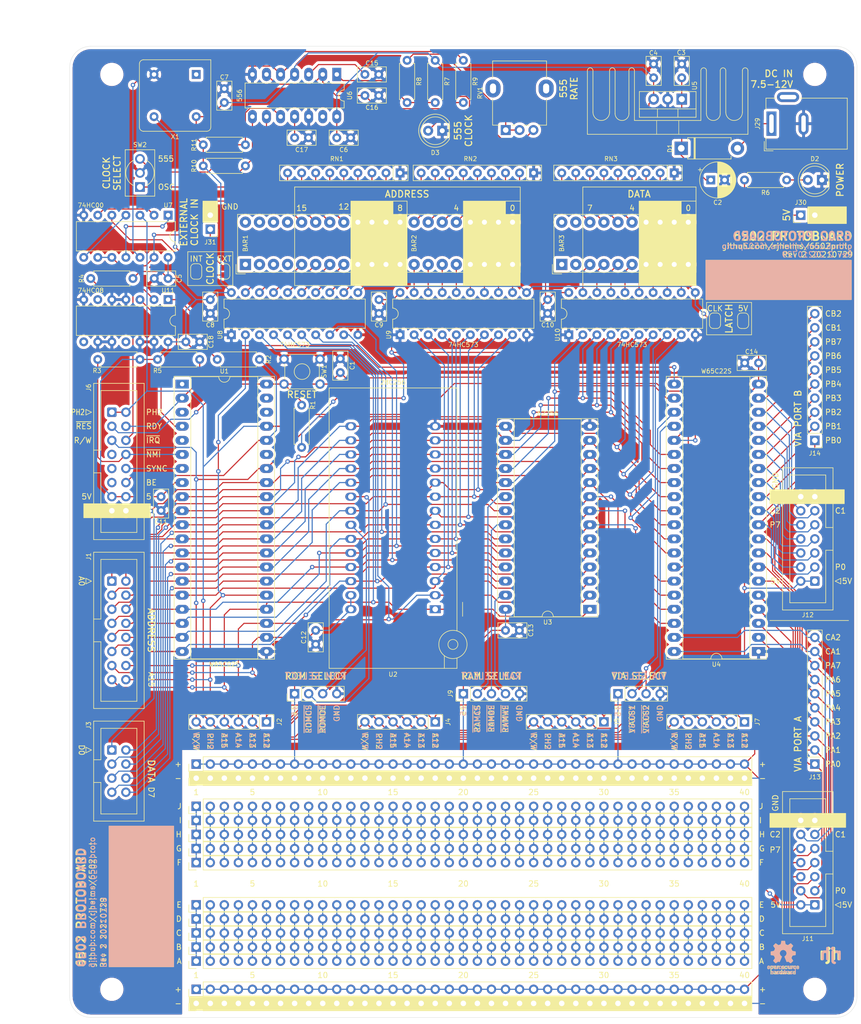
<source format=kicad_pcb>
(kicad_pcb (version 20171130) (host pcbnew "(5.1.10)-1")
  (title_block (title "6502 Protoboard") (date 2021-07-29) (rev 2) (company rjh) (comment 1 https://github.com/rjhelms/6502proto))
  (layers (0 F.Cu signal) (31 B.Cu signal) (34 B.Paste user) (35 F.Paste user) (36 B.SilkS user) (37 F.SilkS user) (38 B.Mask user) (39 F.Mask user) (44 Edge.Cuts user))
  (net 0 "")
  (net 1 GND)
  (net 2 /~RES)
  (net 3 +5V)
  (net 4 "Net-(C15-Pad1)")
  (net 5 "Net-(C16-Pad1)")
  (net 6 "Net-(D2-Pad2)")
  (net 7 "Net-(D3-Pad2)")
  (net 8 /A15)
  (net 9 /A13)
  (net 10 /A11)
  (net 11 /A9)
  (net 12 /A7)
  (net 13 /A5)
  (net 14 /A3)
  (net 15 /A1)
  (net 16 /A14)
  (net 17 /A12)
  (net 18 /A10)
  (net 19 /A8)
  (net 20 /A6)
  (net 21 /A4)
  (net 22 /A2)
  (net 23 /A0)
  (net 24 /PH2)
  (net 25 /D7)
  (net 26 /D5)
  (net 27 /D3)
  (net 28 /D1)
  (net 29 /D6)
  (net 30 /D4)
  (net 31 /D2)
  (net 32 /D0)
  (net 33 /CA2)
  (net 34 /CA1)
  (net 35 /PA7)
  (net 36 /PA6)
  (net 37 /PA5)
  (net 38 /PA4)
  (net 39 /PA3)
  (net 40 /PA2)
  (net 41 /PA1)
  (net 42 /PA0)
  (net 43 /CB2)
  (net 44 /CB1)
  (net 45 /PB7)
  (net 46 /PB6)
  (net 47 /PB5)
  (net 48 /PB4)
  (net 49 /PB3)
  (net 50 /PB2)
  (net 51 /PB1)
  (net 52 /PB0)
  (net 53 /Breadboard/BTOP40)
  (net 54 /Breadboard/BTOP39)
  (net 55 /Breadboard/BTOP38)
  (net 56 /Breadboard/BTOP37)
  (net 57 /Breadboard/BTOP36)
  (net 58 /Breadboard/BTOP35)
  (net 59 /Breadboard/BTOP34)
  (net 60 /Breadboard/BTOP33)
  (net 61 /Breadboard/BTOP32)
  (net 62 /Breadboard/BTOP31)
  (net 63 /Breadboard/BTOP30)
  (net 64 /Breadboard/BTOP29)
  (net 65 /Breadboard/BTOP28)
  (net 66 /Breadboard/BTOP27)
  (net 67 /Breadboard/BTOP26)
  (net 68 /Breadboard/BTOP25)
  (net 69 /Breadboard/BTOP24)
  (net 70 /Breadboard/BTOP23)
  (net 71 /Breadboard/BTOP22)
  (net 72 /Breadboard/BTOP21)
  (net 73 /Breadboard/BTOP20)
  (net 74 /Breadboard/BTOP19)
  (net 75 /Breadboard/BTOP18)
  (net 76 /Breadboard/BTOP17)
  (net 77 /Breadboard/BTOP16)
  (net 78 /Breadboard/BTOP15)
  (net 79 /Breadboard/BTOP14)
  (net 80 /Breadboard/BTOP13)
  (net 81 /Breadboard/BTOP12)
  (net 82 /Breadboard/BTOP11)
  (net 83 /Breadboard/BTOP10)
  (net 84 /Breadboard/BTOP9)
  (net 85 /Breadboard/BTOP8)
  (net 86 /Breadboard/BTOP7)
  (net 87 /Breadboard/BTOP6)
  (net 88 /Breadboard/BTOP5)
  (net 89 /Breadboard/BTOP4)
  (net 90 /Breadboard/BTOP3)
  (net 91 /Breadboard/BTOP2)
  (net 92 /Breadboard/BTOP1)
  (net 93 /Breadboard/BBOT40)
  (net 94 /Breadboard/BBOT39)
  (net 95 /Breadboard/BBOT38)
  (net 96 /Breadboard/BBOT37)
  (net 97 /Breadboard/BBOT36)
  (net 98 /Breadboard/BBOT35)
  (net 99 /Breadboard/BBOT34)
  (net 100 /Breadboard/BBOT33)
  (net 101 /Breadboard/BBOT32)
  (net 102 /Breadboard/BBOT31)
  (net 103 /Breadboard/BBOT30)
  (net 104 /Breadboard/BBOT29)
  (net 105 /Breadboard/BBOT28)
  (net 106 /Breadboard/BBOT27)
  (net 107 /Breadboard/BBOT26)
  (net 108 /Breadboard/BBOT25)
  (net 109 /Breadboard/BBOT24)
  (net 110 /Breadboard/BBOT23)
  (net 111 /Breadboard/BBOT22)
  (net 112 /Breadboard/BBOT21)
  (net 113 /Breadboard/BBOT20)
  (net 114 /Breadboard/BBOT19)
  (net 115 /Breadboard/BBOT18)
  (net 116 /Breadboard/BBOT17)
  (net 117 /Breadboard/BBOT16)
  (net 118 /Breadboard/BBOT15)
  (net 119 /Breadboard/BBOT14)
  (net 120 /Breadboard/BBOT13)
  (net 121 /Breadboard/BBOT12)
  (net 122 /Breadboard/BBOT11)
  (net 123 /Breadboard/BBOT10)
  (net 124 /Breadboard/BBOT9)
  (net 125 /Breadboard/BBOT8)
  (net 126 /Breadboard/BBOT7)
  (net 127 /Breadboard/BBOT6)
  (net 128 /Breadboard/BBOT5)
  (net 129 /Breadboard/BBOT4)
  (net 130 /Breadboard/BBOT3)
  (net 131 /Breadboard/BBOT2)
  (net 132 /Breadboard/BBOT1)
  (net 133 /~IRQ)
  (net 134 /Clock/CLK_555)
  (net 135 "Net-(U1-Pad39)")
  (net 136 "Net-(U1-Pad38)")
  (net 137 /~RW)
  (net 138 "Net-(U1-Pad5)")
  (net 139 "Net-(U1-Pad3)")
  (net 140 "Net-(U1-Pad1)")
  (net 141 /Clock/CLK_OSC)
  (net 142 /Clock/CLKSEL)
  (net 143 "Net-(X1-Pad1)")
  (net 144 "Net-(U7-Pad1)")
  (net 145 "Net-(U7-Pad2)")
  (net 146 "Net-(U7-Pad4)")
  (net 147 "Net-(BAR1-Pad20)")
  (net 148 "Net-(BAR1-Pad19)")
  (net 149 "Net-(BAR1-Pad18)")
  (net 150 "Net-(BAR1-Pad17)")
  (net 151 "/Indicator LEDs/IA4")
  (net 152 "/Indicator LEDs/IA5")
  (net 153 "Net-(BAR1-Pad11)")
  (net 154 "Net-(BAR1-Pad12)")
  (net 155 "/Indicator LEDs/IA3")
  (net 156 "/Indicator LEDs/IA2")
  (net 157 "/Indicator LEDs/IA1")
  (net 158 "/Indicator LEDs/IA0")
  (net 159 "Net-(BAR1-Pad16)")
  (net 160 "Net-(BAR1-Pad15)")
  (net 161 "Net-(BAR1-Pad14)")
  (net 162 "Net-(BAR1-Pad13)")
  (net 163 "Net-(BAR2-Pad20)")
  (net 164 "Net-(BAR2-Pad19)")
  (net 165 "Net-(BAR2-Pad18)")
  (net 166 "Net-(BAR2-Pad17)")
  (net 167 "/Indicator LEDs/IA14")
  (net 168 "/Indicator LEDs/IA15")
  (net 169 "Net-(BAR2-Pad11)")
  (net 170 "Net-(BAR2-Pad12)")
  (net 171 "/Indicator LEDs/IA13")
  (net 172 "/Indicator LEDs/IA12")
  (net 173 "/Indicator LEDs/IA11")
  (net 174 "/Indicator LEDs/IA10")
  (net 175 "Net-(BAR2-Pad16)")
  (net 176 "Net-(BAR2-Pad15)")
  (net 177 "Net-(BAR2-Pad14)")
  (net 178 "Net-(BAR2-Pad13)")
  (net 179 "/Indicator LEDs/IA9")
  (net 180 "/Indicator LEDs/IA8")
  (net 181 "/Indicator LEDs/IA7")
  (net 182 "/Indicator LEDs/IA6")
  (net 183 "Net-(BAR3-Pad20)")
  (net 184 "Net-(BAR3-Pad19)")
  (net 185 "Net-(BAR3-Pad18)")
  (net 186 "Net-(BAR3-Pad17)")
  (net 187 "Net-(BAR3-Pad11)")
  (net 188 "Net-(BAR3-Pad12)")
  (net 189 "Net-(BAR3-Pad16)")
  (net 190 "Net-(BAR3-Pad15)")
  (net 191 "Net-(BAR3-Pad14)")
  (net 192 "Net-(BAR3-Pad13)")
  (net 193 "Net-(BAR3-Pad2)")
  (net 194 "Net-(BAR3-Pad1)")
  (net 195 /Clock/555SEL)
  (net 196 /Clock/OSCSEL)
  (net 197 /Power/VIN_D)
  (net 198 /Power/VIN)
  (net 199 "Net-(U6-Pad13)")
  (net 200 "/Indicator LEDs/ID1")
  (net 201 "/Indicator LEDs/ID0")
  (net 202 "/Indicator LEDs/ID2")
  (net 203 "/Indicator LEDs/ID3")
  (net 204 "/Indicator LEDs/ID4")
  (net 205 "/Indicator LEDs/ID5")
  (net 206 "/Indicator LEDs/ID6")
  (net 207 "/Indicator LEDs/ID7")
  (net 208 /~NMI)
  (net 209 "Net-(J29-Pad3)")
  (net 210 /Clock/EXTCLK)
  (net 211 "Net-(JP1-Pad2)")
  (net 212 /BE)
  (net 213 /SYNC)
  (net 214 /RDY)
  (net 215 "Net-(R7-Pad2)")
  (net 216 "Net-(R8-Pad1)")
  (net 217 "Net-(C17-Pad1)")
  (net 218 "/Indicator LEDs/LATCH")
  (net 219 "Net-(BAR1-Pad4)")
  (net 220 "Net-(BAR1-Pad3)")
  (net 221 "Net-(BAR1-Pad2)")
  (net 222 "Net-(BAR1-Pad1)")
  (net 223 "Net-(J6-Pad11)")
  (net 224 "Net-(J6-Pad9)")
  (net 225 "Net-(J6-Pad7)")
  (net 226 /~ROMOE)
  (net 227 /~ROMCS)
  (net 228 /~RAMWE)
  (net 229 /~RAMOE)
  (net 230 /~RAMCS)
  (net 231 /~VIACS2)
  (net 232 /VIACS1)
  (net 233 /~EXPIRQ)
  (net 234 /~VIAIRQ)
  (net 235 "Net-(U11-Pad6)")
  (net 236 "Net-(U11-Pad11)")
  (net 237 "Net-(U11-Pad8)")
  (module Symbol:OSHW-Logo_5.7x6mm_SilkScreen (layer B.Cu) (at 169.545 205.105 180)
    (fp_text reference LOGO1 hide)
    (fp_text value Logo_Open_Hardware_Small hide)
  )
  (module Symbol:OSHW-Logo_5.7x6mm_SilkScreen (layer F.Cu) (at 169.545 205.105)
    (fp_text reference LOGO1 hide)
    (fp_text value Logo_Open_Hardware_Small hide)
  )
  (module Package_DIP:DIP-14_W7.62mm (layer F.Cu) (at 58.42 86.36 270)
    (fp_text reference U11 (at -1.651 0 180) (layer F.SilkS) (effects (font (size 0.8 0.8) (thickness 0.12))))
    (fp_text value 74HC08 (at -1.651 13.97 180) (layer F.SilkS) (effects (font (size 0.8 0.8) (thickness 0.12))))
    (pad 14 thru_hole oval (at 7.62 0 270) (size 1.6 1.6) (drill 0.8) (layers *.Cu *.Mask) (net 3 +5V))
    (pad 7 thru_hole oval (at 0 15.24 270) (size 1.6 1.6) (drill 0.8) (layers *.Cu *.Mask) (net 1 GND))
    (pad 13 thru_hole oval (at 7.62 2.54 270) (size 1.6 1.6) (drill 0.8) (layers *.Cu *.Mask) (net 1 GND))
    (pad 6 thru_hole oval (at 0 12.7 270) (size 1.6 1.6) (drill 0.8) (layers *.Cu *.Mask) (net 235 "Net-(U11-Pad6)"))
    (pad 12 thru_hole oval (at 7.62 5.08 270) (size 1.6 1.6) (drill 0.8) (layers *.Cu *.Mask) (net 1 GND))
    (pad 5 thru_hole oval (at 0 10.16 270) (size 1.6 1.6) (drill 0.8) (layers *.Cu *.Mask) (net 1 GND))
    (pad 11 thru_hole oval (at 7.62 7.62 270) (size 1.6 1.6) (drill 0.8) (layers *.Cu *.Mask) (net 236 "Net-(U11-Pad11)"))
    (pad 4 thru_hole oval (at 0 7.62 270) (size 1.6 1.6) (drill 0.8) (layers *.Cu *.Mask) (net 1 GND))
    (pad 10 thru_hole oval (at 7.62 10.16 270) (size 1.6 1.6) (drill 0.8) (layers *.Cu *.Mask) (net 1 GND))
    (pad 3 thru_hole oval (at 0 5.08 270) (size 1.6 1.6) (drill 0.8) (layers *.Cu *.Mask) (net 133 /~IRQ))
    (pad 9 thru_hole oval (at 7.62 12.7 270) (size 1.6 1.6) (drill 0.8) (layers *.Cu *.Mask) (net 1 GND))
    (pad 2 thru_hole oval (at 0 2.54 270) (size 1.6 1.6) (drill 0.8) (layers *.Cu *.Mask) (net 233 /~EXPIRQ))
    (pad 8 thru_hole oval (at 7.62 15.24 270) (size 1.6 1.6) (drill 0.8) (layers *.Cu *.Mask) (net 237 "Net-(U11-Pad8)"))
    (pad 1 thru_hole rect (at 0 0 270) (size 1.6 1.6) (drill 0.8) (layers *.Cu *.Mask) (net 234 /~VIAIRQ))
  )
  (module Capacitor_THT:C_Disc_D5.0mm_W2.5mm_P2.50mm (layer F.Cu) (at 61.635 93.98)
    (fp_text reference C18 (at 4.532 0 90) (layer F.SilkS) (effects (font (size 0.8 0.8) (thickness 0.12))))
    (fp_text value 100n)
    (pad 2 thru_hole circle (at 2.5 0) (size 1.6 1.6) (drill 0.8) (layers *.Cu *.Mask) (net 1 GND))
    (pad 1 thru_hole circle (at 0 0) (size 1.6 1.6) (drill 0.8) (layers *.Cu *.Mask) (net 3 +5V))
  )
  (module Socket:DIP_Socket-28_W11.9_W12.7_W15.24_W17.78_W18.5_3M_228-1277-00-0602J (layer F.Cu) (at 106.68 142.240001 180)
    (fp_text reference U2 (at 7.62 -11.747499) (layer F.SilkS) (effects (font (size 0.8 0.8) (thickness 0.12))))
    (fp_text value 28C256 (at 7.62 40.957501) (layer F.SilkS) (effects (font (size 0.8 0.8) (thickness 0.12))))
    (pad 15 thru_hole oval (at 15.24 33.02 180) (size 2 1.44) (drill 1) (layers *.Cu *.Mask) (net 27 /D3))
    (pad 14 thru_hole oval (at 0 33.02 180) (size 2 1.44) (drill 1) (layers *.Cu *.Mask) (net 1 GND))
    (pad 16 thru_hole oval (at 15.24 30.48 180) (size 2 1.44) (drill 1) (layers *.Cu *.Mask) (net 30 /D4))
    (pad 13 thru_hole oval (at 0 30.48 180) (size 2 1.44) (drill 1) (layers *.Cu *.Mask) (net 31 /D2))
    (pad 17 thru_hole oval (at 15.24 27.94 180) (size 2 1.44) (drill 1) (layers *.Cu *.Mask) (net 26 /D5))
    (pad 12 thru_hole oval (at 0 27.94 180) (size 2 1.44) (drill 1) (layers *.Cu *.Mask) (net 28 /D1))
    (pad 18 thru_hole oval (at 15.24 25.4 180) (size 2 1.44) (drill 1) (layers *.Cu *.Mask) (net 29 /D6))
    (pad 11 thru_hole oval (at 0 25.4 180) (size 2 1.44) (drill 1) (layers *.Cu *.Mask) (net 32 /D0))
    (pad 19 thru_hole oval (at 15.24 22.86 180) (size 2 1.44) (drill 1) (layers *.Cu *.Mask) (net 25 /D7))
    (pad 10 thru_hole oval (at 0 22.86 180) (size 2 1.44) (drill 1) (layers *.Cu *.Mask) (net 23 /A0))
    (pad 20 thru_hole oval (at 15.24 20.32 180) (size 2 1.44) (drill 1) (layers *.Cu *.Mask) (net 227 /~ROMCS))
    (pad 9 thru_hole oval (at 0 20.32 180) (size 2 1.44) (drill 1) (layers *.Cu *.Mask) (net 15 /A1))
    (pad 21 thru_hole oval (at 15.24 17.78 180) (size 2 1.44) (drill 1) (layers *.Cu *.Mask) (net 18 /A10))
    (pad 8 thru_hole oval (at 0 17.78 180) (size 2 1.44) (drill 1) (layers *.Cu *.Mask) (net 22 /A2))
    (pad 22 thru_hole oval (at 15.24 15.24 180) (size 2 1.44) (drill 1) (layers *.Cu *.Mask) (net 226 /~ROMOE))
    (pad 7 thru_hole oval (at 0 15.24 180) (size 2 1.44) (drill 1) (layers *.Cu *.Mask) (net 14 /A3))
    (pad 23 thru_hole oval (at 15.24 12.7 180) (size 2 1.44) (drill 1) (layers *.Cu *.Mask) (net 10 /A11))
    (pad 6 thru_hole oval (at 0 12.7 180) (size 2 1.44) (drill 1) (layers *.Cu *.Mask) (net 21 /A4))
    (pad 24 thru_hole oval (at 15.24 10.16 180) (size 2 1.44) (drill 1) (layers *.Cu *.Mask) (net 11 /A9))
    (pad 5 thru_hole oval (at 0 10.16 180) (size 2 1.44) (drill 1) (layers *.Cu *.Mask) (net 13 /A5))
    (pad 25 thru_hole oval (at 15.24 7.62 180) (size 2 1.44) (drill 1) (layers *.Cu *.Mask) (net 19 /A8))
    (pad 4 thru_hole oval (at 0 7.62 180) (size 2 1.44) (drill 1) (layers *.Cu *.Mask) (net 20 /A6))
    (pad 26 thru_hole oval (at 15.24 5.08 180) (size 2 1.44) (drill 1) (layers *.Cu *.Mask) (net 9 /A13))
    (pad 3 thru_hole oval (at 0 5.08 180) (size 2 1.44) (drill 1) (layers *.Cu *.Mask) (net 12 /A7))
    (pad 27 thru_hole oval (at 15.24 2.54 180) (size 2 1.44) (drill 1) (layers *.Cu *.Mask) (net 3 +5V))
    (pad 2 thru_hole oval (at 0 2.54 180) (size 2 1.44) (drill 1) (layers *.Cu *.Mask) (net 17 /A12))
    (pad 28 thru_hole oval (at 15.24 0 180) (size 2 1.44) (drill 1) (layers *.Cu *.Mask) (net 3 +5V))
    (pad 1 thru_hole rect (at 0 0 180) (size 2 1.44) (drill 1) (layers *.Cu *.Mask) (net 16 /A14))
  )
  (module Connector_PinHeader_2.54mm:PinHeader_1x06_P2.54mm_Vertical (layer F.Cu) (at 137.16 162.56 270)
    (fp_text reference J5 (at 0 -2.33 90) (layer F.SilkS) (effects (font (size 0.8 0.8) (thickness 0.12))))
    (fp_text value Conn_01x05)
    (pad 6 thru_hole oval (at 0 12.7 270) (size 1.7 1.7) (drill 1) (layers *.Cu *.Mask) (net 137 /~RW))
    (pad 5 thru_hole oval (at 0 10.16 270) (size 1.7 1.7) (drill 1) (layers *.Cu *.Mask) (net 24 /PH2))
    (pad 4 thru_hole oval (at 0 7.62 270) (size 1.7 1.7) (drill 1) (layers *.Cu *.Mask) (net 8 /A15))
    (pad 3 thru_hole oval (at 0 5.08 270) (size 1.7 1.7) (drill 1) (layers *.Cu *.Mask) (net 16 /A14))
    (pad 2 thru_hole oval (at 0 2.54 270) (size 1.7 1.7) (drill 1) (layers *.Cu *.Mask) (net 9 /A13))
    (pad 1 thru_hole rect (at 0 0 270) (size 1.7 1.7) (drill 1) (layers *.Cu *.Mask) (net 17 /A12))
  )
  (module Connector_PinHeader_2.54mm:PinHeader_1x05_P2.54mm_Vertical (layer F.Cu) (at 111.76 157.48 90)
    (fp_text reference J9 (at 0 -2.33 90) (layer F.SilkS) (effects (font (size 0.8 0.8) (thickness 0.12))))
    (fp_text value Conn_01x04)
    (pad 5 thru_hole oval (at 0 10.16 90) (size 1.7 1.7) (drill 1) (layers *.Cu *.Mask) (net 1 GND))
    (pad 4 thru_hole oval (at 0 7.62 90) (size 1.7 1.7) (drill 1) (layers *.Cu *.Mask) (net 228 /~RAMWE))
    (pad 3 thru_hole oval (at 0 5.08 90) (size 1.7 1.7) (drill 1) (layers *.Cu *.Mask) (net 229 /~RAMOE))
    (pad 2 thru_hole oval (at 0 2.54 90) (size 1.7 1.7) (drill 1) (layers *.Cu *.Mask) (net 230 /~RAMCS))
    (pad 1 thru_hole rect (at 0 0 90) (size 1.7 1.7) (drill 1) (layers *.Cu *.Mask) (net 3 +5V))
  )
  (module Connector_PinHeader_2.54mm:PinHeader_1x06_P2.54mm_Vertical (layer F.Cu) (at 162.56 162.560001 270)
    (fp_text reference J7 (at 0 -2.33 90) (layer F.SilkS) (effects (font (size 0.8 0.8) (thickness 0.12))))
    (fp_text value Conn_01x05)
    (pad 6 thru_hole oval (at 0 12.7 270) (size 1.7 1.7) (drill 1) (layers *.Cu *.Mask) (net 137 /~RW))
    (pad 5 thru_hole oval (at 0 10.16 270) (size 1.7 1.7) (drill 1) (layers *.Cu *.Mask) (net 24 /PH2))
    (pad 4 thru_hole oval (at 0 7.62 270) (size 1.7 1.7) (drill 1) (layers *.Cu *.Mask) (net 8 /A15))
    (pad 3 thru_hole oval (at 0 5.08 270) (size 1.7 1.7) (drill 1) (layers *.Cu *.Mask) (net 16 /A14))
    (pad 2 thru_hole oval (at 0 2.54 270) (size 1.7 1.7) (drill 1) (layers *.Cu *.Mask) (net 9 /A13))
    (pad 1 thru_hole rect (at 0 0 270) (size 1.7 1.7) (drill 1) (layers *.Cu *.Mask) (net 17 /A12))
  )
  (module Connector_PinHeader_2.54mm:PinHeader_1x06_P2.54mm_Vertical (layer F.Cu) (at 106.68 162.56 270)
    (fp_text reference J4 (at 0 -2.33 90) (layer F.SilkS) (effects (font (size 0.8 0.8) (thickness 0.12))))
    (fp_text value Conn_01x05)
    (pad 6 thru_hole oval (at 0 12.7 270) (size 1.7 1.7) (drill 1) (layers *.Cu *.Mask) (net 137 /~RW))
    (pad 5 thru_hole oval (at 0 10.16 270) (size 1.7 1.7) (drill 1) (layers *.Cu *.Mask) (net 24 /PH2))
    (pad 4 thru_hole oval (at 0 7.62 270) (size 1.7 1.7) (drill 1) (layers *.Cu *.Mask) (net 8 /A15))
    (pad 3 thru_hole oval (at 0 5.08 270) (size 1.7 1.7) (drill 1) (layers *.Cu *.Mask) (net 16 /A14))
    (pad 2 thru_hole oval (at 0 2.54 270) (size 1.7 1.7) (drill 1) (layers *.Cu *.Mask) (net 9 /A13))
    (pad 1 thru_hole rect (at 0 0 270) (size 1.7 1.7) (drill 1) (layers *.Cu *.Mask) (net 17 /A12))
  )
  (module Connector_PinHeader_2.54mm:PinHeader_1x06_P2.54mm_Vertical (layer F.Cu) (at 76.2 162.56 270)
    (fp_text reference J2 (at 0 -2.33 90) (layer F.SilkS) (effects (font (size 0.8 0.8) (thickness 0.12))))
    (fp_text value Conn_01x05)
    (pad 6 thru_hole oval (at 0 12.7 270) (size 1.7 1.7) (drill 1) (layers *.Cu *.Mask) (net 137 /~RW))
    (pad 5 thru_hole oval (at 0 10.16 270) (size 1.7 1.7) (drill 1) (layers *.Cu *.Mask) (net 24 /PH2))
    (pad 4 thru_hole oval (at 0 7.62 270) (size 1.7 1.7) (drill 1) (layers *.Cu *.Mask) (net 8 /A15))
    (pad 3 thru_hole oval (at 0 5.08 270) (size 1.7 1.7) (drill 1) (layers *.Cu *.Mask) (net 16 /A14))
    (pad 2 thru_hole oval (at 0 2.54 270) (size 1.7 1.7) (drill 1) (layers *.Cu *.Mask) (net 9 /A13))
    (pad 1 thru_hole rect (at 0 0 270) (size 1.7 1.7) (drill 1) (layers *.Cu *.Mask) (net 17 /A12))
  )
  (module Package_DIP:DIP-20_W7.62mm (layer F.Cu) (at 130.81 92.71 90)
    (fp_text reference U10 (at 0 -2.032 90) (layer F.SilkS) (effects (font (size 0.8 0.8) (thickness 0.12))))
    (fp_text value 74HC573 (at -1.778 11.43 180) (layer F.SilkS) (effects (font (size 0.8 0.8) (thickness 0.12))))
    (pad 20 thru_hole oval (at 7.62 0 90) (size 1.6 1.6) (drill 0.8) (layers *.Cu *.Mask) (net 3 +5V))
    (pad 10 thru_hole oval (at 0 22.86 90) (size 1.6 1.6) (drill 0.8) (layers *.Cu *.Mask) (net 1 GND))
    (pad 19 thru_hole oval (at 7.62 2.54 90) (size 1.6 1.6) (drill 0.8) (layers *.Cu *.Mask) (net 207 "/Indicator LEDs/ID7"))
    (pad 9 thru_hole oval (at 0 20.32 90) (size 1.6 1.6) (drill 0.8) (layers *.Cu *.Mask) (net 32 /D0))
    (pad 18 thru_hole oval (at 7.62 5.08 90) (size 1.6 1.6) (drill 0.8) (layers *.Cu *.Mask) (net 206 "/Indicator LEDs/ID6"))
    (pad 8 thru_hole oval (at 0 17.78 90) (size 1.6 1.6) (drill 0.8) (layers *.Cu *.Mask) (net 28 /D1))
    (pad 17 thru_hole oval (at 7.62 7.62 90) (size 1.6 1.6) (drill 0.8) (layers *.Cu *.Mask) (net 205 "/Indicator LEDs/ID5"))
    (pad 7 thru_hole oval (at 0 15.24 90) (size 1.6 1.6) (drill 0.8) (layers *.Cu *.Mask) (net 31 /D2))
    (pad 16 thru_hole oval (at 7.62 10.16 90) (size 1.6 1.6) (drill 0.8) (layers *.Cu *.Mask) (net 204 "/Indicator LEDs/ID4"))
    (pad 6 thru_hole oval (at 0 12.7 90) (size 1.6 1.6) (drill 0.8) (layers *.Cu *.Mask) (net 27 /D3))
    (pad 15 thru_hole oval (at 7.62 12.7 90) (size 1.6 1.6) (drill 0.8) (layers *.Cu *.Mask) (net 203 "/Indicator LEDs/ID3"))
    (pad 5 thru_hole oval (at 0 10.16 90) (size 1.6 1.6) (drill 0.8) (layers *.Cu *.Mask) (net 30 /D4))
    (pad 14 thru_hole oval (at 7.62 15.24 90) (size 1.6 1.6) (drill 0.8) (layers *.Cu *.Mask) (net 202 "/Indicator LEDs/ID2"))
    (pad 4 thru_hole oval (at 0 7.62 90) (size 1.6 1.6) (drill 0.8) (layers *.Cu *.Mask) (net 26 /D5))
    (pad 13 thru_hole oval (at 7.62 17.78 90) (size 1.6 1.6) (drill 0.8) (layers *.Cu *.Mask) (net 200 "/Indicator LEDs/ID1"))
    (pad 3 thru_hole oval (at 0 5.08 90) (size 1.6 1.6) (drill 0.8) (layers *.Cu *.Mask) (net 29 /D6))
    (pad 12 thru_hole oval (at 7.62 20.32 90) (size 1.6 1.6) (drill 0.8) (layers *.Cu *.Mask) (net 201 "/Indicator LEDs/ID0"))
    (pad 2 thru_hole oval (at 0 2.54 90) (size 1.6 1.6) (drill 0.8) (layers *.Cu *.Mask) (net 25 /D7))
    (pad 11 thru_hole oval (at 7.62 22.86 90) (size 1.6 1.6) (drill 0.8) (layers *.Cu *.Mask) (net 218 "/Indicator LEDs/LATCH"))
    (pad 1 thru_hole rect (at 0 0 90) (size 1.6 1.6) (drill 0.8) (layers *.Cu *.Mask) (net 1 GND))
  )
  (module Package_DIP:DIP-20_W7.62mm (layer F.Cu) (at 69.85 92.71 90)
    (fp_text reference U8 (at 0 -2.032 90) (layer F.SilkS) (effects (font (size 0.8 0.8) (thickness 0.12))))
    (fp_text value 74HC573 (at -1.778 11.43 180) (layer F.SilkS) (effects (font (size 0.8 0.8) (thickness 0.12))))
    (pad 20 thru_hole oval (at 7.62 0 90) (size 1.6 1.6) (drill 0.8) (layers *.Cu *.Mask) (net 3 +5V))
    (pad 10 thru_hole oval (at 0 22.86 90) (size 1.6 1.6) (drill 0.8) (layers *.Cu *.Mask) (net 1 GND))
    (pad 19 thru_hole oval (at 7.62 2.54 90) (size 1.6 1.6) (drill 0.8) (layers *.Cu *.Mask) (net 168 "/Indicator LEDs/IA15"))
    (pad 9 thru_hole oval (at 0 20.32 90) (size 1.6 1.6) (drill 0.8) (layers *.Cu *.Mask) (net 19 /A8))
    (pad 18 thru_hole oval (at 7.62 5.08 90) (size 1.6 1.6) (drill 0.8) (layers *.Cu *.Mask) (net 167 "/Indicator LEDs/IA14"))
    (pad 8 thru_hole oval (at 0 17.78 90) (size 1.6 1.6) (drill 0.8) (layers *.Cu *.Mask) (net 11 /A9))
    (pad 17 thru_hole oval (at 7.62 7.62 90) (size 1.6 1.6) (drill 0.8) (layers *.Cu *.Mask) (net 171 "/Indicator LEDs/IA13"))
    (pad 7 thru_hole oval (at 0 15.24 90) (size 1.6 1.6) (drill 0.8) (layers *.Cu *.Mask) (net 18 /A10))
    (pad 16 thru_hole oval (at 7.62 10.16 90) (size 1.6 1.6) (drill 0.8) (layers *.Cu *.Mask) (net 172 "/Indicator LEDs/IA12"))
    (pad 6 thru_hole oval (at 0 12.7 90) (size 1.6 1.6) (drill 0.8) (layers *.Cu *.Mask) (net 10 /A11))
    (pad 15 thru_hole oval (at 7.62 12.7 90) (size 1.6 1.6) (drill 0.8) (layers *.Cu *.Mask) (net 173 "/Indicator LEDs/IA11"))
    (pad 5 thru_hole oval (at 0 10.16 90) (size 1.6 1.6) (drill 0.8) (layers *.Cu *.Mask) (net 17 /A12))
    (pad 14 thru_hole oval (at 7.62 15.24 90) (size 1.6 1.6) (drill 0.8) (layers *.Cu *.Mask) (net 174 "/Indicator LEDs/IA10"))
    (pad 4 thru_hole oval (at 0 7.62 90) (size 1.6 1.6) (drill 0.8) (layers *.Cu *.Mask) (net 9 /A13))
    (pad 13 thru_hole oval (at 7.62 17.78 90) (size 1.6 1.6) (drill 0.8) (layers *.Cu *.Mask) (net 179 "/Indicator LEDs/IA9"))
    (pad 3 thru_hole oval (at 0 5.08 90) (size 1.6 1.6) (drill 0.8) (layers *.Cu *.Mask) (net 16 /A14))
    (pad 12 thru_hole oval (at 7.62 20.32 90) (size 1.6 1.6) (drill 0.8) (layers *.Cu *.Mask) (net 180 "/Indicator LEDs/IA8"))
    (pad 2 thru_hole oval (at 0 2.54 90) (size 1.6 1.6) (drill 0.8) (layers *.Cu *.Mask) (net 8 /A15))
    (pad 11 thru_hole oval (at 7.62 22.86 90) (size 1.6 1.6) (drill 0.8) (layers *.Cu *.Mask) (net 218 "/Indicator LEDs/LATCH"))
    (pad 1 thru_hole rect (at 0 0 90) (size 1.6 1.6) (drill 0.8) (layers *.Cu *.Mask) (net 1 GND))
  )
  (module Package_DIP:DIP-20_W7.62mm (layer F.Cu) (at 100.33 92.71 90)
    (fp_text reference U9 (at 0 -2.032 90) (layer F.SilkS) (effects (font (size 0.8 0.8) (thickness 0.12))))
    (fp_text value 74HC573 (at -1.778 11.43 180) (layer F.SilkS) (effects (font (size 0.8 0.8) (thickness 0.12))))
    (pad 20 thru_hole oval (at 7.62 0 90) (size 1.6 1.6) (drill 0.8) (layers *.Cu *.Mask) (net 3 +5V))
    (pad 10 thru_hole oval (at 0 22.86 90) (size 1.6 1.6) (drill 0.8) (layers *.Cu *.Mask) (net 1 GND))
    (pad 19 thru_hole oval (at 7.62 2.54 90) (size 1.6 1.6) (drill 0.8) (layers *.Cu *.Mask) (net 181 "/Indicator LEDs/IA7"))
    (pad 9 thru_hole oval (at 0 20.32 90) (size 1.6 1.6) (drill 0.8) (layers *.Cu *.Mask) (net 23 /A0))
    (pad 18 thru_hole oval (at 7.62 5.08 90) (size 1.6 1.6) (drill 0.8) (layers *.Cu *.Mask) (net 182 "/Indicator LEDs/IA6"))
    (pad 8 thru_hole oval (at 0 17.78 90) (size 1.6 1.6) (drill 0.8) (layers *.Cu *.Mask) (net 15 /A1))
    (pad 17 thru_hole oval (at 7.62 7.62 90) (size 1.6 1.6) (drill 0.8) (layers *.Cu *.Mask) (net 152 "/Indicator LEDs/IA5"))
    (pad 7 thru_hole oval (at 0 15.24 90) (size 1.6 1.6) (drill 0.8) (layers *.Cu *.Mask) (net 22 /A2))
    (pad 16 thru_hole oval (at 7.62 10.16 90) (size 1.6 1.6) (drill 0.8) (layers *.Cu *.Mask) (net 151 "/Indicator LEDs/IA4"))
    (pad 6 thru_hole oval (at 0 12.7 90) (size 1.6 1.6) (drill 0.8) (layers *.Cu *.Mask) (net 14 /A3))
    (pad 15 thru_hole oval (at 7.62 12.7 90) (size 1.6 1.6) (drill 0.8) (layers *.Cu *.Mask) (net 155 "/Indicator LEDs/IA3"))
    (pad 5 thru_hole oval (at 0 10.16 90) (size 1.6 1.6) (drill 0.8) (layers *.Cu *.Mask) (net 21 /A4))
    (pad 14 thru_hole oval (at 7.62 15.24 90) (size 1.6 1.6) (drill 0.8) (layers *.Cu *.Mask) (net 156 "/Indicator LEDs/IA2"))
    (pad 4 thru_hole oval (at 0 7.62 90) (size 1.6 1.6) (drill 0.8) (layers *.Cu *.Mask) (net 13 /A5))
    (pad 13 thru_hole oval (at 7.62 17.78 90) (size 1.6 1.6) (drill 0.8) (layers *.Cu *.Mask) (net 157 "/Indicator LEDs/IA1"))
    (pad 3 thru_hole oval (at 0 5.08 90) (size 1.6 1.6) (drill 0.8) (layers *.Cu *.Mask) (net 20 /A6))
    (pad 12 thru_hole oval (at 7.62 20.32 90) (size 1.6 1.6) (drill 0.8) (layers *.Cu *.Mask) (net 158 "/Indicator LEDs/IA0"))
    (pad 2 thru_hole oval (at 0 2.54 90) (size 1.6 1.6) (drill 0.8) (layers *.Cu *.Mask) (net 12 /A7))
    (pad 11 thru_hole oval (at 7.62 22.86 90) (size 1.6 1.6) (drill 0.8) (layers *.Cu *.Mask) (net 218 "/Indicator LEDs/LATCH"))
    (pad 1 thru_hole rect (at 0 0 90) (size 1.6 1.6) (drill 0.8) (layers *.Cu *.Mask) (net 1 GND))
  )
  (module Jumper:SolderJumper-2_P1.3mm_Open_RoundedPad1.0x1.5mm (layer F.Cu) (at 162.306 90.17 90)
    (fp_text reference JP4 hide)
    (fp_text value SolderJumper_Open)
    (pad 2 smd custom (at 0.65 0 90) (size 1 0.5) (layers F.Cu F.Mask) (net 218 "/Indicator LEDs/LATCH") (options (clearance outline) (anchor rect)) (primitives (gr_circle (center 0 0.25) (end 0.5 0.25) (width 0)) (gr_circle (center 0 -0.25) (end 0.5 -0.25) (width 0)) (gr_poly (pts (xy 0 -0.75) (xy -0.5 -0.75) (xy -0.5 0.75) (xy 0 0.75)) (width 0))))
    (pad 1 smd custom (at -0.65 0 90) (size 1 0.5) (layers F.Cu F.Mask) (net 3 +5V) (options (clearance outline) (anchor rect)) (primitives (gr_circle (center 0 0.25) (end 0.5 0.25) (width 0)) (gr_circle (center 0 -0.25) (end 0.5 -0.25) (width 0)) (gr_poly (pts (xy 0 -0.75) (xy 0.5 -0.75) (xy 0.5 0.75) (xy 0 0.75)) (width 0))))
  )
  (module Jumper:SolderJumper-2_P1.3mm_Bridged_RoundedPad1.0x1.5mm (layer F.Cu) (at 157.226 90.17 90)
    (fp_text reference JP3 hide)
    (fp_text value SolderJumper_Bridged)
    (fp_poly (pts (xy 0.25 -0.3) (xy -0.25 -0.3) (xy -0.25 0.3) (xy 0.25 0.3)) (layer F.Cu) (width 0))
    (pad 1 smd custom (at -0.65 0 90) (size 1 0.5) (layers F.Cu F.Mask) (net 24 /PH2) (options (clearance outline) (anchor rect)) (primitives (gr_circle (center 0 0.25) (end 0.5 0.25) (width 0)) (gr_circle (center 0 -0.25) (end 0.5 -0.25) (width 0)) (gr_poly (pts (xy 0 -0.75) (xy 0.5 -0.75) (xy 0.5 0.75) (xy 0 0.75)) (width 0))))
    (pad 2 smd custom (at 0.65 0 90) (size 1 0.5) (layers F.Cu F.Mask) (net 218 "/Indicator LEDs/LATCH") (options (clearance outline) (anchor rect)) (primitives (gr_circle (center 0 0.25) (end 0.5 0.25) (width 0)) (gr_circle (center 0 -0.25) (end 0.5 -0.25) (width 0)) (gr_poly (pts (xy 0 -0.75) (xy -0.5 -0.75) (xy -0.5 0.75) (xy 0 0.75)) (width 0))))
  )
  (module Connector_IDC:IDC-Header_2x07_P2.54mm_Vertical (layer F.Cu) (at 175.26 137.16 180)
    (fp_text reference J12 (at 1.27 -6.1) (layer F.SilkS) (effects (font (size 0.8 0.8) (thickness 0.12))))
    (fp_text value Conn_02x07_Odd_Even)
    (pad 14 thru_hole circle (at 2.54 15.24 180) (size 1.7 1.7) (drill 1) (layers *.Cu *.Mask) (net 1 GND))
    (pad 12 thru_hole circle (at 2.54 12.7 180) (size 1.7 1.7) (drill 1) (layers *.Cu *.Mask) (net 43 /CB2))
    (pad 10 thru_hole circle (at 2.54 10.16 180) (size 1.7 1.7) (drill 1) (layers *.Cu *.Mask) (net 45 /PB7))
    (pad 8 thru_hole circle (at 2.54 7.62 180) (size 1.7 1.7) (drill 1) (layers *.Cu *.Mask) (net 47 /PB5))
    (pad 6 thru_hole circle (at 2.54 5.08 180) (size 1.7 1.7) (drill 1) (layers *.Cu *.Mask) (net 49 /PB3))
    (pad 4 thru_hole circle (at 2.54 2.54 180) (size 1.7 1.7) (drill 1) (layers *.Cu *.Mask) (net 51 /PB1))
    (pad 2 thru_hole circle (at 2.54 0 180) (size 1.7 1.7) (drill 1) (layers *.Cu *.Mask) (net 3 +5V))
    (pad 13 thru_hole circle (at 0 15.24 180) (size 1.7 1.7) (drill 1) (layers *.Cu *.Mask) (net 1 GND))
    (pad 11 thru_hole circle (at 0 12.7 180) (size 1.7 1.7) (drill 1) (layers *.Cu *.Mask) (net 44 /CB1))
    (pad 9 thru_hole circle (at 0 10.16 180) (size 1.7 1.7) (drill 1) (layers *.Cu *.Mask) (net 46 /PB6))
    (pad 7 thru_hole circle (at 0 7.62 180) (size 1.7 1.7) (drill 1) (layers *.Cu *.Mask) (net 48 /PB4))
    (pad 5 thru_hole circle (at 0 5.08 180) (size 1.7 1.7) (drill 1) (layers *.Cu *.Mask) (net 50 /PB2))
    (pad 3 thru_hole circle (at 0 2.54 180) (size 1.7 1.7) (drill 1) (layers *.Cu *.Mask) (net 52 /PB0))
    (pad 1 thru_hole roundrect (at 0 0 180) (size 1.7 1.7) (drill 1) (layers *.Cu *.Mask) (roundrect_rratio 0.1470588235294118) (net 3 +5V))
  )
  (module Connector_IDC:IDC-Header_2x07_P2.54mm_Vertical (layer F.Cu) (at 175.26 195.58 180)
    (fp_text reference J11 (at 1.27 -6.1) (layer F.SilkS) (effects (font (size 0.8 0.8) (thickness 0.12))))
    (fp_text value Conn_02x07_Odd_Even)
    (pad 14 thru_hole circle (at 2.54 15.24 180) (size 1.7 1.7) (drill 1) (layers *.Cu *.Mask) (net 1 GND))
    (pad 12 thru_hole circle (at 2.54 12.7 180) (size 1.7 1.7) (drill 1) (layers *.Cu *.Mask) (net 33 /CA2))
    (pad 10 thru_hole circle (at 2.54 10.16 180) (size 1.7 1.7) (drill 1) (layers *.Cu *.Mask) (net 35 /PA7))
    (pad 8 thru_hole circle (at 2.54 7.62 180) (size 1.7 1.7) (drill 1) (layers *.Cu *.Mask) (net 37 /PA5))
    (pad 6 thru_hole circle (at 2.54 5.08 180) (size 1.7 1.7) (drill 1) (layers *.Cu *.Mask) (net 39 /PA3))
    (pad 4 thru_hole circle (at 2.54 2.54 180) (size 1.7 1.7) (drill 1) (layers *.Cu *.Mask) (net 41 /PA1))
    (pad 2 thru_hole circle (at 2.54 0 180) (size 1.7 1.7) (drill 1) (layers *.Cu *.Mask) (net 3 +5V))
    (pad 13 thru_hole circle (at 0 15.24 180) (size 1.7 1.7) (drill 1) (layers *.Cu *.Mask) (net 1 GND))
    (pad 11 thru_hole circle (at 0 12.7 180) (size 1.7 1.7) (drill 1) (layers *.Cu *.Mask) (net 34 /CA1))
    (pad 9 thru_hole circle (at 0 10.16 180) (size 1.7 1.7) (drill 1) (layers *.Cu *.Mask) (net 36 /PA6))
    (pad 7 thru_hole circle (at 0 7.62 180) (size 1.7 1.7) (drill 1) (layers *.Cu *.Mask) (net 38 /PA4))
    (pad 5 thru_hole circle (at 0 5.08 180) (size 1.7 1.7) (drill 1) (layers *.Cu *.Mask) (net 40 /PA2))
    (pad 3 thru_hole circle (at 0 2.54 180) (size 1.7 1.7) (drill 1) (layers *.Cu *.Mask) (net 42 /PA0))
    (pad 1 thru_hole roundrect (at 0 0 180) (size 1.7 1.7) (drill 1) (layers *.Cu *.Mask) (roundrect_rratio 0.1470588235294118) (net 3 +5V))
  )
  (module Connector_PinHeader_2.54mm:PinHeader_1x02_P2.54mm_Vertical (layer F.Cu) (at 172.72 71.12 90)
    (fp_text reference J30 (at 2.286 0 180) (layer F.SilkS) (effects (font (size 0.8 0.8) (thickness 0.12))))
    (fp_text value Conn_01x02)
    (pad 2 thru_hole oval (at 0 2.54 90) (size 1.7 1.7) (drill 1) (layers *.Cu *.Mask) (net 1 GND))
    (pad 1 thru_hole rect (at 0 0 90) (size 1.7 1.7) (drill 1) (layers *.Cu *.Mask) (net 3 +5V))
  )
  (module Connector_IDC:IDC-Header_2x08_P2.54mm_Vertical (layer F.Cu) (at 48.259999 137.16)
    (fp_text reference J1 (at -4.190999 -5.207 90) (layer F.SilkS) (effects (font (size 0.8 0.8) (thickness 0.12)) (justify right)))
    (fp_text value Conn_02x08_Odd_Even)
    (pad 16 thru_hole circle (at 2.54 17.78) (size 1.7 1.7) (drill 1) (layers *.Cu *.Mask) (net 8 /A15))
    (pad 14 thru_hole circle (at 2.54 15.24) (size 1.7 1.7) (drill 1) (layers *.Cu *.Mask) (net 9 /A13))
    (pad 12 thru_hole circle (at 2.54 12.7) (size 1.7 1.7) (drill 1) (layers *.Cu *.Mask) (net 10 /A11))
    (pad 10 thru_hole circle (at 2.54 10.16) (size 1.7 1.7) (drill 1) (layers *.Cu *.Mask) (net 11 /A9))
    (pad 8 thru_hole circle (at 2.54 7.62) (size 1.7 1.7) (drill 1) (layers *.Cu *.Mask) (net 12 /A7))
    (pad 6 thru_hole circle (at 2.54 5.08) (size 1.7 1.7) (drill 1) (layers *.Cu *.Mask) (net 13 /A5))
    (pad 4 thru_hole circle (at 2.54 2.54) (size 1.7 1.7) (drill 1) (layers *.Cu *.Mask) (net 14 /A3))
    (pad 2 thru_hole circle (at 2.54 0) (size 1.7 1.7) (drill 1) (layers *.Cu *.Mask) (net 15 /A1))
    (pad 15 thru_hole circle (at 0 17.78) (size 1.7 1.7) (drill 1) (layers *.Cu *.Mask) (net 16 /A14))
    (pad 13 thru_hole circle (at 0 15.24) (size 1.7 1.7) (drill 1) (layers *.Cu *.Mask) (net 17 /A12))
    (pad 11 thru_hole circle (at 0 12.7) (size 1.7 1.7) (drill 1) (layers *.Cu *.Mask) (net 18 /A10))
    (pad 9 thru_hole circle (at 0 10.16) (size 1.7 1.7) (drill 1) (layers *.Cu *.Mask) (net 19 /A8))
    (pad 7 thru_hole circle (at 0 7.62) (size 1.7 1.7) (drill 1) (layers *.Cu *.Mask) (net 20 /A6))
    (pad 5 thru_hole circle (at 0 5.08) (size 1.7 1.7) (drill 1) (layers *.Cu *.Mask) (net 21 /A4))
    (pad 3 thru_hole circle (at 0 2.54) (size 1.7 1.7) (drill 1) (layers *.Cu *.Mask) (net 22 /A2))
    (pad 1 thru_hole roundrect (at 0 0) (size 1.7 1.7) (drill 1) (layers *.Cu *.Mask) (roundrect_rratio 0.1470588235294118) (net 23 /A0))
  )
  (module Capacitor_THT:CP_Radial_D6.3mm_P2.50mm (layer F.Cu) (at 156.464 64.77)
    (fp_text reference C2 (at 1.25 4.064) (layer F.SilkS) (effects (font (size 0.8 0.8) (thickness 0.12))))
    (fp_text value "100u 25V")
    (pad 2 thru_hole circle (at 2.5 0) (size 1.6 1.6) (drill 0.8) (layers *.Cu *.Mask) (net 1 GND))
    (pad 1 thru_hole rect (at 0 0) (size 1.6 1.6) (drill 0.8) (layers *.Cu *.Mask) (net 197 /Power/VIN_D))
  )
  (module Resistor_THT:R_Axial_DIN0207_L6.3mm_D2.5mm_P7.62mm_Horizontal (layer F.Cu) (at 67.31 97.155)
    (fp_text reference R2 (at 9.271 0 90) (layer F.SilkS) (effects (font (size 0.8 0.8) (thickness 0.12))))
    (fp_text value 3K3)
    (pad 2 thru_hole oval (at 7.62 0) (size 1.6 1.6) (drill 0.8) (layers *.Cu *.Mask) (net 212 /BE))
    (pad 1 thru_hole circle (at 0 0) (size 1.6 1.6) (drill 0.8) (layers *.Cu *.Mask) (net 3 +5V))
  )
  (module Connector_IDC:IDC-Header_2x08_P2.54mm_Vertical (layer F.Cu) (at 48.26 106.68)
    (fp_text reference J6 (at -4.191 -5.207 90) (layer F.SilkS) (effects (font (size 0.8 0.8) (thickness 0.12)) (justify right)))
    (fp_text value Conn_02x08_Odd_Even)
    (pad 16 thru_hole circle (at 2.54 17.78) (size 1.7 1.7) (drill 1) (layers *.Cu *.Mask) (net 1 GND))
    (pad 14 thru_hole circle (at 2.54 15.24) (size 1.7 1.7) (drill 1) (layers *.Cu *.Mask) (net 3 +5V))
    (pad 12 thru_hole circle (at 2.54 12.7) (size 1.7 1.7) (drill 1) (layers *.Cu *.Mask) (net 212 /BE))
    (pad 10 thru_hole circle (at 2.54 10.16) (size 1.7 1.7) (drill 1) (layers *.Cu *.Mask) (net 213 /SYNC))
    (pad 8 thru_hole circle (at 2.54 7.62) (size 1.7 1.7) (drill 1) (layers *.Cu *.Mask) (net 208 /~NMI))
    (pad 6 thru_hole circle (at 2.54 5.08) (size 1.7 1.7) (drill 1) (layers *.Cu *.Mask) (net 233 /~EXPIRQ))
    (pad 4 thru_hole circle (at 2.54 2.54) (size 1.7 1.7) (drill 1) (layers *.Cu *.Mask) (net 214 /RDY))
    (pad 2 thru_hole circle (at 2.54 0) (size 1.7 1.7) (drill 1) (layers *.Cu *.Mask) (net 24 /PH2))
    (pad 15 thru_hole circle (at 0 17.78) (size 1.7 1.7) (drill 1) (layers *.Cu *.Mask) (net 1 GND))
    (pad 13 thru_hole circle (at 0 15.24) (size 1.7 1.7) (drill 1) (layers *.Cu *.Mask) (net 3 +5V))
    (pad 11 thru_hole circle (at 0 12.7) (size 1.7 1.7) (drill 1) (layers *.Cu *.Mask) (net 223 "Net-(J6-Pad11)"))
    (pad 9 thru_hole circle (at 0 10.16) (size 1.7 1.7) (drill 1) (layers *.Cu *.Mask) (net 224 "Net-(J6-Pad9)"))
    (pad 7 thru_hole circle (at 0 7.62) (size 1.7 1.7) (drill 1) (layers *.Cu *.Mask) (net 225 "Net-(J6-Pad7)"))
    (pad 5 thru_hole circle (at 0 5.08) (size 1.7 1.7) (drill 1) (layers *.Cu *.Mask) (net 137 /~RW))
    (pad 3 thru_hole circle (at 0 2.54) (size 1.7 1.7) (drill 1) (layers *.Cu *.Mask) (net 2 /~RES))
    (pad 1 thru_hole roundrect (at 0 0) (size 1.7 1.7) (drill 1) (layers *.Cu *.Mask) (roundrect_rratio 0.1470588235294118) (net 24 /PH2))
  )
  (module Connector_PinHeader_2.54mm:PinHeader_1x02_P2.54mm_Vertical (layer F.Cu) (at 66.04 73.66 180)
    (fp_text reference J31 (at 0 -2.33) (layer F.SilkS) (effects (font (size 0.8 0.8) (thickness 0.12))))
    (fp_text value Conn_01x02)
    (pad 2 thru_hole oval (at 0 2.54 180) (size 1.7 1.7) (drill 1) (layers *.Cu *.Mask) (net 1 GND))
    (pad 1 thru_hole rect (at 0 0 180) (size 1.7 1.7) (drill 1) (layers *.Cu *.Mask) (net 210 /Clock/EXTCLK))
  )
  (module Jumper:SolderJumper-2_P1.3mm_Open_RoundedPad1.0x1.5mm (layer F.Cu) (at 68.58 81.28 270)
    (fp_text reference JP2 hide)
    (fp_text value SolderJumper_2_Bridged)
    (pad 2 smd custom (at 0.65 0 270) (size 1 0.5) (layers F.Cu F.Mask) (net 211 "Net-(JP1-Pad2)") (options (clearance outline) (anchor rect)) (primitives (gr_circle (center 0 0.25) (end 0.5 0.25) (width 0)) (gr_circle (center 0 -0.25) (end 0.5 -0.25) (width 0)) (gr_poly (pts (xy 0 -0.75) (xy -0.5 -0.75) (xy -0.5 0.75) (xy 0 0.75)) (width 0))))
    (pad 1 smd custom (at -0.65 0 270) (size 1 0.5) (layers F.Cu F.Mask) (net 210 /Clock/EXTCLK) (options (clearance outline) (anchor rect)) (primitives (gr_circle (center 0 0.25) (end 0.5 0.25) (width 0)) (gr_circle (center 0 -0.25) (end 0.5 -0.25) (width 0)) (gr_poly (pts (xy 0 -0.75) (xy 0.5 -0.75) (xy 0.5 0.75) (xy 0 0.75)) (width 0))))
  )
  (module Jumper:SolderJumper-2_P1.3mm_Bridged_RoundedPad1.0x1.5mm (layer F.Cu) (at 63.5 81.28 270)
    (fp_text reference JP1 hide)
    (fp_text value SolderJumper_2_Open)
    (fp_poly (pts (xy 0.25 -0.3) (xy -0.25 -0.3) (xy -0.25 0.3) (xy 0.25 0.3)) (layer F.Cu) (width 0))
    (pad 1 smd custom (at -0.65 0 270) (size 1 0.5) (layers F.Cu F.Mask) (net 141 /Clock/CLK_OSC) (options (clearance outline) (anchor rect)) (primitives (gr_circle (center 0 0.25) (end 0.5 0.25) (width 0)) (gr_circle (center 0 -0.25) (end 0.5 -0.25) (width 0)) (gr_poly (pts (xy 0 -0.75) (xy 0.5 -0.75) (xy 0.5 0.75) (xy 0 0.75)) (width 0))))
    (pad 2 smd custom (at 0.65 0 270) (size 1 0.5) (layers F.Cu F.Mask) (net 211 "Net-(JP1-Pad2)") (options (clearance outline) (anchor rect)) (primitives (gr_circle (center 0 0.25) (end 0.5 0.25) (width 0)) (gr_circle (center 0 -0.25) (end 0.5 -0.25) (width 0)) (gr_poly (pts (xy 0 -0.75) (xy -0.5 -0.75) (xy -0.5 0.75) (xy 0 0.75)) (width 0))))
  )
  (module Resistor_THT:R_Axial_DIN0207_L6.3mm_D2.5mm_P7.62mm_Horizontal (layer F.Cu) (at 53.34 97.155 180)
    (fp_text reference R3 (at 7.747 -2.032 180) (layer F.SilkS) (effects (font (size 0.8 0.8) (thickness 0.12))))
    (fp_text value 3K3)
    (pad 2 thru_hole oval (at 7.62 0 180) (size 1.6 1.6) (drill 0.8) (layers *.Cu *.Mask) (net 208 /~NMI))
    (pad 1 thru_hole circle (at 0 0 180) (size 1.6 1.6) (drill 0.8) (layers *.Cu *.Mask) (net 3 +5V))
  )
  (module Package_DIP:DIP-28_W15.24mm_Socket_LongPads (layer F.Cu) (at 134.62 142.24 180)
    (fp_text reference U3 (at 7.62 -2.33) (layer F.SilkS) (effects (font (size 0.8 0.8) (thickness 0.12))))
    (fp_text value 62256 (at 7.62 35.35) (layer F.SilkS) (effects (font (size 0.8 0.8) (thickness 0.12))))
    (pad 28 thru_hole oval (at 15.24 0 180) (size 2.4 1.6) (drill 0.8) (layers *.Cu *.Mask) (net 3 +5V))
    (pad 14 thru_hole oval (at 0 33.02 180) (size 2.4 1.6) (drill 0.8) (layers *.Cu *.Mask) (net 1 GND))
    (pad 27 thru_hole oval (at 15.24 2.54 180) (size 2.4 1.6) (drill 0.8) (layers *.Cu *.Mask) (net 228 /~RAMWE))
    (pad 13 thru_hole oval (at 0 30.48 180) (size 2.4 1.6) (drill 0.8) (layers *.Cu *.Mask) (net 31 /D2))
    (pad 26 thru_hole oval (at 15.24 5.08 180) (size 2.4 1.6) (drill 0.8) (layers *.Cu *.Mask) (net 9 /A13))
    (pad 12 thru_hole oval (at 0 27.94 180) (size 2.4 1.6) (drill 0.8) (layers *.Cu *.Mask) (net 28 /D1))
    (pad 25 thru_hole oval (at 15.24 7.62 180) (size 2.4 1.6) (drill 0.8) (layers *.Cu *.Mask) (net 19 /A8))
    (pad 11 thru_hole oval (at 0 25.4 180) (size 2.4 1.6) (drill 0.8) (layers *.Cu *.Mask) (net 32 /D0))
    (pad 24 thru_hole oval (at 15.24 10.16 180) (size 2.4 1.6) (drill 0.8) (layers *.Cu *.Mask) (net 11 /A9))
    (pad 10 thru_hole oval (at 0 22.86 180) (size 2.4 1.6) (drill 0.8) (layers *.Cu *.Mask) (net 23 /A0))
    (pad 23 thru_hole oval (at 15.24 12.7 180) (size 2.4 1.6) (drill 0.8) (layers *.Cu *.Mask) (net 10 /A11))
    (pad 9 thru_hole oval (at 0 20.32 180) (size 2.4 1.6) (drill 0.8) (layers *.Cu *.Mask) (net 15 /A1))
    (pad 22 thru_hole oval (at 15.24 15.24 180) (size 2.4 1.6) (drill 0.8) (layers *.Cu *.Mask) (net 229 /~RAMOE))
    (pad 8 thru_hole oval (at 0 17.78 180) (size 2.4 1.6) (drill 0.8) (layers *.Cu *.Mask) (net 22 /A2))
    (pad 21 thru_hole oval (at 15.24 17.78 180) (size 2.4 1.6) (drill 0.8) (layers *.Cu *.Mask) (net 18 /A10))
    (pad 7 thru_hole oval (at 0 15.24 180) (size 2.4 1.6) (drill 0.8) (layers *.Cu *.Mask) (net 14 /A3))
    (pad 20 thru_hole oval (at 15.24 20.32 180) (size 2.4 1.6) (drill 0.8) (layers *.Cu *.Mask) (net 230 /~RAMCS))
    (pad 6 thru_hole oval (at 0 12.7 180) (size 2.4 1.6) (drill 0.8) (layers *.Cu *.Mask) (net 21 /A4))
    (pad 19 thru_hole oval (at 15.24 22.86 180) (size 2.4 1.6) (drill 0.8) (layers *.Cu *.Mask) (net 25 /D7))
    (pad 5 thru_hole oval (at 0 10.16 180) (size 2.4 1.6) (drill 0.8) (layers *.Cu *.Mask) (net 13 /A5))
    (pad 18 thru_hole oval (at 15.24 25.4 180) (size 2.4 1.6) (drill 0.8) (layers *.Cu *.Mask) (net 29 /D6))
    (pad 4 thru_hole oval (at 0 7.62 180) (size 2.4 1.6) (drill 0.8) (layers *.Cu *.Mask) (net 20 /A6))
    (pad 17 thru_hole oval (at 15.24 27.94 180) (size 2.4 1.6) (drill 0.8) (layers *.Cu *.Mask) (net 26 /D5))
    (pad 3 thru_hole oval (at 0 5.08 180) (size 2.4 1.6) (drill 0.8) (layers *.Cu *.Mask) (net 12 /A7))
    (pad 16 thru_hole oval (at 15.24 30.48 180) (size 2.4 1.6) (drill 0.8) (layers *.Cu *.Mask) (net 30 /D4))
    (pad 2 thru_hole oval (at 0 2.54 180) (size 2.4 1.6) (drill 0.8) (layers *.Cu *.Mask) (net 17 /A12))
    (pad 15 thru_hole oval (at 15.24 33.02 180) (size 2.4 1.6) (drill 0.8) (layers *.Cu *.Mask) (net 27 /D3))
    (pad 1 thru_hole rect (at 0 0 180) (size 2.4 1.6) (drill 0.8) (layers *.Cu *.Mask) (net 16 /A14))
  )
  (module Switches_THT_Custom:SW_SPDT_E-Switch_200MSP1xM2 (layer F.Cu) (at 53.34 66.04 90)
    (fp_text reference SW2 (at 7.62 0 180) (layer F.SilkS) (effects (font (size 0.8 0.8) (thickness 0.12))))
    (fp_text value SW_SPDT)
    (pad 3 thru_hole circle (at 5.08 0 90) (size 1.75 1.75) (drill 1.09) (layers *.Cu *.Mask) (net 196 /Clock/OSCSEL))
    (pad 2 thru_hole circle (at 2.54 0 90) (size 1.75 1.75) (drill 1.09) (layers *.Cu *.Mask) (net 1 GND))
    (pad 1 thru_hole rect (at 0 0 90) (size 1.75 1.75) (drill 1.09) (layers *.Cu *.Mask) (net 195 /Clock/555SEL))
  )
  (module Package_DIP:DIP-14_W7.62mm_LongPads (layer F.Cu) (at 88.9 45.72 270)
    (fp_text reference U6 (at 3.81 -2.33 90) (layer F.SilkS) (effects (font (size 0.8 0.8) (thickness 0.12))))
    (fp_text value 556 (at 3.81 17.57 90) (layer F.SilkS) (effects (font (size 0.8 0.8) (thickness 0.12))))
    (pad 14 thru_hole oval (at 7.62 0 270) (size 2.4 1.6) (drill 0.8) (layers *.Cu *.Mask) (net 3 +5V))
    (pad 7 thru_hole oval (at 0 15.24 270) (size 2.4 1.6) (drill 0.8) (layers *.Cu *.Mask) (net 1 GND))
    (pad 13 thru_hole oval (at 7.62 2.54 270) (size 2.4 1.6) (drill 0.8) (layers *.Cu *.Mask) (net 199 "Net-(U6-Pad13)"))
    (pad 6 thru_hole oval (at 0 12.7 270) (size 2.4 1.6) (drill 0.8) (layers *.Cu *.Mask) (net 5 "Net-(C16-Pad1)"))
    (pad 12 thru_hole oval (at 7.62 5.08 270) (size 2.4 1.6) (drill 0.8) (layers *.Cu *.Mask) (net 1 GND))
    (pad 5 thru_hole oval (at 0 10.16 270) (size 2.4 1.6) (drill 0.8) (layers *.Cu *.Mask) (net 134 /Clock/CLK_555))
    (pad 11 thru_hole oval (at 7.62 7.62 270) (size 2.4 1.6) (drill 0.8) (layers *.Cu *.Mask) (net 217 "Net-(C17-Pad1)"))
    (pad 4 thru_hole oval (at 0 7.62 270) (size 2.4 1.6) (drill 0.8) (layers *.Cu *.Mask) (net 3 +5V))
    (pad 10 thru_hole oval (at 7.62 10.16 270) (size 2.4 1.6) (drill 0.8) (layers *.Cu *.Mask) (net 196 /Clock/OSCSEL))
    (pad 3 thru_hole oval (at 0 5.08 270) (size 2.4 1.6) (drill 0.8) (layers *.Cu *.Mask) (net 4 "Net-(C15-Pad1)"))
    (pad 9 thru_hole oval (at 7.62 12.7 270) (size 2.4 1.6) (drill 0.8) (layers *.Cu *.Mask) (net 142 /Clock/CLKSEL))
    (pad 2 thru_hole oval (at 0 2.54 270) (size 2.4 1.6) (drill 0.8) (layers *.Cu *.Mask) (net 5 "Net-(C16-Pad1)"))
    (pad 8 thru_hole oval (at 7.62 15.24 270) (size 2.4 1.6) (drill 0.8) (layers *.Cu *.Mask) (net 195 /Clock/555SEL))
    (pad 1 thru_hole rect (at 0 0 270) (size 2.4 1.6) (drill 0.8) (layers *.Cu *.Mask) (net 215 "Net-(R7-Pad2)"))
  )
  (module MountingHole:MountingHole_3.2mm_M3 (layer F.Cu) (at 48.26 210.82)
    (fp_text reference H1 hide)
    (fp_text value MountingHole)
    (pad 1 np_thru_hole circle (at 0 0) (size 3.2 3.2) (drill 3.2) (layers *.Cu *.Mask))
  )
  (module MountingHole:MountingHole_3.2mm_M3 (layer F.Cu) (at 48.26 45.72)
    (fp_text reference H4 hide)
    (fp_text value MountingHole)
    (pad 1 np_thru_hole circle (at 0 0) (size 3.2 3.2) (drill 3.2) (layers *.Cu *.Mask))
  )
  (module MountingHole:MountingHole_3.2mm_M3 (layer F.Cu) (at 175.26 45.72)
    (fp_text reference H3 hide)
    (fp_text value MountingHole)
    (pad 1 np_thru_hole circle (at 0 0) (size 3.2 3.2) (drill 3.2) (layers *.Cu *.Mask))
  )
  (module MountingHole:MountingHole_3.2mm_M3 (layer F.Cu) (at 175.26 210.82)
    (fp_text reference H2 hide)
    (fp_text value MountingHole)
    (pad 1 np_thru_hole circle (at 0 0) (size 3.2 3.2) (drill 3.2) (layers *.Cu *.Mask))
  )
  (module Display:HDSP-4850 (layer F.Cu) (at 129.54 80.01 90)
    (fp_text reference BAR3 (at 3.81 0 90) (layer F.SilkS) (effects (font (size 0.8 0.8) (thickness 0.12))))
    (fp_text value DC-10GWA)
    (pad 20 thru_hole circle (at 7.62 0) (size 2.032 2.032) (drill 0.9144) (layers *.Cu *.Mask) (net 183 "Net-(BAR3-Pad20)"))
    (pad 19 thru_hole circle (at 7.62 2.54) (size 2.032 2.032) (drill 0.9144) (layers *.Cu *.Mask) (net 184 "Net-(BAR3-Pad19)"))
    (pad 18 thru_hole circle (at 7.62 5.08) (size 2.032 2.032) (drill 0.9144) (layers *.Cu *.Mask) (net 185 "Net-(BAR3-Pad18)"))
    (pad 17 thru_hole circle (at 7.62 7.62) (size 2.032 2.032) (drill 0.9144) (layers *.Cu *.Mask) (net 186 "Net-(BAR3-Pad17)"))
    (pad 9 thru_hole circle (at 0 20.32) (size 2.032 2.032) (drill 0.9144) (layers *.Cu *.Mask) (net 200 "/Indicator LEDs/ID1"))
    (pad 10 thru_hole circle (at 0 22.86) (size 2.032 2.032) (drill 0.9144) (layers *.Cu *.Mask) (net 201 "/Indicator LEDs/ID0"))
    (pad 11 thru_hole circle (at 7.62 22.86) (size 2.032 2.032) (drill 0.9144) (layers *.Cu *.Mask) (net 187 "Net-(BAR3-Pad11)"))
    (pad 12 thru_hole circle (at 7.62 20.32) (size 2.032 2.032) (drill 0.9144) (layers *.Cu *.Mask) (net 188 "Net-(BAR3-Pad12)"))
    (pad 8 thru_hole circle (at 0 17.78) (size 2.032 2.032) (drill 0.9144) (layers *.Cu *.Mask) (net 202 "/Indicator LEDs/ID2"))
    (pad 7 thru_hole circle (at 0 15.24) (size 2.032 2.032) (drill 0.9144) (layers *.Cu *.Mask) (net 203 "/Indicator LEDs/ID3"))
    (pad 6 thru_hole circle (at 0 12.7) (size 2.032 2.032) (drill 0.9144) (layers *.Cu *.Mask) (net 204 "/Indicator LEDs/ID4"))
    (pad 5 thru_hole circle (at 0 10.16) (size 2.032 2.032) (drill 0.9144) (layers *.Cu *.Mask) (net 205 "/Indicator LEDs/ID5"))
    (pad 16 thru_hole circle (at 7.62 10.16) (size 2.032 2.032) (drill 0.9144) (layers *.Cu *.Mask) (net 189 "Net-(BAR3-Pad16)"))
    (pad 15 thru_hole circle (at 7.62 12.7) (size 2.032 2.032) (drill 0.9144) (layers *.Cu *.Mask) (net 190 "Net-(BAR3-Pad15)"))
    (pad 14 thru_hole circle (at 7.62 15.24) (size 2.032 2.032) (drill 0.9144) (layers *.Cu *.Mask) (net 191 "Net-(BAR3-Pad14)"))
    (pad 13 thru_hole circle (at 7.62 17.78) (size 2.032 2.032) (drill 0.9144) (layers *.Cu *.Mask) (net 192 "Net-(BAR3-Pad13)"))
    (pad 4 thru_hole circle (at 0 7.62) (size 2.032 2.032) (drill 0.9144) (layers *.Cu *.Mask) (net 206 "/Indicator LEDs/ID6"))
    (pad 3 thru_hole circle (at 0 5.08) (size 2.032 2.032) (drill 0.9144) (layers *.Cu *.Mask) (net 207 "/Indicator LEDs/ID7"))
    (pad 2 thru_hole circle (at 0 2.54) (size 2.032 2.032) (drill 0.9144) (layers *.Cu *.Mask) (net 193 "Net-(BAR3-Pad2)"))
    (pad 1 thru_hole rect (at 0 0) (size 2.032 2.032) (drill 0.9144) (layers *.Cu *.Mask) (net 194 "Net-(BAR3-Pad1)"))
  )
  (module Display:HDSP-4830 (layer F.Cu) (at 72.39 80.01 90)
    (fp_text reference BAR1 (at 3.81 0 90) (layer F.SilkS) (effects (font (size 0.8 0.8) (thickness 0.12))))
    (fp_text value DC-10EWA)
    (pad 20 thru_hole circle (at 7.62 0) (size 2.032 2.032) (drill 0.9144) (layers *.Cu *.Mask) (net 147 "Net-(BAR1-Pad20)"))
    (pad 19 thru_hole circle (at 7.62 2.54) (size 2.032 2.032) (drill 0.9144) (layers *.Cu *.Mask) (net 148 "Net-(BAR1-Pad19)"))
    (pad 18 thru_hole circle (at 7.62 5.08) (size 2.032 2.032) (drill 0.9144) (layers *.Cu *.Mask) (net 149 "Net-(BAR1-Pad18)"))
    (pad 17 thru_hole circle (at 7.62 7.62) (size 2.032 2.032) (drill 0.9144) (layers *.Cu *.Mask) (net 150 "Net-(BAR1-Pad17)"))
    (pad 9 thru_hole circle (at 0 20.32) (size 2.032 2.032) (drill 0.9144) (layers *.Cu *.Mask) (net 173 "/Indicator LEDs/IA11"))
    (pad 10 thru_hole circle (at 0 22.86) (size 2.032 2.032) (drill 0.9144) (layers *.Cu *.Mask) (net 174 "/Indicator LEDs/IA10"))
    (pad 11 thru_hole circle (at 7.62 22.86) (size 2.032 2.032) (drill 0.9144) (layers *.Cu *.Mask) (net 153 "Net-(BAR1-Pad11)"))
    (pad 12 thru_hole circle (at 7.62 20.32) (size 2.032 2.032) (drill 0.9144) (layers *.Cu *.Mask) (net 154 "Net-(BAR1-Pad12)"))
    (pad 8 thru_hole circle (at 0 17.78) (size 2.032 2.032) (drill 0.9144) (layers *.Cu *.Mask) (net 172 "/Indicator LEDs/IA12"))
    (pad 7 thru_hole circle (at 0 15.24) (size 2.032 2.032) (drill 0.9144) (layers *.Cu *.Mask) (net 171 "/Indicator LEDs/IA13"))
    (pad 6 thru_hole circle (at 0 12.7) (size 2.032 2.032) (drill 0.9144) (layers *.Cu *.Mask) (net 167 "/Indicator LEDs/IA14"))
    (pad 5 thru_hole circle (at 0 10.16) (size 2.032 2.032) (drill 0.9144) (layers *.Cu *.Mask) (net 168 "/Indicator LEDs/IA15"))
    (pad 16 thru_hole circle (at 7.62 10.16) (size 2.032 2.032) (drill 0.9144) (layers *.Cu *.Mask) (net 159 "Net-(BAR1-Pad16)"))
    (pad 15 thru_hole circle (at 7.62 12.7) (size 2.032 2.032) (drill 0.9144) (layers *.Cu *.Mask) (net 160 "Net-(BAR1-Pad15)"))
    (pad 14 thru_hole circle (at 7.62 15.24) (size 2.032 2.032) (drill 0.9144) (layers *.Cu *.Mask) (net 161 "Net-(BAR1-Pad14)"))
    (pad 13 thru_hole circle (at 7.62 17.78) (size 2.032 2.032) (drill 0.9144) (layers *.Cu *.Mask) (net 162 "Net-(BAR1-Pad13)"))
    (pad 4 thru_hole circle (at 0 7.62) (size 2.032 2.032) (drill 0.9144) (layers *.Cu *.Mask) (net 219 "Net-(BAR1-Pad4)"))
    (pad 3 thru_hole circle (at 0 5.08) (size 2.032 2.032) (drill 0.9144) (layers *.Cu *.Mask) (net 220 "Net-(BAR1-Pad3)"))
    (pad 2 thru_hole circle (at 0 2.54) (size 2.032 2.032) (drill 0.9144) (layers *.Cu *.Mask) (net 221 "Net-(BAR1-Pad2)"))
    (pad 1 thru_hole rect (at 0 0) (size 2.032 2.032) (drill 0.9144) (layers *.Cu *.Mask) (net 222 "Net-(BAR1-Pad1)"))
  )
  (module Display:HDSP-4830 (layer F.Cu) (at 97.79 80.01 90)
    (fp_text reference BAR2 (at 3.81 5.08 270) (layer F.SilkS) (effects (font (size 0.8 0.8) (thickness 0.12))))
    (fp_text value DC-10EWA)
    (pad 20 thru_hole circle (at 7.62 0) (size 2.032 2.032) (drill 0.9144) (layers *.Cu *.Mask) (net 163 "Net-(BAR2-Pad20)"))
    (pad 19 thru_hole circle (at 7.62 2.54) (size 2.032 2.032) (drill 0.9144) (layers *.Cu *.Mask) (net 164 "Net-(BAR2-Pad19)"))
    (pad 18 thru_hole circle (at 7.62 5.08) (size 2.032 2.032) (drill 0.9144) (layers *.Cu *.Mask) (net 165 "Net-(BAR2-Pad18)"))
    (pad 17 thru_hole circle (at 7.62 7.62) (size 2.032 2.032) (drill 0.9144) (layers *.Cu *.Mask) (net 166 "Net-(BAR2-Pad17)"))
    (pad 9 thru_hole circle (at 0 20.32) (size 2.032 2.032) (drill 0.9144) (layers *.Cu *.Mask) (net 157 "/Indicator LEDs/IA1"))
    (pad 10 thru_hole circle (at 0 22.86) (size 2.032 2.032) (drill 0.9144) (layers *.Cu *.Mask) (net 158 "/Indicator LEDs/IA0"))
    (pad 11 thru_hole circle (at 7.62 22.86) (size 2.032 2.032) (drill 0.9144) (layers *.Cu *.Mask) (net 169 "Net-(BAR2-Pad11)"))
    (pad 12 thru_hole circle (at 7.62 20.32) (size 2.032 2.032) (drill 0.9144) (layers *.Cu *.Mask) (net 170 "Net-(BAR2-Pad12)"))
    (pad 8 thru_hole circle (at 0 17.78) (size 2.032 2.032) (drill 0.9144) (layers *.Cu *.Mask) (net 156 "/Indicator LEDs/IA2"))
    (pad 7 thru_hole circle (at 0 15.24) (size 2.032 2.032) (drill 0.9144) (layers *.Cu *.Mask) (net 155 "/Indicator LEDs/IA3"))
    (pad 6 thru_hole circle (at 0 12.7) (size 2.032 2.032) (drill 0.9144) (layers *.Cu *.Mask) (net 151 "/Indicator LEDs/IA4"))
    (pad 5 thru_hole circle (at 0 10.16) (size 2.032 2.032) (drill 0.9144) (layers *.Cu *.Mask) (net 152 "/Indicator LEDs/IA5"))
    (pad 16 thru_hole circle (at 7.62 10.16) (size 2.032 2.032) (drill 0.9144) (layers *.Cu *.Mask) (net 175 "Net-(BAR2-Pad16)"))
    (pad 15 thru_hole circle (at 7.62 12.7) (size 2.032 2.032) (drill 0.9144) (layers *.Cu *.Mask) (net 176 "Net-(BAR2-Pad15)"))
    (pad 14 thru_hole circle (at 7.62 15.24) (size 2.032 2.032) (drill 0.9144) (layers *.Cu *.Mask) (net 177 "Net-(BAR2-Pad14)"))
    (pad 13 thru_hole circle (at 7.62 17.78) (size 2.032 2.032) (drill 0.9144) (layers *.Cu *.Mask) (net 178 "Net-(BAR2-Pad13)"))
    (pad 4 thru_hole circle (at 0 7.62) (size 2.032 2.032) (drill 0.9144) (layers *.Cu *.Mask) (net 182 "/Indicator LEDs/IA6"))
    (pad 3 thru_hole circle (at 0 5.08) (size 2.032 2.032) (drill 0.9144) (layers *.Cu *.Mask) (net 181 "/Indicator LEDs/IA7"))
    (pad 2 thru_hole circle (at 0 2.54) (size 2.032 2.032) (drill 0.9144) (layers *.Cu *.Mask) (net 180 "/Indicator LEDs/IA8"))
    (pad 1 thru_hole rect (at 0 0) (size 2.032 2.032) (drill 0.9144) (layers *.Cu *.Mask) (net 179 "/Indicator LEDs/IA9"))
  )
  (module Heatsinks_Custom:Heatsink_Assman_V4330N (layer F.Cu) (at 148.680255 56.533693)
    (fp_text reference HS1 hide)
    (fp_text value Heatsink hide)
  )
  (module Oscillator:Oscillator_DIP-8 (layer F.Cu) (at 63.5 45.72 180)
    (fp_text reference X1 (at 3.81 -11.26) (layer F.SilkS) (effects (font (size 0.8 0.8) (thickness 0.12))))
    (fp_text value 1MHz)
    (pad 4 thru_hole circle (at 7.62 0 180) (size 1.6 1.6) (drill 0.8) (layers *.Cu *.Mask) (net 1 GND))
    (pad 5 thru_hole circle (at 7.62 -7.62 180) (size 1.6 1.6) (drill 0.8) (layers *.Cu *.Mask) (net 141 /Clock/CLK_OSC))
    (pad 8 thru_hole circle (at 0 -7.62 180) (size 1.6 1.6) (drill 0.8) (layers *.Cu *.Mask) (net 3 +5V))
    (pad 1 thru_hole rect (at 0 0 180) (size 1.6 1.6) (drill 0.8) (layers *.Cu *.Mask) (net 143 "Net-(X1-Pad1)"))
  )
  (module Package_DIP:DIP-14_W7.62mm (layer F.Cu) (at 58.42 71.12 270)
    (fp_text reference U7 (at -1.778 0) (layer F.SilkS) (effects (font (size 0.8 0.8) (thickness 0.12))))
    (fp_text value 74HC00 (at -1.778 13.97 180) (layer F.SilkS) (effects (font (size 0.8 0.8) (thickness 0.12))))
    (pad 1 thru_hole rect (at 0 0 270) (size 1.6 1.6) (drill 0.8) (layers *.Cu *.Mask) (net 144 "Net-(U7-Pad1)"))
    (pad 8 thru_hole oval (at 7.62 15.24 270) (size 1.6 1.6) (drill 0.8) (layers *.Cu *.Mask) (net 146 "Net-(U7-Pad4)"))
    (pad 2 thru_hole oval (at 0 2.54 270) (size 1.6 1.6) (drill 0.8) (layers *.Cu *.Mask) (net 145 "Net-(U7-Pad2)"))
    (pad 9 thru_hole oval (at 7.62 12.7 270) (size 1.6 1.6) (drill 0.8) (layers *.Cu *.Mask) (net 142 /Clock/CLKSEL))
    (pad 3 thru_hole oval (at 0 5.08 270) (size 1.6 1.6) (drill 0.8) (layers *.Cu *.Mask) (net 24 /PH2))
    (pad 10 thru_hole oval (at 7.62 10.16 270) (size 1.6 1.6) (drill 0.8) (layers *.Cu *.Mask) (net 142 /Clock/CLKSEL))
    (pad 4 thru_hole oval (at 0 7.62 270) (size 1.6 1.6) (drill 0.8) (layers *.Cu *.Mask) (net 146 "Net-(U7-Pad4)"))
    (pad 11 thru_hole oval (at 7.62 7.62 270) (size 1.6 1.6) (drill 0.8) (layers *.Cu *.Mask) (net 144 "Net-(U7-Pad1)"))
    (pad 5 thru_hole oval (at 0 10.16 270) (size 1.6 1.6) (drill 0.8) (layers *.Cu *.Mask) (net 211 "Net-(JP1-Pad2)"))
    (pad 12 thru_hole oval (at 7.62 5.08 270) (size 1.6 1.6) (drill 0.8) (layers *.Cu *.Mask) (net 134 /Clock/CLK_555))
    (pad 6 thru_hole oval (at 0 12.7 270) (size 1.6 1.6) (drill 0.8) (layers *.Cu *.Mask) (net 145 "Net-(U7-Pad2)"))
    (pad 13 thru_hole oval (at 7.62 2.54 270) (size 1.6 1.6) (drill 0.8) (layers *.Cu *.Mask) (net 142 /Clock/CLKSEL))
    (pad 7 thru_hole oval (at 0 15.24 270) (size 1.6 1.6) (drill 0.8) (layers *.Cu *.Mask) (net 1 GND))
    (pad 14 thru_hole oval (at 7.62 0 270) (size 1.6 1.6) (drill 0.8) (layers *.Cu *.Mask) (net 3 +5V))
  )
  (module Package_TO_SOT_THT:TO-220-3_Vertical (layer F.Cu) (at 151.220256 50.183692 180)
    (fp_text reference U5 (at -2.322744 2.431692 90) (layer F.SilkS) (effects (font (size 0.8 0.8) (thickness 0.12))))
    (fp_text value L7805)
    (pad 3 thru_hole oval (at 5.08 0 180) (size 1.905 2) (drill 1.1) (layers *.Cu *.Mask) (net 3 +5V))
    (pad 2 thru_hole oval (at 2.54 0 180) (size 1.905 2) (drill 1.1) (layers *.Cu *.Mask) (net 1 GND))
    (pad 1 thru_hole rect (at 0 0 180) (size 1.905 2) (drill 1.1) (layers *.Cu *.Mask) (net 197 /Power/VIN_D))
  )
  (module Package_DIP:DIP-40_W15.24mm_Socket_LongPads (layer F.Cu) (at 165.1 149.86 180)
    (fp_text reference U4 (at 7.62 -2.33) (layer F.SilkS) (effects (font (size 0.8 0.8) (thickness 0.12))))
    (fp_text value W65C22S (at 7.62 50.59) (layer F.SilkS) (effects (font (size 0.8 0.8) (thickness 0.12))))
    (pad 40 thru_hole oval (at 15.24 0 180) (size 2.4 1.6) (drill 0.8) (layers *.Cu *.Mask) (net 34 /CA1))
    (pad 20 thru_hole oval (at 0 48.26 180) (size 2.4 1.6) (drill 0.8) (layers *.Cu *.Mask) (net 3 +5V))
    (pad 39 thru_hole oval (at 15.24 2.54 180) (size 2.4 1.6) (drill 0.8) (layers *.Cu *.Mask) (net 33 /CA2))
    (pad 19 thru_hole oval (at 0 45.72 180) (size 2.4 1.6) (drill 0.8) (layers *.Cu *.Mask) (net 43 /CB2))
    (pad 38 thru_hole oval (at 15.24 5.08 180) (size 2.4 1.6) (drill 0.8) (layers *.Cu *.Mask) (net 23 /A0))
    (pad 18 thru_hole oval (at 0 43.18 180) (size 2.4 1.6) (drill 0.8) (layers *.Cu *.Mask) (net 44 /CB1))
    (pad 37 thru_hole oval (at 15.24 7.62 180) (size 2.4 1.6) (drill 0.8) (layers *.Cu *.Mask) (net 15 /A1))
    (pad 17 thru_hole oval (at 0 40.64 180) (size 2.4 1.6) (drill 0.8) (layers *.Cu *.Mask) (net 45 /PB7))
    (pad 36 thru_hole oval (at 15.24 10.16 180) (size 2.4 1.6) (drill 0.8) (layers *.Cu *.Mask) (net 22 /A2))
    (pad 16 thru_hole oval (at 0 38.1 180) (size 2.4 1.6) (drill 0.8) (layers *.Cu *.Mask) (net 46 /PB6))
    (pad 35 thru_hole oval (at 15.24 12.7 180) (size 2.4 1.6) (drill 0.8) (layers *.Cu *.Mask) (net 14 /A3))
    (pad 15 thru_hole oval (at 0 35.56 180) (size 2.4 1.6) (drill 0.8) (layers *.Cu *.Mask) (net 47 /PB5))
    (pad 34 thru_hole oval (at 15.24 15.24 180) (size 2.4 1.6) (drill 0.8) (layers *.Cu *.Mask) (net 2 /~RES))
    (pad 14 thru_hole oval (at 0 33.02 180) (size 2.4 1.6) (drill 0.8) (layers *.Cu *.Mask) (net 48 /PB4))
    (pad 33 thru_hole oval (at 15.24 17.78 180) (size 2.4 1.6) (drill 0.8) (layers *.Cu *.Mask) (net 32 /D0))
    (pad 13 thru_hole oval (at 0 30.48 180) (size 2.4 1.6) (drill 0.8) (layers *.Cu *.Mask) (net 49 /PB3))
    (pad 32 thru_hole oval (at 15.24 20.32 180) (size 2.4 1.6) (drill 0.8) (layers *.Cu *.Mask) (net 28 /D1))
    (pad 12 thru_hole oval (at 0 27.94 180) (size 2.4 1.6) (drill 0.8) (layers *.Cu *.Mask) (net 50 /PB2))
    (pad 31 thru_hole oval (at 15.24 22.86 180) (size 2.4 1.6) (drill 0.8) (layers *.Cu *.Mask) (net 31 /D2))
    (pad 11 thru_hole oval (at 0 25.4 180) (size 2.4 1.6) (drill 0.8) (layers *.Cu *.Mask) (net 51 /PB1))
    (pad 30 thru_hole oval (at 15.24 25.4 180) (size 2.4 1.6) (drill 0.8) (layers *.Cu *.Mask) (net 27 /D3))
    (pad 10 thru_hole oval (at 0 22.86 180) (size 2.4 1.6) (drill 0.8) (layers *.Cu *.Mask) (net 52 /PB0))
    (pad 29 thru_hole oval (at 15.24 27.94 180) (size 2.4 1.6) (drill 0.8) (layers *.Cu *.Mask) (net 30 /D4))
    (pad 9 thru_hole oval (at 0 20.32 180) (size 2.4 1.6) (drill 0.8) (layers *.Cu *.Mask) (net 35 /PA7))
    (pad 28 thru_hole oval (at 15.24 30.48 180) (size 2.4 1.6) (drill 0.8) (layers *.Cu *.Mask) (net 26 /D5))
    (pad 8 thru_hole oval (at 0 17.78 180) (size 2.4 1.6) (drill 0.8) (layers *.Cu *.Mask) (net 36 /PA6))
    (pad 27 thru_hole oval (at 15.24 33.02 180) (size 2.4 1.6) (drill 0.8) (layers *.Cu *.Mask) (net 29 /D6))
    (pad 7 thru_hole oval (at 0 15.24 180) (size 2.4 1.6) (drill 0.8) (layers *.Cu *.Mask) (net 37 /PA5))
    (pad 26 thru_hole oval (at 15.24 35.56 180) (size 2.4 1.6) (drill 0.8) (layers *.Cu *.Mask) (net 25 /D7))
    (pad 6 thru_hole oval (at 0 12.7 180) (size 2.4 1.6) (drill 0.8) (layers *.Cu *.Mask) (net 38 /PA4))
    (pad 25 thru_hole oval (at 15.24 38.1 180) (size 2.4 1.6) (drill 0.8) (layers *.Cu *.Mask) (net 24 /PH2))
    (pad 5 thru_hole oval (at 0 10.16 180) (size 2.4 1.6) (drill 0.8) (layers *.Cu *.Mask) (net 39 /PA3))
    (pad 24 thru_hole oval (at 15.24 40.64 180) (size 2.4 1.6) (drill 0.8) (layers *.Cu *.Mask) (net 232 /VIACS1))
    (pad 4 thru_hole oval (at 0 7.62 180) (size 2.4 1.6) (drill 0.8) (layers *.Cu *.Mask) (net 40 /PA2))
    (pad 23 thru_hole oval (at 15.24 43.18 180) (size 2.4 1.6) (drill 0.8) (layers *.Cu *.Mask) (net 231 /~VIACS2))
    (pad 3 thru_hole oval (at 0 5.08 180) (size 2.4 1.6) (drill 0.8) (layers *.Cu *.Mask) (net 41 /PA1))
    (pad 22 thru_hole oval (at 15.24 45.72 180) (size 2.4 1.6) (drill 0.8) (layers *.Cu *.Mask) (net 137 /~RW))
    (pad 2 thru_hole oval (at 0 2.54 180) (size 2.4 1.6) (drill 0.8) (layers *.Cu *.Mask) (net 42 /PA0))
    (pad 21 thru_hole oval (at 15.24 48.26 180) (size 2.4 1.6) (drill 0.8) (layers *.Cu *.Mask) (net 234 /~VIAIRQ))
    (pad 1 thru_hole rect (at 0 0 180) (size 2.4 1.6) (drill 0.8) (layers *.Cu *.Mask) (net 1 GND))
  )
  (module Package_DIP:DIP-40_W15.24mm_Socket_LongPads (layer F.Cu) (at 60.96 101.6)
    (fp_text reference U1 (at 7.62 -2.33) (layer F.SilkS) (effects (font (size 0.8 0.8) (thickness 0.12))))
    (fp_text value W65C02S (at 7.62 50.59) (layer F.SilkS) (effects (font (size 0.8 0.8) (thickness 0.12))))
    (pad 40 thru_hole oval (at 15.24 0) (size 2.4 1.6) (drill 0.8) (layers *.Cu *.Mask) (net 2 /~RES))
    (pad 20 thru_hole oval (at 0 48.26) (size 2.4 1.6) (drill 0.8) (layers *.Cu *.Mask) (net 10 /A11))
    (pad 39 thru_hole oval (at 15.24 2.54) (size 2.4 1.6) (drill 0.8) (layers *.Cu *.Mask) (net 135 "Net-(U1-Pad39)"))
    (pad 19 thru_hole oval (at 0 45.72) (size 2.4 1.6) (drill 0.8) (layers *.Cu *.Mask) (net 18 /A10))
    (pad 38 thru_hole oval (at 15.24 5.08) (size 2.4 1.6) (drill 0.8) (layers *.Cu *.Mask) (net 136 "Net-(U1-Pad38)"))
    (pad 18 thru_hole oval (at 0 43.18) (size 2.4 1.6) (drill 0.8) (layers *.Cu *.Mask) (net 11 /A9))
    (pad 37 thru_hole oval (at 15.24 7.62) (size 2.4 1.6) (drill 0.8) (layers *.Cu *.Mask) (net 24 /PH2))
    (pad 17 thru_hole oval (at 0 40.64) (size 2.4 1.6) (drill 0.8) (layers *.Cu *.Mask) (net 19 /A8))
    (pad 36 thru_hole oval (at 15.24 10.16) (size 2.4 1.6) (drill 0.8) (layers *.Cu *.Mask) (net 212 /BE))
    (pad 16 thru_hole oval (at 0 38.1) (size 2.4 1.6) (drill 0.8) (layers *.Cu *.Mask) (net 12 /A7))
    (pad 35 thru_hole oval (at 15.24 12.7) (size 2.4 1.6) (drill 0.8) (layers *.Cu *.Mask))
    (pad 15 thru_hole oval (at 0 35.56) (size 2.4 1.6) (drill 0.8) (layers *.Cu *.Mask) (net 20 /A6))
    (pad 34 thru_hole oval (at 15.24 15.24) (size 2.4 1.6) (drill 0.8) (layers *.Cu *.Mask) (net 137 /~RW))
    (pad 14 thru_hole oval (at 0 33.02) (size 2.4 1.6) (drill 0.8) (layers *.Cu *.Mask) (net 13 /A5))
    (pad 33 thru_hole oval (at 15.24 17.78) (size 2.4 1.6) (drill 0.8) (layers *.Cu *.Mask) (net 32 /D0))
    (pad 13 thru_hole oval (at 0 30.48) (size 2.4 1.6) (drill 0.8) (layers *.Cu *.Mask) (net 21 /A4))
    (pad 32 thru_hole oval (at 15.24 20.32) (size 2.4 1.6) (drill 0.8) (layers *.Cu *.Mask) (net 28 /D1))
    (pad 12 thru_hole oval (at 0 27.94) (size 2.4 1.6) (drill 0.8) (layers *.Cu *.Mask) (net 14 /A3))
    (pad 31 thru_hole oval (at 15.24 22.86) (size 2.4 1.6) (drill 0.8) (layers *.Cu *.Mask) (net 31 /D2))
    (pad 11 thru_hole oval (at 0 25.4) (size 2.4 1.6) (drill 0.8) (layers *.Cu *.Mask) (net 22 /A2))
    (pad 30 thru_hole oval (at 15.24 25.4) (size 2.4 1.6) (drill 0.8) (layers *.Cu *.Mask) (net 27 /D3))
    (pad 10 thru_hole oval (at 0 22.86) (size 2.4 1.6) (drill 0.8) (layers *.Cu *.Mask) (net 15 /A1))
    (pad 29 thru_hole oval (at 15.24 27.94) (size 2.4 1.6) (drill 0.8) (layers *.Cu *.Mask) (net 30 /D4))
    (pad 9 thru_hole oval (at 0 20.32) (size 2.4 1.6) (drill 0.8) (layers *.Cu *.Mask) (net 23 /A0))
    (pad 28 thru_hole oval (at 15.24 30.48) (size 2.4 1.6) (drill 0.8) (layers *.Cu *.Mask) (net 26 /D5))
    (pad 8 thru_hole oval (at 0 17.78) (size 2.4 1.6) (drill 0.8) (layers *.Cu *.Mask) (net 3 +5V))
    (pad 27 thru_hole oval (at 15.24 33.02) (size 2.4 1.6) (drill 0.8) (layers *.Cu *.Mask) (net 29 /D6))
    (pad 7 thru_hole oval (at 0 15.24) (size 2.4 1.6) (drill 0.8) (layers *.Cu *.Mask) (net 213 /SYNC))
    (pad 26 thru_hole oval (at 15.24 35.56) (size 2.4 1.6) (drill 0.8) (layers *.Cu *.Mask) (net 25 /D7))
    (pad 6 thru_hole oval (at 0 12.7) (size 2.4 1.6) (drill 0.8) (layers *.Cu *.Mask) (net 208 /~NMI))
    (pad 25 thru_hole oval (at 15.24 38.1) (size 2.4 1.6) (drill 0.8) (layers *.Cu *.Mask) (net 8 /A15))
    (pad 5 thru_hole oval (at 0 10.16) (size 2.4 1.6) (drill 0.8) (layers *.Cu *.Mask) (net 138 "Net-(U1-Pad5)"))
    (pad 24 thru_hole oval (at 15.24 40.64) (size 2.4 1.6) (drill 0.8) (layers *.Cu *.Mask) (net 16 /A14))
    (pad 4 thru_hole oval (at 0 7.62) (size 2.4 1.6) (drill 0.8) (layers *.Cu *.Mask) (net 133 /~IRQ))
    (pad 23 thru_hole oval (at 15.24 43.18) (size 2.4 1.6) (drill 0.8) (layers *.Cu *.Mask) (net 9 /A13))
    (pad 3 thru_hole oval (at 0 5.08) (size 2.4 1.6) (drill 0.8) (layers *.Cu *.Mask) (net 139 "Net-(U1-Pad3)"))
    (pad 22 thru_hole oval (at 15.24 45.72) (size 2.4 1.6) (drill 0.8) (layers *.Cu *.Mask) (net 17 /A12))
    (pad 2 thru_hole oval (at 0 2.54) (size 2.4 1.6) (drill 0.8) (layers *.Cu *.Mask) (net 214 /RDY))
    (pad 21 thru_hole oval (at 15.24 48.26) (size 2.4 1.6) (drill 0.8) (layers *.Cu *.Mask) (net 1 GND))
    (pad 1 thru_hole rect (at 0 0) (size 2.4 1.6) (drill 0.8) (layers *.Cu *.Mask) (net 140 "Net-(U1-Pad1)"))
  )
  (module Button_THT_Custom:SW_TH_Tactile_Omron_B3F-10xx_Common_Pins (layer F.Cu) (at 79.375 97.099999)
    (fp_text reference SW1 (at 7.239 2.214001 270) (layer F.SilkS) (effects (font (size 0.8 0.8) (thickness 0.12))))
    (fp_text value SW_Push)
    (pad 1 thru_hole circle (at 0 0) (size 1.7 1.7) (drill 1) (layers *.Cu *.Mask) (net 1 GND))
    (pad 1 thru_hole circle (at 6.5 0) (size 1.7 1.7) (drill 1) (layers *.Cu *.Mask) (net 1 GND))
    (pad 2 thru_hole circle (at 0 4.5) (size 1.7 1.7) (drill 1) (layers *.Cu *.Mask) (net 2 /~RES))
    (pad 2 thru_hole circle (at 6.5 4.5) (size 1.7 1.7) (drill 1) (layers *.Cu *.Mask) (net 2 /~RES))
  )
  (module Potentiometer_Custom:Potentiometer_Alpha_RD901F-40-00D_Single_Vertical_Centered (layer F.Cu) (at 121.92 48.26)
    (fp_text reference RV1 (at -7.14 0.79 270) (layer F.SilkS) (effects (font (size 0.8 0.8) (thickness 0.12))))
    (fp_text value B1M)
    (pad "" thru_hole oval (at -4.8 0 180) (size 2.72 3.24) (drill oval 1.1 1.8) (layers *.Cu *.Mask))
    (pad "" thru_hole oval (at 4.8 0 180) (size 2.72 3.24) (drill oval 1.1 1.8) (layers *.Cu *.Mask))
    (pad 3 thru_hole circle (at 2.5 7.5 180) (size 1.8 1.8) (drill 1) (layers *.Cu *.Mask) (net 5 "Net-(C16-Pad1)"))
    (pad 2 thru_hole circle (at 0 7.5 180) (size 1.8 1.8) (drill 1) (layers *.Cu *.Mask) (net 216 "Net-(R8-Pad1)"))
    (pad 1 thru_hole rect (at -2.5 7.5 180) (size 1.8 1.8) (drill 1) (layers *.Cu *.Mask) (net 216 "Net-(R8-Pad1)"))
  )
  (module Resistor_THT:R_Array_SIP9 (layer F.Cu) (at 149.86 63.5 180)
    (fp_text reference RN3 (at 11.43 2.54) (layer F.SilkS) (effects (font (size 0.8 0.8) (thickness 0.12))))
    (fp_text value 1K)
    (pad 9 thru_hole oval (at 20.32 0 180) (size 1.6 1.6) (drill 0.8) (layers *.Cu *.Mask) (net 185 "Net-(BAR3-Pad18)"))
    (pad 8 thru_hole oval (at 17.78 0 180) (size 1.6 1.6) (drill 0.8) (layers *.Cu *.Mask) (net 186 "Net-(BAR3-Pad17)"))
    (pad 7 thru_hole oval (at 15.24 0 180) (size 1.6 1.6) (drill 0.8) (layers *.Cu *.Mask) (net 189 "Net-(BAR3-Pad16)"))
    (pad 6 thru_hole oval (at 12.7 0 180) (size 1.6 1.6) (drill 0.8) (layers *.Cu *.Mask) (net 190 "Net-(BAR3-Pad15)"))
    (pad 5 thru_hole oval (at 10.16 0 180) (size 1.6 1.6) (drill 0.8) (layers *.Cu *.Mask) (net 191 "Net-(BAR3-Pad14)"))
    (pad 4 thru_hole oval (at 7.62 0 180) (size 1.6 1.6) (drill 0.8) (layers *.Cu *.Mask) (net 192 "Net-(BAR3-Pad13)"))
    (pad 3 thru_hole oval (at 5.08 0 180) (size 1.6 1.6) (drill 0.8) (layers *.Cu *.Mask) (net 188 "Net-(BAR3-Pad12)"))
    (pad 2 thru_hole oval (at 2.54 0 180) (size 1.6 1.6) (drill 0.8) (layers *.Cu *.Mask) (net 187 "Net-(BAR3-Pad11)"))
    (pad 1 thru_hole rect (at 0 0 180) (size 1.6 1.6) (drill 0.8) (layers *.Cu *.Mask) (net 1 GND))
  )
  (module Resistor_THT:R_Array_SIP9 (layer F.Cu) (at 100.33 63.5 180)
    (fp_text reference RN1 (at 11.43 2.54) (layer F.SilkS) (effects (font (size 0.8 0.8) (thickness 0.12))))
    (fp_text value 1K)
    (pad 9 thru_hole oval (at 20.32 0 180) (size 1.6 1.6) (drill 0.8) (layers *.Cu *.Mask) (net 159 "Net-(BAR1-Pad16)"))
    (pad 8 thru_hole oval (at 17.78 0 180) (size 1.6 1.6) (drill 0.8) (layers *.Cu *.Mask) (net 160 "Net-(BAR1-Pad15)"))
    (pad 7 thru_hole oval (at 15.24 0 180) (size 1.6 1.6) (drill 0.8) (layers *.Cu *.Mask) (net 161 "Net-(BAR1-Pad14)"))
    (pad 6 thru_hole oval (at 12.7 0 180) (size 1.6 1.6) (drill 0.8) (layers *.Cu *.Mask) (net 162 "Net-(BAR1-Pad13)"))
    (pad 5 thru_hole oval (at 10.16 0 180) (size 1.6 1.6) (drill 0.8) (layers *.Cu *.Mask) (net 154 "Net-(BAR1-Pad12)"))
    (pad 4 thru_hole oval (at 7.62 0 180) (size 1.6 1.6) (drill 0.8) (layers *.Cu *.Mask) (net 153 "Net-(BAR1-Pad11)"))
    (pad 3 thru_hole oval (at 5.08 0 180) (size 1.6 1.6) (drill 0.8) (layers *.Cu *.Mask) (net 163 "Net-(BAR2-Pad20)"))
    (pad 2 thru_hole oval (at 2.54 0 180) (size 1.6 1.6) (drill 0.8) (layers *.Cu *.Mask) (net 164 "Net-(BAR2-Pad19)"))
    (pad 1 thru_hole rect (at 0 0 180) (size 1.6 1.6) (drill 0.8) (layers *.Cu *.Mask) (net 1 GND))
  )
  (module Resistor_THT:R_Array_SIP9 (layer F.Cu) (at 124.46 63.5 180)
    (fp_text reference RN2 (at 11.43 2.54) (layer F.SilkS) (effects (font (size 0.8 0.8) (thickness 0.12))))
    (fp_text value 1K)
    (pad 9 thru_hole oval (at 20.32 0 180) (size 1.6 1.6) (drill 0.8) (layers *.Cu *.Mask) (net 165 "Net-(BAR2-Pad18)"))
    (pad 8 thru_hole oval (at 17.78 0 180) (size 1.6 1.6) (drill 0.8) (layers *.Cu *.Mask) (net 166 "Net-(BAR2-Pad17)"))
    (pad 7 thru_hole oval (at 15.24 0 180) (size 1.6 1.6) (drill 0.8) (layers *.Cu *.Mask) (net 175 "Net-(BAR2-Pad16)"))
    (pad 6 thru_hole oval (at 12.7 0 180) (size 1.6 1.6) (drill 0.8) (layers *.Cu *.Mask) (net 176 "Net-(BAR2-Pad15)"))
    (pad 5 thru_hole oval (at 10.16 0 180) (size 1.6 1.6) (drill 0.8) (layers *.Cu *.Mask) (net 177 "Net-(BAR2-Pad14)"))
    (pad 4 thru_hole oval (at 7.62 0 180) (size 1.6 1.6) (drill 0.8) (layers *.Cu *.Mask) (net 178 "Net-(BAR2-Pad13)"))
    (pad 3 thru_hole oval (at 5.08 0 180) (size 1.6 1.6) (drill 0.8) (layers *.Cu *.Mask) (net 170 "Net-(BAR2-Pad12)"))
    (pad 2 thru_hole oval (at 2.54 0 180) (size 1.6 1.6) (drill 0.8) (layers *.Cu *.Mask) (net 169 "Net-(BAR2-Pad11)"))
    (pad 1 thru_hole rect (at 0 0 180) (size 1.6 1.6) (drill 0.8) (layers *.Cu *.Mask) (net 1 GND))
  )
  (module Resistor_THT:R_Axial_DIN0207_L6.3mm_D2.5mm_P7.62mm_Horizontal (layer F.Cu) (at 64.77 58.42)
    (fp_text reference R11 (at -1.651 0 90) (layer F.SilkS) (effects (font (size 0.8 0.8) (thickness 0.12))))
    (fp_text value 1K)
    (pad 2 thru_hole oval (at 7.62 0) (size 1.6 1.6) (drill 0.8) (layers *.Cu *.Mask) (net 196 /Clock/OSCSEL))
    (pad 1 thru_hole circle (at 0 0) (size 1.6 1.6) (drill 0.8) (layers *.Cu *.Mask) (net 3 +5V))
  )
  (module Resistor_THT:R_Axial_DIN0207_L6.3mm_D2.5mm_P7.62mm_Horizontal (layer F.Cu) (at 64.77 62.23)
    (fp_text reference R10 (at -1.651 0 90) (layer F.SilkS) (effects (font (size 0.8 0.8) (thickness 0.12))))
    (fp_text value 1K)
    (pad 2 thru_hole oval (at 7.62 0) (size 1.6 1.6) (drill 0.8) (layers *.Cu *.Mask) (net 195 /Clock/555SEL))
    (pad 1 thru_hole circle (at 0 0) (size 1.6 1.6) (drill 0.8) (layers *.Cu *.Mask) (net 3 +5V))
  )
  (module Resistor_THT:R_Axial_DIN0207_L6.3mm_D2.5mm_P7.62mm_Horizontal (layer F.Cu) (at 111.76 50.8 90)
    (fp_text reference R9 (at 3.81 2.159 90) (layer F.SilkS) (effects (font (size 0.8 0.8) (thickness 0.12))))
    (fp_text value 1K)
    (pad 2 thru_hole oval (at 7.62 0 90) (size 1.6 1.6) (drill 0.8) (layers *.Cu *.Mask) (net 134 /Clock/CLK_555))
    (pad 1 thru_hole circle (at 0 0 90) (size 1.6 1.6) (drill 0.8) (layers *.Cu *.Mask) (net 7 "Net-(D3-Pad2)"))
  )
  (module Resistor_THT:R_Axial_DIN0207_L6.3mm_D2.5mm_P7.62mm_Horizontal (layer F.Cu) (at 101.6 43.18 270)
    (fp_text reference R8 (at 3.81 -2.159 90) (layer F.SilkS) (effects (font (size 0.8 0.8) (thickness 0.12))))
    (fp_text value 1K)
    (pad 2 thru_hole oval (at 7.62 0 270) (size 1.6 1.6) (drill 0.8) (layers *.Cu *.Mask) (net 215 "Net-(R7-Pad2)"))
    (pad 1 thru_hole circle (at 0 0 270) (size 1.6 1.6) (drill 0.8) (layers *.Cu *.Mask) (net 216 "Net-(R8-Pad1)"))
  )
  (module Resistor_THT:R_Axial_DIN0207_L6.3mm_D2.5mm_P7.62mm_Horizontal (layer F.Cu) (at 106.68 43.18 270)
    (fp_text reference R7 (at 3.81 -2.159 90) (layer F.SilkS) (effects (font (size 0.8 0.8) (thickness 0.12))))
    (fp_text value 1K)
    (pad 2 thru_hole oval (at 7.62 0 270) (size 1.6 1.6) (drill 0.8) (layers *.Cu *.Mask) (net 215 "Net-(R7-Pad2)"))
    (pad 1 thru_hole circle (at 0 0 270) (size 1.6 1.6) (drill 0.8) (layers *.Cu *.Mask) (net 3 +5V))
  )
  (module Resistor_THT:R_Axial_DIN0207_L6.3mm_D2.5mm_P7.62mm_Horizontal (layer F.Cu) (at 170.18 64.77 180)
    (fp_text reference R6 (at 3.81 -2.286) (layer F.SilkS) (effects (font (size 0.8 0.8) (thickness 0.12))))
    (fp_text value 1K)
    (pad 2 thru_hole oval (at 7.62 0 180) (size 1.6 1.6) (drill 0.8) (layers *.Cu *.Mask) (net 3 +5V))
    (pad 1 thru_hole circle (at 0 0 180) (size 1.6 1.6) (drill 0.8) (layers *.Cu *.Mask) (net 6 "Net-(D2-Pad2)"))
  )
  (module Resistor_THT:R_Axial_DIN0207_L6.3mm_D2.5mm_P7.62mm_Horizontal (layer F.Cu) (at 56.515 97.155)
    (fp_text reference R5 (at 0 2.032 180) (layer F.SilkS) (effects (font (size 0.8 0.8) (thickness 0.12))))
    (fp_text value 3K3)
    (pad 2 thru_hole oval (at 7.62 0) (size 1.6 1.6) (drill 0.8) (layers *.Cu *.Mask) (net 214 /RDY))
    (pad 1 thru_hole circle (at 0 0) (size 1.6 1.6) (drill 0.8) (layers *.Cu *.Mask) (net 3 +5V))
  )
  (module Resistor_THT:R_Axial_DIN0207_L6.3mm_D2.5mm_P7.62mm_Horizontal (layer F.Cu) (at 52.07 82.55 180)
    (fp_text reference R4 (at 9.271 0 90) (layer F.SilkS) (effects (font (size 0.8 0.8) (thickness 0.12))))
    (fp_text value 3K3)
    (pad 2 thru_hole oval (at 7.62 0 180) (size 1.6 1.6) (drill 0.8) (layers *.Cu *.Mask) (net 233 /~EXPIRQ))
    (pad 1 thru_hole circle (at 0 0 180) (size 1.6 1.6) (drill 0.8) (layers *.Cu *.Mask) (net 3 +5V))
  )
  (module Resistor_THT:R_Axial_DIN0207_L6.3mm_D2.5mm_P7.62mm_Horizontal (layer F.Cu) (at 82.55 105.41 270)
    (fp_text reference R1 (at 0 -2.032 90) (layer F.SilkS) (effects (font (size 0.8 0.8) (thickness 0.12))))
    (fp_text value 1K8)
    (pad 2 thru_hole oval (at 7.62 0 270) (size 1.6 1.6) (drill 0.8) (layers *.Cu *.Mask) (net 3 +5V))
    (pad 1 thru_hole circle (at 0 0 270) (size 1.6 1.6) (drill 0.8) (layers *.Cu *.Mask) (net 2 /~RES))
  )
  (module Connector_BarrelJack:BarrelJack_Wuerth_6941xx301002 (layer F.Cu) (at 167.428 54.610002 90)
    (fp_text reference J29 (at 0 -2.5 90) (layer F.SilkS) (effects (font (size 0.8 0.8) (thickness 0.12))))
    (fp_text value Barrel_Jack_Switch)
    (pad 1 thru_hole rect (at 0 0 90) (size 4.4 1.8) (drill oval 3.4 0.8) (layers *.Cu *.Mask) (net 198 /Power/VIN))
    (pad 2 thru_hole oval (at 0 5.8 90) (size 4 1.8) (drill oval 3 0.8) (layers *.Cu *.Mask) (net 1 GND))
    (pad 3 thru_hole oval (at 4.8 3 180) (size 4 1.8) (drill oval 3 0.8) (layers *.Cu *.Mask) (net 209 "Net-(J29-Pad3)"))
  )
  (module Connector_PinHeader_2.54mm:PinHeader_1x40_P2.54mm_Vertical (layer F.Cu) (at 63.5 213.36 90)
    (fp_text reference J28 hide)
    (fp_text value Conn_01x40)
    (pad 40 thru_hole oval (at 0 99.06 90) (size 1.7 1.7) (drill 1) (layers *.Cu *.Mask) (net 1 GND))
    (pad 39 thru_hole oval (at 0 96.52 90) (size 1.7 1.7) (drill 1) (layers *.Cu *.Mask) (net 1 GND))
    (pad 38 thru_hole oval (at 0 93.98 90) (size 1.7 1.7) (drill 1) (layers *.Cu *.Mask) (net 1 GND))
    (pad 37 thru_hole oval (at 0 91.44 90) (size 1.7 1.7) (drill 1) (layers *.Cu *.Mask) (net 1 GND))
    (pad 36 thru_hole oval (at 0 88.9 90) (size 1.7 1.7) (drill 1) (layers *.Cu *.Mask) (net 1 GND))
    (pad 35 thru_hole oval (at 0 86.36 90) (size 1.7 1.7) (drill 1) (layers *.Cu *.Mask) (net 1 GND))
    (pad 34 thru_hole oval (at 0 83.82 90) (size 1.7 1.7) (drill 1) (layers *.Cu *.Mask) (net 1 GND))
    (pad 33 thru_hole oval (at 0 81.28 90) (size 1.7 1.7) (drill 1) (layers *.Cu *.Mask) (net 1 GND))
    (pad 32 thru_hole oval (at 0 78.74 90) (size 1.7 1.7) (drill 1) (layers *.Cu *.Mask) (net 1 GND))
    (pad 31 thru_hole oval (at 0 76.2 90) (size 1.7 1.7) (drill 1) (layers *.Cu *.Mask) (net 1 GND))
    (pad 30 thru_hole oval (at 0 73.66 90) (size 1.7 1.7) (drill 1) (layers *.Cu *.Mask) (net 1 GND))
    (pad 29 thru_hole oval (at 0 71.12 90) (size 1.7 1.7) (drill 1) (layers *.Cu *.Mask) (net 1 GND))
    (pad 28 thru_hole oval (at 0 68.58 90) (size 1.7 1.7) (drill 1) (layers *.Cu *.Mask) (net 1 GND))
    (pad 27 thru_hole oval (at 0 66.04 90) (size 1.7 1.7) (drill 1) (layers *.Cu *.Mask) (net 1 GND))
    (pad 26 thru_hole oval (at 0 63.5 90) (size 1.7 1.7) (drill 1) (layers *.Cu *.Mask) (net 1 GND))
    (pad 25 thru_hole oval (at 0 60.96 90) (size 1.7 1.7) (drill 1) (layers *.Cu *.Mask) (net 1 GND))
    (pad 24 thru_hole oval (at 0 58.42 90) (size 1.7 1.7) (drill 1) (layers *.Cu *.Mask) (net 1 GND))
    (pad 23 thru_hole oval (at 0 55.88 90) (size 1.7 1.7) (drill 1) (layers *.Cu *.Mask) (net 1 GND))
    (pad 22 thru_hole oval (at 0 53.34 90) (size 1.7 1.7) (drill 1) (layers *.Cu *.Mask) (net 1 GND))
    (pad 21 thru_hole oval (at 0 50.8 90) (size 1.7 1.7) (drill 1) (layers *.Cu *.Mask) (net 1 GND))
    (pad 20 thru_hole oval (at 0 48.26 90) (size 1.7 1.7) (drill 1) (layers *.Cu *.Mask) (net 1 GND))
    (pad 19 thru_hole oval (at 0 45.72 90) (size 1.7 1.7) (drill 1) (layers *.Cu *.Mask) (net 1 GND))
    (pad 18 thru_hole oval (at 0 43.18 90) (size 1.7 1.7) (drill 1) (layers *.Cu *.Mask) (net 1 GND))
    (pad 17 thru_hole oval (at 0 40.64 90) (size 1.7 1.7) (drill 1) (layers *.Cu *.Mask) (net 1 GND))
    (pad 16 thru_hole oval (at 0 38.1 90) (size 1.7 1.7) (drill 1) (layers *.Cu *.Mask) (net 1 GND))
    (pad 15 thru_hole oval (at 0 35.56 90) (size 1.7 1.7) (drill 1) (layers *.Cu *.Mask) (net 1 GND))
    (pad 14 thru_hole oval (at 0 33.02 90) (size 1.7 1.7) (drill 1) (layers *.Cu *.Mask) (net 1 GND))
    (pad 13 thru_hole oval (at 0 30.48 90) (size 1.7 1.7) (drill 1) (layers *.Cu *.Mask) (net 1 GND))
    (pad 12 thru_hole oval (at 0 27.94 90) (size 1.7 1.7) (drill 1) (layers *.Cu *.Mask) (net 1 GND))
    (pad 11 thru_hole oval (at 0 25.4 90) (size 1.7 1.7) (drill 1) (layers *.Cu *.Mask) (net 1 GND))
    (pad 10 thru_hole oval (at 0 22.86 90) (size 1.7 1.7) (drill 1) (layers *.Cu *.Mask) (net 1 GND))
    (pad 9 thru_hole oval (at 0 20.32 90) (size 1.7 1.7) (drill 1) (layers *.Cu *.Mask) (net 1 GND))
    (pad 8 thru_hole oval (at 0 17.78 90) (size 1.7 1.7) (drill 1) (layers *.Cu *.Mask) (net 1 GND))
    (pad 7 thru_hole oval (at 0 15.24 90) (size 1.7 1.7) (drill 1) (layers *.Cu *.Mask) (net 1 GND))
    (pad 6 thru_hole oval (at 0 12.7 90) (size 1.7 1.7) (drill 1) (layers *.Cu *.Mask) (net 1 GND))
    (pad 5 thru_hole oval (at 0 10.16 90) (size 1.7 1.7) (drill 1) (layers *.Cu *.Mask) (net 1 GND))
    (pad 4 thru_hole oval (at 0 7.62 90) (size 1.7 1.7) (drill 1) (layers *.Cu *.Mask) (net 1 GND))
    (pad 3 thru_hole oval (at 0 5.08 90) (size 1.7 1.7) (drill 1) (layers *.Cu *.Mask) (net 1 GND))
    (pad 2 thru_hole oval (at 0 2.54 90) (size 1.7 1.7) (drill 1) (layers *.Cu *.Mask) (net 1 GND))
    (pad 1 thru_hole rect (at 0 0 90) (size 1.7 1.7) (drill 1) (layers *.Cu *.Mask) (net 1 GND))
  )
  (module Connector_PinHeader_2.54mm:PinHeader_1x40_P2.54mm_Vertical (layer F.Cu) (at 63.5 210.82 90)
    (fp_text reference J27 hide)
    (fp_text value Conn_01x40)
    (pad 40 thru_hole oval (at 0 99.06 90) (size 1.7 1.7) (drill 1) (layers *.Cu *.Mask) (net 3 +5V))
    (pad 39 thru_hole oval (at 0 96.52 90) (size 1.7 1.7) (drill 1) (layers *.Cu *.Mask) (net 3 +5V))
    (pad 38 thru_hole oval (at 0 93.98 90) (size 1.7 1.7) (drill 1) (layers *.Cu *.Mask) (net 3 +5V))
    (pad 37 thru_hole oval (at 0 91.44 90) (size 1.7 1.7) (drill 1) (layers *.Cu *.Mask) (net 3 +5V))
    (pad 36 thru_hole oval (at 0 88.9 90) (size 1.7 1.7) (drill 1) (layers *.Cu *.Mask) (net 3 +5V))
    (pad 35 thru_hole oval (at 0 86.36 90) (size 1.7 1.7) (drill 1) (layers *.Cu *.Mask) (net 3 +5V))
    (pad 34 thru_hole oval (at 0 83.82 90) (size 1.7 1.7) (drill 1) (layers *.Cu *.Mask) (net 3 +5V))
    (pad 33 thru_hole oval (at 0 81.28 90) (size 1.7 1.7) (drill 1) (layers *.Cu *.Mask) (net 3 +5V))
    (pad 32 thru_hole oval (at 0 78.74 90) (size 1.7 1.7) (drill 1) (layers *.Cu *.Mask) (net 3 +5V))
    (pad 31 thru_hole oval (at 0 76.2 90) (size 1.7 1.7) (drill 1) (layers *.Cu *.Mask) (net 3 +5V))
    (pad 30 thru_hole oval (at 0 73.66 90) (size 1.7 1.7) (drill 1) (layers *.Cu *.Mask) (net 3 +5V))
    (pad 29 thru_hole oval (at 0 71.12 90) (size 1.7 1.7) (drill 1) (layers *.Cu *.Mask) (net 3 +5V))
    (pad 28 thru_hole oval (at 0 68.58 90) (size 1.7 1.7) (drill 1) (layers *.Cu *.Mask) (net 3 +5V))
    (pad 27 thru_hole oval (at 0 66.04 90) (size 1.7 1.7) (drill 1) (layers *.Cu *.Mask) (net 3 +5V))
    (pad 26 thru_hole oval (at 0 63.5 90) (size 1.7 1.7) (drill 1) (layers *.Cu *.Mask) (net 3 +5V))
    (pad 25 thru_hole oval (at 0 60.96 90) (size 1.7 1.7) (drill 1) (layers *.Cu *.Mask) (net 3 +5V))
    (pad 24 thru_hole oval (at 0 58.42 90) (size 1.7 1.7) (drill 1) (layers *.Cu *.Mask) (net 3 +5V))
    (pad 23 thru_hole oval (at 0 55.88 90) (size 1.7 1.7) (drill 1) (layers *.Cu *.Mask) (net 3 +5V))
    (pad 22 thru_hole oval (at 0 53.34 90) (size 1.7 1.7) (drill 1) (layers *.Cu *.Mask) (net 3 +5V))
    (pad 21 thru_hole oval (at 0 50.8 90) (size 1.7 1.7) (drill 1) (layers *.Cu *.Mask) (net 3 +5V))
    (pad 20 thru_hole oval (at 0 48.26 90) (size 1.7 1.7) (drill 1) (layers *.Cu *.Mask) (net 3 +5V))
    (pad 19 thru_hole oval (at 0 45.72 90) (size 1.7 1.7) (drill 1) (layers *.Cu *.Mask) (net 3 +5V))
    (pad 18 thru_hole oval (at 0 43.18 90) (size 1.7 1.7) (drill 1) (layers *.Cu *.Mask) (net 3 +5V))
    (pad 17 thru_hole oval (at 0 40.64 90) (size 1.7 1.7) (drill 1) (layers *.Cu *.Mask) (net 3 +5V))
    (pad 16 thru_hole oval (at 0 38.1 90) (size 1.7 1.7) (drill 1) (layers *.Cu *.Mask) (net 3 +5V))
    (pad 15 thru_hole oval (at 0 35.56 90) (size 1.7 1.7) (drill 1) (layers *.Cu *.Mask) (net 3 +5V))
    (pad 14 thru_hole oval (at 0 33.02 90) (size 1.7 1.7) (drill 1) (layers *.Cu *.Mask) (net 3 +5V))
    (pad 13 thru_hole oval (at 0 30.48 90) (size 1.7 1.7) (drill 1) (layers *.Cu *.Mask) (net 3 +5V))
    (pad 12 thru_hole oval (at 0 27.94 90) (size 1.7 1.7) (drill 1) (layers *.Cu *.Mask) (net 3 +5V))
    (pad 11 thru_hole oval (at 0 25.4 90) (size 1.7 1.7) (drill 1) (layers *.Cu *.Mask) (net 3 +5V))
    (pad 10 thru_hole oval (at 0 22.86 90) (size 1.7 1.7) (drill 1) (layers *.Cu *.Mask) (net 3 +5V))
    (pad 9 thru_hole oval (at 0 20.32 90) (size 1.7 1.7) (drill 1) (layers *.Cu *.Mask) (net 3 +5V))
    (pad 8 thru_hole oval (at 0 17.78 90) (size 1.7 1.7) (drill 1) (layers *.Cu *.Mask) (net 3 +5V))
    (pad 7 thru_hole oval (at 0 15.24 90) (size 1.7 1.7) (drill 1) (layers *.Cu *.Mask) (net 3 +5V))
    (pad 6 thru_hole oval (at 0 12.7 90) (size 1.7 1.7) (drill 1) (layers *.Cu *.Mask) (net 3 +5V))
    (pad 5 thru_hole oval (at 0 10.16 90) (size 1.7 1.7) (drill 1) (layers *.Cu *.Mask) (net 3 +5V))
    (pad 4 thru_hole oval (at 0 7.62 90) (size 1.7 1.7) (drill 1) (layers *.Cu *.Mask) (net 3 +5V))
    (pad 3 thru_hole oval (at 0 5.08 90) (size 1.7 1.7) (drill 1) (layers *.Cu *.Mask) (net 3 +5V))
    (pad 2 thru_hole oval (at 0 2.54 90) (size 1.7 1.7) (drill 1) (layers *.Cu *.Mask) (net 3 +5V))
    (pad 1 thru_hole rect (at 0 0 90) (size 1.7 1.7) (drill 1) (layers *.Cu *.Mask) (net 3 +5V))
  )
  (module Connector_PinHeader_2.54mm:PinHeader_1x40_P2.54mm_Vertical (layer F.Cu) (at 63.5 205.74 90)
    (fp_text reference J26 hide)
    (fp_text value Conn_01x40)
    (pad 40 thru_hole oval (at 0 99.06 90) (size 1.7 1.7) (drill 1) (layers *.Cu *.Mask) (net 93 /Breadboard/BBOT40))
    (pad 39 thru_hole oval (at 0 96.52 90) (size 1.7 1.7) (drill 1) (layers *.Cu *.Mask) (net 94 /Breadboard/BBOT39))
    (pad 38 thru_hole oval (at 0 93.98 90) (size 1.7 1.7) (drill 1) (layers *.Cu *.Mask) (net 95 /Breadboard/BBOT38))
    (pad 37 thru_hole oval (at 0 91.44 90) (size 1.7 1.7) (drill 1) (layers *.Cu *.Mask) (net 96 /Breadboard/BBOT37))
    (pad 36 thru_hole oval (at 0 88.9 90) (size 1.7 1.7) (drill 1) (layers *.Cu *.Mask) (net 97 /Breadboard/BBOT36))
    (pad 35 thru_hole oval (at 0 86.36 90) (size 1.7 1.7) (drill 1) (layers *.Cu *.Mask) (net 98 /Breadboard/BBOT35))
    (pad 34 thru_hole oval (at 0 83.82 90) (size 1.7 1.7) (drill 1) (layers *.Cu *.Mask) (net 99 /Breadboard/BBOT34))
    (pad 33 thru_hole oval (at 0 81.28 90) (size 1.7 1.7) (drill 1) (layers *.Cu *.Mask) (net 100 /Breadboard/BBOT33))
    (pad 32 thru_hole oval (at 0 78.74 90) (size 1.7 1.7) (drill 1) (layers *.Cu *.Mask) (net 101 /Breadboard/BBOT32))
    (pad 31 thru_hole oval (at 0 76.2 90) (size 1.7 1.7) (drill 1) (layers *.Cu *.Mask) (net 102 /Breadboard/BBOT31))
    (pad 30 thru_hole oval (at 0 73.66 90) (size 1.7 1.7) (drill 1) (layers *.Cu *.Mask) (net 103 /Breadboard/BBOT30))
    (pad 29 thru_hole oval (at 0 71.12 90) (size 1.7 1.7) (drill 1) (layers *.Cu *.Mask) (net 104 /Breadboard/BBOT29))
    (pad 28 thru_hole oval (at 0 68.58 90) (size 1.7 1.7) (drill 1) (layers *.Cu *.Mask) (net 105 /Breadboard/BBOT28))
    (pad 27 thru_hole oval (at 0 66.04 90) (size 1.7 1.7) (drill 1) (layers *.Cu *.Mask) (net 106 /Breadboard/BBOT27))
    (pad 26 thru_hole oval (at 0 63.5 90) (size 1.7 1.7) (drill 1) (layers *.Cu *.Mask) (net 107 /Breadboard/BBOT26))
    (pad 25 thru_hole oval (at 0 60.96 90) (size 1.7 1.7) (drill 1) (layers *.Cu *.Mask) (net 108 /Breadboard/BBOT25))
    (pad 24 thru_hole oval (at 0 58.42 90) (size 1.7 1.7) (drill 1) (layers *.Cu *.Mask) (net 109 /Breadboard/BBOT24))
    (pad 23 thru_hole oval (at 0 55.88 90) (size 1.7 1.7) (drill 1) (layers *.Cu *.Mask) (net 110 /Breadboard/BBOT23))
    (pad 22 thru_hole oval (at 0 53.34 90) (size 1.7 1.7) (drill 1) (layers *.Cu *.Mask) (net 111 /Breadboard/BBOT22))
    (pad 21 thru_hole oval (at 0 50.8 90) (size 1.7 1.7) (drill 1) (layers *.Cu *.Mask) (net 112 /Breadboard/BBOT21))
    (pad 20 thru_hole oval (at 0 48.26 90) (size 1.7 1.7) (drill 1) (layers *.Cu *.Mask) (net 113 /Breadboard/BBOT20))
    (pad 19 thru_hole oval (at 0 45.72 90) (size 1.7 1.7) (drill 1) (layers *.Cu *.Mask) (net 114 /Breadboard/BBOT19))
    (pad 18 thru_hole oval (at 0 43.18 90) (size 1.7 1.7) (drill 1) (layers *.Cu *.Mask) (net 115 /Breadboard/BBOT18))
    (pad 17 thru_hole oval (at 0 40.64 90) (size 1.7 1.7) (drill 1) (layers *.Cu *.Mask) (net 116 /Breadboard/BBOT17))
    (pad 16 thru_hole oval (at 0 38.1 90) (size 1.7 1.7) (drill 1) (layers *.Cu *.Mask) (net 117 /Breadboard/BBOT16))
    (pad 15 thru_hole oval (at 0 35.56 90) (size 1.7 1.7) (drill 1) (layers *.Cu *.Mask) (net 118 /Breadboard/BBOT15))
    (pad 14 thru_hole oval (at 0 33.02 90) (size 1.7 1.7) (drill 1) (layers *.Cu *.Mask) (net 119 /Breadboard/BBOT14))
    (pad 13 thru_hole oval (at 0 30.48 90) (size 1.7 1.7) (drill 1) (layers *.Cu *.Mask) (net 120 /Breadboard/BBOT13))
    (pad 12 thru_hole oval (at 0 27.94 90) (size 1.7 1.7) (drill 1) (layers *.Cu *.Mask) (net 121 /Breadboard/BBOT12))
    (pad 11 thru_hole oval (at 0 25.4 90) (size 1.7 1.7) (drill 1) (layers *.Cu *.Mask) (net 122 /Breadboard/BBOT11))
    (pad 10 thru_hole oval (at 0 22.86 90) (size 1.7 1.7) (drill 1) (layers *.Cu *.Mask) (net 123 /Breadboard/BBOT10))
    (pad 9 thru_hole oval (at 0 20.32 90) (size 1.7 1.7) (drill 1) (layers *.Cu *.Mask) (net 124 /Breadboard/BBOT9))
    (pad 8 thru_hole oval (at 0 17.78 90) (size 1.7 1.7) (drill 1) (layers *.Cu *.Mask) (net 125 /Breadboard/BBOT8))
    (pad 7 thru_hole oval (at 0 15.24 90) (size 1.7 1.7) (drill 1) (layers *.Cu *.Mask) (net 126 /Breadboard/BBOT7))
    (pad 6 thru_hole oval (at 0 12.7 90) (size 1.7 1.7) (drill 1) (layers *.Cu *.Mask) (net 127 /Breadboard/BBOT6))
    (pad 5 thru_hole oval (at 0 10.16 90) (size 1.7 1.7) (drill 1) (layers *.Cu *.Mask) (net 128 /Breadboard/BBOT5))
    (pad 4 thru_hole oval (at 0 7.62 90) (size 1.7 1.7) (drill 1) (layers *.Cu *.Mask) (net 129 /Breadboard/BBOT4))
    (pad 3 thru_hole oval (at 0 5.08 90) (size 1.7 1.7) (drill 1) (layers *.Cu *.Mask) (net 130 /Breadboard/BBOT3))
    (pad 2 thru_hole oval (at 0 2.54 90) (size 1.7 1.7) (drill 1) (layers *.Cu *.Mask) (net 131 /Breadboard/BBOT2))
    (pad 1 thru_hole rect (at 0 0 90) (size 1.7 1.7) (drill 1) (layers *.Cu *.Mask) (net 132 /Breadboard/BBOT1))
  )
  (module Connector_PinHeader_2.54mm:PinHeader_1x40_P2.54mm_Vertical (layer F.Cu) (at 63.5 203.2 90)
    (fp_text reference J25 hide)
    (fp_text value Conn_01x40)
    (pad 40 thru_hole oval (at 0 99.06 90) (size 1.7 1.7) (drill 1) (layers *.Cu *.Mask) (net 93 /Breadboard/BBOT40))
    (pad 39 thru_hole oval (at 0 96.52 90) (size 1.7 1.7) (drill 1) (layers *.Cu *.Mask) (net 94 /Breadboard/BBOT39))
    (pad 38 thru_hole oval (at 0 93.98 90) (size 1.7 1.7) (drill 1) (layers *.Cu *.Mask) (net 95 /Breadboard/BBOT38))
    (pad 37 thru_hole oval (at 0 91.44 90) (size 1.7 1.7) (drill 1) (layers *.Cu *.Mask) (net 96 /Breadboard/BBOT37))
    (pad 36 thru_hole oval (at 0 88.9 90) (size 1.7 1.7) (drill 1) (layers *.Cu *.Mask) (net 97 /Breadboard/BBOT36))
    (pad 35 thru_hole oval (at 0 86.36 90) (size 1.7 1.7) (drill 1) (layers *.Cu *.Mask) (net 98 /Breadboard/BBOT35))
    (pad 34 thru_hole oval (at 0 83.82 90) (size 1.7 1.7) (drill 1) (layers *.Cu *.Mask) (net 99 /Breadboard/BBOT34))
    (pad 33 thru_hole oval (at 0 81.28 90) (size 1.7 1.7) (drill 1) (layers *.Cu *.Mask) (net 100 /Breadboard/BBOT33))
    (pad 32 thru_hole oval (at 0 78.74 90) (size 1.7 1.7) (drill 1) (layers *.Cu *.Mask) (net 101 /Breadboard/BBOT32))
    (pad 31 thru_hole oval (at 0 76.2 90) (size 1.7 1.7) (drill 1) (layers *.Cu *.Mask) (net 102 /Breadboard/BBOT31))
    (pad 30 thru_hole oval (at 0 73.66 90) (size 1.7 1.7) (drill 1) (layers *.Cu *.Mask) (net 103 /Breadboard/BBOT30))
    (pad 29 thru_hole oval (at 0 71.12 90) (size 1.7 1.7) (drill 1) (layers *.Cu *.Mask) (net 104 /Breadboard/BBOT29))
    (pad 28 thru_hole oval (at 0 68.58 90) (size 1.7 1.7) (drill 1) (layers *.Cu *.Mask) (net 105 /Breadboard/BBOT28))
    (pad 27 thru_hole oval (at 0 66.04 90) (size 1.7 1.7) (drill 1) (layers *.Cu *.Mask) (net 106 /Breadboard/BBOT27))
    (pad 26 thru_hole oval (at 0 63.5 90) (size 1.7 1.7) (drill 1) (layers *.Cu *.Mask) (net 107 /Breadboard/BBOT26))
    (pad 25 thru_hole oval (at 0 60.96 90) (size 1.7 1.7) (drill 1) (layers *.Cu *.Mask) (net 108 /Breadboard/BBOT25))
    (pad 24 thru_hole oval (at 0 58.42 90) (size 1.7 1.7) (drill 1) (layers *.Cu *.Mask) (net 109 /Breadboard/BBOT24))
    (pad 23 thru_hole oval (at 0 55.88 90) (size 1.7 1.7) (drill 1) (layers *.Cu *.Mask) (net 110 /Breadboard/BBOT23))
    (pad 22 thru_hole oval (at 0 53.34 90) (size 1.7 1.7) (drill 1) (layers *.Cu *.Mask) (net 111 /Breadboard/BBOT22))
    (pad 21 thru_hole oval (at 0 50.8 90) (size 1.7 1.7) (drill 1) (layers *.Cu *.Mask) (net 112 /Breadboard/BBOT21))
    (pad 20 thru_hole oval (at 0 48.26 90) (size 1.7 1.7) (drill 1) (layers *.Cu *.Mask) (net 113 /Breadboard/BBOT20))
    (pad 19 thru_hole oval (at 0 45.72 90) (size 1.7 1.7) (drill 1) (layers *.Cu *.Mask) (net 114 /Breadboard/BBOT19))
    (pad 18 thru_hole oval (at 0 43.18 90) (size 1.7 1.7) (drill 1) (layers *.Cu *.Mask) (net 115 /Breadboard/BBOT18))
    (pad 17 thru_hole oval (at 0 40.64 90) (size 1.7 1.7) (drill 1) (layers *.Cu *.Mask) (net 116 /Breadboard/BBOT17))
    (pad 16 thru_hole oval (at 0 38.1 90) (size 1.7 1.7) (drill 1) (layers *.Cu *.Mask) (net 117 /Breadboard/BBOT16))
    (pad 15 thru_hole oval (at 0 35.56 90) (size 1.7 1.7) (drill 1) (layers *.Cu *.Mask) (net 118 /Breadboard/BBOT15))
    (pad 14 thru_hole oval (at 0 33.02 90) (size 1.7 1.7) (drill 1) (layers *.Cu *.Mask) (net 119 /Breadboard/BBOT14))
    (pad 13 thru_hole oval (at 0 30.48 90) (size 1.7 1.7) (drill 1) (layers *.Cu *.Mask) (net 120 /Breadboard/BBOT13))
    (pad 12 thru_hole oval (at 0 27.94 90) (size 1.7 1.7) (drill 1) (layers *.Cu *.Mask) (net 121 /Breadboard/BBOT12))
    (pad 11 thru_hole oval (at 0 25.4 90) (size 1.7 1.7) (drill 1) (layers *.Cu *.Mask) (net 122 /Breadboard/BBOT11))
    (pad 10 thru_hole oval (at 0 22.86 90) (size 1.7 1.7) (drill 1) (layers *.Cu *.Mask) (net 123 /Breadboard/BBOT10))
    (pad 9 thru_hole oval (at 0 20.32 90) (size 1.7 1.7) (drill 1) (layers *.Cu *.Mask) (net 124 /Breadboard/BBOT9))
    (pad 8 thru_hole oval (at 0 17.78 90) (size 1.7 1.7) (drill 1) (layers *.Cu *.Mask) (net 125 /Breadboard/BBOT8))
    (pad 7 thru_hole oval (at 0 15.24 90) (size 1.7 1.7) (drill 1) (layers *.Cu *.Mask) (net 126 /Breadboard/BBOT7))
    (pad 6 thru_hole oval (at 0 12.7 90) (size 1.7 1.7) (drill 1) (layers *.Cu *.Mask) (net 127 /Breadboard/BBOT6))
    (pad 5 thru_hole oval (at 0 10.16 90) (size 1.7 1.7) (drill 1) (layers *.Cu *.Mask) (net 128 /Breadboard/BBOT5))
    (pad 4 thru_hole oval (at 0 7.62 90) (size 1.7 1.7) (drill 1) (layers *.Cu *.Mask) (net 129 /Breadboard/BBOT4))
    (pad 3 thru_hole oval (at 0 5.08 90) (size 1.7 1.7) (drill 1) (layers *.Cu *.Mask) (net 130 /Breadboard/BBOT3))
    (pad 2 thru_hole oval (at 0 2.54 90) (size 1.7 1.7) (drill 1) (layers *.Cu *.Mask) (net 131 /Breadboard/BBOT2))
    (pad 1 thru_hole rect (at 0 0 90) (size 1.7 1.7) (drill 1) (layers *.Cu *.Mask) (net 132 /Breadboard/BBOT1))
  )
  (module Connector_PinHeader_2.54mm:PinHeader_1x40_P2.54mm_Vertical (layer F.Cu) (at 63.5 200.66 90)
    (fp_text reference J24 hide)
    (fp_text value Conn_01x40)
    (pad 40 thru_hole oval (at 0 99.06 90) (size 1.7 1.7) (drill 1) (layers *.Cu *.Mask) (net 93 /Breadboard/BBOT40))
    (pad 39 thru_hole oval (at 0 96.52 90) (size 1.7 1.7) (drill 1) (layers *.Cu *.Mask) (net 94 /Breadboard/BBOT39))
    (pad 38 thru_hole oval (at 0 93.98 90) (size 1.7 1.7) (drill 1) (layers *.Cu *.Mask) (net 95 /Breadboard/BBOT38))
    (pad 37 thru_hole oval (at 0 91.44 90) (size 1.7 1.7) (drill 1) (layers *.Cu *.Mask) (net 96 /Breadboard/BBOT37))
    (pad 36 thru_hole oval (at 0 88.9 90) (size 1.7 1.7) (drill 1) (layers *.Cu *.Mask) (net 97 /Breadboard/BBOT36))
    (pad 35 thru_hole oval (at 0 86.36 90) (size 1.7 1.7) (drill 1) (layers *.Cu *.Mask) (net 98 /Breadboard/BBOT35))
    (pad 34 thru_hole oval (at 0 83.82 90) (size 1.7 1.7) (drill 1) (layers *.Cu *.Mask) (net 99 /Breadboard/BBOT34))
    (pad 33 thru_hole oval (at 0 81.28 90) (size 1.7 1.7) (drill 1) (layers *.Cu *.Mask) (net 100 /Breadboard/BBOT33))
    (pad 32 thru_hole oval (at 0 78.74 90) (size 1.7 1.7) (drill 1) (layers *.Cu *.Mask) (net 101 /Breadboard/BBOT32))
    (pad 31 thru_hole oval (at 0 76.2 90) (size 1.7 1.7) (drill 1) (layers *.Cu *.Mask) (net 102 /Breadboard/BBOT31))
    (pad 30 thru_hole oval (at 0 73.66 90) (size 1.7 1.7) (drill 1) (layers *.Cu *.Mask) (net 103 /Breadboard/BBOT30))
    (pad 29 thru_hole oval (at 0 71.12 90) (size 1.7 1.7) (drill 1) (layers *.Cu *.Mask) (net 104 /Breadboard/BBOT29))
    (pad 28 thru_hole oval (at 0 68.58 90) (size 1.7 1.7) (drill 1) (layers *.Cu *.Mask) (net 105 /Breadboard/BBOT28))
    (pad 27 thru_hole oval (at 0 66.04 90) (size 1.7 1.7) (drill 1) (layers *.Cu *.Mask) (net 106 /Breadboard/BBOT27))
    (pad 26 thru_hole oval (at 0 63.5 90) (size 1.7 1.7) (drill 1) (layers *.Cu *.Mask) (net 107 /Breadboard/BBOT26))
    (pad 25 thru_hole oval (at 0 60.96 90) (size 1.7 1.7) (drill 1) (layers *.Cu *.Mask) (net 108 /Breadboard/BBOT25))
    (pad 24 thru_hole oval (at 0 58.42 90) (size 1.7 1.7) (drill 1) (layers *.Cu *.Mask) (net 109 /Breadboard/BBOT24))
    (pad 23 thru_hole oval (at 0 55.88 90) (size 1.7 1.7) (drill 1) (layers *.Cu *.Mask) (net 110 /Breadboard/BBOT23))
    (pad 22 thru_hole oval (at 0 53.34 90) (size 1.7 1.7) (drill 1) (layers *.Cu *.Mask) (net 111 /Breadboard/BBOT22))
    (pad 21 thru_hole oval (at 0 50.8 90) (size 1.7 1.7) (drill 1) (layers *.Cu *.Mask) (net 112 /Breadboard/BBOT21))
    (pad 20 thru_hole oval (at 0 48.26 90) (size 1.7 1.7) (drill 1) (layers *.Cu *.Mask) (net 113 /Breadboard/BBOT20))
    (pad 19 thru_hole oval (at 0 45.72 90) (size 1.7 1.7) (drill 1) (layers *.Cu *.Mask) (net 114 /Breadboard/BBOT19))
    (pad 18 thru_hole oval (at 0 43.18 90) (size 1.7 1.7) (drill 1) (layers *.Cu *.Mask) (net 115 /Breadboard/BBOT18))
    (pad 17 thru_hole oval (at 0 40.64 90) (size 1.7 1.7) (drill 1) (layers *.Cu *.Mask) (net 116 /Breadboard/BBOT17))
    (pad 16 thru_hole oval (at 0 38.1 90) (size 1.7 1.7) (drill 1) (layers *.Cu *.Mask) (net 117 /Breadboard/BBOT16))
    (pad 15 thru_hole oval (at 0 35.56 90) (size 1.7 1.7) (drill 1) (layers *.Cu *.Mask) (net 118 /Breadboard/BBOT15))
    (pad 14 thru_hole oval (at 0 33.02 90) (size 1.7 1.7) (drill 1) (layers *.Cu *.Mask) (net 119 /Breadboard/BBOT14))
    (pad 13 thru_hole oval (at 0 30.48 90) (size 1.7 1.7) (drill 1) (layers *.Cu *.Mask) (net 120 /Breadboard/BBOT13))
    (pad 12 thru_hole oval (at 0 27.94 90) (size 1.7 1.7) (drill 1) (layers *.Cu *.Mask) (net 121 /Breadboard/BBOT12))
    (pad 11 thru_hole oval (at 0 25.4 90) (size 1.7 1.7) (drill 1) (layers *.Cu *.Mask) (net 122 /Breadboard/BBOT11))
    (pad 10 thru_hole oval (at 0 22.86 90) (size 1.7 1.7) (drill 1) (layers *.Cu *.Mask) (net 123 /Breadboard/BBOT10))
    (pad 9 thru_hole oval (at 0 20.32 90) (size 1.7 1.7) (drill 1) (layers *.Cu *.Mask) (net 124 /Breadboard/BBOT9))
    (pad 8 thru_hole oval (at 0 17.78 90) (size 1.7 1.7) (drill 1) (layers *.Cu *.Mask) (net 125 /Breadboard/BBOT8))
    (pad 7 thru_hole oval (at 0 15.24 90) (size 1.7 1.7) (drill 1) (layers *.Cu *.Mask) (net 126 /Breadboard/BBOT7))
    (pad 6 thru_hole oval (at 0 12.7 90) (size 1.7 1.7) (drill 1) (layers *.Cu *.Mask) (net 127 /Breadboard/BBOT6))
    (pad 5 thru_hole oval (at 0 10.16 90) (size 1.7 1.7) (drill 1) (layers *.Cu *.Mask) (net 128 /Breadboard/BBOT5))
    (pad 4 thru_hole oval (at 0 7.62 90) (size 1.7 1.7) (drill 1) (layers *.Cu *.Mask) (net 129 /Breadboard/BBOT4))
    (pad 3 thru_hole oval (at 0 5.08 90) (size 1.7 1.7) (drill 1) (layers *.Cu *.Mask) (net 130 /Breadboard/BBOT3))
    (pad 2 thru_hole oval (at 0 2.54 90) (size 1.7 1.7) (drill 1) (layers *.Cu *.Mask) (net 131 /Breadboard/BBOT2))
    (pad 1 thru_hole rect (at 0 0 90) (size 1.7 1.7) (drill 1) (layers *.Cu *.Mask) (net 132 /Breadboard/BBOT1))
  )
  (module Connector_PinHeader_2.54mm:PinHeader_1x40_P2.54mm_Vertical (layer F.Cu) (at 63.5 198.12 90)
    (fp_text reference J23 hide)
    (fp_text value Conn_01x40)
    (pad 40 thru_hole oval (at 0 99.06 90) (size 1.7 1.7) (drill 1) (layers *.Cu *.Mask) (net 93 /Breadboard/BBOT40))
    (pad 39 thru_hole oval (at 0 96.52 90) (size 1.7 1.7) (drill 1) (layers *.Cu *.Mask) (net 94 /Breadboard/BBOT39))
    (pad 38 thru_hole oval (at 0 93.98 90) (size 1.7 1.7) (drill 1) (layers *.Cu *.Mask) (net 95 /Breadboard/BBOT38))
    (pad 37 thru_hole oval (at 0 91.44 90) (size 1.7 1.7) (drill 1) (layers *.Cu *.Mask) (net 96 /Breadboard/BBOT37))
    (pad 36 thru_hole oval (at 0 88.9 90) (size 1.7 1.7) (drill 1) (layers *.Cu *.Mask) (net 97 /Breadboard/BBOT36))
    (pad 35 thru_hole oval (at 0 86.36 90) (size 1.7 1.7) (drill 1) (layers *.Cu *.Mask) (net 98 /Breadboard/BBOT35))
    (pad 34 thru_hole oval (at 0 83.82 90) (size 1.7 1.7) (drill 1) (layers *.Cu *.Mask) (net 99 /Breadboard/BBOT34))
    (pad 33 thru_hole oval (at 0 81.28 90) (size 1.7 1.7) (drill 1) (layers *.Cu *.Mask) (net 100 /Breadboard/BBOT33))
    (pad 32 thru_hole oval (at 0 78.74 90) (size 1.7 1.7) (drill 1) (layers *.Cu *.Mask) (net 101 /Breadboard/BBOT32))
    (pad 31 thru_hole oval (at 0 76.2 90) (size 1.7 1.7) (drill 1) (layers *.Cu *.Mask) (net 102 /Breadboard/BBOT31))
    (pad 30 thru_hole oval (at 0 73.66 90) (size 1.7 1.7) (drill 1) (layers *.Cu *.Mask) (net 103 /Breadboard/BBOT30))
    (pad 29 thru_hole oval (at 0 71.12 90) (size 1.7 1.7) (drill 1) (layers *.Cu *.Mask) (net 104 /Breadboard/BBOT29))
    (pad 28 thru_hole oval (at 0 68.58 90) (size 1.7 1.7) (drill 1) (layers *.Cu *.Mask) (net 105 /Breadboard/BBOT28))
    (pad 27 thru_hole oval (at 0 66.04 90) (size 1.7 1.7) (drill 1) (layers *.Cu *.Mask) (net 106 /Breadboard/BBOT27))
    (pad 26 thru_hole oval (at 0 63.5 90) (size 1.7 1.7) (drill 1) (layers *.Cu *.Mask) (net 107 /Breadboard/BBOT26))
    (pad 25 thru_hole oval (at 0 60.96 90) (size 1.7 1.7) (drill 1) (layers *.Cu *.Mask) (net 108 /Breadboard/BBOT25))
    (pad 24 thru_hole oval (at 0 58.42 90) (size 1.7 1.7) (drill 1) (layers *.Cu *.Mask) (net 109 /Breadboard/BBOT24))
    (pad 23 thru_hole oval (at 0 55.88 90) (size 1.7 1.7) (drill 1) (layers *.Cu *.Mask) (net 110 /Breadboard/BBOT23))
    (pad 22 thru_hole oval (at 0 53.34 90) (size 1.7 1.7) (drill 1) (layers *.Cu *.Mask) (net 111 /Breadboard/BBOT22))
    (pad 21 thru_hole oval (at 0 50.8 90) (size 1.7 1.7) (drill 1) (layers *.Cu *.Mask) (net 112 /Breadboard/BBOT21))
    (pad 20 thru_hole oval (at 0 48.26 90) (size 1.7 1.7) (drill 1) (layers *.Cu *.Mask) (net 113 /Breadboard/BBOT20))
    (pad 19 thru_hole oval (at 0 45.72 90) (size 1.7 1.7) (drill 1) (layers *.Cu *.Mask) (net 114 /Breadboard/BBOT19))
    (pad 18 thru_hole oval (at 0 43.18 90) (size 1.7 1.7) (drill 1) (layers *.Cu *.Mask) (net 115 /Breadboard/BBOT18))
    (pad 17 thru_hole oval (at 0 40.64 90) (size 1.7 1.7) (drill 1) (layers *.Cu *.Mask) (net 116 /Breadboard/BBOT17))
    (pad 16 thru_hole oval (at 0 38.1 90) (size 1.7 1.7) (drill 1) (layers *.Cu *.Mask) (net 117 /Breadboard/BBOT16))
    (pad 15 thru_hole oval (at 0 35.56 90) (size 1.7 1.7) (drill 1) (layers *.Cu *.Mask) (net 118 /Breadboard/BBOT15))
    (pad 14 thru_hole oval (at 0 33.02 90) (size 1.7 1.7) (drill 1) (layers *.Cu *.Mask) (net 119 /Breadboard/BBOT14))
    (pad 13 thru_hole oval (at 0 30.48 90) (size 1.7 1.7) (drill 1) (layers *.Cu *.Mask) (net 120 /Breadboard/BBOT13))
    (pad 12 thru_hole oval (at 0 27.94 90) (size 1.7 1.7) (drill 1) (layers *.Cu *.Mask) (net 121 /Breadboard/BBOT12))
    (pad 11 thru_hole oval (at 0 25.4 90) (size 1.7 1.7) (drill 1) (layers *.Cu *.Mask) (net 122 /Breadboard/BBOT11))
    (pad 10 thru_hole oval (at 0 22.86 90) (size 1.7 1.7) (drill 1) (layers *.Cu *.Mask) (net 123 /Breadboard/BBOT10))
    (pad 9 thru_hole oval (at 0 20.32 90) (size 1.7 1.7) (drill 1) (layers *.Cu *.Mask) (net 124 /Breadboard/BBOT9))
    (pad 8 thru_hole oval (at 0 17.78 90) (size 1.7 1.7) (drill 1) (layers *.Cu *.Mask) (net 125 /Breadboard/BBOT8))
    (pad 7 thru_hole oval (at 0 15.24 90) (size 1.7 1.7) (drill 1) (layers *.Cu *.Mask) (net 126 /Breadboard/BBOT7))
    (pad 6 thru_hole oval (at 0 12.7 90) (size 1.7 1.7) (drill 1) (layers *.Cu *.Mask) (net 127 /Breadboard/BBOT6))
    (pad 5 thru_hole oval (at 0 10.16 90) (size 1.7 1.7) (drill 1) (layers *.Cu *.Mask) (net 128 /Breadboard/BBOT5))
    (pad 4 thru_hole oval (at 0 7.62 90) (size 1.7 1.7) (drill 1) (layers *.Cu *.Mask) (net 129 /Breadboard/BBOT4))
    (pad 3 thru_hole oval (at 0 5.08 90) (size 1.7 1.7) (drill 1) (layers *.Cu *.Mask) (net 130 /Breadboard/BBOT3))
    (pad 2 thru_hole oval (at 0 2.54 90) (size 1.7 1.7) (drill 1) (layers *.Cu *.Mask) (net 131 /Breadboard/BBOT2))
    (pad 1 thru_hole rect (at 0 0 90) (size 1.7 1.7) (drill 1) (layers *.Cu *.Mask) (net 132 /Breadboard/BBOT1))
  )
  (module Connector_PinHeader_2.54mm:PinHeader_1x40_P2.54mm_Vertical (layer F.Cu) (at 63.5 195.58 90)
    (fp_text reference J22 hide)
    (fp_text value Conn_01x40)
    (pad 40 thru_hole oval (at 0 99.06 90) (size 1.7 1.7) (drill 1) (layers *.Cu *.Mask) (net 93 /Breadboard/BBOT40))
    (pad 39 thru_hole oval (at 0 96.52 90) (size 1.7 1.7) (drill 1) (layers *.Cu *.Mask) (net 94 /Breadboard/BBOT39))
    (pad 38 thru_hole oval (at 0 93.98 90) (size 1.7 1.7) (drill 1) (layers *.Cu *.Mask) (net 95 /Breadboard/BBOT38))
    (pad 37 thru_hole oval (at 0 91.44 90) (size 1.7 1.7) (drill 1) (layers *.Cu *.Mask) (net 96 /Breadboard/BBOT37))
    (pad 36 thru_hole oval (at 0 88.9 90) (size 1.7 1.7) (drill 1) (layers *.Cu *.Mask) (net 97 /Breadboard/BBOT36))
    (pad 35 thru_hole oval (at 0 86.36 90) (size 1.7 1.7) (drill 1) (layers *.Cu *.Mask) (net 98 /Breadboard/BBOT35))
    (pad 34 thru_hole oval (at 0 83.82 90) (size 1.7 1.7) (drill 1) (layers *.Cu *.Mask) (net 99 /Breadboard/BBOT34))
    (pad 33 thru_hole oval (at 0 81.28 90) (size 1.7 1.7) (drill 1) (layers *.Cu *.Mask) (net 100 /Breadboard/BBOT33))
    (pad 32 thru_hole oval (at 0 78.74 90) (size 1.7 1.7) (drill 1) (layers *.Cu *.Mask) (net 101 /Breadboard/BBOT32))
    (pad 31 thru_hole oval (at 0 76.2 90) (size 1.7 1.7) (drill 1) (layers *.Cu *.Mask) (net 102 /Breadboard/BBOT31))
    (pad 30 thru_hole oval (at 0 73.66 90) (size 1.7 1.7) (drill 1) (layers *.Cu *.Mask) (net 103 /Breadboard/BBOT30))
    (pad 29 thru_hole oval (at 0 71.12 90) (size 1.7 1.7) (drill 1) (layers *.Cu *.Mask) (net 104 /Breadboard/BBOT29))
    (pad 28 thru_hole oval (at 0 68.58 90) (size 1.7 1.7) (drill 1) (layers *.Cu *.Mask) (net 105 /Breadboard/BBOT28))
    (pad 27 thru_hole oval (at 0 66.04 90) (size 1.7 1.7) (drill 1) (layers *.Cu *.Mask) (net 106 /Breadboard/BBOT27))
    (pad 26 thru_hole oval (at 0 63.5 90) (size 1.7 1.7) (drill 1) (layers *.Cu *.Mask) (net 107 /Breadboard/BBOT26))
    (pad 25 thru_hole oval (at 0 60.96 90) (size 1.7 1.7) (drill 1) (layers *.Cu *.Mask) (net 108 /Breadboard/BBOT25))
    (pad 24 thru_hole oval (at 0 58.42 90) (size 1.7 1.7) (drill 1) (layers *.Cu *.Mask) (net 109 /Breadboard/BBOT24))
    (pad 23 thru_hole oval (at 0 55.88 90) (size 1.7 1.7) (drill 1) (layers *.Cu *.Mask) (net 110 /Breadboard/BBOT23))
    (pad 22 thru_hole oval (at 0 53.34 90) (size 1.7 1.7) (drill 1) (layers *.Cu *.Mask) (net 111 /Breadboard/BBOT22))
    (pad 21 thru_hole oval (at 0 50.8 90) (size 1.7 1.7) (drill 1) (layers *.Cu *.Mask) (net 112 /Breadboard/BBOT21))
    (pad 20 thru_hole oval (at 0 48.26 90) (size 1.7 1.7) (drill 1) (layers *.Cu *.Mask) (net 113 /Breadboard/BBOT20))
    (pad 19 thru_hole oval (at 0 45.72 90) (size 1.7 1.7) (drill 1) (layers *.Cu *.Mask) (net 114 /Breadboard/BBOT19))
    (pad 18 thru_hole oval (at 0 43.18 90) (size 1.7 1.7) (drill 1) (layers *.Cu *.Mask) (net 115 /Breadboard/BBOT18))
    (pad 17 thru_hole oval (at 0 40.64 90) (size 1.7 1.7) (drill 1) (layers *.Cu *.Mask) (net 116 /Breadboard/BBOT17))
    (pad 16 thru_hole oval (at 0 38.1 90) (size 1.7 1.7) (drill 1) (layers *.Cu *.Mask) (net 117 /Breadboard/BBOT16))
    (pad 15 thru_hole oval (at 0 35.56 90) (size 1.7 1.7) (drill 1) (layers *.Cu *.Mask) (net 118 /Breadboard/BBOT15))
    (pad 14 thru_hole oval (at 0 33.02 90) (size 1.7 1.7) (drill 1) (layers *.Cu *.Mask) (net 119 /Breadboard/BBOT14))
    (pad 13 thru_hole oval (at 0 30.48 90) (size 1.7 1.7) (drill 1) (layers *.Cu *.Mask) (net 120 /Breadboard/BBOT13))
    (pad 12 thru_hole oval (at 0 27.94 90) (size 1.7 1.7) (drill 1) (layers *.Cu *.Mask) (net 121 /Breadboard/BBOT12))
    (pad 11 thru_hole oval (at 0 25.4 90) (size 1.7 1.7) (drill 1) (layers *.Cu *.Mask) (net 122 /Breadboard/BBOT11))
    (pad 10 thru_hole oval (at 0 22.86 90) (size 1.7 1.7) (drill 1) (layers *.Cu *.Mask) (net 123 /Breadboard/BBOT10))
    (pad 9 thru_hole oval (at 0 20.32 90) (size 1.7 1.7) (drill 1) (layers *.Cu *.Mask) (net 124 /Breadboard/BBOT9))
    (pad 8 thru_hole oval (at 0 17.78 90) (size 1.7 1.7) (drill 1) (layers *.Cu *.Mask) (net 125 /Breadboard/BBOT8))
    (pad 7 thru_hole oval (at 0 15.24 90) (size 1.7 1.7) (drill 1) (layers *.Cu *.Mask) (net 126 /Breadboard/BBOT7))
    (pad 6 thru_hole oval (at 0 12.7 90) (size 1.7 1.7) (drill 1) (layers *.Cu *.Mask) (net 127 /Breadboard/BBOT6))
    (pad 5 thru_hole oval (at 0 10.16 90) (size 1.7 1.7) (drill 1) (layers *.Cu *.Mask) (net 128 /Breadboard/BBOT5))
    (pad 4 thru_hole oval (at 0 7.62 90) (size 1.7 1.7) (drill 1) (layers *.Cu *.Mask) (net 129 /Breadboard/BBOT4))
    (pad 3 thru_hole oval (at 0 5.08 90) (size 1.7 1.7) (drill 1) (layers *.Cu *.Mask) (net 130 /Breadboard/BBOT3))
    (pad 2 thru_hole oval (at 0 2.54 90) (size 1.7 1.7) (drill 1) (layers *.Cu *.Mask) (net 131 /Breadboard/BBOT2))
    (pad 1 thru_hole rect (at 0 0 90) (size 1.7 1.7) (drill 1) (layers *.Cu *.Mask) (net 132 /Breadboard/BBOT1))
  )
  (module Connector_PinHeader_2.54mm:PinHeader_1x40_P2.54mm_Vertical (layer F.Cu) (at 63.5 187.96 90)
    (fp_text reference J21 hide)
    (fp_text value Conn_01x40)
    (pad 40 thru_hole oval (at 0 99.06 90) (size 1.7 1.7) (drill 1) (layers *.Cu *.Mask) (net 53 /Breadboard/BTOP40))
    (pad 39 thru_hole oval (at 0 96.52 90) (size 1.7 1.7) (drill 1) (layers *.Cu *.Mask) (net 54 /Breadboard/BTOP39))
    (pad 38 thru_hole oval (at 0 93.98 90) (size 1.7 1.7) (drill 1) (layers *.Cu *.Mask) (net 55 /Breadboard/BTOP38))
    (pad 37 thru_hole oval (at 0 91.44 90) (size 1.7 1.7) (drill 1) (layers *.Cu *.Mask) (net 56 /Breadboard/BTOP37))
    (pad 36 thru_hole oval (at 0 88.9 90) (size 1.7 1.7) (drill 1) (layers *.Cu *.Mask) (net 57 /Breadboard/BTOP36))
    (pad 35 thru_hole oval (at 0 86.36 90) (size 1.7 1.7) (drill 1) (layers *.Cu *.Mask) (net 58 /Breadboard/BTOP35))
    (pad 34 thru_hole oval (at 0 83.82 90) (size 1.7 1.7) (drill 1) (layers *.Cu *.Mask) (net 59 /Breadboard/BTOP34))
    (pad 33 thru_hole oval (at 0 81.28 90) (size 1.7 1.7) (drill 1) (layers *.Cu *.Mask) (net 60 /Breadboard/BTOP33))
    (pad 32 thru_hole oval (at 0 78.74 90) (size 1.7 1.7) (drill 1) (layers *.Cu *.Mask) (net 61 /Breadboard/BTOP32))
    (pad 31 thru_hole oval (at 0 76.2 90) (size 1.7 1.7) (drill 1) (layers *.Cu *.Mask) (net 62 /Breadboard/BTOP31))
    (pad 30 thru_hole oval (at 0 73.66 90) (size 1.7 1.7) (drill 1) (layers *.Cu *.Mask) (net 63 /Breadboard/BTOP30))
    (pad 29 thru_hole oval (at 0 71.12 90) (size 1.7 1.7) (drill 1) (layers *.Cu *.Mask) (net 64 /Breadboard/BTOP29))
    (pad 28 thru_hole oval (at 0 68.58 90) (size 1.7 1.7) (drill 1) (layers *.Cu *.Mask) (net 65 /Breadboard/BTOP28))
    (pad 27 thru_hole oval (at 0 66.04 90) (size 1.7 1.7) (drill 1) (layers *.Cu *.Mask) (net 66 /Breadboard/BTOP27))
    (pad 26 thru_hole oval (at 0 63.5 90) (size 1.7 1.7) (drill 1) (layers *.Cu *.Mask) (net 67 /Breadboard/BTOP26))
    (pad 25 thru_hole oval (at 0 60.96 90) (size 1.7 1.7) (drill 1) (layers *.Cu *.Mask) (net 68 /Breadboard/BTOP25))
    (pad 24 thru_hole oval (at 0 58.42 90) (size 1.7 1.7) (drill 1) (layers *.Cu *.Mask) (net 69 /Breadboard/BTOP24))
    (pad 23 thru_hole oval (at 0 55.88 90) (size 1.7 1.7) (drill 1) (layers *.Cu *.Mask) (net 70 /Breadboard/BTOP23))
    (pad 22 thru_hole oval (at 0 53.34 90) (size 1.7 1.7) (drill 1) (layers *.Cu *.Mask) (net 71 /Breadboard/BTOP22))
    (pad 21 thru_hole oval (at 0 50.8 90) (size 1.7 1.7) (drill 1) (layers *.Cu *.Mask) (net 72 /Breadboard/BTOP21))
    (pad 20 thru_hole oval (at 0 48.26 90) (size 1.7 1.7) (drill 1) (layers *.Cu *.Mask) (net 73 /Breadboard/BTOP20))
    (pad 19 thru_hole oval (at 0 45.72 90) (size 1.7 1.7) (drill 1) (layers *.Cu *.Mask) (net 74 /Breadboard/BTOP19))
    (pad 18 thru_hole oval (at 0 43.18 90) (size 1.7 1.7) (drill 1) (layers *.Cu *.Mask) (net 75 /Breadboard/BTOP18))
    (pad 17 thru_hole oval (at 0 40.64 90) (size 1.7 1.7) (drill 1) (layers *.Cu *.Mask) (net 76 /Breadboard/BTOP17))
    (pad 16 thru_hole oval (at 0 38.1 90) (size 1.7 1.7) (drill 1) (layers *.Cu *.Mask) (net 77 /Breadboard/BTOP16))
    (pad 15 thru_hole oval (at 0 35.56 90) (size 1.7 1.7) (drill 1) (layers *.Cu *.Mask) (net 78 /Breadboard/BTOP15))
    (pad 14 thru_hole oval (at 0 33.02 90) (size 1.7 1.7) (drill 1) (layers *.Cu *.Mask) (net 79 /Breadboard/BTOP14))
    (pad 13 thru_hole oval (at 0 30.48 90) (size 1.7 1.7) (drill 1) (layers *.Cu *.Mask) (net 80 /Breadboard/BTOP13))
    (pad 12 thru_hole oval (at 0 27.94 90) (size 1.7 1.7) (drill 1) (layers *.Cu *.Mask) (net 81 /Breadboard/BTOP12))
    (pad 11 thru_hole oval (at 0 25.4 90) (size 1.7 1.7) (drill 1) (layers *.Cu *.Mask) (net 82 /Breadboard/BTOP11))
    (pad 10 thru_hole oval (at 0 22.86 90) (size 1.7 1.7) (drill 1) (layers *.Cu *.Mask) (net 83 /Breadboard/BTOP10))
    (pad 9 thru_hole oval (at 0 20.32 90) (size 1.7 1.7) (drill 1) (layers *.Cu *.Mask) (net 84 /Breadboard/BTOP9))
    (pad 8 thru_hole oval (at 0 17.78 90) (size 1.7 1.7) (drill 1) (layers *.Cu *.Mask) (net 85 /Breadboard/BTOP8))
    (pad 7 thru_hole oval (at 0 15.24 90) (size 1.7 1.7) (drill 1) (layers *.Cu *.Mask) (net 86 /Breadboard/BTOP7))
    (pad 6 thru_hole oval (at 0 12.7 90) (size 1.7 1.7) (drill 1) (layers *.Cu *.Mask) (net 87 /Breadboard/BTOP6))
    (pad 5 thru_hole oval (at 0 10.16 90) (size 1.7 1.7) (drill 1) (layers *.Cu *.Mask) (net 88 /Breadboard/BTOP5))
    (pad 4 thru_hole oval (at 0 7.62 90) (size 1.7 1.7) (drill 1) (layers *.Cu *.Mask) (net 89 /Breadboard/BTOP4))
    (pad 3 thru_hole oval (at 0 5.08 90) (size 1.7 1.7) (drill 1) (layers *.Cu *.Mask) (net 90 /Breadboard/BTOP3))
    (pad 2 thru_hole oval (at 0 2.54 90) (size 1.7 1.7) (drill 1) (layers *.Cu *.Mask) (net 91 /Breadboard/BTOP2))
    (pad 1 thru_hole rect (at 0 0 90) (size 1.7 1.7) (drill 1) (layers *.Cu *.Mask) (net 92 /Breadboard/BTOP1))
  )
  (module Connector_PinHeader_2.54mm:PinHeader_1x40_P2.54mm_Vertical (layer F.Cu) (at 63.5 185.42 90)
    (fp_text reference J20 hide)
    (fp_text value Conn_01x40)
    (pad 40 thru_hole oval (at 0 99.06 90) (size 1.7 1.7) (drill 1) (layers *.Cu *.Mask) (net 53 /Breadboard/BTOP40))
    (pad 39 thru_hole oval (at 0 96.52 90) (size 1.7 1.7) (drill 1) (layers *.Cu *.Mask) (net 54 /Breadboard/BTOP39))
    (pad 38 thru_hole oval (at 0 93.98 90) (size 1.7 1.7) (drill 1) (layers *.Cu *.Mask) (net 55 /Breadboard/BTOP38))
    (pad 37 thru_hole oval (at 0 91.44 90) (size 1.7 1.7) (drill 1) (layers *.Cu *.Mask) (net 56 /Breadboard/BTOP37))
    (pad 36 thru_hole oval (at 0 88.9 90) (size 1.7 1.7) (drill 1) (layers *.Cu *.Mask) (net 57 /Breadboard/BTOP36))
    (pad 35 thru_hole oval (at 0 86.36 90) (size 1.7 1.7) (drill 1) (layers *.Cu *.Mask) (net 58 /Breadboard/BTOP35))
    (pad 34 thru_hole oval (at 0 83.82 90) (size 1.7 1.7) (drill 1) (layers *.Cu *.Mask) (net 59 /Breadboard/BTOP34))
    (pad 33 thru_hole oval (at 0 81.28 90) (size 1.7 1.7) (drill 1) (layers *.Cu *.Mask) (net 60 /Breadboard/BTOP33))
    (pad 32 thru_hole oval (at 0 78.74 90) (size 1.7 1.7) (drill 1) (layers *.Cu *.Mask) (net 61 /Breadboard/BTOP32))
    (pad 31 thru_hole oval (at 0 76.2 90) (size 1.7 1.7) (drill 1) (layers *.Cu *.Mask) (net 62 /Breadboard/BTOP31))
    (pad 30 thru_hole oval (at 0 73.66 90) (size 1.7 1.7) (drill 1) (layers *.Cu *.Mask) (net 63 /Breadboard/BTOP30))
    (pad 29 thru_hole oval (at 0 71.12 90) (size 1.7 1.7) (drill 1) (layers *.Cu *.Mask) (net 64 /Breadboard/BTOP29))
    (pad 28 thru_hole oval (at 0 68.58 90) (size 1.7 1.7) (drill 1) (layers *.Cu *.Mask) (net 65 /Breadboard/BTOP28))
    (pad 27 thru_hole oval (at 0 66.04 90) (size 1.7 1.7) (drill 1) (layers *.Cu *.Mask) (net 66 /Breadboard/BTOP27))
    (pad 26 thru_hole oval (at 0 63.5 90) (size 1.7 1.7) (drill 1) (layers *.Cu *.Mask) (net 67 /Breadboard/BTOP26))
    (pad 25 thru_hole oval (at 0 60.96 90) (size 1.7 1.7) (drill 1) (layers *.Cu *.Mask) (net 68 /Breadboard/BTOP25))
    (pad 24 thru_hole oval (at 0 58.42 90) (size 1.7 1.7) (drill 1) (layers *.Cu *.Mask) (net 69 /Breadboard/BTOP24))
    (pad 23 thru_hole oval (at 0 55.88 90) (size 1.7 1.7) (drill 1) (layers *.Cu *.Mask) (net 70 /Breadboard/BTOP23))
    (pad 22 thru_hole oval (at 0 53.34 90) (size 1.7 1.7) (drill 1) (layers *.Cu *.Mask) (net 71 /Breadboard/BTOP22))
    (pad 21 thru_hole oval (at 0 50.8 90) (size 1.7 1.7) (drill 1) (layers *.Cu *.Mask) (net 72 /Breadboard/BTOP21))
    (pad 20 thru_hole oval (at 0 48.26 90) (size 1.7 1.7) (drill 1) (layers *.Cu *.Mask) (net 73 /Breadboard/BTOP20))
    (pad 19 thru_hole oval (at 0 45.72 90) (size 1.7 1.7) (drill 1) (layers *.Cu *.Mask) (net 74 /Breadboard/BTOP19))
    (pad 18 thru_hole oval (at 0 43.18 90) (size 1.7 1.7) (drill 1) (layers *.Cu *.Mask) (net 75 /Breadboard/BTOP18))
    (pad 17 thru_hole oval (at 0 40.64 90) (size 1.7 1.7) (drill 1) (layers *.Cu *.Mask) (net 76 /Breadboard/BTOP17))
    (pad 16 thru_hole oval (at 0 38.1 90) (size 1.7 1.7) (drill 1) (layers *.Cu *.Mask) (net 77 /Breadboard/BTOP16))
    (pad 15 thru_hole oval (at 0 35.56 90) (size 1.7 1.7) (drill 1) (layers *.Cu *.Mask) (net 78 /Breadboard/BTOP15))
    (pad 14 thru_hole oval (at 0 33.02 90) (size 1.7 1.7) (drill 1) (layers *.Cu *.Mask) (net 79 /Breadboard/BTOP14))
    (pad 13 thru_hole oval (at 0 30.48 90) (size 1.7 1.7) (drill 1) (layers *.Cu *.Mask) (net 80 /Breadboard/BTOP13))
    (pad 12 thru_hole oval (at 0 27.94 90) (size 1.7 1.7) (drill 1) (layers *.Cu *.Mask) (net 81 /Breadboard/BTOP12))
    (pad 11 thru_hole oval (at 0 25.4 90) (size 1.7 1.7) (drill 1) (layers *.Cu *.Mask) (net 82 /Breadboard/BTOP11))
    (pad 10 thru_hole oval (at 0 22.86 90) (size 1.7 1.7) (drill 1) (layers *.Cu *.Mask) (net 83 /Breadboard/BTOP10))
    (pad 9 thru_hole oval (at 0 20.32 90) (size 1.7 1.7) (drill 1) (layers *.Cu *.Mask) (net 84 /Breadboard/BTOP9))
    (pad 8 thru_hole oval (at 0 17.78 90) (size 1.7 1.7) (drill 1) (layers *.Cu *.Mask) (net 85 /Breadboard/BTOP8))
    (pad 7 thru_hole oval (at 0 15.24 90) (size 1.7 1.7) (drill 1) (layers *.Cu *.Mask) (net 86 /Breadboard/BTOP7))
    (pad 6 thru_hole oval (at 0 12.7 90) (size 1.7 1.7) (drill 1) (layers *.Cu *.Mask) (net 87 /Breadboard/BTOP6))
    (pad 5 thru_hole oval (at 0 10.16 90) (size 1.7 1.7) (drill 1) (layers *.Cu *.Mask) (net 88 /Breadboard/BTOP5))
    (pad 4 thru_hole oval (at 0 7.62 90) (size 1.7 1.7) (drill 1) (layers *.Cu *.Mask) (net 89 /Breadboard/BTOP4))
    (pad 3 thru_hole oval (at 0 5.08 90) (size 1.7 1.7) (drill 1) (layers *.Cu *.Mask) (net 90 /Breadboard/BTOP3))
    (pad 2 thru_hole oval (at 0 2.54 90) (size 1.7 1.7) (drill 1) (layers *.Cu *.Mask) (net 91 /Breadboard/BTOP2))
    (pad 1 thru_hole rect (at 0 0 90) (size 1.7 1.7) (drill 1) (layers *.Cu *.Mask) (net 92 /Breadboard/BTOP1))
  )
  (module Connector_PinHeader_2.54mm:PinHeader_1x40_P2.54mm_Vertical (layer F.Cu) (at 63.5 182.88 90)
    (fp_text reference J19 hide)
    (fp_text value Conn_01x40)
    (pad 40 thru_hole oval (at 0 99.06 90) (size 1.7 1.7) (drill 1) (layers *.Cu *.Mask) (net 53 /Breadboard/BTOP40))
    (pad 39 thru_hole oval (at 0 96.52 90) (size 1.7 1.7) (drill 1) (layers *.Cu *.Mask) (net 54 /Breadboard/BTOP39))
    (pad 38 thru_hole oval (at 0 93.98 90) (size 1.7 1.7) (drill 1) (layers *.Cu *.Mask) (net 55 /Breadboard/BTOP38))
    (pad 37 thru_hole oval (at 0 91.44 90) (size 1.7 1.7) (drill 1) (layers *.Cu *.Mask) (net 56 /Breadboard/BTOP37))
    (pad 36 thru_hole oval (at 0 88.9 90) (size 1.7 1.7) (drill 1) (layers *.Cu *.Mask) (net 57 /Breadboard/BTOP36))
    (pad 35 thru_hole oval (at 0 86.36 90) (size 1.7 1.7) (drill 1) (layers *.Cu *.Mask) (net 58 /Breadboard/BTOP35))
    (pad 34 thru_hole oval (at 0 83.82 90) (size 1.7 1.7) (drill 1) (layers *.Cu *.Mask) (net 59 /Breadboard/BTOP34))
    (pad 33 thru_hole oval (at 0 81.28 90) (size 1.7 1.7) (drill 1) (layers *.Cu *.Mask) (net 60 /Breadboard/BTOP33))
    (pad 32 thru_hole oval (at 0 78.74 90) (size 1.7 1.7) (drill 1) (layers *.Cu *.Mask) (net 61 /Breadboard/BTOP32))
    (pad 31 thru_hole oval (at 0 76.2 90) (size 1.7 1.7) (drill 1) (layers *.Cu *.Mask) (net 62 /Breadboard/BTOP31))
    (pad 30 thru_hole oval (at 0 73.66 90) (size 1.7 1.7) (drill 1) (layers *.Cu *.Mask) (net 63 /Breadboard/BTOP30))
    (pad 29 thru_hole oval (at 0 71.12 90) (size 1.7 1.7) (drill 1) (layers *.Cu *.Mask) (net 64 /Breadboard/BTOP29))
    (pad 28 thru_hole oval (at 0 68.58 90) (size 1.7 1.7) (drill 1) (layers *.Cu *.Mask) (net 65 /Breadboard/BTOP28))
    (pad 27 thru_hole oval (at 0 66.04 90) (size 1.7 1.7) (drill 1) (layers *.Cu *.Mask) (net 66 /Breadboard/BTOP27))
    (pad 26 thru_hole oval (at 0 63.5 90) (size 1.7 1.7) (drill 1) (layers *.Cu *.Mask) (net 67 /Breadboard/BTOP26))
    (pad 25 thru_hole oval (at 0 60.96 90) (size 1.7 1.7) (drill 1) (layers *.Cu *.Mask) (net 68 /Breadboard/BTOP25))
    (pad 24 thru_hole oval (at 0 58.42 90) (size 1.7 1.7) (drill 1) (layers *.Cu *.Mask) (net 69 /Breadboard/BTOP24))
    (pad 23 thru_hole oval (at 0 55.88 90) (size 1.7 1.7) (drill 1) (layers *.Cu *.Mask) (net 70 /Breadboard/BTOP23))
    (pad 22 thru_hole oval (at 0 53.34 90) (size 1.7 1.7) (drill 1) (layers *.Cu *.Mask) (net 71 /Breadboard/BTOP22))
    (pad 21 thru_hole oval (at 0 50.8 90) (size 1.7 1.7) (drill 1) (layers *.Cu *.Mask) (net 72 /Breadboard/BTOP21))
    (pad 20 thru_hole oval (at 0 48.26 90) (size 1.7 1.7) (drill 1) (layers *.Cu *.Mask) (net 73 /Breadboard/BTOP20))
    (pad 19 thru_hole oval (at 0 45.72 90) (size 1.7 1.7) (drill 1) (layers *.Cu *.Mask) (net 74 /Breadboard/BTOP19))
    (pad 18 thru_hole oval (at 0 43.18 90) (size 1.7 1.7) (drill 1) (layers *.Cu *.Mask) (net 75 /Breadboard/BTOP18))
    (pad 17 thru_hole oval (at 0 40.64 90) (size 1.7 1.7) (drill 1) (layers *.Cu *.Mask) (net 76 /Breadboard/BTOP17))
    (pad 16 thru_hole oval (at 0 38.1 90) (size 1.7 1.7) (drill 1) (layers *.Cu *.Mask) (net 77 /Breadboard/BTOP16))
    (pad 15 thru_hole oval (at 0 35.56 90) (size 1.7 1.7) (drill 1) (layers *.Cu *.Mask) (net 78 /Breadboard/BTOP15))
    (pad 14 thru_hole oval (at 0 33.02 90) (size 1.7 1.7) (drill 1) (layers *.Cu *.Mask) (net 79 /Breadboard/BTOP14))
    (pad 13 thru_hole oval (at 0 30.48 90) (size 1.7 1.7) (drill 1) (layers *.Cu *.Mask) (net 80 /Breadboard/BTOP13))
    (pad 12 thru_hole oval (at 0 27.94 90) (size 1.7 1.7) (drill 1) (layers *.Cu *.Mask) (net 81 /Breadboard/BTOP12))
    (pad 11 thru_hole oval (at 0 25.4 90) (size 1.7 1.7) (drill 1) (layers *.Cu *.Mask) (net 82 /Breadboard/BTOP11))
    (pad 10 thru_hole oval (at 0 22.86 90) (size 1.7 1.7) (drill 1) (layers *.Cu *.Mask) (net 83 /Breadboard/BTOP10))
    (pad 9 thru_hole oval (at 0 20.32 90) (size 1.7 1.7) (drill 1) (layers *.Cu *.Mask) (net 84 /Breadboard/BTOP9))
    (pad 8 thru_hole oval (at 0 17.78 90) (size 1.7 1.7) (drill 1) (layers *.Cu *.Mask) (net 85 /Breadboard/BTOP8))
    (pad 7 thru_hole oval (at 0 15.24 90) (size 1.7 1.7) (drill 1) (layers *.Cu *.Mask) (net 86 /Breadboard/BTOP7))
    (pad 6 thru_hole oval (at 0 12.7 90) (size 1.7 1.7) (drill 1) (layers *.Cu *.Mask) (net 87 /Breadboard/BTOP6))
    (pad 5 thru_hole oval (at 0 10.16 90) (size 1.7 1.7) (drill 1) (layers *.Cu *.Mask) (net 88 /Breadboard/BTOP5))
    (pad 4 thru_hole oval (at 0 7.62 90) (size 1.7 1.7) (drill 1) (layers *.Cu *.Mask) (net 89 /Breadboard/BTOP4))
    (pad 3 thru_hole oval (at 0 5.08 90) (size 1.7 1.7) (drill 1) (layers *.Cu *.Mask) (net 90 /Breadboard/BTOP3))
    (pad 2 thru_hole oval (at 0 2.54 90) (size 1.7 1.7) (drill 1) (layers *.Cu *.Mask) (net 91 /Breadboard/BTOP2))
    (pad 1 thru_hole rect (at 0 0 90) (size 1.7 1.7) (drill 1) (layers *.Cu *.Mask) (net 92 /Breadboard/BTOP1))
  )
  (module Connector_PinHeader_2.54mm:PinHeader_1x40_P2.54mm_Vertical (layer F.Cu) (at 63.5 180.34 90)
    (fp_text reference J18 hide)
    (fp_text value Conn_01x40)
    (pad 40 thru_hole oval (at 0 99.06 90) (size 1.7 1.7) (drill 1) (layers *.Cu *.Mask) (net 53 /Breadboard/BTOP40))
    (pad 39 thru_hole oval (at 0 96.52 90) (size 1.7 1.7) (drill 1) (layers *.Cu *.Mask) (net 54 /Breadboard/BTOP39))
    (pad 38 thru_hole oval (at 0 93.98 90) (size 1.7 1.7) (drill 1) (layers *.Cu *.Mask) (net 55 /Breadboard/BTOP38))
    (pad 37 thru_hole oval (at 0 91.44 90) (size 1.7 1.7) (drill 1) (layers *.Cu *.Mask) (net 56 /Breadboard/BTOP37))
    (pad 36 thru_hole oval (at 0 88.9 90) (size 1.7 1.7) (drill 1) (layers *.Cu *.Mask) (net 57 /Breadboard/BTOP36))
    (pad 35 thru_hole oval (at 0 86.36 90) (size 1.7 1.7) (drill 1) (layers *.Cu *.Mask) (net 58 /Breadboard/BTOP35))
    (pad 34 thru_hole oval (at 0 83.82 90) (size 1.7 1.7) (drill 1) (layers *.Cu *.Mask) (net 59 /Breadboard/BTOP34))
    (pad 33 thru_hole oval (at 0 81.28 90) (size 1.7 1.7) (drill 1) (layers *.Cu *.Mask) (net 60 /Breadboard/BTOP33))
    (pad 32 thru_hole oval (at 0 78.74 90) (size 1.7 1.7) (drill 1) (layers *.Cu *.Mask) (net 61 /Breadboard/BTOP32))
    (pad 31 thru_hole oval (at 0 76.2 90) (size 1.7 1.7) (drill 1) (layers *.Cu *.Mask) (net 62 /Breadboard/BTOP31))
    (pad 30 thru_hole oval (at 0 73.66 90) (size 1.7 1.7) (drill 1) (layers *.Cu *.Mask) (net 63 /Breadboard/BTOP30))
    (pad 29 thru_hole oval (at 0 71.12 90) (size 1.7 1.7) (drill 1) (layers *.Cu *.Mask) (net 64 /Breadboard/BTOP29))
    (pad 28 thru_hole oval (at 0 68.58 90) (size 1.7 1.7) (drill 1) (layers *.Cu *.Mask) (net 65 /Breadboard/BTOP28))
    (pad 27 thru_hole oval (at 0 66.04 90) (size 1.7 1.7) (drill 1) (layers *.Cu *.Mask) (net 66 /Breadboard/BTOP27))
    (pad 26 thru_hole oval (at 0 63.5 90) (size 1.7 1.7) (drill 1) (layers *.Cu *.Mask) (net 67 /Breadboard/BTOP26))
    (pad 25 thru_hole oval (at 0 60.96 90) (size 1.7 1.7) (drill 1) (layers *.Cu *.Mask) (net 68 /Breadboard/BTOP25))
    (pad 24 thru_hole oval (at 0 58.42 90) (size 1.7 1.7) (drill 1) (layers *.Cu *.Mask) (net 69 /Breadboard/BTOP24))
    (pad 23 thru_hole oval (at 0 55.88 90) (size 1.7 1.7) (drill 1) (layers *.Cu *.Mask) (net 70 /Breadboard/BTOP23))
    (pad 22 thru_hole oval (at 0 53.34 90) (size 1.7 1.7) (drill 1) (layers *.Cu *.Mask) (net 71 /Breadboard/BTOP22))
    (pad 21 thru_hole oval (at 0 50.8 90) (size 1.7 1.7) (drill 1) (layers *.Cu *.Mask) (net 72 /Breadboard/BTOP21))
    (pad 20 thru_hole oval (at 0 48.26 90) (size 1.7 1.7) (drill 1) (layers *.Cu *.Mask) (net 73 /Breadboard/BTOP20))
    (pad 19 thru_hole oval (at 0 45.72 90) (size 1.7 1.7) (drill 1) (layers *.Cu *.Mask) (net 74 /Breadboard/BTOP19))
    (pad 18 thru_hole oval (at 0 43.18 90) (size 1.7 1.7) (drill 1) (layers *.Cu *.Mask) (net 75 /Breadboard/BTOP18))
    (pad 17 thru_hole oval (at 0 40.64 90) (size 1.7 1.7) (drill 1) (layers *.Cu *.Mask) (net 76 /Breadboard/BTOP17))
    (pad 16 thru_hole oval (at 0 38.1 90) (size 1.7 1.7) (drill 1) (layers *.Cu *.Mask) (net 77 /Breadboard/BTOP16))
    (pad 15 thru_hole oval (at 0 35.56 90) (size 1.7 1.7) (drill 1) (layers *.Cu *.Mask) (net 78 /Breadboard/BTOP15))
    (pad 14 thru_hole oval (at 0 33.02 90) (size 1.7 1.7) (drill 1) (layers *.Cu *.Mask) (net 79 /Breadboard/BTOP14))
    (pad 13 thru_hole oval (at 0 30.48 90) (size 1.7 1.7) (drill 1) (layers *.Cu *.Mask) (net 80 /Breadboard/BTOP13))
    (pad 12 thru_hole oval (at 0 27.94 90) (size 1.7 1.7) (drill 1) (layers *.Cu *.Mask) (net 81 /Breadboard/BTOP12))
    (pad 11 thru_hole oval (at 0 25.4 90) (size 1.7 1.7) (drill 1) (layers *.Cu *.Mask) (net 82 /Breadboard/BTOP11))
    (pad 10 thru_hole oval (at 0 22.86 90) (size 1.7 1.7) (drill 1) (layers *.Cu *.Mask) (net 83 /Breadboard/BTOP10))
    (pad 9 thru_hole oval (at 0 20.32 90) (size 1.7 1.7) (drill 1) (layers *.Cu *.Mask) (net 84 /Breadboard/BTOP9))
    (pad 8 thru_hole oval (at 0 17.78 90) (size 1.7 1.7) (drill 1) (layers *.Cu *.Mask) (net 85 /Breadboard/BTOP8))
    (pad 7 thru_hole oval (at 0 15.24 90) (size 1.7 1.7) (drill 1) (layers *.Cu *.Mask) (net 86 /Breadboard/BTOP7))
    (pad 6 thru_hole oval (at 0 12.7 90) (size 1.7 1.7) (drill 1) (layers *.Cu *.Mask) (net 87 /Breadboard/BTOP6))
    (pad 5 thru_hole oval (at 0 10.16 90) (size 1.7 1.7) (drill 1) (layers *.Cu *.Mask) (net 88 /Breadboard/BTOP5))
    (pad 4 thru_hole oval (at 0 7.62 90) (size 1.7 1.7) (drill 1) (layers *.Cu *.Mask) (net 89 /Breadboard/BTOP4))
    (pad 3 thru_hole oval (at 0 5.08 90) (size 1.7 1.7) (drill 1) (layers *.Cu *.Mask) (net 90 /Breadboard/BTOP3))
    (pad 2 thru_hole oval (at 0 2.54 90) (size 1.7 1.7) (drill 1) (layers *.Cu *.Mask) (net 91 /Breadboard/BTOP2))
    (pad 1 thru_hole rect (at 0 0 90) (size 1.7 1.7) (drill 1) (layers *.Cu *.Mask) (net 92 /Breadboard/BTOP1))
  )
  (module Connector_PinHeader_2.54mm:PinHeader_1x40_P2.54mm_Vertical (layer F.Cu) (at 63.5 177.8 90)
    (fp_text reference J17 hide)
    (fp_text value Conn_01x40)
    (pad 40 thru_hole oval (at 0 99.06 90) (size 1.7 1.7) (drill 1) (layers *.Cu *.Mask) (net 53 /Breadboard/BTOP40))
    (pad 39 thru_hole oval (at 0 96.52 90) (size 1.7 1.7) (drill 1) (layers *.Cu *.Mask) (net 54 /Breadboard/BTOP39))
    (pad 38 thru_hole oval (at 0 93.98 90) (size 1.7 1.7) (drill 1) (layers *.Cu *.Mask) (net 55 /Breadboard/BTOP38))
    (pad 37 thru_hole oval (at 0 91.44 90) (size 1.7 1.7) (drill 1) (layers *.Cu *.Mask) (net 56 /Breadboard/BTOP37))
    (pad 36 thru_hole oval (at 0 88.9 90) (size 1.7 1.7) (drill 1) (layers *.Cu *.Mask) (net 57 /Breadboard/BTOP36))
    (pad 35 thru_hole oval (at 0 86.36 90) (size 1.7 1.7) (drill 1) (layers *.Cu *.Mask) (net 58 /Breadboard/BTOP35))
    (pad 34 thru_hole oval (at 0 83.82 90) (size 1.7 1.7) (drill 1) (layers *.Cu *.Mask) (net 59 /Breadboard/BTOP34))
    (pad 33 thru_hole oval (at 0 81.28 90) (size 1.7 1.7) (drill 1) (layers *.Cu *.Mask) (net 60 /Breadboard/BTOP33))
    (pad 32 thru_hole oval (at 0 78.74 90) (size 1.7 1.7) (drill 1) (layers *.Cu *.Mask) (net 61 /Breadboard/BTOP32))
    (pad 31 thru_hole oval (at 0 76.2 90) (size 1.7 1.7) (drill 1) (layers *.Cu *.Mask) (net 62 /Breadboard/BTOP31))
    (pad 30 thru_hole oval (at 0 73.66 90) (size 1.7 1.7) (drill 1) (layers *.Cu *.Mask) (net 63 /Breadboard/BTOP30))
    (pad 29 thru_hole oval (at 0 71.12 90) (size 1.7 1.7) (drill 1) (layers *.Cu *.Mask) (net 64 /Breadboard/BTOP29))
    (pad 28 thru_hole oval (at 0 68.58 90) (size 1.7 1.7) (drill 1) (layers *.Cu *.Mask) (net 65 /Breadboard/BTOP28))
    (pad 27 thru_hole oval (at 0 66.04 90) (size 1.7 1.7) (drill 1) (layers *.Cu *.Mask) (net 66 /Breadboard/BTOP27))
    (pad 26 thru_hole oval (at 0 63.5 90) (size 1.7 1.7) (drill 1) (layers *.Cu *.Mask) (net 67 /Breadboard/BTOP26))
    (pad 25 thru_hole oval (at 0 60.96 90) (size 1.7 1.7) (drill 1) (layers *.Cu *.Mask) (net 68 /Breadboard/BTOP25))
    (pad 24 thru_hole oval (at 0 58.42 90) (size 1.7 1.7) (drill 1) (layers *.Cu *.Mask) (net 69 /Breadboard/BTOP24))
    (pad 23 thru_hole oval (at 0 55.88 90) (size 1.7 1.7) (drill 1) (layers *.Cu *.Mask) (net 70 /Breadboard/BTOP23))
    (pad 22 thru_hole oval (at 0 53.34 90) (size 1.7 1.7) (drill 1) (layers *.Cu *.Mask) (net 71 /Breadboard/BTOP22))
    (pad 21 thru_hole oval (at 0 50.8 90) (size 1.7 1.7) (drill 1) (layers *.Cu *.Mask) (net 72 /Breadboard/BTOP21))
    (pad 20 thru_hole oval (at 0 48.26 90) (size 1.7 1.7) (drill 1) (layers *.Cu *.Mask) (net 73 /Breadboard/BTOP20))
    (pad 19 thru_hole oval (at 0 45.72 90) (size 1.7 1.7) (drill 1) (layers *.Cu *.Mask) (net 74 /Breadboard/BTOP19))
    (pad 18 thru_hole oval (at 0 43.18 90) (size 1.7 1.7) (drill 1) (layers *.Cu *.Mask) (net 75 /Breadboard/BTOP18))
    (pad 17 thru_hole oval (at 0 40.64 90) (size 1.7 1.7) (drill 1) (layers *.Cu *.Mask) (net 76 /Breadboard/BTOP17))
    (pad 16 thru_hole oval (at 0 38.1 90) (size 1.7 1.7) (drill 1) (layers *.Cu *.Mask) (net 77 /Breadboard/BTOP16))
    (pad 15 thru_hole oval (at 0 35.56 90) (size 1.7 1.7) (drill 1) (layers *.Cu *.Mask) (net 78 /Breadboard/BTOP15))
    (pad 14 thru_hole oval (at 0 33.02 90) (size 1.7 1.7) (drill 1) (layers *.Cu *.Mask) (net 79 /Breadboard/BTOP14))
    (pad 13 thru_hole oval (at 0 30.48 90) (size 1.7 1.7) (drill 1) (layers *.Cu *.Mask) (net 80 /Breadboard/BTOP13))
    (pad 12 thru_hole oval (at 0 27.94 90) (size 1.7 1.7) (drill 1) (layers *.Cu *.Mask) (net 81 /Breadboard/BTOP12))
    (pad 11 thru_hole oval (at 0 25.4 90) (size 1.7 1.7) (drill 1) (layers *.Cu *.Mask) (net 82 /Breadboard/BTOP11))
    (pad 10 thru_hole oval (at 0 22.86 90) (size 1.7 1.7) (drill 1) (layers *.Cu *.Mask) (net 83 /Breadboard/BTOP10))
    (pad 9 thru_hole oval (at 0 20.32 90) (size 1.7 1.7) (drill 1) (layers *.Cu *.Mask) (net 84 /Breadboard/BTOP9))
    (pad 8 thru_hole oval (at 0 17.78 90) (size 1.7 1.7) (drill 1) (layers *.Cu *.Mask) (net 85 /Breadboard/BTOP8))
    (pad 7 thru_hole oval (at 0 15.24 90) (size 1.7 1.7) (drill 1) (layers *.Cu *.Mask) (net 86 /Breadboard/BTOP7))
    (pad 6 thru_hole oval (at 0 12.7 90) (size 1.7 1.7) (drill 1) (layers *.Cu *.Mask) (net 87 /Breadboard/BTOP6))
    (pad 5 thru_hole oval (at 0 10.16 90) (size 1.7 1.7) (drill 1) (layers *.Cu *.Mask) (net 88 /Breadboard/BTOP5))
    (pad 4 thru_hole oval (at 0 7.62 90) (size 1.7 1.7) (drill 1) (layers *.Cu *.Mask) (net 89 /Breadboard/BTOP4))
    (pad 3 thru_hole oval (at 0 5.08 90) (size 1.7 1.7) (drill 1) (layers *.Cu *.Mask) (net 90 /Breadboard/BTOP3))
    (pad 2 thru_hole oval (at 0 2.54 90) (size 1.7 1.7) (drill 1) (layers *.Cu *.Mask) (net 91 /Breadboard/BTOP2))
    (pad 1 thru_hole rect (at 0 0 90) (size 1.7 1.7) (drill 1) (layers *.Cu *.Mask) (net 92 /Breadboard/BTOP1))
  )
  (module Connector_PinHeader_2.54mm:PinHeader_1x40_P2.54mm_Vertical (layer F.Cu) (at 63.5 172.72 90)
    (fp_text reference J16 hide)
    (fp_text value Conn_01x40)
    (pad 40 thru_hole oval (at 0 99.06 90) (size 1.7 1.7) (drill 1) (layers *.Cu *.Mask) (net 1 GND))
    (pad 39 thru_hole oval (at 0 96.52 90) (size 1.7 1.7) (drill 1) (layers *.Cu *.Mask) (net 1 GND))
    (pad 38 thru_hole oval (at 0 93.98 90) (size 1.7 1.7) (drill 1) (layers *.Cu *.Mask) (net 1 GND))
    (pad 37 thru_hole oval (at 0 91.44 90) (size 1.7 1.7) (drill 1) (layers *.Cu *.Mask) (net 1 GND))
    (pad 36 thru_hole oval (at 0 88.9 90) (size 1.7 1.7) (drill 1) (layers *.Cu *.Mask) (net 1 GND))
    (pad 35 thru_hole oval (at 0 86.36 90) (size 1.7 1.7) (drill 1) (layers *.Cu *.Mask) (net 1 GND))
    (pad 34 thru_hole oval (at 0 83.82 90) (size 1.7 1.7) (drill 1) (layers *.Cu *.Mask) (net 1 GND))
    (pad 33 thru_hole oval (at 0 81.28 90) (size 1.7 1.7) (drill 1) (layers *.Cu *.Mask) (net 1 GND))
    (pad 32 thru_hole oval (at 0 78.74 90) (size 1.7 1.7) (drill 1) (layers *.Cu *.Mask) (net 1 GND))
    (pad 31 thru_hole oval (at 0 76.2 90) (size 1.7 1.7) (drill 1) (layers *.Cu *.Mask) (net 1 GND))
    (pad 30 thru_hole oval (at 0 73.66 90) (size 1.7 1.7) (drill 1) (layers *.Cu *.Mask) (net 1 GND))
    (pad 29 thru_hole oval (at 0 71.12 90) (size 1.7 1.7) (drill 1) (layers *.Cu *.Mask) (net 1 GND))
    (pad 28 thru_hole oval (at 0 68.58 90) (size 1.7 1.7) (drill 1) (layers *.Cu *.Mask) (net 1 GND))
    (pad 27 thru_hole oval (at 0 66.04 90) (size 1.7 1.7) (drill 1) (layers *.Cu *.Mask) (net 1 GND))
    (pad 26 thru_hole oval (at 0 63.5 90) (size 1.7 1.7) (drill 1) (layers *.Cu *.Mask) (net 1 GND))
    (pad 25 thru_hole oval (at 0 60.96 90) (size 1.7 1.7) (drill 1) (layers *.Cu *.Mask) (net 1 GND))
    (pad 24 thru_hole oval (at 0 58.42 90) (size 1.7 1.7) (drill 1) (layers *.Cu *.Mask) (net 1 GND))
    (pad 23 thru_hole oval (at 0 55.88 90) (size 1.7 1.7) (drill 1) (layers *.Cu *.Mask) (net 1 GND))
    (pad 22 thru_hole oval (at 0 53.34 90) (size 1.7 1.7) (drill 1) (layers *.Cu *.Mask) (net 1 GND))
    (pad 21 thru_hole oval (at 0 50.8 90) (size 1.7 1.7) (drill 1) (layers *.Cu *.Mask) (net 1 GND))
    (pad 20 thru_hole oval (at 0 48.26 90) (size 1.7 1.7) (drill 1) (layers *.Cu *.Mask) (net 1 GND))
    (pad 19 thru_hole oval (at 0 45.72 90) (size 1.7 1.7) (drill 1) (layers *.Cu *.Mask) (net 1 GND))
    (pad 18 thru_hole oval (at 0 43.18 90) (size 1.7 1.7) (drill 1) (layers *.Cu *.Mask) (net 1 GND))
    (pad 17 thru_hole oval (at 0 40.64 90) (size 1.7 1.7) (drill 1) (layers *.Cu *.Mask) (net 1 GND))
    (pad 16 thru_hole oval (at 0 38.1 90) (size 1.7 1.7) (drill 1) (layers *.Cu *.Mask) (net 1 GND))
    (pad 15 thru_hole oval (at 0 35.56 90) (size 1.7 1.7) (drill 1) (layers *.Cu *.Mask) (net 1 GND))
    (pad 14 thru_hole oval (at 0 33.02 90) (size 1.7 1.7) (drill 1) (layers *.Cu *.Mask) (net 1 GND))
    (pad 13 thru_hole oval (at 0 30.48 90) (size 1.7 1.7) (drill 1) (layers *.Cu *.Mask) (net 1 GND))
    (pad 12 thru_hole oval (at 0 27.94 90) (size 1.7 1.7) (drill 1) (layers *.Cu *.Mask) (net 1 GND))
    (pad 11 thru_hole oval (at 0 25.4 90) (size 1.7 1.7) (drill 1) (layers *.Cu *.Mask) (net 1 GND))
    (pad 10 thru_hole oval (at 0 22.86 90) (size 1.7 1.7) (drill 1) (layers *.Cu *.Mask) (net 1 GND))
    (pad 9 thru_hole oval (at 0 20.32 90) (size 1.7 1.7) (drill 1) (layers *.Cu *.Mask) (net 1 GND))
    (pad 8 thru_hole oval (at 0 17.78 90) (size 1.7 1.7) (drill 1) (layers *.Cu *.Mask) (net 1 GND))
    (pad 7 thru_hole oval (at 0 15.24 90) (size 1.7 1.7) (drill 1) (layers *.Cu *.Mask) (net 1 GND))
    (pad 6 thru_hole oval (at 0 12.7 90) (size 1.7 1.7) (drill 1) (layers *.Cu *.Mask) (net 1 GND))
    (pad 5 thru_hole oval (at 0 10.16 90) (size 1.7 1.7) (drill 1) (layers *.Cu *.Mask) (net 1 GND))
    (pad 4 thru_hole oval (at 0 7.62 90) (size 1.7 1.7) (drill 1) (layers *.Cu *.Mask) (net 1 GND))
    (pad 3 thru_hole oval (at 0 5.08 90) (size 1.7 1.7) (drill 1) (layers *.Cu *.Mask) (net 1 GND))
    (pad 2 thru_hole oval (at 0 2.54 90) (size 1.7 1.7) (drill 1) (layers *.Cu *.Mask) (net 1 GND))
    (pad 1 thru_hole rect (at 0 0 90) (size 1.7 1.7) (drill 1) (layers *.Cu *.Mask) (net 1 GND))
  )
  (module Connector_PinHeader_2.54mm:PinHeader_1x40_P2.54mm_Vertical (layer F.Cu) (at 63.5 170.18 90)
    (fp_text reference J15 hide)
    (fp_text value Conn_01x40)
    (pad 40 thru_hole oval (at 0 99.06 90) (size 1.7 1.7) (drill 1) (layers *.Cu *.Mask) (net 3 +5V))
    (pad 39 thru_hole oval (at 0 96.52 90) (size 1.7 1.7) (drill 1) (layers *.Cu *.Mask) (net 3 +5V))
    (pad 38 thru_hole oval (at 0 93.98 90) (size 1.7 1.7) (drill 1) (layers *.Cu *.Mask) (net 3 +5V))
    (pad 37 thru_hole oval (at 0 91.44 90) (size 1.7 1.7) (drill 1) (layers *.Cu *.Mask) (net 3 +5V))
    (pad 36 thru_hole oval (at 0 88.9 90) (size 1.7 1.7) (drill 1) (layers *.Cu *.Mask) (net 3 +5V))
    (pad 35 thru_hole oval (at 0 86.36 90) (size 1.7 1.7) (drill 1) (layers *.Cu *.Mask) (net 3 +5V))
    (pad 34 thru_hole oval (at 0 83.82 90) (size 1.7 1.7) (drill 1) (layers *.Cu *.Mask) (net 3 +5V))
    (pad 33 thru_hole oval (at 0 81.28 90) (size 1.7 1.7) (drill 1) (layers *.Cu *.Mask) (net 3 +5V))
    (pad 32 thru_hole oval (at 0 78.74 90) (size 1.7 1.7) (drill 1) (layers *.Cu *.Mask) (net 3 +5V))
    (pad 31 thru_hole oval (at 0 76.2 90) (size 1.7 1.7) (drill 1) (layers *.Cu *.Mask) (net 3 +5V))
    (pad 30 thru_hole oval (at 0 73.66 90) (size 1.7 1.7) (drill 1) (layers *.Cu *.Mask) (net 3 +5V))
    (pad 29 thru_hole oval (at 0 71.12 90) (size 1.7 1.7) (drill 1) (layers *.Cu *.Mask) (net 3 +5V))
    (pad 28 thru_hole oval (at 0 68.58 90) (size 1.7 1.7) (drill 1) (layers *.Cu *.Mask) (net 3 +5V))
    (pad 27 thru_hole oval (at 0 66.04 90) (size 1.7 1.7) (drill 1) (layers *.Cu *.Mask) (net 3 +5V))
    (pad 26 thru_hole oval (at 0 63.5 90) (size 1.7 1.7) (drill 1) (layers *.Cu *.Mask) (net 3 +5V))
    (pad 25 thru_hole oval (at 0 60.96 90) (size 1.7 1.7) (drill 1) (layers *.Cu *.Mask) (net 3 +5V))
    (pad 24 thru_hole oval (at 0 58.42 90) (size 1.7 1.7) (drill 1) (layers *.Cu *.Mask) (net 3 +5V))
    (pad 23 thru_hole oval (at 0 55.88 90) (size 1.7 1.7) (drill 1) (layers *.Cu *.Mask) (net 3 +5V))
    (pad 22 thru_hole oval (at 0 53.34 90) (size 1.7 1.7) (drill 1) (layers *.Cu *.Mask) (net 3 +5V))
    (pad 21 thru_hole oval (at 0 50.8 90) (size 1.7 1.7) (drill 1) (layers *.Cu *.Mask) (net 3 +5V))
    (pad 20 thru_hole oval (at 0 48.26 90) (size 1.7 1.7) (drill 1) (layers *.Cu *.Mask) (net 3 +5V))
    (pad 19 thru_hole oval (at 0 45.72 90) (size 1.7 1.7) (drill 1) (layers *.Cu *.Mask) (net 3 +5V))
    (pad 18 thru_hole oval (at 0 43.18 90) (size 1.7 1.7) (drill 1) (layers *.Cu *.Mask) (net 3 +5V))
    (pad 17 thru_hole oval (at 0 40.64 90) (size 1.7 1.7) (drill 1) (layers *.Cu *.Mask) (net 3 +5V))
    (pad 16 thru_hole oval (at 0 38.1 90) (size 1.7 1.7) (drill 1) (layers *.Cu *.Mask) (net 3 +5V))
    (pad 15 thru_hole oval (at 0 35.56 90) (size 1.7 1.7) (drill 1) (layers *.Cu *.Mask) (net 3 +5V))
    (pad 14 thru_hole oval (at 0 33.02 90) (size 1.7 1.7) (drill 1) (layers *.Cu *.Mask) (net 3 +5V))
    (pad 13 thru_hole oval (at 0 30.48 90) (size 1.7 1.7) (drill 1) (layers *.Cu *.Mask) (net 3 +5V))
    (pad 12 thru_hole oval (at 0 27.94 90) (size 1.7 1.7) (drill 1) (layers *.Cu *.Mask) (net 3 +5V))
    (pad 11 thru_hole oval (at 0 25.4 90) (size 1.7 1.7) (drill 1) (layers *.Cu *.Mask) (net 3 +5V))
    (pad 10 thru_hole oval (at 0 22.86 90) (size 1.7 1.7) (drill 1) (layers *.Cu *.Mask) (net 3 +5V))
    (pad 9 thru_hole oval (at 0 20.32 90) (size 1.7 1.7) (drill 1) (layers *.Cu *.Mask) (net 3 +5V))
    (pad 8 thru_hole oval (at 0 17.78 90) (size 1.7 1.7) (drill 1) (layers *.Cu *.Mask) (net 3 +5V))
    (pad 7 thru_hole oval (at 0 15.24 90) (size 1.7 1.7) (drill 1) (layers *.Cu *.Mask) (net 3 +5V))
    (pad 6 thru_hole oval (at 0 12.7 90) (size 1.7 1.7) (drill 1) (layers *.Cu *.Mask) (net 3 +5V))
    (pad 5 thru_hole oval (at 0 10.16 90) (size 1.7 1.7) (drill 1) (layers *.Cu *.Mask) (net 3 +5V))
    (pad 4 thru_hole oval (at 0 7.62 90) (size 1.7 1.7) (drill 1) (layers *.Cu *.Mask) (net 3 +5V))
    (pad 3 thru_hole oval (at 0 5.08 90) (size 1.7 1.7) (drill 1) (layers *.Cu *.Mask) (net 3 +5V))
    (pad 2 thru_hole oval (at 0 2.54 90) (size 1.7 1.7) (drill 1) (layers *.Cu *.Mask) (net 3 +5V))
    (pad 1 thru_hole rect (at 0 0 90) (size 1.7 1.7) (drill 1) (layers *.Cu *.Mask) (net 3 +5V))
  )
  (module Connector_PinHeader_2.54mm:PinHeader_1x10_P2.54mm_Vertical (layer F.Cu) (at 175.26 111.76 180)
    (fp_text reference J14 (at 0 -2.33) (layer F.SilkS) (effects (font (size 0.8 0.8) (thickness 0.12))))
    (fp_text value Conn_01x10)
    (pad 10 thru_hole oval (at 0 22.86 180) (size 1.7 1.7) (drill 1) (layers *.Cu *.Mask) (net 43 /CB2))
    (pad 9 thru_hole oval (at 0 20.32 180) (size 1.7 1.7) (drill 1) (layers *.Cu *.Mask) (net 44 /CB1))
    (pad 8 thru_hole oval (at 0 17.78 180) (size 1.7 1.7) (drill 1) (layers *.Cu *.Mask) (net 45 /PB7))
    (pad 7 thru_hole oval (at 0 15.24 180) (size 1.7 1.7) (drill 1) (layers *.Cu *.Mask) (net 46 /PB6))
    (pad 6 thru_hole oval (at 0 12.7 180) (size 1.7 1.7) (drill 1) (layers *.Cu *.Mask) (net 47 /PB5))
    (pad 5 thru_hole oval (at 0 10.16 180) (size 1.7 1.7) (drill 1) (layers *.Cu *.Mask) (net 48 /PB4))
    (pad 4 thru_hole oval (at 0 7.62 180) (size 1.7 1.7) (drill 1) (layers *.Cu *.Mask) (net 49 /PB3))
    (pad 3 thru_hole oval (at 0 5.08 180) (size 1.7 1.7) (drill 1) (layers *.Cu *.Mask) (net 50 /PB2))
    (pad 2 thru_hole oval (at 0 2.54 180) (size 1.7 1.7) (drill 1) (layers *.Cu *.Mask) (net 51 /PB1))
    (pad 1 thru_hole rect (at 0 0 180) (size 1.7 1.7) (drill 1) (layers *.Cu *.Mask) (net 52 /PB0))
  )
  (module Connector_PinHeader_2.54mm:PinHeader_1x10_P2.54mm_Vertical (layer F.Cu) (at 175.26 170.180001 180)
    (fp_text reference J13 (at 0 -2.33) (layer F.SilkS) (effects (font (size 0.8 0.8) (thickness 0.12))))
    (fp_text value Conn_01x10)
    (pad 10 thru_hole oval (at 0 22.86 180) (size 1.7 1.7) (drill 1) (layers *.Cu *.Mask) (net 33 /CA2))
    (pad 9 thru_hole oval (at 0 20.32 180) (size 1.7 1.7) (drill 1) (layers *.Cu *.Mask) (net 34 /CA1))
    (pad 8 thru_hole oval (at 0 17.78 180) (size 1.7 1.7) (drill 1) (layers *.Cu *.Mask) (net 35 /PA7))
    (pad 7 thru_hole oval (at 0 15.24 180) (size 1.7 1.7) (drill 1) (layers *.Cu *.Mask) (net 36 /PA6))
    (pad 6 thru_hole oval (at 0 12.7 180) (size 1.7 1.7) (drill 1) (layers *.Cu *.Mask) (net 37 /PA5))
    (pad 5 thru_hole oval (at 0 10.16 180) (size 1.7 1.7) (drill 1) (layers *.Cu *.Mask) (net 38 /PA4))
    (pad 4 thru_hole oval (at 0 7.62 180) (size 1.7 1.7) (drill 1) (layers *.Cu *.Mask) (net 39 /PA3))
    (pad 3 thru_hole oval (at 0 5.08 180) (size 1.7 1.7) (drill 1) (layers *.Cu *.Mask) (net 40 /PA2))
    (pad 2 thru_hole oval (at 0 2.54 180) (size 1.7 1.7) (drill 1) (layers *.Cu *.Mask) (net 41 /PA1))
    (pad 1 thru_hole rect (at 0 0 180) (size 1.7 1.7) (drill 1) (layers *.Cu *.Mask) (net 42 /PA0))
  )
  (module Connector_PinHeader_2.54mm:PinHeader_1x04_P2.54mm_Vertical (layer F.Cu) (at 139.7 157.479999 90)
    (fp_text reference J10 hide)
    (fp_text value Conn_01x04)
    (pad 4 thru_hole oval (at 0 7.62 90) (size 1.7 1.7) (drill 1) (layers *.Cu *.Mask) (net 1 GND))
    (pad 3 thru_hole oval (at 0 5.08 90) (size 1.7 1.7) (drill 1) (layers *.Cu *.Mask) (net 231 /~VIACS2))
    (pad 2 thru_hole oval (at 0 2.54 90) (size 1.7 1.7) (drill 1) (layers *.Cu *.Mask) (net 232 /VIACS1))
    (pad 1 thru_hole rect (at 0 0 90) (size 1.7 1.7) (drill 1) (layers *.Cu *.Mask) (net 3 +5V))
  )
  (module Connector_PinHeader_2.54mm:PinHeader_1x04_P2.54mm_Vertical (layer F.Cu) (at 81.28 157.48 90)
    (fp_text reference J8 hide)
    (fp_text value Conn_01x04)
    (pad 4 thru_hole oval (at 0 7.62 90) (size 1.7 1.7) (drill 1) (layers *.Cu *.Mask) (net 1 GND))
    (pad 3 thru_hole oval (at 0 5.08 90) (size 1.7 1.7) (drill 1) (layers *.Cu *.Mask) (net 226 /~ROMOE))
    (pad 2 thru_hole oval (at 0 2.54 90) (size 1.7 1.7) (drill 1) (layers *.Cu *.Mask) (net 227 /~ROMCS))
    (pad 1 thru_hole rect (at 0 0 90) (size 1.7 1.7) (drill 1) (layers *.Cu *.Mask) (net 3 +5V))
  )
  (module Connector_IDC:IDC-Header_2x04_P2.54mm_Vertical (layer F.Cu) (at 48.26 167.64)
    (fp_text reference J3 (at -4.190999 -5.207 90) (layer F.SilkS) (effects (font (size 0.8 0.8) (thickness 0.12)) (justify right)))
    (fp_text value Conn_02x04_Odd_Even)
    (pad 8 thru_hole circle (at 2.54 7.62) (size 1.7 1.7) (drill 1) (layers *.Cu *.Mask) (net 25 /D7))
    (pad 6 thru_hole circle (at 2.54 5.08) (size 1.7 1.7) (drill 1) (layers *.Cu *.Mask) (net 26 /D5))
    (pad 4 thru_hole circle (at 2.54 2.54) (size 1.7 1.7) (drill 1) (layers *.Cu *.Mask) (net 27 /D3))
    (pad 2 thru_hole circle (at 2.54 0) (size 1.7 1.7) (drill 1) (layers *.Cu *.Mask) (net 28 /D1))
    (pad 7 thru_hole circle (at 0 7.62) (size 1.7 1.7) (drill 1) (layers *.Cu *.Mask) (net 29 /D6))
    (pad 5 thru_hole circle (at 0 5.08) (size 1.7 1.7) (drill 1) (layers *.Cu *.Mask) (net 30 /D4))
    (pad 3 thru_hole circle (at 0 2.54) (size 1.7 1.7) (drill 1) (layers *.Cu *.Mask) (net 31 /D2))
    (pad 1 thru_hole roundrect (at 0 0) (size 1.7 1.7) (drill 1) (layers *.Cu *.Mask) (roundrect_rratio 0.1470588235294118) (net 32 /D0))
  )
  (module LED_THT:LED_D5.0mm (layer F.Cu) (at 107.95 55.88 180)
    (fp_text reference D3 (at 1.27 -3.96) (layer F.SilkS) (effects (font (size 0.8 0.8) (thickness 0.12))))
    (fp_text value LED)
    (pad 2 thru_hole circle (at 2.54 0 180) (size 1.8 1.8) (drill 0.9) (layers *.Cu *.Mask) (net 7 "Net-(D3-Pad2)"))
    (pad 1 thru_hole rect (at 0 0 180) (size 1.8 1.8) (drill 0.9) (layers *.Cu *.Mask) (net 1 GND))
  )
  (module LED_THT:LED_D5.0mm (layer F.Cu) (at 176.53 64.77 180)
    (fp_text reference D2 (at 1.27 3.81) (layer F.SilkS) (effects (font (size 0.8 0.8) (thickness 0.12))))
    (fp_text value LED)
    (pad 2 thru_hole circle (at 2.54 0 180) (size 1.8 1.8) (drill 0.9) (layers *.Cu *.Mask) (net 6 "Net-(D2-Pad2)"))
    (pad 1 thru_hole rect (at 0 0 180) (size 1.8 1.8) (drill 0.9) (layers *.Cu *.Mask) (net 1 GND))
  )
  (module Diode_THT:D_DO-15_P10.16mm_Horizontal (layer F.Cu) (at 151.13 59.055)
    (fp_text reference D1 (at -2.032 0 90) (layer F.SilkS) (effects (font (size 0.8 0.8) (thickness 0.12))))
    (fp_text value SB240)
    (pad 2 thru_hole oval (at 10.16 0) (size 2.4 2.4) (drill 1.2) (layers *.Cu *.Mask) (net 198 /Power/VIN))
    (pad 1 thru_hole rect (at 0 0) (size 2.4 2.4) (drill 1.2) (layers *.Cu *.Mask) (net 197 /Power/VIN_D))
  )
  (module Capacitor_THT:C_Disc_D5.0mm_W2.5mm_P2.50mm (layer F.Cu) (at 81.28 57.15)
    (fp_text reference C17 (at 1.27 2.159) (layer F.SilkS) (effects (font (size 0.8 0.8) (thickness 0.12))))
    (fp_text value 10n)
    (pad 1 thru_hole circle (at 0 0) (size 1.6 1.6) (drill 0.8) (layers *.Cu *.Mask) (net 217 "Net-(C17-Pad1)"))
    (pad 2 thru_hole circle (at 2.5 0) (size 1.6 1.6) (drill 0.8) (layers *.Cu *.Mask) (net 1 GND))
  )
  (module Capacitor_THT:C_Disc_D5.0mm_W2.5mm_P2.50mm (layer F.Cu) (at 93.98 49.53)
    (fp_text reference C16 (at 1.27 2.159) (layer F.SilkS) (effects (font (size 0.8 0.8) (thickness 0.12))))
    (fp_text value 1u)
    (pad 2 thru_hole circle (at 2.5 0) (size 1.6 1.6) (drill 0.8) (layers *.Cu *.Mask) (net 1 GND))
    (pad 1 thru_hole circle (at 0 0) (size 1.6 1.6) (drill 0.8) (layers *.Cu *.Mask) (net 5 "Net-(C16-Pad1)"))
  )
  (module Capacitor_THT:C_Disc_D5.0mm_W2.5mm_P2.50mm (layer F.Cu) (at 93.98 45.72)
    (fp_text reference C15 (at 1.27 -2.032) (layer F.SilkS) (effects (font (size 0.8 0.8) (thickness 0.12))))
    (fp_text value 10n)
    (pad 2 thru_hole circle (at 2.5 0) (size 1.6 1.6) (drill 0.8) (layers *.Cu *.Mask) (net 1 GND))
    (pad 1 thru_hole circle (at 0 0) (size 1.6 1.6) (drill 0.8) (layers *.Cu *.Mask) (net 4 "Net-(C15-Pad1)"))
  )
  (module Capacitor_THT:C_Disc_D5.0mm_W2.5mm_P2.50mm (layer F.Cu) (at 165.1 97.79 180)
    (fp_text reference C14 (at 1.27 2.032) (layer F.SilkS) (effects (font (size 0.8 0.8) (thickness 0.12))))
    (fp_text value 100n)
    (pad 2 thru_hole circle (at 2.5 0 180) (size 1.6 1.6) (drill 0.8) (layers *.Cu *.Mask) (net 1 GND))
    (pad 1 thru_hole circle (at 0 0 180) (size 1.6 1.6) (drill 0.8) (layers *.Cu *.Mask) (net 3 +5V))
  )
  (module Capacitor_THT:C_Disc_D5.0mm_W2.5mm_P2.50mm (layer F.Cu) (at 119.38 146.05)
    (fp_text reference C13 (at 4.572 0 90) (layer F.SilkS) (effects (font (size 0.8 0.8) (thickness 0.12))))
    (fp_text value 100n)
    (pad 2 thru_hole circle (at 2.5 0) (size 1.6 1.6) (drill 0.8) (layers *.Cu *.Mask) (net 1 GND))
    (pad 1 thru_hole circle (at 0 0) (size 1.6 1.6) (drill 0.8) (layers *.Cu *.Mask) (net 3 +5V))
  )
  (module Capacitor_THT:C_Disc_D5.0mm_W2.5mm_P2.50mm (layer F.Cu) (at 85.09 146.05 270)
    (fp_text reference C12 (at 1.27 2.159 90) (layer F.SilkS) (effects (font (size 0.8 0.8) (thickness 0.12))))
    (fp_text value 100n)
    (pad 2 thru_hole circle (at 2.5 0 270) (size 1.6 1.6) (drill 0.8) (layers *.Cu *.Mask) (net 1 GND))
    (pad 1 thru_hole circle (at 0 0 270) (size 1.6 1.6) (drill 0.8) (layers *.Cu *.Mask) (net 3 +5V))
  )
  (module Capacitor_THT:C_Disc_D5.0mm_W2.5mm_P2.50mm (layer F.Cu) (at 57.15 121.92 270)
    (fp_text reference C11 (at 4.572 0 180) (layer F.SilkS) (effects (font (size 0.8 0.8) (thickness 0.12))))
    (fp_text value 100n)
    (pad 2 thru_hole circle (at 2.5 0 270) (size 1.6 1.6) (drill 0.8) (layers *.Cu *.Mask) (net 1 GND))
    (pad 1 thru_hole circle (at 0 0 270) (size 1.6 1.6) (drill 0.8) (layers *.Cu *.Mask) (net 3 +5V))
  )
  (module Capacitor_THT:C_Disc_D5.0mm_W2.5mm_P2.50mm (layer F.Cu) (at 127 86.36 270)
    (fp_text reference C10 (at 4.572 0 180) (layer F.SilkS) (effects (font (size 0.8 0.8) (thickness 0.12))))
    (fp_text value 100n)
    (pad 2 thru_hole circle (at 2.5 0 270) (size 1.6 1.6) (drill 0.8) (layers *.Cu *.Mask) (net 1 GND))
    (pad 1 thru_hole circle (at 0 0 270) (size 1.6 1.6) (drill 0.8) (layers *.Cu *.Mask) (net 3 +5V))
  )
  (module Capacitor_THT:C_Disc_D5.0mm_W2.5mm_P2.50mm (layer F.Cu) (at 96.52 86.359999 270)
    (fp_text reference C9 (at 4.572001 0 180) (layer F.SilkS) (effects (font (size 0.8 0.8) (thickness 0.12))))
    (fp_text value 100n)
    (pad 2 thru_hole circle (at 2.5 0 270) (size 1.6 1.6) (drill 0.8) (layers *.Cu *.Mask) (net 1 GND))
    (pad 1 thru_hole circle (at 0 0 270) (size 1.6 1.6) (drill 0.8) (layers *.Cu *.Mask) (net 3 +5V))
  )
  (module Capacitor_THT:C_Disc_D5.0mm_W2.5mm_P2.50mm (layer F.Cu) (at 66.04 86.36 270)
    (fp_text reference C8 (at 4.572 0 180) (layer F.SilkS) (effects (font (size 0.8 0.8) (thickness 0.12))))
    (fp_text value 100n)
    (pad 2 thru_hole circle (at 2.5 0 270) (size 1.6 1.6) (drill 0.8) (layers *.Cu *.Mask) (net 1 GND))
    (pad 1 thru_hole circle (at 0 0 270) (size 1.6 1.6) (drill 0.8) (layers *.Cu *.Mask) (net 3 +5V))
  )
  (module Capacitor_THT:C_Disc_D5.0mm_W2.5mm_P2.50mm (layer F.Cu) (at 68.58 50.8 90)
    (fp_text reference C7 (at 4.572 0 180) (layer F.SilkS) (effects (font (size 0.8 0.8) (thickness 0.12))))
    (fp_text value 100n)
    (pad 2 thru_hole circle (at 2.5 0 90) (size 1.6 1.6) (drill 0.8) (layers *.Cu *.Mask) (net 1 GND))
    (pad 1 thru_hole circle (at 0 0 90) (size 1.6 1.6) (drill 0.8) (layers *.Cu *.Mask) (net 3 +5V))
  )
  (module Capacitor_THT:C_Disc_D5.0mm_W2.5mm_P2.50mm (layer F.Cu) (at 88.9 57.15)
    (fp_text reference C6 (at 1.25 2.159) (layer F.SilkS) (effects (font (size 0.8 0.8) (thickness 0.12))))
    (fp_text value 100n)
    (pad 2 thru_hole circle (at 2.5 0) (size 1.6 1.6) (drill 0.8) (layers *.Cu *.Mask) (net 1 GND))
    (pad 1 thru_hole circle (at 0 0) (size 1.6 1.6) (drill 0.8) (layers *.Cu *.Mask) (net 3 +5V))
  )
  (module Capacitor_THT:C_Disc_D5.0mm_W2.5mm_P2.50mm (layer F.Cu) (at 58.42 82.55 180)
    (fp_text reference C5 (at -2.032 0 270) (layer F.SilkS) (effects (font (size 0.8 0.8) (thickness 0.12))))
    (fp_text value 100n)
    (pad 2 thru_hole circle (at 2.5 0 180) (size 1.6 1.6) (drill 0.8) (layers *.Cu *.Mask) (net 1 GND))
    (pad 1 thru_hole circle (at 0 0 180) (size 1.6 1.6) (drill 0.8) (layers *.Cu *.Mask) (net 3 +5V))
  )
  (module Capacitor_THT:C_Disc_D5.0mm_W2.5mm_P2.50mm (layer F.Cu) (at 146.140256 46.333692 90)
    (fp_text reference C4 (at 4.487192 -0.026756 180) (layer F.SilkS) (effects (font (size 0.8 0.8) (thickness 0.12))))
    (fp_text value 100n)
    (pad 2 thru_hole circle (at 2.5 0 90) (size 1.6 1.6) (drill 0.8) (layers *.Cu *.Mask) (net 1 GND))
    (pad 1 thru_hole circle (at 0 0 90) (size 1.6 1.6) (drill 0.8) (layers *.Cu *.Mask) (net 3 +5V))
  )
  (module Capacitor_THT:C_Disc_D5.0mm_W2.5mm_P2.50mm (layer F.Cu) (at 151.220256 46.333692 90)
    (fp_text reference C3 (at 4.550692 -0.090256 180) (layer F.SilkS) (effects (font (size 0.8 0.8) (thickness 0.12))))
    (fp_text value 330n)
    (pad 2 thru_hole circle (at 2.5 0 90) (size 1.6 1.6) (drill 0.8) (layers *.Cu *.Mask) (net 1 GND))
    (pad 1 thru_hole circle (at 0 0 90) (size 1.6 1.6) (drill 0.8) (layers *.Cu *.Mask) (net 197 /Power/VIN_D))
  )
  (module Capacitor_THT:C_Disc_D5.0mm_W2.5mm_P2.50mm (layer F.Cu) (at 89.535 99.528 90)
    (fp_text reference C1 (at 1.27 2.159 90) (layer F.SilkS) (effects (font (size 0.8 0.8) (thickness 0.12))))
    (fp_text value 100n)
    (pad 2 thru_hole circle (at 2.5 0 90) (size 1.6 1.6) (drill 0.8) (layers *.Cu *.Mask) (net 1 GND))
    (pad 1 thru_hole circle (at 0 0 90) (size 1.6 1.6) (drill 0.8) (layers *.Cu *.Mask) (net 2 /~RES))
  )
  (gr_text github.com/rjhelms/6502proto (at 182.118 76.708) (layer B.SilkS) (effects (font (size 1 1)) (justify left mirror)))
  (gr_text github.com/rjhelms/6502proto (at 182.118 76.708) (layer F.SilkS) (effects (font (size 1 1)) (justify right)))
  (gr_poly (pts (xy 47.752001 206.756) (xy 59.436 206.756) (xy 59.436 181.356) (xy 47.752 181.356)) (layer B.SilkS) (width 0.1))
  (gr_poly (pts (xy 59.436 206.756) (xy 47.752 206.756) (xy 47.752 181.356) (xy 59.436 181.356)) (layer F.SilkS) (width 0.1))
  (gr_text github.com/rjhelms/6502proto (at 44.958 207.01 -90) (layer B.SilkS) (effects (font (size 1 1)) (justify left mirror)))
  (gr_text github.com/rjhelms/6502proto (at 44.704 207.01 90) (layer F.SilkS) (effects (font (size 1 1)) (justify left)))
  (gr_text 5V (at 180.086 137.16) (layer F.SilkS) (effects (font (size 1 1)) (justify left)))
  (gr_text 5V (at 180.086 195.58) (layer F.SilkS) (effects (font (size 1 1)) (justify left)))
  (gr_text PH2 (at 43.434 106.68) (layer F.SilkS) (effects (font (size 1 0.8)) (justify right)))
  (gr_text 5V (at 44.704 121.92) (layer F.SilkS) (effects (font (size 1 1)) (justify right)))
  (gr_text R/W (at 44.704 111.76) (layer F.SilkS) (effects (font (size 1 1)) (justify right)))
  (gr_text ~RES (at 44.704 109.22) (layer F.SilkS) (effects (font (size 1 1)) (justify right)))
  (gr_text R/W (at 149.86 164.465 -90) (layer F.SilkS) (effects (font (size 1 1)) (justify left)))
  (gr_text R/W (at 149.86 167.64 -90) (layer B.SilkS) (effects (font (size 1 1)) (justify left mirror)))
  (gr_text R/W (at 124.46 164.465 -90) (layer F.SilkS) (effects (font (size 1 1)) (justify left)))
  (gr_text R/W (at 124.46 167.64 -90) (layer B.SilkS) (effects (font (size 1 1)) (justify left mirror)))
  (gr_text R/W (at 93.98 164.465 -90) (layer F.SilkS) (effects (font (size 1 1)) (justify left)))
  (gr_text R/W (at 93.98 167.64 -90) (layer B.SilkS) (effects (font (size 1 1)) (justify left mirror)))
  (gr_text R/W (at 63.5 164.465 -90) (layer F.SilkS) (effects (font (size 1 1)) (justify left)))
  (gr_text R/W (at 63.5 167.64 -90) (layer B.SilkS) (effects (font (size 1 1)) (justify left mirror)))
  (gr_text ~RAMWE (at 119.38 159.385 90) (layer F.SilkS) (effects (font (size 1 1)) (justify right)))
  (gr_text ~RAMWE (at 119.38 159.385 90) (layer B.SilkS) (effects (font (size 1 1)) (justify left mirror)))
  (gr_text rjh (at 175.9 204.47) (layer B.SilkS) (effects (font (size 2 2) (thickness 0.45)) (justify right mirror)))
  (gr_text rjh (at 180.34 204.47) (layer F.SilkS) (effects (font (size 2 2) (thickness 0.45)) (justify right)))
  (gr_line (start 155.702 86.868) (end 163.83 86.868) (layer F.SilkS) (width 0.12))
  (gr_line (start 155.702 92.71) (end 155.702 86.868) (layer F.SilkS) (width 0.12))
  (gr_line (start 163.83 92.71) (end 155.702 92.71) (layer F.SilkS) (width 0.12))
  (gr_line (start 163.83 86.868) (end 163.83 92.71) (layer F.SilkS) (width 0.12))
  (gr_text LATCH (at 159.766 89.789 90) (layer F.SilkS) (effects (font (size 1.2 1.2) (thickness 0.2))))
  (gr_text 5V (at 162.306 87.9475) (layer F.SilkS) (effects (font (size 1 1))))
  (gr_text CLK (at 157.226 87.9475) (layer F.SilkS) (effects (font (size 1 1))))
  (gr_text 5V (at 169.164 137.16) (layer F.SilkS) (effects (font (size 1 1)) (justify right)))
  (gr_poly (pts (xy 180.975 72.644) (xy 173.99 72.644) (xy 173.99 69.596) (xy 180.975 69.596)) (layer F.SilkS) (width 0.1))
  (gr_line (start 173.99 69.85) (end 173.99 72.39) (layer F.SilkS) (width 0.12))
  (gr_text 5V (at 170.18 71.12 90) (layer F.SilkS) (effects (font (size 1.2 1.2) (thickness 0.2))))
  (gr_poly (pts (xy 55.245 125.73) (xy 43.18 125.73) (xy 43.18 123.19) (xy 55.245 123.19)) (layer F.SilkS) (width 0.1))
  (gr_text 5 (at 54.356 121.92) (layer F.SilkS) (effects (font (size 1 1)) (justify left)))
  (gr_text BE (at 54.356 119.38) (layer F.SilkS) (effects (font (size 1 1)) (justify left)))
  (gr_text SYNC (at 54.356 116.84) (layer F.SilkS) (effects (font (size 1 1)) (justify left)))
  (gr_text RDY (at 54.356 109.22) (layer F.SilkS) (effects (font (size 1 1)) (justify left)))
  (gr_text GND (at 147.32 159.385 90) (layer B.SilkS) (effects (font (size 1 1)) (justify left mirror)))
  (gr_text ~VIACS2 (at 144.78 159.512 90) (layer B.SilkS) (effects (font (size 1 1)) (justify left mirror)))
  (gr_text VIACS1 (at 142.24 159.512 90) (layer B.SilkS) (effects (font (size 1 1)) (justify left mirror)))
  (gr_text +5 (at 139.7 159.385 90) (layer B.SilkS) (effects (font (size 1 1)) (justify left mirror)))
  (gr_text +5 (at 111.76 159.258 90) (layer B.SilkS) (effects (font (size 1 1)) (justify left mirror)))
  (gr_text GND (at 121.92 159.385 90) (layer B.SilkS) (effects (font (size 1 1)) (justify left mirror)))
  (gr_text ~RAMOE (at 116.84 159.385 90) (layer B.SilkS) (effects (font (size 1 1)) (justify left mirror)))
  (gr_text ~RAMCS (at 114.3 159.512 90) (layer B.SilkS) (effects (font (size 1 1)) (justify left mirror)))
  (gr_text "VIA SELECT" (at 143.51 154.305) (layer B.SilkS) (effects (font (size 1.2 1.2) (thickness 0.2)) (justify mirror)))
  (gr_text "RAM SELECT" (at 116.84 154.305) (layer B.SilkS) (effects (font (size 1.2 1.2) (thickness 0.2)) (justify mirror)))
  (gr_text "ROM SELECT" (at 85.09 154.305) (layer B.SilkS) (effects (font (size 1.2 1.2) (thickness 0.2)) (justify mirror)))
  (gr_text GND (at 88.9 159.385 90) (layer B.SilkS) (effects (font (size 1 1)) (justify left mirror)))
  (gr_text ~ROMOE (at 86.334525 159.512 90) (layer B.SilkS) (effects (font (size 1 1)) (justify left mirror)))
  (gr_text ~ROMCS (at 83.82 159.385 90) (layer B.SilkS) (effects (font (size 1 1)) (justify left mirror)))
  (gr_text +5 (at 81.28 159.385 90) (layer B.SilkS) (effects (font (size 1 1)) (justify left mirror)))
  (gr_text D (at 165.1 198.12) (layer F.SilkS) (effects (font (size 1 1)) (justify left)))
  (gr_text + (at 165.1 210.82) (layer F.SilkS) (effects (font (size 1 1)) (justify left)))
  (gr_text J (at 165.1 177.8) (layer F.SilkS) (effects (font (size 1 1)) (justify left)))
  (gr_text F (at 165.1 187.96) (layer F.SilkS) (effects (font (size 1 1)) (justify left)))
  (gr_text H (at 165.1 182.88) (layer F.SilkS) (effects (font (size 1 1)) (justify left)))
  (gr_text - (at 165.1 172.72) (layer F.SilkS) (effects (font (size 1 1)) (justify left)))
  (gr_text + (at 165.1 170.18) (layer F.SilkS) (effects (font (size 1 1)) (justify left)))
  (gr_text I (at 165.1 180.34) (layer F.SilkS) (effects (font (size 1 1)) (justify left)))
  (gr_text - (at 165.1 213.36) (layer F.SilkS) (effects (font (size 1 1)) (justify left)))
  (gr_text E (at 165.1 195.58) (layer F.SilkS) (effects (font (size 1 1)) (justify left)))
  (gr_text A (at 165.1 205.74) (layer F.SilkS) (effects (font (size 1 1)) (justify left)))
  (gr_text G (at 165.1 185.42) (layer F.SilkS) (effects (font (size 1 1)) (justify left)))
  (gr_text B (at 165.1 203.2) (layer F.SilkS) (effects (font (size 1 1)) (justify left)))
  (gr_text C (at 165.1 200.66) (layer F.SilkS) (effects (font (size 1 1)) (justify left)))
  (gr_arc (start 44.45 212.09) (end 40.64 212.09) (angle -90) (layer Edge.Cuts) (width 0.05))
  (gr_arc (start 179.07 212.09) (end 179.07 215.9) (angle -90) (layer Edge.Cuts) (width 0.05))
  (gr_arc (start 179.07 44.45) (end 182.88 44.45) (angle -90) (layer Edge.Cuts) (width 0.05))
  (gr_arc (start 44.45 44.45) (end 44.45 40.64) (angle -90) (layer Edge.Cuts) (width 0.05))
  (gr_text A12 (at 162.56 167.386 -90) (layer B.SilkS) (effects (font (size 1 1)) (justify left mirror)))
  (gr_text A15 (at 154.94 167.386 -90) (layer B.SilkS) (effects (font (size 1 1)) (justify left mirror)))
  (gr_text A13 (at 160.02 167.386 -90) (layer B.SilkS) (effects (font (size 1 1)) (justify left mirror)))
  (gr_text PH2 (at 152.4 167.64 -90) (layer B.SilkS) (effects (font (size 1 1)) (justify left mirror)))
  (gr_text A14 (at 157.48 167.259 -90) (layer B.SilkS) (effects (font (size 1 1)) (justify left mirror)))
  (gr_text A12 (at 137.16 167.386 -90) (layer B.SilkS) (effects (font (size 1 1)) (justify left mirror)))
  (gr_text A15 (at 129.54 167.386 -90) (layer B.SilkS) (effects (font (size 1 1)) (justify left mirror)))
  (gr_text A13 (at 134.62 167.386 -90) (layer B.SilkS) (effects (font (size 1 1)) (justify left mirror)))
  (gr_text PH2 (at 127 167.64 -90) (layer B.SilkS) (effects (font (size 1 1)) (justify left mirror)))
  (gr_text A14 (at 132.08 167.259 -90) (layer B.SilkS) (effects (font (size 1 1)) (justify left mirror)))
  (gr_text A12 (at 106.68 167.386 -90) (layer B.SilkS) (effects (font (size 1 1)) (justify left mirror)))
  (gr_text A15 (at 99.06 167.386 -90) (layer B.SilkS) (effects (font (size 1 1)) (justify left mirror)))
  (gr_text A13 (at 104.14 167.386 -90) (layer B.SilkS) (effects (font (size 1 1)) (justify left mirror)))
  (gr_text PH2 (at 96.52 167.64 -90) (layer B.SilkS) (effects (font (size 1 1)) (justify left mirror)))
  (gr_text A14 (at 101.6 167.259 -90) (layer B.SilkS) (effects (font (size 1 1)) (justify left mirror)))
  (gr_text A12 (at 76.2 167.386 -90) (layer B.SilkS) (effects (font (size 1 1)) (justify left mirror)))
  (gr_text A13 (at 73.66 167.386 -90) (layer B.SilkS) (effects (font (size 1 1)) (justify left mirror)))
  (gr_text A15 (at 68.58 167.386 -90) (layer B.SilkS) (effects (font (size 1 1)) (justify left mirror)))
  (gr_text A14 (at 71.12 167.259 -90) (layer B.SilkS) (effects (font (size 1 1)) (justify left mirror)))
  (gr_text PH2 (at 66.04 167.64 -90) (layer B.SilkS) (effects (font (size 1 1)) (justify left mirror)))
  (gr_poly (pts (xy 155.575 86.36) (xy 181.864 86.36) (xy 181.864 79.248) (xy 155.575 79.248)) (layer B.SilkS) (width 0.1))
  (gr_text "Rev 2 20210729" (at 182.118 78.232) (layer B.SilkS) (effects (font (size 1 1)) (justify left mirror)))
  (gr_text "6502 PROTOBOARD" (at 182.118 74.93) (layer B.SilkS) (effects (font (size 1.5 1.5) (thickness 0.3)) (justify left mirror)))
  (gr_text "Rev 2 20210729" (at 46.736 207.01 -90) (layer B.SilkS) (effects (font (size 1 1)) (justify left mirror)))
  (gr_text "6502 PROTOBOARD" (at 42.672 207.01 270) (layer B.SilkS) (effects (font (size 1.5 1.5) (thickness 0.3)) (justify left mirror)))
  (gr_poly (pts (xy 181.864 86.36) (xy 155.575 86.36) (xy 155.575 79.248) (xy 181.864 79.248)) (layer F.SilkS) (width 0.1))
  (gr_text "Rev 2 20210729" (at 46.736 207.01 90) (layer F.SilkS) (effects (font (size 1 1)) (justify left)))
  (gr_text "6502 PROTOBOARD" (at 42.672 207.01 90) (layer F.SilkS) (effects (font (size 1.5 1.5) (thickness 0.3)) (justify left)))
  (gr_text "Rev 2 20210729" (at 182.245 78.232) (layer F.SilkS) (effects (font (size 1 1)) (justify right)))
  (gr_text "6502 PROTOBOARD" (at 182.245 74.93) (layer F.SilkS) (effects (font (size 1.5 1.5) (thickness 0.3)) (justify right)))
  (gr_poly (pts (xy 163.83 214.63) (xy 62.23 214.63) (xy 62.23 212.09) (xy 163.83 212.09)) (layer F.SilkS) (width 0.1))
  (gr_poly (pts (xy 163.83 173.99) (xy 62.23 173.99) (xy 62.23 171.45) (xy 163.83 171.45)) (layer F.SilkS) (width 0.1))
  (gr_text GND (at 69.596 69.596) (layer F.SilkS) (effects (font (size 1 1))))
  (gr_poly (pts (xy 67.37 72.39) (xy 64.71 72.39) (xy 64.71 68.58) (xy 67.37 68.58)) (layer F.SilkS) (width 0.1))
  (gr_line (start 61.976 83.82) (end 61.976 77.724) (layer F.SilkS) (width 0.12))
  (gr_line (start 70.104 83.82) (end 61.976 83.82) (layer F.SilkS) (width 0.12))
  (gr_line (start 70.104 77.724) (end 70.104 83.82) (layer F.SilkS) (width 0.12))
  (gr_line (start 61.976 77.724) (end 70.104 77.724) (layer F.SilkS) (width 0.12))
  (gr_text CLOCK (at 66.04 80.772 90) (layer F.SilkS) (effects (font (size 1.2 1.2) (thickness 0.2))))
  (gr_text EXT (at 68.58 78.994) (layer F.SilkS) (effects (font (size 1 1))))
  (gr_text INT (at 63.5 78.994) (layer F.SilkS) (effects (font (size 1 1))))
  (gr_text "EXTERNAL\nCLOCK IN" (at 62.23 72.39 90) (layer F.SilkS) (effects (font (size 1.2 1.2) (thickness 0.2))))
  (gr_line (start 153.797 66.04) (end 153.797 83.82) (layer F.SilkS) (width 0.12))
  (gr_line (start 133.35 83.82) (end 153.797 83.82) (layer F.SilkS) (width 0.12))
  (gr_line (start 151.13 68.58) (end 153.797 68.58) (layer F.SilkS) (width 0.12))
  (gr_line (start 122.047 70.993) (end 122.047 68.58) (layer F.SilkS) (width 0.12))
  (gr_line (start 119.38 68.58) (end 122.047 68.58) (layer F.SilkS) (width 0.12))
  (gr_line (start 101.6 68.58) (end 101.6 70.993) (layer F.SilkS) (width 0.12))
  (gr_line (start 99.06 68.58) (end 101.6 68.58) (layer F.SilkS) (width 0.12))
  (gr_text 4 (at 142.24 69.85) (layer F.SilkS) (effects (font (size 1 1))))
  (gr_poly (pts (xy 151.13 70.993) (xy 153.797 70.993) (xy 153.797 83.82) (xy 143.51 83.82) (xy 143.51 68.58) (xy 151.13 68.58)) (layer F.SilkS) (width 0.1))
  (gr_poly (pts (xy 119.38 70.993) (xy 122.047 70.993) (xy 122.047 83.82) (xy 111.76 83.82) (xy 111.76 68.58) (xy 119.38 68.58)) (layer F.SilkS) (width 0.1))
  (gr_poly (pts (xy 99.06 70.993) (xy 101.6 70.993) (xy 101.6 83.82) (xy 91.44 83.82) (xy 91.44 68.58) (xy 99.06 68.58)) (layer F.SilkS) (width 0.1))
  (gr_text 12 (at 90.17 69.596) (layer F.SilkS) (effects (font (size 1 1))))
  (gr_text 8 (at 100.33 69.85) (layer F.SilkS) (effects (font (size 1 1))))
  (gr_text 4 (at 110.49 69.85) (layer F.SilkS) (effects (font (size 1 1))))
  (gr_text "555\nCLOCK" (at 111.76 55.88 90) (layer F.SilkS) (effects (font (size 1.2 1.2) (thickness 0.2))))
  (gr_text "555\nRATE" (at 130.81 48.26 90) (layer F.SilkS) (effects (font (size 1.2 1.2) (thickness 0.2))))
  (gr_text POWER (at 179.832 64.77 90) (layer F.SilkS) (effects (font (size 1.2 1.2) (thickness 0.2))))
  (gr_text "DC IN\n7.5-12V" (at 171.45 46.5455) (layer F.SilkS) (effects (font (size 1.2 1.2) (thickness 0.2)) (justify right)))
  (gr_text RESET (at 82.6135 103.505) (layer F.SilkS) (effects (font (size 1.2 1.2) (thickness 0.2))))
  (gr_text P0 (at 178.816 134.62) (layer F.SilkS) (effects (font (size 1 1)) (justify left)))
  (gr_text P0 (at 178.816 193.04) (layer F.SilkS) (effects (font (size 1 1)) (justify left)))
  (gr_text 5V (at 169.164 195.58) (layer F.SilkS) (effects (font (size 1 1)) (justify right)))
  (gr_poly (pts (xy 180.848 181.61) (xy 167.132 181.61) (xy 167.132 179.07) (xy 180.848 179.07)) (layer F.SilkS) (width 0.1))
  (gr_text GND (at 168.148 178.816 90) (layer F.SilkS) (effects (font (size 1 1)) (justify left)))
  (gr_text GND (at 168.148 120.65 90) (layer F.SilkS) (effects (font (size 1 1)) (justify left)))
  (gr_poly (pts (xy 180.594 123.19) (xy 167.132 123.19) (xy 167.132 120.65) (xy 180.594 120.65)) (layer F.SilkS) (width 0.1))
  (gr_text P7 (at 169.164 185.674) (layer F.SilkS) (effects (font (size 1 1)) (justify right)))
  (gr_text C2 (at 169.164 182.88) (layer F.SilkS) (effects (font (size 1 1)) (justify right)))
  (gr_text C1 (at 178.816 182.88) (layer F.SilkS) (effects (font (size 1 1)) (justify left)))
  (gr_text P7 (at 169.164 127) (layer F.SilkS) (effects (font (size 1 1)) (justify right)))
  (gr_text C2 (at 169.164 124.46) (layer F.SilkS) (effects (font (size 1 1)) (justify right)))
  (gr_text C1 (at 178.816 124.46) (layer F.SilkS) (effects (font (size 1 1)) (justify left)))
  (gr_line (start 167.132 144.272) (end 181.356 144.272) (layer F.SilkS) (width 0.12))
  (gr_text "VIA PORT A" (at 172.212 171.704 90) (layer F.SilkS) (effects (font (size 1.2 1.2) (thickness 0.2)) (justify left)))
  (gr_text "VIA PORT B" (at 172.212 113.03 90) (layer F.SilkS) (effects (font (size 1.2 1.2) (thickness 0.2)) (justify left)))
  (gr_text PA0 (at 177.038 170.18) (layer F.SilkS) (effects (font (size 1 1)) (justify left)))
  (gr_text PA5 (at 177.038 157.48) (layer F.SilkS) (effects (font (size 1 1)) (justify left)))
  (gr_text PA6 (at 177.038 154.94) (layer F.SilkS) (effects (font (size 1 1)) (justify left)))
  (gr_text CA1 (at 177.038 149.86) (layer F.SilkS) (effects (font (size 1 1)) (justify left)))
  (gr_text PA1 (at 177.038 167.64) (layer F.SilkS) (effects (font (size 1 1)) (justify left)))
  (gr_text PA3 (at 177.038 162.56) (layer F.SilkS) (effects (font (size 1 1)) (justify left)))
  (gr_text PA4 (at 177.038 160.02) (layer F.SilkS) (effects (font (size 1 1)) (justify left)))
  (gr_text PA2 (at 177.038 165.1) (layer F.SilkS) (effects (font (size 1 1)) (justify left)))
  (gr_text PA7 (at 177.038 152.4) (layer F.SilkS) (effects (font (size 1 1)) (justify left)))
  (gr_text CA2 (at 177.038 147.32) (layer F.SilkS) (effects (font (size 1 1)) (justify left)))
  (gr_text PB0 (at 177.038 111.76) (layer F.SilkS) (effects (font (size 1 1)) (justify left)))
  (gr_text PB1 (at 177.038 109.22) (layer F.SilkS) (effects (font (size 1 1)) (justify left)))
  (gr_text PB2 (at 177.038 106.68) (layer F.SilkS) (effects (font (size 1 1)) (justify left)))
  (gr_text PB3 (at 177.038 104.14) (layer F.SilkS) (effects (font (size 1 1)) (justify left)))
  (gr_text PB4 (at 177.038 101.6) (layer F.SilkS) (effects (font (size 1 1)) (justify left)))
  (gr_text PB5 (at 177.038 99.06) (layer F.SilkS) (effects (font (size 1 1)) (justify left)))
  (gr_text PB6 (at 177.038 96.52) (layer F.SilkS) (effects (font (size 1 1)) (justify left)))
  (gr_text PB7 (at 177.038 93.98) (layer F.SilkS) (effects (font (size 1 1)) (justify left)))
  (gr_text CB1 (at 177.038 91.44) (layer F.SilkS) (effects (font (size 1 1)) (justify left)))
  (gr_text CB2 (at 177.038 88.9) (layer F.SilkS) (effects (font (size 1 1)) (justify left)))
  (gr_text D7 (at 55.372 175.26 270) (layer F.SilkS) (effects (font (size 1 1))))
  (gr_text D0 (at 42.799 167.64 270) (layer F.SilkS) (effects (font (size 1 1))))
  (gr_text A0 (at 42.799 137.16 270) (layer F.SilkS) (effects (font (size 1 1))))
  (gr_text A15 (at 55.372 154.94 270) (layer F.SilkS) (effects (font (size 1 1))))
  (gr_text DATA (at 55.372 171.45 270) (layer F.SilkS) (effects (font (size 1.2 1.2) (thickness 0.2))))
  (gr_text ADDRESS (at 55.372 146.05 270) (layer F.SilkS) (effects (font (size 1.2 1.2) (thickness 0.2))))
  (gr_text ~NMI (at 54.356 114.3) (layer F.SilkS) (effects (font (size 1 1)) (justify left)))
  (gr_text ~IRQ (at 54.356 111.76) (layer F.SilkS) (effects (font (size 1 1)) (justify left)))
  (gr_text PH2 (at 54.356 106.68) (layer F.SilkS) (effects (font (size 1 1)) (justify left)))
  (gr_text J (at 60.96 177.8) (layer F.SilkS) (effects (font (size 1 1)) (justify right)))
  (gr_text I (at 60.96 180.34) (layer F.SilkS) (effects (font (size 1 1)) (justify right)))
  (gr_text H (at 60.96 182.88) (layer F.SilkS) (effects (font (size 1 1)) (justify right)))
  (gr_text G (at 60.96 185.42) (layer F.SilkS) (effects (font (size 1 1)) (justify right)))
  (gr_text F (at 60.96 187.96) (layer F.SilkS) (effects (font (size 1 1)) (justify right)))
  (gr_text E (at 60.96 195.58) (layer F.SilkS) (effects (font (size 1 1)) (justify right)))
  (gr_text D (at 60.96 198.12) (layer F.SilkS) (effects (font (size 1 1)) (justify right)))
  (gr_text C (at 60.96 200.66) (layer F.SilkS) (effects (font (size 1 1)) (justify right)))
  (gr_text B (at 60.96 203.2) (layer F.SilkS) (effects (font (size 1 1)) (justify right)))
  (gr_text A (at 60.96 205.74) (layer F.SilkS) (effects (font (size 1 1)) (justify right)))
  (gr_text + (at 60.96 210.82) (layer F.SilkS) (effects (font (size 1 1)) (justify right)))
  (gr_text - (at 60.96 213.36) (layer F.SilkS) (effects (font (size 1 1)) (justify right)))
  (gr_text - (at 60.96 172.72) (layer F.SilkS) (effects (font (size 1 1)) (justify right)))
  (gr_text + (at 60.96 170.18) (layer F.SilkS) (effects (font (size 1 1)) (justify right)))
  (gr_text 40 (at 162.56 208.28) (layer F.SilkS) (effects (font (size 1 1))))
  (gr_text 15 (at 99.06 208.28) (layer F.SilkS) (effects (font (size 1 1))))
  (gr_text 1 (at 63.5 208.28) (layer F.SilkS) (effects (font (size 1 1))))
  (gr_text 10 (at 86.36 208.28) (layer F.SilkS) (effects (font (size 1 1))))
  (gr_text 35 (at 149.86 208.28) (layer F.SilkS) (effects (font (size 1 1))))
  (gr_text 30 (at 137.16 208.28) (layer F.SilkS) (effects (font (size 1 1))))
  (gr_text 25 (at 124.46 208.28) (layer F.SilkS) (effects (font (size 1 1))))
  (gr_text 20 (at 111.76 208.28) (layer F.SilkS) (effects (font (size 1 1))))
  (gr_text 5 (at 73.66 208.28) (layer F.SilkS) (effects (font (size 1 1))))
  (gr_text 40 (at 162.56 175.26) (layer F.SilkS) (effects (font (size 1 1))))
  (gr_text 15 (at 99.06 175.26) (layer F.SilkS) (effects (font (size 1 1))))
  (gr_text 1 (at 63.5 175.26) (layer F.SilkS) (effects (font (size 1 1))))
  (gr_text 10 (at 86.36 175.26) (layer F.SilkS) (effects (font (size 1 1))))
  (gr_text 35 (at 149.86 175.26) (layer F.SilkS) (effects (font (size 1 1))))
  (gr_text 30 (at 137.16 175.26) (layer F.SilkS) (effects (font (size 1 1))))
  (gr_text 25 (at 124.46 175.26) (layer F.SilkS) (effects (font (size 1 1))))
  (gr_text 20 (at 111.76 175.26) (layer F.SilkS) (effects (font (size 1 1))))
  (gr_text 5 (at 73.66 175.26) (layer F.SilkS) (effects (font (size 1 1))))
  (gr_text 40 (at 162.56 191.77) (layer F.SilkS) (effects (font (size 1 1))))
  (gr_text 35 (at 149.86 191.77) (layer F.SilkS) (effects (font (size 1 1))))
  (gr_text 30 (at 137.16 191.77) (layer F.SilkS) (effects (font (size 1 1))))
  (gr_text 25 (at 124.46 191.77) (layer F.SilkS) (effects (font (size 1 1))))
  (gr_text 20 (at 111.76 191.77) (layer F.SilkS) (effects (font (size 1 1))))
  (gr_text 15 (at 99.06 191.77) (layer F.SilkS) (effects (font (size 1 1))))
  (gr_text 10 (at 86.36 191.77) (layer F.SilkS) (effects (font (size 1 1))))
  (gr_text 5 (at 73.66 191.77) (layer F.SilkS) (effects (font (size 1 1))))
  (gr_text 1 (at 63.5 191.77) (layer F.SilkS) (effects (font (size 1 1))))
  (gr_text "VIA SELECT" (at 143.51 154.305) (layer F.SilkS) (effects (font (size 1.2 1.2) (thickness 0.2))))
  (gr_text "RAM SELECT" (at 116.84 154.305) (layer F.SilkS) (effects (font (size 1.2 1.2) (thickness 0.2))))
  (gr_text "ROM SELECT" (at 85.09 154.305) (layer F.SilkS) (effects (font (size 1.2 1.2) (thickness 0.2))))
  (gr_text GND (at 88.9 159.385 90) (layer F.SilkS) (effects (font (size 1 1)) (justify right)))
  (gr_text GND (at 121.92 159.385 90) (layer F.SilkS) (effects (font (size 1 1)) (justify right)))
  (gr_text GND (at 147.32 159.385 90) (layer F.SilkS) (effects (font (size 1 1)) (justify right)))
  (gr_text +5 (at 139.7 159.385 90) (layer F.SilkS) (effects (font (size 1 1)) (justify right)))
  (gr_text +5 (at 111.76 159.385 90) (layer F.SilkS) (effects (font (size 1 1)) (justify right)))
  (gr_text +5 (at 81.28 159.385 90) (layer F.SilkS) (effects (font (size 1 1)) (justify right)))
  (gr_text "CLOCK\nSELECT" (at 48.26 63.5 90) (layer F.SilkS) (effects (font (size 1.2 1.2) (thickness 0.2))))
  (gr_text 555 (at 56.515 60.96) (layer F.SilkS) (effects (font (size 1 1)) (justify left)))
  (gr_text OSC (at 56.515 66.04) (layer F.SilkS) (effects (font (size 1 1)) (justify left)))
  (gr_text ~VIACS2 (at 144.78 159.384999 90) (layer F.SilkS) (effects (font (size 1 1)) (justify right)))
  (gr_text VIACS1 (at 142.24 159.385 90) (layer F.SilkS) (effects (font (size 1 1)) (justify right)))
  (gr_text ~RAMOE (at 116.84 159.385 90) (layer F.SilkS) (effects (font (size 1 1)) (justify right)))
  (gr_text ~RAMCS (at 114.3 159.384999 90) (layer F.SilkS) (effects (font (size 1 1)) (justify right)))
  (gr_text ~ROMOE (at 86.36 159.385 90) (layer F.SilkS) (effects (font (size 1 1)) (justify right)))
  (gr_text ~ROMCS (at 83.82 159.385 90) (layer F.SilkS) (effects (font (size 1 1)) (justify right)))
  (gr_text A12 (at 162.56 164.464999 270) (layer F.SilkS) (effects (font (size 1 1)) (justify left)))
  (gr_text A13 (at 160.02 164.465 270) (layer F.SilkS) (effects (font (size 1 1)) (justify left)))
  (gr_text A14 (at 157.48 164.465002 270) (layer F.SilkS) (effects (font (size 1 1)) (justify left)))
  (gr_text PH2 (at 152.400001 164.465 270) (layer F.SilkS) (effects (font (size 1 1)) (justify left)))
  (gr_text A15 (at 154.94 164.465 270) (layer F.SilkS) (effects (font (size 1 1)) (justify left)))
  (gr_text A12 (at 137.160001 164.465 270) (layer F.SilkS) (effects (font (size 1 1)) (justify left)))
  (gr_text A13 (at 134.619999 164.464999 270) (layer F.SilkS) (effects (font (size 1 1)) (justify left)))
  (gr_text A14 (at 132.08 164.465 270) (layer F.SilkS) (effects (font (size 1 1)) (justify left)))
  (gr_text PH2 (at 127.000001 164.465 270) (layer F.SilkS) (effects (font (size 1 1)) (justify left)))
  (gr_text A15 (at 129.54 164.465 270) (layer F.SilkS) (effects (font (size 1 1)) (justify left)))
  (gr_text A12 (at 106.679999 164.465 270) (layer F.SilkS) (effects (font (size 1 1)) (justify left)))
  (gr_text A13 (at 104.14 164.465 270) (layer F.SilkS) (effects (font (size 1 1)) (justify left)))
  (gr_text A14 (at 101.600001 164.465 270) (layer F.SilkS) (effects (font (size 1 1)) (justify left)))
  (gr_text PH2 (at 96.52 164.464999 270) (layer F.SilkS) (effects (font (size 1 1)) (justify left)))
  (gr_text A15 (at 99.059999 164.465 270) (layer F.SilkS) (effects (font (size 1 1)) (justify left)))
  (gr_text PH2 (at 66.04 164.465 270) (layer F.SilkS) (effects (font (size 1 1)) (justify left)))
  (gr_text A15 (at 68.58 164.465 270) (layer F.SilkS) (effects (font (size 1 1)) (justify left)))
  (gr_text A14 (at 71.12 164.465 270) (layer F.SilkS) (effects (font (size 1 1)) (justify left)))
  (gr_text A13 (at 73.66 164.465 270) (layer F.SilkS) (effects (font (size 1 1)) (justify left)))
  (gr_text A12 (at 76.2 164.464999 270) (layer F.SilkS) (effects (font (size 1 1)) (justify left)))
  (gr_line (start 133.35 83.82) (end 133.35 66.04) (layer F.SilkS) (width 0.12))
  (gr_line (start 133.35 66.04) (end 153.797 66.04) (layer F.SilkS) (width 0.12))
  (gr_line (start 81.28 83.82) (end 121.92 83.82) (layer F.SilkS) (width 0.12))
  (gr_line (start 81.28 66.039999) (end 81.28 83.82) (layer F.SilkS) (width 0.12))
  (gr_line (start 122.047 66.04) (end 81.28 66.039999) (layer F.SilkS) (width 0.12))
  (gr_line (start 122.047 68.58) (end 122.047 66.04) (layer F.SilkS) (width 0.12))
  (gr_text 15 (at 82.55 69.85) (layer F.SilkS) (effects (font (size 1 1))))
  (gr_text 0 (at 120.65 69.85) (layer F.SilkS) (effects (font (size 1 1))))
  (gr_text 7 (at 134.62 69.85) (layer F.SilkS) (effects (font (size 1 1))))
  (gr_text 0 (at 152.4 69.85) (layer F.SilkS) (effects (font (size 1 1))))
  (gr_text DATA (at 143.51 67.31) (layer F.SilkS) (effects (font (size 1.2 1.2) (thickness 0.2))))
  (gr_text ADDRESS (at 101.6 67.31) (layer F.SilkS) (effects (font (size 1.2 1.2) (thickness 0.2))))
  (gr_line (start 44.45 40.64) (end 179.07 40.64) (layer Edge.Cuts) (width 0.05))
  (gr_line (start 40.64 212.09) (end 40.64 44.45) (layer Edge.Cuts) (width 0.05))
  (gr_line (start 179.07 215.9) (end 44.45 215.9) (layer Edge.Cuts) (width 0.05))
  (gr_line (start 182.88 44.45) (end 182.88 212.09) (layer Edge.Cuts) (width 0.05))
  (segment (start 162.56 172.72) (end 63.5 172.72) (width 0.2032) (layer B.Cu) (net 1))
  (segment (start 162.56 213.36) (end 63.5 213.36) (width 0.2032) (layer B.Cu) (net 1))
  (segment (start 165.1 172.72) (end 172.72 180.34) (width 0.2032) (layer B.Cu) (net 1))
  (segment (start 162.56 172.72) (end 165.1 172.72) (width 0.2032) (layer B.Cu) (net 1))
  (segment (start 162.56 213.36) (end 167.64 213.36) (width 0.2032) (layer B.Cu) (net 1))
  (segment (start 79.375 101.599999) (end 85.875 101.599999) (width 0.2032) (layer F.Cu) (net 2))
  (segment (start 77.603201 101.599999) (end 79.375 101.599999) (width 0.2032) (layer F.Cu) (net 2))
  (segment (start 76.2 101.6) (end 77.603201 101.599999) (width 0.2032) (layer F.Cu) (net 2))
  (segment (start 87.463001 101.599999) (end 89.535 99.528) (width 0.2032) (layer F.Cu) (net 2))
  (segment (start 85.875 101.599999) (end 87.463001 101.599999) (width 0.2032) (layer F.Cu) (net 2))
  (segment (start 76.2 101.6) (end 68.58 101.6) (width 0.2032) (layer F.Cu) (net 2))
  (segment (start 68.58 101.6) (end 63.5 106.68) (width 0.2032) (layer F.Cu) (net 2))
  (via (at 63.5 106.68) (size 0.8) (drill 0.4) (layers F.Cu B.Cu) (net 2))
  (segment (start 58.928 107.95) (end 62.23 107.95) (width 0.2032) (layer B.Cu) (net 2))
  (segment (start 62.23 107.95) (end 63.5 106.68) (width 0.2032) (layer B.Cu) (net 2))
  (segment (start 56.503199 110.374801) (end 58.928 107.95) (width 0.2032) (layer B.Cu) (net 2))
  (segment (start 49.414801 110.374801) (end 56.503199 110.374801) (width 0.2032) (layer B.Cu) (net 2))
  (segment (start 48.26 109.22) (end 49.414801 110.374801) (width 0.2032) (layer B.Cu) (net 2))
  (segment (start 90.489409 100.482409) (end 90.334999 100.327999) (width 0.2032) (layer F.Cu) (net 2))
  (segment (start 101.514341 100.482409) (end 90.489409 100.482409) (width 0.2032) (layer F.Cu) (net 2))
  (segment (start 101.64135 100.3554) (end 101.514341 100.482409) (width 0.2032) (layer F.Cu) (net 2))
  (segment (start 151.2062 100.3554) (end 101.64135 100.3554) (width 0.2032) (layer F.Cu) (net 2))
  (segment (start 152.4 133.4832) (end 152.4 101.5492) (width 0.2032) (layer F.Cu) (net 2))
  (segment (start 90.334999 100.327999) (end 89.535 99.528) (width 0.2032) (layer F.Cu) (net 2))
  (segment (start 152.4 101.5492) (end 151.2062 100.3554) (width 0.2032) (layer F.Cu) (net 2))
  (segment (start 151.2632 134.62) (end 152.4 133.4832) (width 0.2032) (layer F.Cu) (net 2))
  (segment (start 149.86 134.62) (end 151.2632 134.62) (width 0.2032) (layer F.Cu) (net 2))
  (segment (start 82.55 104.775) (end 82.55 105.41) (width 0.2032) (layer F.Cu) (net 2))
  (segment (start 79.375 101.599999) (end 82.55 104.775) (width 0.2032) (layer F.Cu) (net 2))
  (segment (start 165.1 97.79) (end 165.1 101.6) (width 0.2032) (layer F.Cu) (net 3))
  (segment (start 127 86.36) (end 128.27 85.09) (width 0.2032) (layer F.Cu) (net 3))
  (segment (start 88.9 53.34) (end 88.9 57.15) (width 0.2032) (layer F.Cu) (net 3))
  (segment (start 66.04 53.34) (end 68.58 50.8) (width 0.2032) (layer F.Cu) (net 3))
  (segment (start 63.5 53.34) (end 66.04 53.34) (width 0.2032) (layer F.Cu) (net 3))
  (segment (start 63.5 57.15) (end 64.77 58.42) (width 0.2032) (layer F.Cu) (net 3))
  (segment (start 63.5 53.34) (end 63.5 57.15) (width 0.2032) (layer F.Cu) (net 3))
  (segment (start 119.38 142.24) (end 119.38 146.05) (width 0.2032) (layer B.Cu) (net 3))
  (segment (start 63.5 170.18) (end 162.56 170.18) (width 0.2032) (layer B.Cu) (net 3))
  (segment (start 63.5 210.82) (end 162.56 210.82) (width 0.2032) (layer B.Cu) (net 3))
  (segment (start 146.140256 46.333692) (end 146.140256 50.183692) (width 0.2032) (layer F.Cu) (net 3))
  (segment (start 64.77 58.42) (end 64.77 62.23) (width 0.2032) (layer F.Cu) (net 3))
  (segment (start 144.256564 44.45) (end 146.140256 46.333692) (width 0.2032) (layer B.Cu) (net 3))
  (segment (start 107.95 44.45) (end 144.256564 44.45) (width 0.2032) (layer B.Cu) (net 3))
  (segment (start 106.68 43.18) (end 107.95 44.45) (width 0.2032) (layer B.Cu) (net 3))
  (segment (start 88.9 49.164894) (end 88.9 53.34) (width 0.2032) (layer B.Cu) (net 3))
  (segment (start 96.218394 41.8465) (end 88.9 49.164894) (width 0.2032) (layer B.Cu) (net 3))
  (segment (start 105.3465 41.8465) (end 96.218394 41.8465) (width 0.2032) (layer B.Cu) (net 3))
  (segment (start 106.68 43.18) (end 105.3465 41.8465) (width 0.2032) (layer B.Cu) (net 3))
  (segment (start 83.7503 41.8465) (end 96.218394 41.8465) (width 0.2032) (layer B.Cu) (net 3))
  (segment (start 81.28 44.3168) (end 83.7503 41.8465) (width 0.2032) (layer B.Cu) (net 3))
  (segment (start 81.28 45.72) (end 81.28 44.3168) (width 0.2032) (layer B.Cu) (net 3))
  (segment (start 76.2 50.8) (end 81.28 45.72) (width 0.2032) (layer B.Cu) (net 3))
  (segment (start 68.58 50.8) (end 76.2 50.8) (width 0.2032) (layer B.Cu) (net 3))
  (segment (start 164.4015 160.5915) (end 164.4015 168.3385) (width 0.2032) (layer F.Cu) (net 3))
  (segment (start 162.56 158.75) (end 164.4015 160.5915) (width 0.2032) (layer F.Cu) (net 3))
  (segment (start 164.4015 168.3385) (end 162.56 170.18) (width 0.2032) (layer F.Cu) (net 3))
  (segment (start 165.1 101.6) (end 162.56 104.14) (width 0.2032) (layer F.Cu) (net 3))
  (segment (start 91.44 142.240001) (end 91.44 139.700001) (width 0.2032) (layer B.Cu) (net 3))
  (segment (start 162.56 170.18) (end 165.735 173.355) (width 0.2032) (layer F.Cu) (net 3))
  (segment (start 165.735 207.645) (end 162.56 210.82) (width 0.2032) (layer F.Cu) (net 3))
  (segment (start 50.8 121.92) (end 48.26 121.92) (width 0.2032) (layer F.Cu) (net 3))
  (segment (start 50.8 121.92) (end 57.15 121.92) (width 0.2032) (layer F.Cu) (net 3))
  (segment (start 162.56 66.802) (end 162.56 64.77) (width 0.2032) (layer F.Cu) (net 3))
  (segment (start 160.782 68.58) (end 162.56 66.802) (width 0.2032) (layer F.Cu) (net 3))
  (segment (start 57.15 121.92) (end 59.69 119.38) (width 0.2032) (layer F.Cu) (net 3))
  (segment (start 59.69 119.38) (end 60.96 119.38) (width 0.2032) (layer F.Cu) (net 3))
  (segment (start 163.322 71.12) (end 160.782 68.58) (width 0.2032) (layer F.Cu) (net 3))
  (segment (start 172.72 71.12) (end 163.322 71.12) (width 0.2032) (layer F.Cu) (net 3))
  (segment (start 175.26 195.58) (end 172.72 195.58) (width 0.2032) (layer B.Cu) (net 3))
  (segment (start 172.72 195.58) (end 169.164 195.58) (width 0.2032) (layer B.Cu) (net 3))
  (via (at 167.132 193.548) (size 0.8) (drill 0.4) (layers F.Cu B.Cu) (net 3))
  (segment (start 169.164 195.58) (end 167.132 193.548) (width 0.2032) (layer B.Cu) (net 3))
  (segment (start 165.735 192.151) (end 165.735 191.389) (width 0.2032) (layer F.Cu) (net 3))
  (segment (start 167.132 193.548) (end 165.735 192.151) (width 0.2032) (layer F.Cu) (net 3))
  (segment (start 165.735 191.389) (end 165.735 207.645) (width 0.2032) (layer F.Cu) (net 3))
  (segment (start 165.735 173.355) (end 165.735 191.389) (width 0.2032) (layer F.Cu) (net 3))
  (via (at 162.56 138.43) (size 0.8) (drill 0.4) (layers F.Cu B.Cu) (net 3))
  (segment (start 171.45 138.43) (end 162.56 138.43) (width 0.2032) (layer B.Cu) (net 3))
  (segment (start 172.72 137.16) (end 171.45 138.43) (width 0.2032) (layer B.Cu) (net 3))
  (segment (start 162.56 138.43) (end 162.56 158.75) (width 0.2032) (layer F.Cu) (net 3))
  (segment (start 162.56 104.14) (end 162.56 138.43) (width 0.2032) (layer F.Cu) (net 3))
  (segment (start 165.1 90.17) (end 165.1 97.79) (width 0.2032) (layer F.Cu) (net 3))
  (segment (start 172.72 137.16) (end 175.26 137.16) (width 0.2032) (layer B.Cu) (net 3))
  (segment (start 87.630001 146.05) (end 91.44 142.240001) (width 0.2032) (layer B.Cu) (net 3))
  (segment (start 85.09 146.05) (end 87.630001 146.05) (width 0.2032) (layer B.Cu) (net 3))
  (segment (start 85.09 146.05) (end 81.28 149.86) (width 0.2032) (layer F.Cu) (net 3))
  (via (at 88.265 104.775) (size 0.8) (drill 0.4) (layers F.Cu B.Cu) (net 3))
  (segment (start 88.265 104.775) (end 88.9 104.14) (width 0.2032) (layer F.Cu) (net 3))
  (via (at 100.965 104.14) (size 0.8) (drill 0.4) (layers F.Cu B.Cu) (net 3))
  (segment (start 88.9 104.14) (end 100.965 104.14) (width 0.2032) (layer F.Cu) (net 3))
  (segment (start 139.7 157.479999) (end 139.7 170.18) (width 0.2032) (layer B.Cu) (net 3))
  (segment (start 111.76 157.48) (end 111.76 170.18) (width 0.2032) (layer B.Cu) (net 3))
  (segment (start 111.76 151.13) (end 111.76 157.48) (width 0.2032) (layer F.Cu) (net 3))
  (segment (start 116.84 146.05) (end 111.76 151.13) (width 0.2032) (layer F.Cu) (net 3))
  (segment (start 119.38 146.05) (end 116.84 146.05) (width 0.2032) (layer F.Cu) (net 3))
  (segment (start 81.28 157.48) (end 81.28 170.18) (width 0.2032) (layer B.Cu) (net 3))
  (segment (start 81.28 157.48) (end 81.28 149.86) (width 0.2032) (layer F.Cu) (net 3))
  (segment (start 165.1 72.898) (end 163.322 71.12) (width 0.2032) (layer F.Cu) (net 3))
  (segment (start 165.1 90.17) (end 165.1 72.898) (width 0.2032) (layer F.Cu) (net 3))
  (segment (start 156.21 68.58) (end 160.782 68.58) (width 0.2032) (layer F.Cu) (net 3))
  (segment (start 152.4 64.77) (end 156.21 68.58) (width 0.2032) (layer F.Cu) (net 3))
  (segment (start 152.4 63.5) (end 152.4 64.77) (width 0.2032) (layer F.Cu) (net 3))
  (segment (start 146.548898 57.648898) (end 152.4 63.5) (width 0.2032) (layer F.Cu) (net 3))
  (segment (start 145.288 56.388) (end 146.548898 57.648898) (width 0.2032) (layer F.Cu) (net 3))
  (segment (start 145.288 51.035948) (end 145.288 56.388) (width 0.2032) (layer F.Cu) (net 3))
  (segment (start 146.140256 50.183692) (end 145.288 51.035948) (width 0.2032) (layer F.Cu) (net 3))
  (segment (start 164.45 90.82) (end 165.1 90.17) (width 0.2032) (layer F.Cu) (net 3))
  (segment (start 162.306 90.82) (end 164.45 90.82) (width 0.2032) (layer F.Cu) (net 3))
  (segment (start 67.945 83.185) (end 69.85 85.09) (width 0.2032) (layer B.Cu) (net 3))
  (segment (start 67.945 65.405) (end 67.945 83.185) (width 0.2032) (layer B.Cu) (net 3))
  (segment (start 64.77 62.23) (end 67.945 65.405) (width 0.2032) (layer B.Cu) (net 3))
  (segment (start 99.060001 86.359999) (end 100.33 85.09) (width 0.2032) (layer F.Cu) (net 3))
  (segment (start 96.52 86.359999) (end 99.060001 86.359999) (width 0.2032) (layer F.Cu) (net 3))
  (segment (start 128.27 85.09) (end 130.81 85.09) (width 0.2032) (layer F.Cu) (net 3))
  (segment (start 126.619 85.979) (end 127 86.36) (width 0.2032) (layer F.Cu) (net 3))
  (segment (start 131.462049 57.648898) (end 126.619 62.491947) (width 0.2032) (layer F.Cu) (net 3))
  (segment (start 126.619 62.491947) (end 126.619 85.979) (width 0.2032) (layer F.Cu) (net 3))
  (segment (start 146.548898 57.648898) (end 131.462049 57.648898) (width 0.2032) (layer F.Cu) (net 3))
  (segment (start 67.31 85.09) (end 66.04 86.36) (width 0.2032) (layer B.Cu) (net 3))
  (segment (start 69.85 85.09) (end 67.31 85.09) (width 0.2032) (layer B.Cu) (net 3))
  (segment (start 63.5 86.36) (end 66.04 86.36) (width 0.2032) (layer B.Cu) (net 3))
  (segment (start 58.42 78.74) (end 58.42 82.55) (width 0.2032) (layer B.Cu) (net 3))
  (segment (start 59.69 82.55) (end 63.5 86.36) (width 0.2032) (layer B.Cu) (net 3))
  (segment (start 58.42 82.55) (end 59.69 82.55) (width 0.2032) (layer B.Cu) (net 3))
  (segment (start 57.15 81.28) (end 58.42 82.55) (width 0.2032) (layer F.Cu) (net 3))
  (segment (start 53.34 81.28) (end 57.15 81.28) (width 0.2032) (layer F.Cu) (net 3))
  (segment (start 52.07 82.55) (end 53.34 81.28) (width 0.2032) (layer F.Cu) (net 3))
  (segment (start 61.635 93.98) (end 61.635 88.225) (width 0.2032) (layer B.Cu) (net 3))
  (segment (start 61.635 88.225) (end 63.5 86.36) (width 0.2032) (layer B.Cu) (net 3))
  (segment (start 58.42 93.98) (end 61.635 93.98) (width 0.2032) (layer B.Cu) (net 3))
  (segment (start 58.42 95.25) (end 56.515 97.155) (width 0.2032) (layer B.Cu) (net 3))
  (segment (start 58.42 93.98) (end 58.42 95.25) (width 0.2032) (layer B.Cu) (net 3))
  (segment (start 53.34 97.155) (end 56.515 97.155) (width 0.2032) (layer F.Cu) (net 3))
  (segment (start 65.659 95.504) (end 67.31 97.155) (width 0.2032) (layer F.Cu) (net 3))
  (segment (start 63.159 95.504) (end 65.659 95.504) (width 0.2032) (layer F.Cu) (net 3))
  (segment (start 61.635 93.98) (end 63.159 95.504) (width 0.2032) (layer F.Cu) (net 3))
  (segment (start 46.228 119.888) (end 48.26 121.92) (width 0.2032) (layer B.Cu) (net 3))
  (segment (start 46.228 101.092) (end 46.228 119.888) (width 0.2032) (layer B.Cu) (net 3))
  (segment (start 50.165 97.155) (end 46.228 101.092) (width 0.2032) (layer B.Cu) (net 3))
  (segment (start 53.34 97.155) (end 50.165 97.155) (width 0.2032) (layer B.Cu) (net 3))
  (segment (start 82.55 110.49) (end 88.265 104.775) (width 0.2032) (layer B.Cu) (net 3))
  (segment (start 82.55 113.03) (end 82.55 110.49) (width 0.2032) (layer B.Cu) (net 3))
  (via (at 98.806 95.885002) (size 0.8) (drill 0.4) (layers F.Cu B.Cu) (net 3))
  (segment (start 125.095 88.265) (end 125.095 94.615) (width 0.2032) (layer F.Cu) (net 3))
  (segment (start 96.520001 86.359999) (end 98.806 88.645998) (width 0.2032) (layer F.Cu) (net 3))
  (segment (start 98.806 88.645998) (end 98.806 95.885002) (width 0.2032) (layer F.Cu) (net 3))
  (segment (start 127 86.36) (end 125.095 88.265) (width 0.2032) (layer F.Cu) (net 3))
  (segment (start 125.095 94.615) (end 123.824998 95.885002) (width 0.2032) (layer F.Cu) (net 3))
  (segment (start 123.824998 95.885002) (end 98.806 95.885002) (width 0.2032) (layer F.Cu) (net 3))
  (segment (start 100.965 104.14) (end 100.965 98.044002) (width 0.2032) (layer B.Cu) (net 3))
  (segment (start 100.965 98.044002) (end 98.806 95.885002) (width 0.2032) (layer B.Cu) (net 3))
  (segment (start 83.82 45.72) (end 85.598 43.942) (width 0.2032) (layer F.Cu) (net 4))
  (segment (start 92.202 43.942) (end 93.98 45.72) (width 0.2032) (layer F.Cu) (net 4))
  (segment (start 85.598 43.942) (end 92.202 43.942) (width 0.2032) (layer F.Cu) (net 4))
  (segment (start 86.36 47.1232) (end 88.7668 49.53) (width 0.2032) (layer F.Cu) (net 5))
  (segment (start 88.7668 49.53) (end 93.98 49.53) (width 0.2032) (layer F.Cu) (net 5))
  (segment (start 86.36 45.72) (end 86.36 47.1232) (width 0.2032) (layer F.Cu) (net 5))
  (segment (start 84.582 47.498) (end 86.36 45.72) (width 0.2032) (layer F.Cu) (net 5))
  (segment (start 77.978 47.498) (end 84.582 47.498) (width 0.2032) (layer F.Cu) (net 5))
  (segment (start 76.2 45.72) (end 77.978 47.498) (width 0.2032) (layer F.Cu) (net 5))
  (segment (start 124.42 55.76) (end 122.268 57.912) (width 0.2032) (layer F.Cu) (net 5))
  (segment (start 112.290305 49.695199) (end 109.816801 49.695199) (width 0.2032) (layer F.Cu) (net 5))
  (segment (start 112.864801 50.269695) (end 112.290305 49.695199) (width 0.2032) (layer F.Cu) (net 5))
  (segment (start 112.864801 51.553443) (end 112.864801 50.269695) (width 0.2032) (layer F.Cu) (net 5))
  (segment (start 119.223358 57.912) (end 112.864801 51.553443) (width 0.2032) (layer F.Cu) (net 5))
  (segment (start 122.268 57.912) (end 119.223358 57.912) (width 0.2032) (layer F.Cu) (net 5))
  (segment (start 96.354801 51.904801) (end 93.98 49.53) (width 0.2032) (layer F.Cu) (net 5))
  (segment (start 107.607199 51.904801) (end 96.354801 51.904801) (width 0.2032) (layer F.Cu) (net 5))
  (segment (start 109.816801 49.695199) (end 107.607199 51.904801) (width 0.2032) (layer F.Cu) (net 5))
  (segment (start 170.18 64.77) (end 173.99 64.77) (width 0.2032) (layer F.Cu) (net 6))
  (segment (start 110.49 50.8) (end 105.41 55.88) (width 0.2032) (layer F.Cu) (net 7))
  (segment (start 111.76 50.8) (end 110.49 50.8) (width 0.2032) (layer F.Cu) (net 7))
  (segment (start 68.326 139.7) (end 66.04 141.986) (width 0.2032) (layer F.Cu) (net 8))
  (segment (start 76.2 139.7) (end 68.326 139.7) (width 0.2032) (layer F.Cu) (net 8))
  (via (at 66.04 154.94) (size 0.8) (drill 0.4) (layers F.Cu B.Cu) (net 8))
  (via (at 67.5005 112.0775) (size 0.8) (drill 0.4) (layers F.Cu B.Cu) (net 8))
  (via (at 68.326 139.7) (size 0.8) (drill 0.4) (layers F.Cu B.Cu) (net 8))
  (segment (start 66.04 154.94) (end 66.04 141.986) (width 0.2032) (layer F.Cu) (net 8))
  (segment (start 68.326 139.7) (end 67.5005 138.8745) (width 0.2032) (layer B.Cu) (net 8))
  (via (at 67.5005 117.347994) (size 0.8) (drill 0.4) (layers F.Cu B.Cu) (net 8))
  (segment (start 67.5005 112.0775) (end 67.5005 117.347994) (width 0.2032) (layer F.Cu) (net 8))
  (segment (start 67.5005 138.8745) (end 67.5005 117.347994) (width 0.2032) (layer B.Cu) (net 8))
  (via (at 62.79519 154.939939) (size 0.8) (drill 0.4) (layers F.Cu B.Cu) (net 8))
  (segment (start 62.795251 154.94) (end 62.79519 154.939939) (width 0.2032) (layer B.Cu) (net 8))
  (segment (start 66.04 154.94) (end 62.795251 154.94) (width 0.2032) (layer B.Cu) (net 8))
  (segment (start 62.795129 154.94) (end 62.79519 154.939939) (width 0.2032) (layer F.Cu) (net 8))
  (segment (start 50.799999 154.94) (end 62.795129 154.94) (width 0.2032) (layer F.Cu) (net 8))
  (segment (start 68.58 159.8676) (end 68.58 162.56) (width 0.2032) (layer F.Cu) (net 8))
  (segment (start 66.04 157.3276) (end 68.58 159.8676) (width 0.2032) (layer F.Cu) (net 8))
  (segment (start 66.04 154.94) (end 66.04 157.3276) (width 0.2032) (layer F.Cu) (net 8))
  (segment (start 97.256589 160.756589) (end 99.06 162.56) (width 0.2032) (layer F.Cu) (net 8))
  (segment (start 82.76266 160.756589) (end 97.256589 160.756589) (width 0.2032) (layer F.Cu) (net 8))
  (segment (start 78.622427 164.896822) (end 82.76266 160.756589) (width 0.2032) (layer F.Cu) (net 8))
  (segment (start 70.916822 164.896822) (end 78.622427 164.896822) (width 0.2032) (layer F.Cu) (net 8))
  (segment (start 68.58 162.56) (end 70.916822 164.896822) (width 0.2032) (layer F.Cu) (net 8))
  (segment (start 145.084767 160.731233) (end 153.111232 160.731233) (width 0.2032) (layer F.Cu) (net 8))
  (segment (start 153.111232 160.731233) (end 154.94 162.560001) (width 0.2032) (layer F.Cu) (net 8))
  (segment (start 131.876822 164.896822) (end 140.919178 164.896822) (width 0.2032) (layer F.Cu) (net 8))
  (segment (start 129.54 162.56) (end 131.876822 164.896822) (width 0.2032) (layer F.Cu) (net 8))
  (segment (start 140.919178 164.896822) (end 145.084767 160.731233) (width 0.2032) (layer F.Cu) (net 8))
  (segment (start 127.711233 160.731233) (end 129.54 162.56) (width 0.2032) (layer F.Cu) (net 8))
  (segment (start 118.500427 164.896822) (end 122.666016 160.731233) (width 0.2032) (layer F.Cu) (net 8))
  (segment (start 101.396822 164.896822) (end 118.500427 164.896822) (width 0.2032) (layer F.Cu) (net 8))
  (segment (start 122.666016 160.731233) (end 127.711233 160.731233) (width 0.2032) (layer F.Cu) (net 8))
  (segment (start 99.06 162.56) (end 101.396822 164.896822) (width 0.2032) (layer F.Cu) (net 8))
  (segment (start 67.5005 107.2515) (end 67.5005 112.0775) (width 0.2032) (layer B.Cu) (net 8))
  (segment (start 72.39 102.362) (end 67.5005 107.2515) (width 0.2032) (layer B.Cu) (net 8))
  (segment (start 72.39 92.71) (end 72.39 102.362) (width 0.2032) (layer B.Cu) (net 8))
  (via (at 83.312 143.255992) (size 0.8) (drill 0.4) (layers F.Cu B.Cu) (net 9))
  (segment (start 76.2 144.78) (end 81.787992 144.78) (width 0.2032) (layer F.Cu) (net 9))
  (segment (start 81.787992 144.78) (end 83.312 143.255992) (width 0.2032) (layer F.Cu) (net 9))
  (segment (start 91.44 137.160001) (end 89.407991 137.160001) (width 0.2032) (layer B.Cu) (net 9))
  (segment (start 89.407991 137.160001) (end 83.312 143.255992) (width 0.2032) (layer B.Cu) (net 9))
  (segment (start 72.136 144.78) (end 71.12 145.796) (width 0.2032) (layer F.Cu) (net 9))
  (segment (start 76.2 144.78) (end 72.136 144.78) (width 0.2032) (layer F.Cu) (net 9))
  (segment (start 96.906593 137.160001) (end 91.44 137.160001) (width 0.2032) (layer F.Cu) (net 9))
  (segment (start 98.176594 135.89) (end 96.906593 137.160001) (width 0.2032) (layer F.Cu) (net 9))
  (segment (start 117.602 137.16) (end 116.332 135.89) (width 0.2032) (layer F.Cu) (net 9))
  (segment (start 116.332 135.89) (end 98.176594 135.89) (width 0.2032) (layer F.Cu) (net 9))
  (segment (start 119.38 137.16) (end 117.602 137.16) (width 0.2032) (layer F.Cu) (net 9))
  (via (at 96.20881 137.16) (size 0.8) (drill 0.4) (layers F.Cu B.Cu) (net 9))
  (segment (start 95.910411 136.861601) (end 96.20881 137.16) (width 0.2032) (layer B.Cu) (net 9))
  (segment (start 91.138484 95.262733) (end 95.910411 100.03466) (width 0.2032) (layer B.Cu) (net 9))
  (segment (start 95.910411 100.03466) (end 95.910411 136.861601) (width 0.2032) (layer B.Cu) (net 9))
  (via (at 71.12 152.4) (size 0.8) (drill 0.4) (layers F.Cu B.Cu) (net 9))
  (segment (start 71.12 145.796) (end 71.12 152.4) (width 0.2032) (layer F.Cu) (net 9))
  (segment (start 50.799999 152.4) (end 62.79519 152.4) (width 0.2032) (layer F.Cu) (net 9))
  (via (at 62.79519 152.4) (size 0.8) (drill 0.4) (layers F.Cu B.Cu) (net 9))
  (segment (start 71.12 152.4) (end 62.79519 152.4) (width 0.2032) (layer B.Cu) (net 9))
  (segment (start 73.66 157.6324) (end 73.66 162.56) (width 0.2032) (layer F.Cu) (net 9))
  (segment (start 71.12 155.0924) (end 73.66 157.6324) (width 0.2032) (layer F.Cu) (net 9))
  (segment (start 71.12 152.4) (end 71.12 155.0924) (width 0.2032) (layer F.Cu) (net 9))
  (segment (start 101.523767 159.943767) (end 104.14 162.56) (width 0.2032) (layer F.Cu) (net 9))
  (segment (start 82.42598 159.943767) (end 101.523767 159.943767) (width 0.2032) (layer F.Cu) (net 9))
  (segment (start 78.285747 164.084) (end 82.42598 159.943767) (width 0.2032) (layer F.Cu) (net 9))
  (segment (start 75.184 164.084) (end 78.285747 164.084) (width 0.2032) (layer F.Cu) (net 9))
  (segment (start 73.66 162.56) (end 75.184 164.084) (width 0.2032) (layer F.Cu) (net 9))
  (segment (start 160.02 162.560001) (end 157.37841 159.918411) (width 0.2032) (layer F.Cu) (net 9))
  (segment (start 139.561199 163.714801) (end 135.774801 163.714801) (width 0.2032) (layer F.Cu) (net 9))
  (segment (start 157.37841 159.918411) (end 143.357589 159.918411) (width 0.2032) (layer F.Cu) (net 9))
  (segment (start 135.774801 163.714801) (end 134.62 162.56) (width 0.2032) (layer F.Cu) (net 9))
  (segment (start 143.357589 159.918411) (end 139.561199 163.714801) (width 0.2032) (layer F.Cu) (net 9))
  (segment (start 117.28125 164.084) (end 105.664 164.084) (width 0.2032) (layer F.Cu) (net 9))
  (segment (start 105.664 164.084) (end 104.14 162.56) (width 0.2032) (layer F.Cu) (net 9))
  (segment (start 121.446839 159.918411) (end 117.28125 164.084) (width 0.2032) (layer F.Cu) (net 9))
  (segment (start 131.978411 159.918411) (end 121.446839 159.918411) (width 0.2032) (layer F.Cu) (net 9))
  (segment (start 134.62 162.56) (end 131.978411 159.918411) (width 0.2032) (layer F.Cu) (net 9))
  (segment (start 80.022733 95.262733) (end 77.47 92.71) (width 0.2032) (layer B.Cu) (net 9))
  (segment (start 91.138484 95.262733) (end 80.022733 95.262733) (width 0.2032) (layer B.Cu) (net 9))
  (segment (start 89.407999 129.540001) (end 91.44 129.540001) (width 0.2032) (layer B.Cu) (net 10))
  (segment (start 87.63 137.852437) (end 87.63 131.318) (width 0.2032) (layer B.Cu) (net 10))
  (segment (start 76.892437 148.59) (end 87.63 137.852437) (width 0.2032) (layer B.Cu) (net 10))
  (segment (start 62.23 148.59) (end 76.892437 148.59) (width 0.2032) (layer B.Cu) (net 10))
  (segment (start 87.63 131.318) (end 89.407999 129.540001) (width 0.2032) (layer B.Cu) (net 10))
  (segment (start 60.96 149.86) (end 62.23 148.59) (width 0.2032) (layer B.Cu) (net 10))
  (segment (start 60.96 149.86) (end 55.118 149.86) (width 0.2032) (layer F.Cu) (net 10))
  (segment (start 50.799999 149.86) (end 60.96 149.86) (width 0.2032) (layer F.Cu) (net 10))
  (segment (start 117.348 129.54) (end 119.38 129.54) (width 0.2032) (layer F.Cu) (net 10))
  (segment (start 116.078 128.27) (end 117.348 129.54) (width 0.2032) (layer F.Cu) (net 10))
  (segment (start 94.615 128.27) (end 116.078 128.27) (width 0.2032) (layer F.Cu) (net 10))
  (segment (start 93.344999 129.540001) (end 94.615 128.27) (width 0.2032) (layer F.Cu) (net 10))
  (segment (start 91.44 129.540001) (end 93.344999 129.540001) (width 0.2032) (layer F.Cu) (net 10))
  (via (at 97.021632 128.27) (size 0.8) (drill 0.4) (layers F.Cu B.Cu) (net 10))
  (segment (start 97.021632 99.996379) (end 97.021632 128.27) (width 0.2032) (layer B.Cu) (net 10))
  (segment (start 91.475164 94.449911) (end 97.021632 99.996379) (width 0.2032) (layer B.Cu) (net 10))
  (segment (start 84.289911 94.449911) (end 82.55 92.71) (width 0.2032) (layer B.Cu) (net 10))
  (segment (start 91.475164 94.449911) (end 84.289911 94.449911) (width 0.2032) (layer B.Cu) (net 10))
  (segment (start 90.036799 132.08) (end 85.725 132.08) (width 0.2032) (layer F.Cu) (net 11))
  (via (at 85.725 132.08) (size 0.8) (drill 0.4) (layers F.Cu B.Cu) (net 11))
  (segment (start 91.44 132.080001) (end 90.036799 132.08) (width 0.2032) (layer F.Cu) (net 11))
  (segment (start 85.725 132.08) (end 85.725 135.89) (width 0.2032) (layer B.Cu) (net 11))
  (segment (start 62.06481 143.67519) (end 60.96 144.78) (width 0.2032) (layer B.Cu) (net 11))
  (segment (start 77.939809 143.67519) (end 62.06481 143.67519) (width 0.2032) (layer B.Cu) (net 11))
  (segment (start 85.725 135.89) (end 77.939809 143.67519) (width 0.2032) (layer B.Cu) (net 11))
  (segment (start 55.118 144.78) (end 60.96 144.78) (width 0.2032) (layer F.Cu) (net 11))
  (segment (start 52.578 147.32) (end 55.118 144.78) (width 0.2032) (layer F.Cu) (net 11))
  (segment (start 50.799999 147.32) (end 52.578 147.32) (width 0.2032) (layer F.Cu) (net 11))
  (segment (start 117.9768 132.08) (end 119.38 132.08) (width 0.2032) (layer F.Cu) (net 11))
  (segment (start 93.090999 132.080001) (end 94.361 130.81) (width 0.2032) (layer F.Cu) (net 11))
  (segment (start 116.7068 130.81) (end 117.9768 132.08) (width 0.2032) (layer F.Cu) (net 11))
  (segment (start 91.44 132.080001) (end 93.090999 132.080001) (width 0.2032) (layer F.Cu) (net 11))
  (via (at 99.695 130.81) (size 0.8) (drill 0.4) (layers F.Cu B.Cu) (net 11))
  (segment (start 99.695 130.81) (end 116.7068 130.81) (width 0.2032) (layer F.Cu) (net 11))
  (segment (start 94.361 130.81) (end 99.695 130.81) (width 0.2032) (layer F.Cu) (net 11))
  (segment (start 89.154 91.186) (end 87.63 92.71) (width 0.2032) (layer B.Cu) (net 11))
  (segment (start 93.599 91.186) (end 89.154 91.186) (width 0.2032) (layer B.Cu) (net 11))
  (segment (start 95.9739 93.5609) (end 93.599 91.186) (width 0.2032) (layer B.Cu) (net 11))
  (segment (start 95.9739 95.557354) (end 95.9739 93.5609) (width 0.2032) (layer B.Cu) (net 11))
  (segment (start 99.695 99.278454) (end 95.9739 95.557354) (width 0.2032) (layer B.Cu) (net 11))
  (segment (start 99.695 130.81) (end 99.695 99.278454) (width 0.2032) (layer B.Cu) (net 11))
  (segment (start 133.35 138.43) (end 134.62 137.16) (width 0.2032) (layer F.Cu) (net 12))
  (segment (start 117.602 138.43) (end 133.35 138.43) (width 0.2032) (layer F.Cu) (net 12))
  (segment (start 116.332001 137.160001) (end 117.602 138.43) (width 0.2032) (layer F.Cu) (net 12))
  (segment (start 106.68 137.160001) (end 116.332001 137.160001) (width 0.2032) (layer F.Cu) (net 12))
  (segment (start 51.943 144.78) (end 50.799999 144.78) (width 0.2032) (layer F.Cu) (net 12))
  (segment (start 54.229 142.494) (end 51.943 144.78) (width 0.2032) (layer F.Cu) (net 12))
  (segment (start 54.229 140.589) (end 54.229 142.494) (width 0.2032) (layer F.Cu) (net 12))
  (segment (start 55.118 139.7) (end 54.229 140.589) (width 0.2032) (layer F.Cu) (net 12))
  (segment (start 60.96 139.7) (end 55.118 139.7) (width 0.2032) (layer F.Cu) (net 12))
  (segment (start 106.68 138.163201) (end 106.413201 138.43) (width 0.2032) (layer F.Cu) (net 12))
  (segment (start 67.056 139.7) (end 60.96 139.7) (width 0.2032) (layer F.Cu) (net 12))
  (segment (start 106.68 137.160001) (end 106.68 138.163201) (width 0.2032) (layer F.Cu) (net 12))
  (segment (start 68.326 138.43) (end 67.056 139.7) (width 0.2032) (layer F.Cu) (net 12))
  (segment (start 106.413201 138.43) (end 68.326 138.43) (width 0.2032) (layer F.Cu) (net 12))
  (segment (start 108.331 135.509001) (end 106.68 137.160001) (width 0.2032) (layer B.Cu) (net 12))
  (segment (start 108.331 98.171) (end 108.331 135.509001) (width 0.2032) (layer B.Cu) (net 12))
  (segment (start 102.87 92.71) (end 108.331 98.171) (width 0.2032) (layer B.Cu) (net 12))
  (segment (start 133.35 133.35) (end 134.62 132.08) (width 0.2032) (layer F.Cu) (net 13))
  (segment (start 116.332001 132.080001) (end 117.602 133.35) (width 0.2032) (layer F.Cu) (net 13))
  (segment (start 117.602 133.35) (end 133.35 133.35) (width 0.2032) (layer F.Cu) (net 13))
  (segment (start 106.68 132.080001) (end 116.332001 132.080001) (width 0.2032) (layer F.Cu) (net 13))
  (segment (start 67.056 134.62) (end 60.96 134.62) (width 0.2032) (layer F.Cu) (net 13))
  (segment (start 93.218 133.35) (end 68.326 133.35) (width 0.2032) (layer F.Cu) (net 13))
  (segment (start 94.487999 132.080001) (end 93.218 133.35) (width 0.2032) (layer F.Cu) (net 13))
  (segment (start 106.68 132.080001) (end 94.487999 132.080001) (width 0.2032) (layer F.Cu) (net 13))
  (segment (start 68.326 133.35) (end 67.056 134.62) (width 0.2032) (layer F.Cu) (net 13))
  (segment (start 53.416178 139.623821) (end 50.799999 142.24) (width 0.2032) (layer F.Cu) (net 13))
  (segment (start 55.245 134.62) (end 53.416178 136.448822) (width 0.2032) (layer F.Cu) (net 13))
  (segment (start 60.96 134.62) (end 55.245 134.62) (width 0.2032) (layer F.Cu) (net 13))
  (segment (start 53.416178 136.448822) (end 53.416178 139.623821) (width 0.2032) (layer F.Cu) (net 13))
  (via (at 109.74062 132.080001) (size 0.8) (drill 0.4) (layers F.Cu B.Cu) (net 13))
  (segment (start 107.95 92.71) (end 109.74062 94.50062) (width 0.2032) (layer B.Cu) (net 13))
  (segment (start 109.74062 94.50062) (end 109.74062 132.080001) (width 0.2032) (layer B.Cu) (net 13))
  (segment (start 142.884619 132.724619) (end 142.884619 127.625371) (width 0.2032) (layer F.Cu) (net 14))
  (segment (start 147.32 137.16) (end 142.884619 132.724619) (width 0.2032) (layer F.Cu) (net 14))
  (segment (start 149.86 137.16) (end 147.32 137.16) (width 0.2032) (layer F.Cu) (net 14))
  (via (at 142.884619 127.625371) (size 0.8) (drill 0.4) (layers F.Cu B.Cu) (net 14))
  (segment (start 142.259248 127) (end 142.884619 127.625371) (width 0.2032) (layer B.Cu) (net 14))
  (segment (start 134.62 127) (end 142.259248 127) (width 0.2032) (layer B.Cu) (net 14))
  (segment (start 67.056 129.54) (end 60.96 129.54) (width 0.2032) (layer F.Cu) (net 14))
  (segment (start 68.326 128.27) (end 67.056 129.54) (width 0.2032) (layer F.Cu) (net 14))
  (segment (start 93.218 128.27) (end 68.326 128.27) (width 0.2032) (layer F.Cu) (net 14))
  (segment (start 94.487999 127.000001) (end 93.218 128.27) (width 0.2032) (layer F.Cu) (net 14))
  (segment (start 106.68 127.000001) (end 94.487999 127.000001) (width 0.2032) (layer F.Cu) (net 14))
  (segment (start 52.00208 139.7) (end 50.799999 139.7) (width 0.2032) (layer F.Cu) (net 14))
  (segment (start 52.603356 139.098724) (end 52.00208 139.7) (width 0.2032) (layer F.Cu) (net 14))
  (segment (start 52.603356 132.181644) (end 52.603356 139.098724) (width 0.2032) (layer F.Cu) (net 14))
  (segment (start 60.96 129.54) (end 55.245 129.54) (width 0.2032) (layer F.Cu) (net 14))
  (segment (start 55.245 129.54) (end 52.603356 132.181644) (width 0.2032) (layer F.Cu) (net 14))
  (segment (start 111.19481 94.54519) (end 111.19481 127.006133) (width 0.2032) (layer B.Cu) (net 14))
  (segment (start 117.602 128.27) (end 116.338133 127.006133) (width 0.2032) (layer F.Cu) (net 14))
  (segment (start 113.03 92.71) (end 111.19481 94.54519) (width 0.2032) (layer B.Cu) (net 14))
  (segment (start 133.35 128.27) (end 117.602 128.27) (width 0.2032) (layer F.Cu) (net 14))
  (segment (start 111.188678 127.000001) (end 111.19481 127.006133) (width 0.2032) (layer F.Cu) (net 14))
  (segment (start 106.68 127.000001) (end 111.188678 127.000001) (width 0.2032) (layer F.Cu) (net 14))
  (via (at 111.19481 127.006133) (size 0.8) (drill 0.4) (layers F.Cu B.Cu) (net 14))
  (segment (start 116.338133 127.006133) (end 111.19481 127.006133) (width 0.2032) (layer F.Cu) (net 14))
  (segment (start 134.62 127) (end 133.35 128.27) (width 0.2032) (layer F.Cu) (net 14))
  (via (at 138.43 121.92) (size 0.8) (drill 0.4) (layers F.Cu B.Cu) (net 15))
  (segment (start 134.62 121.92) (end 138.43 121.92) (width 0.2032) (layer B.Cu) (net 15))
  (segment (start 139.7 123.19) (end 139.7 134.62) (width 0.2032) (layer F.Cu) (net 15))
  (segment (start 138.43 121.92) (end 139.7 123.19) (width 0.2032) (layer F.Cu) (net 15))
  (segment (start 139.7 134.62) (end 147.32 142.24) (width 0.2032) (layer F.Cu) (net 15))
  (segment (start 147.32 142.24) (end 149.86 142.24) (width 0.2032) (layer F.Cu) (net 15))
  (segment (start 60.96 124.46) (end 60.012006 124.46) (width 0.2032) (layer F.Cu) (net 15))
  (segment (start 50.799999 132.708499) (end 50.799999 135.89) (width 0.2032) (layer F.Cu) (net 15))
  (segment (start 57.302312 127.796937) (end 56.372071 128.727178) (width 0.2032) (layer F.Cu) (net 15))
  (segment (start 54.78132 128.727178) (end 50.799999 132.708499) (width 0.2032) (layer F.Cu) (net 15))
  (segment (start 57.302312 127.169694) (end 57.302312 127.796937) (width 0.2032) (layer F.Cu) (net 15))
  (segment (start 60.012006 124.46) (end 57.302312 127.169694) (width 0.2032) (layer F.Cu) (net 15))
  (segment (start 56.372071 128.727178) (end 54.78132 128.727178) (width 0.2032) (layer F.Cu) (net 15))
  (segment (start 67.056 124.46) (end 60.96 124.46) (width 0.2032) (layer F.Cu) (net 15))
  (segment (start 68.326 123.19) (end 67.056 124.46) (width 0.2032) (layer F.Cu) (net 15))
  (segment (start 94.234 123.19) (end 68.326 123.19) (width 0.2032) (layer F.Cu) (net 15))
  (segment (start 95.503999 121.920001) (end 94.234 123.19) (width 0.2032) (layer F.Cu) (net 15))
  (segment (start 106.68 121.920001) (end 95.503999 121.920001) (width 0.2032) (layer F.Cu) (net 15))
  (segment (start 50.799999 137.16) (end 50.8 135.957918) (width 0.2032) (layer F.Cu) (net 15))
  (segment (start 134.62 121.92) (end 133.35 123.19) (width 0.2032) (layer F.Cu) (net 15))
  (segment (start 117.601999 123.19) (end 116.332 121.920001) (width 0.2032) (layer F.Cu) (net 15))
  (segment (start 116.332 121.920001) (end 113.73481 121.920001) (width 0.2032) (layer F.Cu) (net 15))
  (via (at 113.73481 121.920001) (size 0.8) (drill 0.4) (layers F.Cu B.Cu) (net 15))
  (segment (start 133.35 123.19) (end 117.601999 123.19) (width 0.2032) (layer F.Cu) (net 15))
  (segment (start 106.68 121.920001) (end 113.73481 121.920001) (width 0.2032) (layer F.Cu) (net 15))
  (segment (start 113.73481 97.08519) (end 113.73481 121.920001) (width 0.2032) (layer B.Cu) (net 15))
  (segment (start 118.11 92.71) (end 113.73481 97.08519) (width 0.2032) (layer B.Cu) (net 15))
  (segment (start 99.6315 142.24) (end 106.679999 142.24) (width 0.2032) (layer F.Cu) (net 16))
  (segment (start 98.3615 140.97) (end 99.6315 142.24) (width 0.2032) (layer F.Cu) (net 16))
  (segment (start 106.679999 142.24) (end 106.68 142.240001) (width 0.2032) (layer F.Cu) (net 16))
  (segment (start 76.2 141.2368) (end 76.4668 140.97) (width 0.2032) (layer F.Cu) (net 16))
  (segment (start 76.2 142.24) (end 76.2 141.2368) (width 0.2032) (layer F.Cu) (net 16))
  (segment (start 98.298 140.9065) (end 98.3615 140.97) (width 0.2032) (layer F.Cu) (net 16))
  (segment (start 133.35 143.51) (end 134.62 142.24) (width 0.2032) (layer F.Cu) (net 16))
  (segment (start 118.364 143.51) (end 133.35 143.51) (width 0.2032) (layer F.Cu) (net 16))
  (segment (start 117.094001 142.240001) (end 118.364 143.51) (width 0.2032) (layer F.Cu) (net 16))
  (segment (start 106.68 142.240001) (end 117.094001 142.240001) (width 0.2032) (layer F.Cu) (net 16))
  (segment (start 95.504 140.97) (end 98.3615 140.97) (width 0.2032) (layer F.Cu) (net 16))
  (via (at 95.504 140.97) (size 0.8) (drill 0.4) (layers F.Cu B.Cu) (net 16))
  (segment (start 76.4668 140.97) (end 95.504 140.97) (width 0.2032) (layer F.Cu) (net 16))
  (segment (start 90.970144 95.669144) (end 95.504 100.203) (width 0.2032) (layer B.Cu) (net 16))
  (segment (start 95.504 100.203) (end 95.504 140.97) (width 0.2032) (layer B.Cu) (net 16))
  (segment (start 101.6 162.56) (end 103.530411 164.490411) (width 0.2032) (layer F.Cu) (net 16))
  (segment (start 68.58 143.256) (end 68.58 156.337) (width 0.2032) (layer F.Cu) (net 16))
  (via (at 68.58 156.337) (size 0.8) (drill 0.4) (layers F.Cu B.Cu) (net 16))
  (segment (start 71.12 162.56) (end 71.12 158.877) (width 0.2032) (layer F.Cu) (net 16))
  (segment (start 71.12 158.877) (end 68.58 156.337) (width 0.2032) (layer F.Cu) (net 16))
  (segment (start 76.2 142.24) (end 69.596 142.24) (width 0.2032) (layer F.Cu) (net 16))
  (segment (start 69.596 142.24) (end 68.58 143.256) (width 0.2032) (layer F.Cu) (net 16))
  (segment (start 49.656999 156.337) (end 62.79519 156.337) (width 0.2032) (layer F.Cu) (net 16))
  (via (at 62.79519 156.337) (size 0.8) (drill 0.4) (layers F.Cu B.Cu) (net 16))
  (segment (start 68.58 156.337) (end 62.79519 156.337) (width 0.2032) (layer B.Cu) (net 16))
  (segment (start 48.259999 154.94) (end 49.656999 156.337) (width 0.2032) (layer F.Cu) (net 16))
  (segment (start 99.390178 160.350178) (end 101.6 162.56) (width 0.2032) (layer F.Cu) (net 16))
  (segment (start 82.59432 160.350178) (end 99.390178 160.350178) (width 0.2032) (layer F.Cu) (net 16))
  (segment (start 78.454087 164.490411) (end 82.59432 160.350178) (width 0.2032) (layer F.Cu) (net 16))
  (segment (start 73.050411 164.490411) (end 78.454087 164.490411) (width 0.2032) (layer F.Cu) (net 16))
  (segment (start 71.12 162.56) (end 73.050411 164.490411) (width 0.2032) (layer F.Cu) (net 16))
  (segment (start 103.530411 164.490411) (end 109.442087 164.490411) (width 0.2032) (layer F.Cu) (net 16))
  (segment (start 157.48 162.560001) (end 155.244821 160.324822) (width 0.2032) (layer F.Cu) (net 16))
  (segment (start 155.244821 160.324822) (end 143.967178 160.324822) (width 0.2032) (layer F.Cu) (net 16))
  (segment (start 134.010411 164.490411) (end 132.08 162.56) (width 0.2032) (layer F.Cu) (net 16))
  (segment (start 143.967178 160.324822) (end 139.801589 164.490411) (width 0.2032) (layer F.Cu) (net 16))
  (segment (start 139.801589 164.490411) (end 134.010411 164.490411) (width 0.2032) (layer F.Cu) (net 16))
  (segment (start 121.615178 160.324822) (end 117.44959 164.490411) (width 0.2032) (layer F.Cu) (net 16))
  (segment (start 129.844822 160.324822) (end 121.615178 160.324822) (width 0.2032) (layer F.Cu) (net 16))
  (segment (start 117.44959 164.490411) (end 109.442087 164.490412) (width 0.2032) (layer F.Cu) (net 16))
  (segment (start 132.08 162.56) (end 129.844822 160.324822) (width 0.2032) (layer F.Cu) (net 16))
  (segment (start 77.889144 95.669144) (end 74.93 92.71) (width 0.2032) (layer B.Cu) (net 16))
  (segment (start 90.970144 95.669144) (end 77.889144 95.669144) (width 0.2032) (layer B.Cu) (net 16))
  (segment (start 133.35 140.97) (end 134.62 139.7) (width 0.2032) (layer F.Cu) (net 17))
  (segment (start 118.11 140.97) (end 133.35 140.97) (width 0.2032) (layer F.Cu) (net 17))
  (segment (start 116.840001 139.700001) (end 118.11 140.97) (width 0.2032) (layer F.Cu) (net 17))
  (segment (start 106.68 139.700001) (end 116.840001 139.700001) (width 0.2032) (layer F.Cu) (net 17))
  (via (at 98.298 144.018) (size 0.8) (drill 0.4) (layers F.Cu B.Cu) (net 17))
  (segment (start 103.377999 139.700001) (end 106.68 139.700001) (width 0.2032) (layer B.Cu) (net 17))
  (segment (start 99.06 144.018) (end 103.377999 139.700001) (width 0.2032) (layer B.Cu) (net 17))
  (segment (start 98.298 144.018) (end 99.06 144.018) (width 0.2032) (layer B.Cu) (net 17))
  (segment (start 74.676 147.32) (end 73.66 148.336) (width 0.2032) (layer F.Cu) (net 17))
  (segment (start 76.2 147.32) (end 74.676 147.32) (width 0.2032) (layer F.Cu) (net 17))
  (segment (start 98.298 138.206082) (end 98.298 144.018) (width 0.2032) (layer B.Cu) (net 17))
  (segment (start 96.316822 99.86632) (end 96.316822 136.224904) (width 0.2032) (layer B.Cu) (net 17))
  (segment (start 96.316822 136.224904) (end 98.298 138.206082) (width 0.2032) (layer B.Cu) (net 17))
  (segment (start 91.306824 94.856322) (end 96.316822 99.86632) (width 0.2032) (layer B.Cu) (net 17))
  (via (at 73.66 153.67) (size 0.8) (drill 0.4) (layers F.Cu B.Cu) (net 17))
  (segment (start 76.2 156.21) (end 76.2 162.56) (width 0.2032) (layer F.Cu) (net 17))
  (segment (start 73.66 153.67) (end 76.2 156.21) (width 0.2032) (layer F.Cu) (net 17))
  (segment (start 73.66 148.336) (end 73.66 153.67) (width 0.2032) (layer F.Cu) (net 17))
  (segment (start 76.2 161.5068) (end 76.2 162.56) (width 0.2032) (layer F.Cu) (net 17))
  (segment (start 78.169444 159.537356) (end 76.2 161.5068) (width 0.2032) (layer F.Cu) (net 17))
  (segment (start 103.657356 159.537356) (end 78.169444 159.537356) (width 0.2032) (layer F.Cu) (net 17))
  (segment (start 106.68 162.56) (end 103.657356 159.537356) (width 0.2032) (layer F.Cu) (net 17))
  (segment (start 73.66 153.67) (end 62.79519 153.67) (width 0.2032) (layer B.Cu) (net 17))
  (via (at 62.79519 153.67) (size 0.8) (drill 0.4) (layers F.Cu B.Cu) (net 17))
  (segment (start 49.529999 153.67) (end 62.79519 153.67) (width 0.2032) (layer F.Cu) (net 17))
  (segment (start 48.259999 152.4) (end 49.529999 153.67) (width 0.2032) (layer F.Cu) (net 17))
  (segment (start 98.171 144.145) (end 98.298 144.018) (width 0.2032) (layer F.Cu) (net 17))
  (segment (start 84.328 144.145) (end 98.171 144.145) (width 0.2032) (layer F.Cu) (net 17))
  (segment (start 81.153 147.32) (end 84.328 144.145) (width 0.2032) (layer F.Cu) (net 17))
  (segment (start 76.2 147.32) (end 81.153 147.32) (width 0.2032) (layer F.Cu) (net 17))
  (segment (start 137.16 161.5068) (end 137.16 162.56) (width 0.2032) (layer F.Cu) (net 17))
  (segment (start 159.511999 159.512) (end 139.1548 159.512) (width 0.2032) (layer F.Cu) (net 17))
  (segment (start 162.56 162.560001) (end 159.511999 159.512) (width 0.2032) (layer F.Cu) (net 17))
  (segment (start 139.1548 159.512) (end 137.16 161.5068) (width 0.2032) (layer F.Cu) (net 17))
  (segment (start 108.6748 159.512) (end 135.1652 159.512) (width 0.2032) (layer F.Cu) (net 17))
  (segment (start 106.68 161.5068) (end 108.6748 159.512) (width 0.2032) (layer F.Cu) (net 17))
  (segment (start 106.68 162.56) (end 106.68 161.5068) (width 0.2032) (layer F.Cu) (net 17))
  (segment (start 135.1652 159.512) (end 137.16 161.5068) (width 0.2032) (layer F.Cu) (net 17))
  (segment (start 82.156322 94.856322) (end 80.01 92.71) (width 0.2032) (layer B.Cu) (net 17))
  (segment (start 91.306824 94.856322) (end 82.156322 94.856322) (width 0.2032) (layer B.Cu) (net 17))
  (segment (start 62.06481 146.21519) (end 60.96 147.32) (width 0.2032) (layer B.Cu) (net 18))
  (segment (start 86.995 126.873) (end 86.995 137.16) (width 0.2032) (layer B.Cu) (net 18))
  (segment (start 77.939809 146.21519) (end 62.06481 146.21519) (width 0.2032) (layer B.Cu) (net 18))
  (segment (start 89.407999 124.460001) (end 86.995 126.873) (width 0.2032) (layer B.Cu) (net 18))
  (segment (start 86.995 137.16) (end 77.939809 146.21519) (width 0.2032) (layer B.Cu) (net 18))
  (segment (start 91.44 124.460001) (end 89.407999 124.460001) (width 0.2032) (layer B.Cu) (net 18))
  (segment (start 60.96 147.32) (end 55.118 147.32) (width 0.2032) (layer F.Cu) (net 18))
  (segment (start 53.732801 148.705199) (end 49.4148 148.705199) (width 0.2032) (layer F.Cu) (net 18))
  (segment (start 49.4148 148.705199) (end 48.259999 149.86) (width 0.2032) (layer F.Cu) (net 18))
  (segment (start 55.118 147.32) (end 53.732801 148.705199) (width 0.2032) (layer F.Cu) (net 18))
  (segment (start 91.44 124.460001) (end 96.586835 124.460001) (width 0.2032) (layer F.Cu) (net 18))
  (segment (start 116.208394 123.320394) (end 97.726442 123.320394) (width 0.2032) (layer F.Cu) (net 18))
  (segment (start 96.586835 124.460001) (end 97.726442 123.320394) (width 0.2032) (layer F.Cu) (net 18))
  (segment (start 117.348 124.46) (end 116.208394 123.320394) (width 0.2032) (layer F.Cu) (net 18))
  (segment (start 119.38 124.46) (end 117.348 124.46) (width 0.2032) (layer F.Cu) (net 18))
  (via (at 97.726442 123.320394) (size 0.8) (drill 0.4) (layers F.Cu B.Cu) (net 18))
  (segment (start 97.726442 100.126439) (end 97.726442 123.320394) (width 0.2032) (layer B.Cu) (net 18))
  (segment (start 91.643503 94.0435) (end 97.726442 100.126439) (width 0.2032) (layer B.Cu) (net 18))
  (segment (start 86.4235 94.0435) (end 85.09 92.71) (width 0.2032) (layer B.Cu) (net 18))
  (segment (start 91.643503 94.0435) (end 86.4235 94.0435) (width 0.2032) (layer B.Cu) (net 18))
  (via (at 84.455 134.62) (size 0.8) (drill 0.4) (layers F.Cu B.Cu) (net 19))
  (segment (start 90.036799 134.62) (end 84.455 134.62) (width 0.2032) (layer F.Cu) (net 19))
  (segment (start 91.44 134.620001) (end 90.036799 134.62) (width 0.2032) (layer F.Cu) (net 19))
  (segment (start 78.105 140.97) (end 84.455 134.62) (width 0.2032) (layer B.Cu) (net 19))
  (segment (start 68.326 140.97) (end 78.105 140.97) (width 0.2032) (layer B.Cu) (net 19))
  (segment (start 67.056 142.24) (end 68.326 140.97) (width 0.2032) (layer B.Cu) (net 19))
  (segment (start 60.96 142.24) (end 67.056 142.24) (width 0.2032) (layer B.Cu) (net 19))
  (segment (start 49.529999 146.05) (end 48.259999 147.32) (width 0.2032) (layer F.Cu) (net 19))
  (segment (start 51.689 146.05) (end 49.529999 146.05) (width 0.2032) (layer F.Cu) (net 19))
  (segment (start 55.499 142.24) (end 51.689 146.05) (width 0.2032) (layer F.Cu) (net 19))
  (segment (start 60.96 142.24) (end 55.499 142.24) (width 0.2032) (layer F.Cu) (net 19))
  (segment (start 117.602 134.62) (end 116.331998 133.349998) (width 0.2032) (layer F.Cu) (net 19))
  (via (at 98.932998 133.349998) (size 0.8) (drill 0.4) (layers F.Cu B.Cu) (net 19))
  (segment (start 94.488002 133.349998) (end 98.932998 133.349998) (width 0.2032) (layer F.Cu) (net 19))
  (segment (start 93.217999 134.620001) (end 94.488002 133.349998) (width 0.2032) (layer F.Cu) (net 19))
  (segment (start 119.38 134.62) (end 117.602 134.62) (width 0.2032) (layer F.Cu) (net 19))
  (segment (start 91.44 134.620001) (end 93.217999 134.620001) (width 0.2032) (layer F.Cu) (net 19))
  (segment (start 116.331998 133.349998) (end 98.932998 133.349998) (width 0.2032) (layer F.Cu) (net 19))
  (segment (start 98.932998 133.349998) (end 98.932998 100.568104) (width 0.2032) (layer B.Cu) (net 19))
  (segment (start 98.932998 100.568104) (end 91.074894 92.71) (width 0.2032) (layer B.Cu) (net 19))
  (segment (start 91.074894 92.71) (end 90.17 92.71) (width 0.2032) (layer B.Cu) (net 19))
  (segment (start 133.35 135.89) (end 134.62 134.62) (width 0.2032) (layer F.Cu) (net 20))
  (segment (start 117.602 135.89) (end 133.35 135.89) (width 0.2032) (layer F.Cu) (net 20))
  (segment (start 116.332 134.62) (end 117.602 135.89) (width 0.2032) (layer F.Cu) (net 20))
  (segment (start 106.680001 134.62) (end 116.332 134.62) (width 0.2032) (layer F.Cu) (net 20))
  (segment (start 106.68 134.620001) (end 106.680001 134.62) (width 0.2032) (layer F.Cu) (net 20))
  (segment (start 67.056 137.16) (end 60.96 137.16) (width 0.2032) (layer F.Cu) (net 20))
  (segment (start 93.218 135.89) (end 68.326 135.89) (width 0.2032) (layer F.Cu) (net 20))
  (segment (start 94.487999 134.620001) (end 93.218 135.89) (width 0.2032) (layer F.Cu) (net 20))
  (segment (start 68.326 135.89) (end 67.056 137.16) (width 0.2032) (layer F.Cu) (net 20))
  (segment (start 106.68 134.620001) (end 94.487999 134.620001) (width 0.2032) (layer F.Cu) (net 20))
  (segment (start 55.118 137.16) (end 60.96 137.16) (width 0.2032) (layer F.Cu) (net 20))
  (segment (start 53.822589 138.455411) (end 55.118 137.16) (width 0.2032) (layer F.Cu) (net 20))
  (segment (start 53.822589 141.122411) (end 53.822589 138.455411) (width 0.2032) (layer F.Cu) (net 20))
  (segment (start 51.435 143.51) (end 53.822589 141.122411) (width 0.2032) (layer F.Cu) (net 20))
  (segment (start 49.529999 143.51) (end 51.435 143.51) (width 0.2032) (layer F.Cu) (net 20))
  (segment (start 48.259999 144.78) (end 49.529999 143.51) (width 0.2032) (layer F.Cu) (net 20))
  (via (at 109.03581 134.62) (size 0.8) (drill 0.4) (layers F.Cu B.Cu) (net 20))
  (segment (start 109.03581 96.33581) (end 109.03581 134.62) (width 0.2032) (layer B.Cu) (net 20))
  (segment (start 105.41 92.71) (end 109.03581 96.33581) (width 0.2032) (layer B.Cu) (net 20))
  (segment (start 49.529999 140.97) (end 48.259999 142.24) (width 0.2032) (layer F.Cu) (net 21))
  (segment (start 53.009767 139.395233) (end 51.435 140.97) (width 0.2032) (layer F.Cu) (net 21))
  (segment (start 53.009767 134.315233) (end 53.009767 139.395233) (width 0.2032) (layer F.Cu) (net 21))
  (segment (start 51.435 140.97) (end 49.529999 140.97) (width 0.2032) (layer F.Cu) (net 21))
  (segment (start 55.245 132.08) (end 53.009767 134.315233) (width 0.2032) (layer F.Cu) (net 21))
  (segment (start 60.96 132.08) (end 55.245 132.08) (width 0.2032) (layer F.Cu) (net 21))
  (segment (start 106.68 129.540001) (end 110.44543 129.540001) (width 0.2032) (layer F.Cu) (net 21))
  (via (at 110.44543 129.540001) (size 0.8) (drill 0.4) (layers F.Cu B.Cu) (net 21))
  (segment (start 116.332 129.540001) (end 110.44543 129.540001) (width 0.2032) (layer F.Cu) (net 21))
  (segment (start 117.601999 130.81) (end 116.332 129.540001) (width 0.2032) (layer F.Cu) (net 21))
  (segment (start 133.35 130.81) (end 117.601999 130.81) (width 0.2032) (layer F.Cu) (net 21))
  (segment (start 134.62 129.54) (end 133.35 130.81) (width 0.2032) (layer F.Cu) (net 21))
  (segment (start 67.056 132.08) (end 60.96 132.08) (width 0.2032) (layer F.Cu) (net 21))
  (segment (start 94.487999 129.540001) (end 93.218 130.81) (width 0.2032) (layer F.Cu) (net 21))
  (segment (start 93.218 130.81) (end 68.326 130.81) (width 0.2032) (layer F.Cu) (net 21))
  (segment (start 106.68 129.540001) (end 94.487999 129.540001) (width 0.2032) (layer F.Cu) (net 21))
  (segment (start 68.326 130.81) (end 67.056 132.08) (width 0.2032) (layer F.Cu) (net 21))
  (segment (start 110.44543 92.75457) (end 110.44543 129.540001) (width 0.2032) (layer B.Cu) (net 21))
  (segment (start 110.49 92.71) (end 110.44543 92.75457) (width 0.2032) (layer B.Cu) (net 21))
  (segment (start 133.51519 125.56481) (end 134.62 124.46) (width 0.2032) (layer F.Cu) (net 22))
  (segment (start 107.784809 125.56481) (end 133.51519 125.56481) (width 0.2032) (layer F.Cu) (net 22))
  (segment (start 106.68 124.460001) (end 107.784809 125.56481) (width 0.2032) (layer F.Cu) (net 22))
  (via (at 140.97 124.46) (size 0.8) (drill 0.4) (layers F.Cu B.Cu) (net 22))
  (segment (start 134.62 124.46) (end 140.97 124.46) (width 0.2032) (layer B.Cu) (net 22))
  (segment (start 149.86 139.7) (end 147.32 139.7) (width 0.2032) (layer F.Cu) (net 22))
  (segment (start 147.32 139.7) (end 140.97 133.35) (width 0.2032) (layer F.Cu) (net 22))
  (segment (start 140.97 133.35) (end 140.97 124.46) (width 0.2032) (layer F.Cu) (net 22))
  (segment (start 49.529999 138.43) (end 48.259999 139.7) (width 0.2032) (layer F.Cu) (net 22))
  (segment (start 51.689 138.43) (end 49.529999 138.43) (width 0.2032) (layer F.Cu) (net 22))
  (segment (start 57.411937 129.133589) (end 54.94966 129.133589) (width 0.2032) (layer F.Cu) (net 22))
  (segment (start 59.545526 127) (end 57.411937 129.133589) (width 0.2032) (layer F.Cu) (net 22))
  (segment (start 60.96 127) (end 59.545526 127) (width 0.2032) (layer F.Cu) (net 22))
  (segment (start 52.196945 137.922055) (end 51.689 138.43) (width 0.2032) (layer F.Cu) (net 22))
  (segment (start 54.94966 129.133589) (end 52.196945 131.886304) (width 0.2032) (layer F.Cu) (net 22))
  (segment (start 52.196945 131.886304) (end 52.196945 137.922055) (width 0.2032) (layer F.Cu) (net 22))
  (via (at 112.68719 125.56481) (size 0.8) (drill 0.4) (layers F.Cu B.Cu) (net 22))
  (segment (start 67.056 127) (end 60.96 127) (width 0.2032) (layer F.Cu) (net 22))
  (segment (start 68.326 125.73) (end 67.056 127) (width 0.2032) (layer F.Cu) (net 22))
  (segment (start 106.679999 124.460001) (end 105.41 125.73) (width 0.2032) (layer F.Cu) (net 22))
  (segment (start 105.41 125.73) (end 68.326 125.73) (width 0.2032) (layer F.Cu) (net 22))
  (segment (start 106.68 124.460001) (end 106.679999 124.460001) (width 0.2032) (layer F.Cu) (net 22))
  (segment (start 112.68719 95.59281) (end 115.57 92.71) (width 0.2032) (layer B.Cu) (net 22))
  (segment (start 112.68719 125.56481) (end 112.68719 95.59281) (width 0.2032) (layer B.Cu) (net 22))
  (segment (start 133.35 120.65) (end 134.62 119.38) (width 0.2032) (layer F.Cu) (net 23))
  (segment (start 109.353201 120.65) (end 133.35 120.65) (width 0.2032) (layer F.Cu) (net 23))
  (segment (start 108.083201 119.38) (end 109.353201 120.65) (width 0.2032) (layer F.Cu) (net 23))
  (segment (start 106.68 119.380001) (end 108.083201 119.38) (width 0.2032) (layer F.Cu) (net 23))
  (segment (start 134.62 119.38) (end 138.023589 122.783589) (width 0.2032) (layer F.Cu) (net 23))
  (segment (start 138.023589 122.783589) (end 138.023589 135.483589) (width 0.2032) (layer F.Cu) (net 23))
  (segment (start 138.023589 135.483589) (end 147.32 144.78) (width 0.2032) (layer F.Cu) (net 23))
  (segment (start 147.32 144.78) (end 149.86 144.78) (width 0.2032) (layer F.Cu) (net 23))
  (segment (start 60.56 121.92) (end 60.96 121.92) (width 0.2032) (layer F.Cu) (net 23))
  (segment (start 55.492623 125.609377) (end 57.578367 125.609377) (width 0.2032) (layer F.Cu) (net 23))
  (segment (start 48.259999 132.842001) (end 55.492623 125.609377) (width 0.2032) (layer F.Cu) (net 23))
  (segment (start 48.259999 137.16) (end 48.259999 132.842001) (width 0.2032) (layer F.Cu) (net 23))
  (segment (start 57.578367 125.609377) (end 58.801 124.386744) (width 0.2032) (layer F.Cu) (net 23))
  (segment (start 58.801 124.386744) (end 58.801 123.679) (width 0.2032) (layer F.Cu) (net 23))
  (segment (start 58.801 123.679) (end 60.56 121.92) (width 0.2032) (layer F.Cu) (net 23))
  (via (at 114.43962 120.65) (size 0.8) (drill 0.4) (layers F.Cu B.Cu) (net 23))
  (segment (start 67.056 121.92) (end 60.96 121.92) (width 0.2032) (layer F.Cu) (net 23))
  (segment (start 68.326 120.65) (end 67.056 121.92) (width 0.2032) (layer F.Cu) (net 23))
  (segment (start 105.410001 120.65) (end 68.326 120.65) (width 0.2032) (layer F.Cu) (net 23))
  (segment (start 106.68 119.380001) (end 105.410001 120.65) (width 0.2032) (layer F.Cu) (net 23))
  (segment (start 114.43962 98.92038) (end 120.65 92.71) (width 0.2032) (layer B.Cu) (net 23))
  (segment (start 114.43962 120.65) (end 114.43962 98.92038) (width 0.2032) (layer B.Cu) (net 23))
  (segment (start 149.86 111.76) (end 148.7932 111.76) (width 0.2032) (layer F.Cu) (net 24))
  (segment (start 48.26 106.68) (end 50.8 106.68) (width 0.2032) (layer F.Cu) (net 24))
  (segment (start 64.77 116.558892) (end 64.77 140.716) (width 0.2032) (layer B.Cu) (net 24))
  (segment (start 76.2 109.22) (end 72.108892 109.22) (width 0.2032) (layer B.Cu) (net 24))
  (segment (start 72.108892 109.22) (end 64.77 116.558892) (width 0.2032) (layer B.Cu) (net 24))
  (via (at 64.77 140.716) (size 0.8) (drill 0.4) (layers F.Cu B.Cu) (net 24))
  (via (at 153.67 111.76) (size 0.8) (drill 0.4) (layers F.Cu B.Cu) (net 24))
  (segment (start 149.86 111.76) (end 153.67 111.76) (width 0.2032) (layer B.Cu) (net 24))
  (segment (start 64.77 161.29) (end 66.04 162.56) (width 0.2032) (layer F.Cu) (net 24))
  (segment (start 64.77 140.716) (end 64.77 161.29) (width 0.2032) (layer F.Cu) (net 24))
  (segment (start 95.123 161.163) (end 96.52 162.56) (width 0.2032) (layer F.Cu) (net 24))
  (segment (start 85.471 161.163) (end 95.123 161.163) (width 0.2032) (layer F.Cu) (net 24))
  (segment (start 81.330767 165.303233) (end 85.471 161.163) (width 0.2032) (layer F.Cu) (net 24))
  (segment (start 68.783233 165.303233) (end 81.330767 165.303233) (width 0.2032) (layer F.Cu) (net 24))
  (segment (start 66.04 162.56) (end 68.783233 165.303233) (width 0.2032) (layer F.Cu) (net 24))
  (segment (start 152.4 162.560001) (end 150.977643 161.137644) (width 0.2032) (layer F.Cu) (net 24))
  (segment (start 129.743233 165.303233) (end 127 162.56) (width 0.2032) (layer F.Cu) (net 24))
  (segment (start 142.036767 165.303233) (end 129.743233 165.303233) (width 0.2032) (layer F.Cu) (net 24))
  (segment (start 146.202356 161.137644) (end 142.036767 165.303233) (width 0.2032) (layer F.Cu) (net 24))
  (segment (start 150.977643 161.137644) (end 146.202356 161.137644) (width 0.2032) (layer F.Cu) (net 24))
  (segment (start 96.52 162.56) (end 99.263233 165.303233) (width 0.2032) (layer F.Cu) (net 24))
  (segment (start 122.834356 161.137644) (end 125.577644 161.137644) (width 0.2032) (layer F.Cu) (net 24))
  (segment (start 125.577644 161.137644) (end 127 162.56) (width 0.2032) (layer F.Cu) (net 24))
  (segment (start 99.263233 165.303233) (end 118.668767 165.303233) (width 0.2032) (layer F.Cu) (net 24))
  (segment (start 118.668767 165.303233) (end 122.834356 161.137644) (width 0.2032) (layer F.Cu) (net 24))
  (segment (start 153.67 100.33) (end 153.67 111.76) (width 0.2032) (layer F.Cu) (net 24))
  (segment (start 156.21 97.79) (end 153.67 100.33) (width 0.2032) (layer F.Cu) (net 24))
  (segment (start 156.21 91.836) (end 156.21 97.79) (width 0.2032) (layer F.Cu) (net 24))
  (segment (start 157.226 90.82) (end 156.21 91.836) (width 0.2032) (layer F.Cu) (net 24))
  (segment (start 54.61 102.87) (end 50.8 106.68) (width 0.2032) (layer B.Cu) (net 24))
  (segment (start 54.61 72.39) (end 54.61 102.87) (width 0.2032) (layer B.Cu) (net 24))
  (segment (start 53.34 71.12) (end 54.61 72.39) (width 0.2032) (layer B.Cu) (net 24))
  (segment (start 62.23 102.87) (end 54.61 102.87) (width 0.2032) (layer B.Cu) (net 24))
  (segment (start 64.77 105.41) (end 62.23 102.87) (width 0.2032) (layer B.Cu) (net 24))
  (segment (start 64.77 116.558892) (end 64.77 105.41) (width 0.2032) (layer B.Cu) (net 24))
  (segment (start 79.502 109.22) (end 76.2 109.22) (width 0.2032) (layer F.Cu) (net 24))
  (segment (start 76.2 109.22) (end 79.50199 109.22) (width 0.2032) (layer F.Cu) (net 24))
  (segment (start 81.635589 107.086411) (end 79.502 109.22) (width 0.2032) (layer F.Cu) (net 24))
  (segment (start 110.134389 101.498411) (end 104.546389 107.086411) (width 0.2032) (layer F.Cu) (net 24))
  (segment (start 148.082 102.87) (end 146.710411 101.498411) (width 0.2032) (layer F.Cu) (net 24))
  (segment (start 146.710411 101.498411) (end 110.134389 101.498411) (width 0.2032) (layer F.Cu) (net 24))
  (segment (start 151.13 102.87) (end 148.082 102.87) (width 0.2032) (layer F.Cu) (net 24))
  (segment (start 151.892 103.632) (end 151.13 102.87) (width 0.2032) (layer F.Cu) (net 24))
  (segment (start 151.892 109.728) (end 151.892 103.632) (width 0.2032) (layer F.Cu) (net 24))
  (segment (start 104.546389 107.086411) (end 81.635589 107.086411) (width 0.2032) (layer F.Cu) (net 24))
  (segment (start 149.86 111.76) (end 151.892 109.728) (width 0.2032) (layer F.Cu) (net 24))
  (segment (start 119.38 119.38) (end 120.7832 119.38) (width 0.2032) (layer B.Cu) (net 25))
  (via (at 128.27 102.96521) (size 0.8) (drill 0.4) (layers F.Cu B.Cu) (net 25))
  (segment (start 120.7832 119.38) (end 128.27 111.8932) (width 0.2032) (layer B.Cu) (net 25))
  (segment (start 128.27 111.8932) (end 128.27 102.96521) (width 0.2032) (layer B.Cu) (net 25))
  (segment (start 138.52521 102.96521) (end 128.27 102.96521) (width 0.2032) (layer F.Cu) (net 25))
  (segment (start 145.542 109.982) (end 138.52521 102.96521) (width 0.2032) (layer F.Cu) (net 25))
  (segment (start 145.542 112.522) (end 145.542 109.982) (width 0.2032) (layer F.Cu) (net 25))
  (segment (start 147.32 114.3) (end 145.542 112.522) (width 0.2032) (layer F.Cu) (net 25))
  (segment (start 149.86 114.3) (end 147.32 114.3) (width 0.2032) (layer F.Cu) (net 25))
  (segment (start 89.407999 119.380001) (end 91.44 119.380001) (width 0.2032) (layer B.Cu) (net 25))
  (segment (start 84.455 124.333) (end 89.407999 119.380001) (width 0.2032) (layer B.Cu) (net 25))
  (segment (start 84.455 130.175) (end 84.455 124.333) (width 0.2032) (layer B.Cu) (net 25))
  (segment (start 77.47 137.16) (end 84.455 130.175) (width 0.2032) (layer B.Cu) (net 25))
  (segment (start 76.2 137.16) (end 77.47 137.16) (width 0.2032) (layer B.Cu) (net 25))
  (segment (start 117.602 119.38) (end 119.38 119.38) (width 0.2032) (layer F.Cu) (net 25))
  (segment (start 116.332 118.11) (end 117.602 119.38) (width 0.2032) (layer F.Cu) (net 25))
  (segment (start 95.25 118.11) (end 116.332 118.11) (width 0.2032) (layer F.Cu) (net 25))
  (segment (start 93.979999 119.380001) (end 95.25 118.11) (width 0.2032) (layer F.Cu) (net 25))
  (segment (start 91.44 119.380001) (end 93.979999 119.380001) (width 0.2032) (layer F.Cu) (net 25))
  (via (at 59.124865 138.43) (size 0.8) (drill 0.4) (layers F.Cu B.Cu) (net 25))
  (segment (start 67.1195 138.43) (end 59.124865 138.43) (width 0.2032) (layer F.Cu) (net 25))
  (segment (start 68.3895 137.16) (end 67.1195 138.43) (width 0.2032) (layer F.Cu) (net 25))
  (segment (start 76.2 137.16) (end 68.3895 137.16) (width 0.2032) (layer F.Cu) (net 25))
  (segment (start 58.7375 138.817365) (end 59.124865 138.43) (width 0.2032) (layer B.Cu) (net 25))
  (segment (start 52.578 175.26) (end 58.7375 169.1005) (width 0.2032) (layer B.Cu) (net 25))
  (segment (start 58.7375 169.1005) (end 58.7375 138.817365) (width 0.2032) (layer B.Cu) (net 25))
  (segment (start 50.8 175.26) (end 52.578 175.26) (width 0.2032) (layer B.Cu) (net 25))
  (segment (start 128.27 97.79) (end 133.35 92.71) (width 0.2032) (layer B.Cu) (net 25))
  (segment (start 128.27 102.96521) (end 128.27 97.79) (width 0.2032) (layer B.Cu) (net 25))
  (via (at 125.73 105.41) (size 0.8) (drill 0.4) (layers F.Cu B.Cu) (net 26))
  (segment (start 120.7832 114.3) (end 125.73 109.3532) (width 0.2032) (layer B.Cu) (net 26))
  (segment (start 119.38 114.3) (end 120.7832 114.3) (width 0.2032) (layer B.Cu) (net 26))
  (segment (start 125.73 109.3532) (end 125.73 105.41) (width 0.2032) (layer B.Cu) (net 26))
  (segment (start 147.32 119.38) (end 149.86 119.38) (width 0.2032) (layer F.Cu) (net 26))
  (segment (start 144.526 116.586) (end 147.32 119.38) (width 0.2032) (layer F.Cu) (net 26))
  (segment (start 144.526 111.506) (end 144.526 116.586) (width 0.2032) (layer F.Cu) (net 26))
  (segment (start 138.43 105.41) (end 144.526 111.506) (width 0.2032) (layer F.Cu) (net 26))
  (segment (start 125.73 105.41) (end 138.43 105.41) (width 0.2032) (layer F.Cu) (net 26))
  (segment (start 89.407999 114.300001) (end 91.44 114.300001) (width 0.2032) (layer B.Cu) (net 26))
  (segment (start 83.185 120.523) (end 89.407999 114.300001) (width 0.2032) (layer B.Cu) (net 26))
  (segment (start 83.185 126.365) (end 83.185 120.523) (width 0.2032) (layer B.Cu) (net 26))
  (segment (start 77.47 132.08) (end 83.185 126.365) (width 0.2032) (layer B.Cu) (net 26))
  (segment (start 76.2 132.08) (end 77.47 132.08) (width 0.2032) (layer B.Cu) (net 26))
  (segment (start 117.856 114.3) (end 119.38 114.3) (width 0.2032) (layer F.Cu) (net 26))
  (segment (start 116.586 113.03) (end 117.856 114.3) (width 0.2032) (layer F.Cu) (net 26))
  (segment (start 95.25 113.03) (end 116.586 113.03) (width 0.2032) (layer F.Cu) (net 26))
  (segment (start 91.44 114.300001) (end 93.979999 114.300001) (width 0.2032) (layer F.Cu) (net 26))
  (segment (start 93.979999 114.300001) (end 95.25 113.03) (width 0.2032) (layer F.Cu) (net 26))
  (via (at 58.928 133.604) (size 0.8) (drill 0.4) (layers F.Cu B.Cu) (net 26))
  (segment (start 59.327999 133.204001) (end 58.928 133.604) (width 0.2032) (layer F.Cu) (net 26))
  (segment (start 68.326 132.08) (end 67.201999 133.204001) (width 0.2032) (layer F.Cu) (net 26))
  (segment (start 76.2 132.08) (end 68.326 132.08) (width 0.2032) (layer F.Cu) (net 26))
  (segment (start 67.201999 133.204001) (end 59.327999 133.204001) (width 0.2032) (layer F.Cu) (net 26))
  (segment (start 58.547 133.604) (end 58.928 133.604) (width 0.2032) (layer B.Cu) (net 26))
  (segment (start 57.924678 134.226322) (end 58.547 133.604) (width 0.2032) (layer B.Cu) (net 26))
  (segment (start 57.924678 167.373322) (end 57.924678 134.226322) (width 0.2032) (layer B.Cu) (net 26))
  (segment (start 52.578 172.72) (end 57.924678 167.373322) (width 0.2032) (layer B.Cu) (net 26))
  (segment (start 50.8 172.72) (end 52.578 172.72) (width 0.2032) (layer B.Cu) (net 26))
  (via (at 135.89 105.41) (size 0.8) (drill 0.4) (layers F.Cu B.Cu) (net 26))
  (segment (start 135.89 95.25) (end 138.43 92.71) (width 0.2032) (layer B.Cu) (net 26))
  (segment (start 135.89 105.41) (end 135.89 95.25) (width 0.2032) (layer B.Cu) (net 26))
  (segment (start 149.86 124.46) (end 149.282437 124.46) (width 0.2032) (layer F.Cu) (net 27))
  (segment (start 147.32 124.46) (end 149.86 124.46) (width 0.2032) (layer F.Cu) (net 27))
  (segment (start 143.51 116.967) (end 143.51 120.65) (width 0.2032) (layer F.Cu) (net 27))
  (segment (start 120.65 110.49) (end 137.033 110.49) (width 0.2032) (layer F.Cu) (net 27))
  (segment (start 143.51 120.65) (end 147.32 124.46) (width 0.2032) (layer F.Cu) (net 27))
  (segment (start 119.38 109.22) (end 120.65 110.49) (width 0.2032) (layer F.Cu) (net 27))
  (segment (start 89.407999 109.220001) (end 91.44 109.220001) (width 0.2032) (layer B.Cu) (net 27))
  (segment (start 81.915 116.713) (end 89.407999 109.220001) (width 0.2032) (layer B.Cu) (net 27))
  (segment (start 77.47 127) (end 81.915 122.555) (width 0.2032) (layer B.Cu) (net 27))
  (segment (start 81.915 122.555) (end 81.915 116.713) (width 0.2032) (layer B.Cu) (net 27))
  (segment (start 76.2 127) (end 77.47 127) (width 0.2032) (layer B.Cu) (net 27))
  (via (at 59.09405 128.448228) (size 0.8) (drill 0.4) (layers F.Cu B.Cu) (net 27))
  (segment (start 67.056 128.27) (end 59.272278 128.27) (width 0.2032) (layer F.Cu) (net 27))
  (segment (start 68.326 127) (end 67.056 128.27) (width 0.2032) (layer F.Cu) (net 27))
  (segment (start 59.272278 128.27) (end 59.09405 128.448228) (width 0.2032) (layer F.Cu) (net 27))
  (segment (start 76.2 127) (end 68.326 127) (width 0.2032) (layer F.Cu) (net 27))
  (segment (start 57.111856 130.430422) (end 59.09405 128.448228) (width 0.2032) (layer B.Cu) (net 27))
  (segment (start 57.111856 165.646144) (end 57.111856 130.430422) (width 0.2032) (layer B.Cu) (net 27))
  (segment (start 52.578 170.18) (end 57.111856 165.646144) (width 0.2032) (layer B.Cu) (net 27))
  (segment (start 50.8 170.18) (end 52.578 170.18) (width 0.2032) (layer B.Cu) (net 27))
  (via (at 139.5095 112.9665) (size 0.8) (drill 0.4) (layers F.Cu B.Cu) (net 27))
  (segment (start 140.97 111.506) (end 139.5095 112.9665) (width 0.2032) (layer B.Cu) (net 27))
  (segment (start 139.5095 112.9665) (end 143.51 116.967) (width 0.2032) (layer F.Cu) (net 27))
  (segment (start 137.033 110.49) (end 139.5095 112.9665) (width 0.2032) (layer F.Cu) (net 27))
  (segment (start 116.558894 109.22) (end 119.38 109.22) (width 0.2032) (layer F.Cu) (net 27))
  (segment (start 115.288894 107.95) (end 116.558894 109.22) (width 0.2032) (layer F.Cu) (net 27))
  (segment (start 95.25 107.95) (end 115.288894 107.95) (width 0.2032) (layer F.Cu) (net 27))
  (segment (start 93.98 109.22) (end 95.25 107.95) (width 0.2032) (layer F.Cu) (net 27))
  (segment (start 91.440001 109.22) (end 93.98 109.22) (width 0.2032) (layer F.Cu) (net 27))
  (segment (start 91.44 109.220001) (end 91.440001 109.22) (width 0.2032) (layer F.Cu) (net 27))
  (segment (start 140.97 95.25) (end 143.51 92.71) (width 0.2032) (layer B.Cu) (net 27))
  (segment (start 140.97 111.506) (end 140.97 95.25) (width 0.2032) (layer B.Cu) (net 27))
  (via (at 80.01 115.57) (size 0.8) (drill 0.4) (layers F.Cu B.Cu) (net 28))
  (segment (start 78.74 116.84) (end 80.01 115.57) (width 0.2032) (layer B.Cu) (net 28))
  (segment (start 78.74 120.65) (end 78.74 116.84) (width 0.2032) (layer B.Cu) (net 28))
  (segment (start 77.47 121.92) (end 78.74 120.65) (width 0.2032) (layer B.Cu) (net 28))
  (segment (start 76.2 121.92) (end 77.47 121.92) (width 0.2032) (layer B.Cu) (net 28))
  (segment (start 148.082 129.54) (end 149.86 129.54) (width 0.2032) (layer F.Cu) (net 28))
  (segment (start 142.494 123.952) (end 148.082 129.54) (width 0.2032) (layer F.Cu) (net 28))
  (segment (start 142.494 122.174) (end 142.494 123.952) (width 0.2032) (layer F.Cu) (net 28))
  (segment (start 133.35 115.57) (end 134.62 114.3) (width 0.2032) (layer F.Cu) (net 28))
  (segment (start 117.822625 115.57) (end 133.35 115.57) (width 0.2032) (layer F.Cu) (net 28))
  (segment (start 116.552626 114.300001) (end 117.822625 115.57) (width 0.2032) (layer F.Cu) (net 28))
  (segment (start 106.68 114.300001) (end 116.552626 114.300001) (width 0.2032) (layer F.Cu) (net 28))
  (via (at 56.595999 127.506497) (size 0.8) (drill 0.4) (layers F.Cu B.Cu) (net 28))
  (segment (start 56.299034 127.803462) (end 56.595999 127.506497) (width 0.2032) (layer B.Cu) (net 28))
  (segment (start 52.578 167.64) (end 56.299034 163.918966) (width 0.2032) (layer B.Cu) (net 28))
  (segment (start 56.299034 163.918966) (end 56.299034 127.803462) (width 0.2032) (layer B.Cu) (net 28))
  (segment (start 50.8 167.64) (end 52.578 167.64) (width 0.2032) (layer B.Cu) (net 28))
  (segment (start 56.595999 127.166496) (end 56.595999 127.506497) (width 0.2032) (layer F.Cu) (net 28))
  (segment (start 76.2 121.92) (end 68.326 121.92) (width 0.2032) (layer F.Cu) (net 28))
  (segment (start 59.207411 124.555084) (end 56.595999 127.166496) (width 0.2032) (layer F.Cu) (net 28))
  (segment (start 59.207411 123.926589) (end 59.207411 124.555084) (width 0.2032) (layer F.Cu) (net 28))
  (segment (start 59.944 123.19) (end 59.207411 123.926589) (width 0.2032) (layer F.Cu) (net 28))
  (segment (start 67.056 123.19) (end 59.944 123.19) (width 0.2032) (layer F.Cu) (net 28))
  (segment (start 68.326 121.92) (end 67.056 123.19) (width 0.2032) (layer F.Cu) (net 28))
  (via (at 141.859 121.539) (size 0.8) (drill 0.4) (layers F.Cu B.Cu) (net 28))
  (segment (start 141.859 121.539) (end 142.494 122.174) (width 0.2032) (layer F.Cu) (net 28))
  (segment (start 134.62 114.3) (end 141.859 121.539) (width 0.2032) (layer F.Cu) (net 28))
  (segment (start 146.05 95.25) (end 148.59 92.71) (width 0.2032) (layer B.Cu) (net 28))
  (segment (start 146.05 117.348) (end 146.05 95.25) (width 0.2032) (layer B.Cu) (net 28))
  (segment (start 141.859 121.539) (end 146.05 117.348) (width 0.2032) (layer B.Cu) (net 28))
  (segment (start 82.323106 115.57) (end 80.01 115.57) (width 0.2032) (layer F.Cu) (net 28))
  (segment (start 93.98 115.57) (end 82.323106 115.57) (width 0.2032) (layer F.Cu) (net 28))
  (segment (start 95.249999 114.300001) (end 93.98 115.57) (width 0.2032) (layer F.Cu) (net 28))
  (segment (start 106.68 114.300001) (end 95.249999 114.300001) (width 0.2032) (layer F.Cu) (net 28))
  (via (at 127.13331 104.14) (size 0.8) (drill 0.4) (layers F.Cu B.Cu) (net 29))
  (segment (start 127.13331 110.48989) (end 127.13331 104.14) (width 0.2032) (layer B.Cu) (net 29))
  (segment (start 120.7832 116.84) (end 127.13331 110.48989) (width 0.2032) (layer B.Cu) (net 29))
  (segment (start 119.38 116.84) (end 120.7832 116.84) (width 0.2032) (layer B.Cu) (net 29))
  (segment (start 138.43 104.14) (end 127.13331 104.14) (width 0.2032) (layer F.Cu) (net 29))
  (segment (start 145.034 110.744) (end 138.43 104.14) (width 0.2032) (layer F.Cu) (net 29))
  (segment (start 145.034 114.554) (end 145.034 110.744) (width 0.2032) (layer F.Cu) (net 29))
  (segment (start 147.32 116.84) (end 145.034 114.554) (width 0.2032) (layer F.Cu) (net 29))
  (segment (start 149.86 116.84) (end 147.32 116.84) (width 0.2032) (layer F.Cu) (net 29))
  (segment (start 89.407999 116.840001) (end 91.44 116.840001) (width 0.2032) (layer B.Cu) (net 29))
  (segment (start 83.82 122.428) (end 89.407999 116.840001) (width 0.2032) (layer B.Cu) (net 29))
  (segment (start 83.82 128.27) (end 83.82 122.428) (width 0.2032) (layer B.Cu) (net 29))
  (segment (start 77.47 134.62) (end 83.82 128.27) (width 0.2032) (layer B.Cu) (net 29))
  (segment (start 76.2 134.62) (end 77.47 134.62) (width 0.2032) (layer B.Cu) (net 29))
  (segment (start 116.332 115.57) (end 117.602 116.84) (width 0.2032) (layer F.Cu) (net 29))
  (segment (start 95.266687 115.57) (end 116.332 115.57) (width 0.2032) (layer F.Cu) (net 29))
  (segment (start 93.996686 116.840001) (end 95.266687 115.57) (width 0.2032) (layer F.Cu) (net 29))
  (segment (start 91.44 116.840001) (end 93.996686 116.840001) (width 0.2032) (layer F.Cu) (net 29))
  (segment (start 117.602 116.84) (end 119.38 116.84) (width 0.2032) (layer F.Cu) (net 29))
  (via (at 58.928 135.89) (size 0.8) (drill 0.4) (layers F.Cu B.Cu) (net 29))
  (segment (start 67.056 135.89) (end 58.928 135.89) (width 0.2032) (layer F.Cu) (net 29))
  (segment (start 68.326 134.62) (end 67.056 135.89) (width 0.2032) (layer F.Cu) (net 29))
  (segment (start 76.2 134.62) (end 68.326 134.62) (width 0.2032) (layer F.Cu) (net 29))
  (segment (start 49.53 173.99) (end 48.26 175.26) (width 0.2032) (layer B.Cu) (net 29))
  (segment (start 52.705 173.99) (end 49.53 173.99) (width 0.2032) (layer B.Cu) (net 29))
  (segment (start 58.331089 168.363911) (end 52.705 173.99) (width 0.2032) (layer B.Cu) (net 29))
  (segment (start 58.331089 136.486911) (end 58.331089 168.363911) (width 0.2032) (layer B.Cu) (net 29))
  (segment (start 58.928 135.89) (end 58.331089 136.486911) (width 0.2032) (layer B.Cu) (net 29))
  (via (at 133.35 104.14) (size 0.8) (drill 0.4) (layers F.Cu B.Cu) (net 29))
  (segment (start 133.35 95.25) (end 135.89 92.71) (width 0.2032) (layer B.Cu) (net 29))
  (segment (start 133.35 104.14) (end 133.35 95.25) (width 0.2032) (layer B.Cu) (net 29))
  (via (at 124.46 106.68) (size 0.8) (drill 0.4) (layers F.Cu B.Cu) (net 30))
  (segment (start 119.38 111.76) (end 121.92 111.76) (width 0.2032) (layer B.Cu) (net 30))
  (segment (start 121.92 111.76) (end 124.46 109.22) (width 0.2032) (layer B.Cu) (net 30))
  (segment (start 124.46 109.22) (end 124.46 106.68) (width 0.2032) (layer B.Cu) (net 30))
  (segment (start 76.2 129.54) (end 76.2 129.28275) (width 0.2032) (layer B.Cu) (net 30))
  (segment (start 138.43 106.68) (end 124.46 106.68) (width 0.2032) (layer F.Cu) (net 30))
  (segment (start 144.018 118.618) (end 144.018 112.268) (width 0.2032) (layer F.Cu) (net 30))
  (segment (start 147.32 121.92) (end 144.018 118.618) (width 0.2032) (layer F.Cu) (net 30))
  (segment (start 144.018 112.268) (end 138.43 106.68) (width 0.2032) (layer F.Cu) (net 30))
  (segment (start 149.86 121.92) (end 147.32 121.92) (width 0.2032) (layer F.Cu) (net 30))
  (segment (start 118.11 110.49) (end 119.38 111.76) (width 0.2032) (layer F.Cu) (net 30))
  (segment (start 95.25 110.49) (end 118.11 110.49) (width 0.2032) (layer F.Cu) (net 30))
  (segment (start 93.979999 111.760001) (end 95.25 110.49) (width 0.2032) (layer F.Cu) (net 30))
  (segment (start 91.44 111.760001) (end 93.979999 111.760001) (width 0.2032) (layer F.Cu) (net 30))
  (segment (start 89.407999 111.760001) (end 91.44 111.760001) (width 0.2032) (layer B.Cu) (net 30))
  (segment (start 82.55 118.618) (end 89.407999 111.760001) (width 0.2032) (layer B.Cu) (net 30))
  (segment (start 82.55 124.5932) (end 82.55 118.618) (width 0.2032) (layer B.Cu) (net 30))
  (segment (start 77.6032 129.54) (end 82.55 124.5932) (width 0.2032) (layer B.Cu) (net 30))
  (segment (start 76.2 129.54) (end 77.6032 129.54) (width 0.2032) (layer B.Cu) (net 30))
  (via (at 58.928 130.81001) (size 0.8) (drill 0.4) (layers F.Cu B.Cu) (net 30))
  (segment (start 67.05599 130.81001) (end 58.928 130.81001) (width 0.2032) (layer F.Cu) (net 30))
  (segment (start 68.326 129.54) (end 67.05599 130.81001) (width 0.2032) (layer F.Cu) (net 30))
  (segment (start 76.2 129.54) (end 68.326 129.54) (width 0.2032) (layer F.Cu) (net 30))
  (segment (start 58.54699 130.81001) (end 58.928 130.81001) (width 0.2032) (layer B.Cu) (net 30))
  (segment (start 57.518267 131.838733) (end 58.54699 130.81001) (width 0.2032) (layer B.Cu) (net 30))
  (segment (start 57.518267 166.636733) (end 57.518267 131.838733) (width 0.2032) (layer B.Cu) (net 30))
  (segment (start 52.705 171.45) (end 57.518267 166.636733) (width 0.2032) (layer B.Cu) (net 30))
  (segment (start 49.53 171.45) (end 52.705 171.45) (width 0.2032) (layer B.Cu) (net 30))
  (segment (start 48.26 172.72) (end 49.53 171.45) (width 0.2032) (layer B.Cu) (net 30))
  (via (at 138.43 106.68) (size 0.8) (drill 0.4) (layers F.Cu B.Cu) (net 30))
  (segment (start 138.43 95.25) (end 140.97 92.71) (width 0.2032) (layer B.Cu) (net 30))
  (segment (start 138.43 106.68) (end 138.43 95.25) (width 0.2032) (layer B.Cu) (net 30))
  (segment (start 147.3835 127) (end 149.86 127) (width 0.2032) (layer F.Cu) (net 31))
  (segment (start 143.002 122.6185) (end 147.3835 127) (width 0.2032) (layer F.Cu) (net 31))
  (segment (start 143.002 120.142) (end 143.002 122.6185) (width 0.2032) (layer F.Cu) (net 31))
  (segment (start 133.35 113.03) (end 134.62 111.76) (width 0.2032) (layer F.Cu) (net 31))
  (segment (start 116.459001 111.760001) (end 117.729 113.03) (width 0.2032) (layer F.Cu) (net 31))
  (segment (start 117.729 113.03) (end 133.35 113.03) (width 0.2032) (layer F.Cu) (net 31))
  (segment (start 106.68 111.760001) (end 116.459001 111.760001) (width 0.2032) (layer F.Cu) (net 31))
  (via (at 58.007122 127.507998) (size 0.8) (drill 0.4) (layers F.Cu B.Cu) (net 31))
  (segment (start 59.804122 125.710998) (end 58.007122 127.507998) (width 0.2032) (layer F.Cu) (net 31))
  (segment (start 67.075002 125.710998) (end 59.804122 125.710998) (width 0.2032) (layer F.Cu) (net 31))
  (segment (start 68.326 124.46) (end 67.075002 125.710998) (width 0.2032) (layer F.Cu) (net 31))
  (segment (start 76.2 124.46) (end 68.326 124.46) (width 0.2032) (layer F.Cu) (net 31))
  (segment (start 56.705445 128.809675) (end 58.007122 127.507998) (width 0.2032) (layer B.Cu) (net 31))
  (segment (start 56.705445 164.782555) (end 56.705445 128.809675) (width 0.2032) (layer B.Cu) (net 31))
  (segment (start 52.578 168.91) (end 56.705445 164.782555) (width 0.2032) (layer B.Cu) (net 31))
  (segment (start 49.53 168.91) (end 52.578 168.91) (width 0.2032) (layer B.Cu) (net 31))
  (segment (start 48.26 170.18) (end 49.53 168.91) (width 0.2032) (layer B.Cu) (net 31))
  (via (at 140.716 117.856) (size 0.8) (drill 0.4) (layers F.Cu B.Cu) (net 31))
  (segment (start 143.51 115.062) (end 140.716 117.856) (width 0.2032) (layer B.Cu) (net 31))
  (segment (start 140.716 117.856) (end 143.002 120.142) (width 0.2032) (layer F.Cu) (net 31))
  (segment (start 134.62 111.76) (end 140.716 117.856) (width 0.2032) (layer F.Cu) (net 31))
  (segment (start 143.51 95.25) (end 146.05 92.71) (width 0.2032) (layer B.Cu) (net 31))
  (segment (start 143.51 115.062) (end 143.51 95.25) (width 0.2032) (layer B.Cu) (net 31))
  (segment (start 76.2 124.46) (end 81.28 119.38) (width 0.2032) (layer B.Cu) (net 31))
  (segment (start 81.28 119.38) (end 81.28 115.443006) (width 0.2032) (layer B.Cu) (net 31))
  (via (at 81.9785 114.744506) (size 0.8) (drill 0.4) (layers F.Cu B.Cu) (net 31))
  (segment (start 81.28 115.443006) (end 81.9785 114.744506) (width 0.2032) (layer B.Cu) (net 31))
  (segment (start 83.248494 114.744506) (end 81.9785 114.744506) (width 0.2032) (layer F.Cu) (net 31))
  (segment (start 93.98 113.03) (end 84.963 113.03) (width 0.2032) (layer F.Cu) (net 31))
  (segment (start 84.963 113.03) (end 83.248494 114.744506) (width 0.2032) (layer F.Cu) (net 31))
  (segment (start 95.249999 111.760001) (end 93.98 113.03) (width 0.2032) (layer F.Cu) (net 31))
  (segment (start 106.68 111.760001) (end 95.249999 111.760001) (width 0.2032) (layer F.Cu) (net 31))
  (segment (start 95.249999 116.840001) (end 106.68 116.840001) (width 0.2032) (layer F.Cu) (net 32))
  (segment (start 93.98 118.11) (end 95.249999 116.840001) (width 0.2032) (layer F.Cu) (net 32))
  (segment (start 78.74 118.11) (end 93.98 118.11) (width 0.2032) (layer F.Cu) (net 32))
  (segment (start 77.47 119.38) (end 78.74 118.11) (width 0.2032) (layer F.Cu) (net 32))
  (segment (start 76.2 119.38) (end 77.47 119.38) (width 0.2032) (layer F.Cu) (net 32))
  (segment (start 148.336 132.08) (end 149.86 132.08) (width 0.2032) (layer F.Cu) (net 32))
  (segment (start 135.89 116.84) (end 141.986 122.936) (width 0.2032) (layer F.Cu) (net 32))
  (segment (start 134.62 116.84) (end 135.89 116.84) (width 0.2032) (layer F.Cu) (net 32))
  (segment (start 141.986 122.936) (end 141.986 125.73) (width 0.2032) (layer F.Cu) (net 32))
  (segment (start 141.986 125.73) (end 148.336 132.08) (width 0.2032) (layer F.Cu) (net 32))
  (segment (start 133.35 118.11) (end 134.62 116.84) (width 0.2032) (layer F.Cu) (net 32))
  (segment (start 117.602 118.11) (end 133.35 118.11) (width 0.2032) (layer F.Cu) (net 32))
  (segment (start 116.332001 116.840001) (end 117.602 118.11) (width 0.2032) (layer F.Cu) (net 32))
  (segment (start 106.68 116.840001) (end 116.332001 116.840001) (width 0.2032) (layer F.Cu) (net 32))
  (via (at 55.3085 124.4981) (size 0.8) (drill 0.4) (layers F.Cu B.Cu) (net 32))
  (segment (start 55.88 125.0696) (end 55.3085 124.4981) (width 0.2032) (layer B.Cu) (net 32))
  (segment (start 55.88 158.329999) (end 55.88 125.0696) (width 0.2032) (layer B.Cu) (net 32))
  (segment (start 48.26 165.949999) (end 55.88 158.329999) (width 0.2032) (layer B.Cu) (net 32))
  (segment (start 48.26 167.64) (end 48.26 165.949999) (width 0.2032) (layer B.Cu) (net 32))
  (segment (start 56.6166 123.19) (end 55.3085 124.4981) (width 0.2032) (layer F.Cu) (net 32))
  (segment (start 57.531 123.19) (end 56.6166 123.19) (width 0.2032) (layer F.Cu) (net 32))
  (segment (start 60.071 120.65) (end 57.531 123.19) (width 0.2032) (layer F.Cu) (net 32))
  (segment (start 68.326 119.38) (end 67.056 120.65) (width 0.2032) (layer F.Cu) (net 32))
  (segment (start 76.2 119.38) (end 68.326 119.38) (width 0.2032) (layer F.Cu) (net 32))
  (segment (start 67.056 120.65) (end 60.071 120.65) (width 0.2032) (layer F.Cu) (net 32))
  (via (at 141.986 125.73) (size 0.8) (drill 0.4) (layers F.Cu B.Cu) (net 32))
  (segment (start 146.456411 121.259589) (end 141.986 125.73) (width 0.2032) (layer B.Cu) (net 32))
  (segment (start 146.456411 97.383589) (end 146.456411 121.259589) (width 0.2032) (layer B.Cu) (net 32))
  (segment (start 151.13 92.71) (end 146.456411 97.383589) (width 0.2032) (layer B.Cu) (net 32))
  (segment (start 175.259999 147.32) (end 175.26 147.320001) (width 0.2032) (layer B.Cu) (net 33))
  (segment (start 173.99 147.32) (end 175.259999 147.32) (width 0.2032) (layer B.Cu) (net 33))
  (segment (start 172.72 146.05) (end 173.99 147.32) (width 0.2032) (layer B.Cu) (net 33))
  (segment (start 162.56 146.05) (end 172.72 146.05) (width 0.2032) (layer B.Cu) (net 33))
  (segment (start 161.29 147.32) (end 162.56 146.05) (width 0.2032) (layer B.Cu) (net 33))
  (segment (start 149.86 147.32) (end 161.29 147.32) (width 0.2032) (layer B.Cu) (net 33))
  (segment (start 173.8748 184.034801) (end 172.719999 182.88) (width 0.2032) (layer B.Cu) (net 33))
  (segment (start 175.814304 184.034801) (end 173.8748 184.034801) (width 0.2032) (layer B.Cu) (net 33))
  (segment (start 177.9524 181.896705) (end 175.814304 184.034801) (width 0.2032) (layer B.Cu) (net 33))
  (segment (start 177.9524 150.012401) (end 177.9524 181.896705) (width 0.2032) (layer B.Cu) (net 33))
  (segment (start 175.26 147.320001) (end 177.9524 150.012401) (width 0.2032) (layer B.Cu) (net 33))
  (segment (start 175.259999 149.86) (end 175.26 149.860001) (width 0.2032) (layer B.Cu) (net 34))
  (segment (start 173.99 149.86) (end 175.259999 149.86) (width 0.2032) (layer B.Cu) (net 34))
  (segment (start 172.72 148.59) (end 173.99 149.86) (width 0.2032) (layer B.Cu) (net 34))
  (segment (start 163.821358 148.59) (end 172.72 148.59) (width 0.2032) (layer B.Cu) (net 34))
  (segment (start 162.551358 149.86) (end 163.821358 148.59) (width 0.2032) (layer B.Cu) (net 34))
  (segment (start 149.86 149.86) (end 162.551358 149.86) (width 0.2032) (layer B.Cu) (net 34))
  (segment (start 177.1396 181.000399) (end 175.259999 182.88) (width 0.2032) (layer B.Cu) (net 34))
  (segment (start 177.1396 151.739601) (end 177.1396 181.000399) (width 0.2032) (layer B.Cu) (net 34))
  (segment (start 175.26 149.860001) (end 177.1396 151.739601) (width 0.2032) (layer B.Cu) (net 34))
  (segment (start 172.974 140.074498) (end 172.974 150.114001) (width 0.2032) (layer F.Cu) (net 35))
  (segment (start 172.974 150.114001) (end 175.26 152.400001) (width 0.2032) (layer F.Cu) (net 35))
  (segment (start 166.5032 129.54) (end 168.046411 131.083211) (width 0.2032) (layer F.Cu) (net 35))
  (segment (start 168.046411 131.083211) (end 168.046411 135.146909) (width 0.2032) (layer F.Cu) (net 35))
  (segment (start 168.046411 135.146909) (end 172.974 140.074498) (width 0.2032) (layer F.Cu) (net 35))
  (segment (start 165.1 129.54) (end 166.5032 129.54) (width 0.2032) (layer F.Cu) (net 35))
  (segment (start 169.3545 197.68363) (end 169.3545 187.896499) (width 0.2032) (layer F.Cu) (net 35))
  (segment (start 179.374877 196.87887) (end 176.863747 199.39) (width 0.2032) (layer F.Cu) (net 35))
  (segment (start 179.374877 156.514878) (end 179.374877 196.87887) (width 0.2032) (layer F.Cu) (net 35))
  (segment (start 175.26 152.400001) (end 179.374877 156.514878) (width 0.2032) (layer F.Cu) (net 35))
  (segment (start 176.863747 199.39) (end 171.06087 199.39) (width 0.2032) (layer F.Cu) (net 35))
  (segment (start 171.831 185.42) (end 172.719999 185.42) (width 0.2032) (layer F.Cu) (net 35))
  (segment (start 171.06087 199.39) (end 169.3545 197.68363) (width 0.2032) (layer F.Cu) (net 35))
  (segment (start 169.3545 187.896499) (end 171.831 185.42) (width 0.2032) (layer F.Cu) (net 35))
  (segment (start 172.567589 152.24759) (end 175.26 154.940001) (width 0.2032) (layer F.Cu) (net 36))
  (segment (start 172.567589 140.242838) (end 172.567589 152.24759) (width 0.2032) (layer F.Cu) (net 36))
  (segment (start 167.64 135.315249) (end 172.567589 140.242838) (width 0.2032) (layer F.Cu) (net 36))
  (segment (start 167.64 133.2168) (end 167.64 135.315249) (width 0.2032) (layer F.Cu) (net 36))
  (segment (start 166.5032 132.08) (end 167.64 133.2168) (width 0.2032) (layer F.Cu) (net 36))
  (segment (start 165.1 132.08) (end 166.5032 132.08) (width 0.2032) (layer F.Cu) (net 36))
  (segment (start 176.695408 198.983589) (end 171.22921 198.983589) (width 0.2032) (layer F.Cu) (net 36))
  (segment (start 171.135751 186.69) (end 173.989999 186.69) (width 0.2032) (layer F.Cu) (net 36))
  (segment (start 171.22921 198.983589) (end 169.760911 197.51529) (width 0.2032) (layer F.Cu) (net 36))
  (segment (start 173.989999 186.69) (end 175.259999 185.42) (width 0.2032) (layer F.Cu) (net 36))
  (segment (start 169.760911 197.51529) (end 169.760911 188.064839) (width 0.2032) (layer F.Cu) (net 36))
  (segment (start 178.968466 196.710531) (end 176.695408 198.983589) (width 0.2032) (layer F.Cu) (net 36))
  (segment (start 178.968466 158.648467) (end 178.968466 196.710531) (width 0.2032) (layer F.Cu) (net 36))
  (segment (start 175.26 154.940001) (end 178.968466 158.648467) (width 0.2032) (layer F.Cu) (net 36))
  (segment (start 169.760911 188.064839) (end 171.135751 186.69) (width 0.2032) (layer F.Cu) (net 36))
  (segment (start 172.161178 154.381179) (end 175.26 157.480001) (width 0.2032) (layer F.Cu) (net 37))
  (segment (start 172.161178 140.411178) (end 172.161178 154.381179) (width 0.2032) (layer F.Cu) (net 37))
  (segment (start 166.37 134.62) (end 172.161178 140.411178) (width 0.2032) (layer F.Cu) (net 37))
  (segment (start 165.1 134.62) (end 166.37 134.62) (width 0.2032) (layer F.Cu) (net 37))
  (segment (start 170.167322 197.346949) (end 171.397551 198.577178) (width 0.2032) (layer F.Cu) (net 37))
  (segment (start 170.167322 189.242678) (end 170.167322 197.346949) (width 0.2032) (layer F.Cu) (net 37))
  (segment (start 178.562055 196.542192) (end 178.562055 160.782056) (width 0.2032) (layer F.Cu) (net 37))
  (segment (start 176.527069 198.577178) (end 178.562055 196.542192) (width 0.2032) (layer F.Cu) (net 37))
  (segment (start 178.562055 160.782056) (end 175.26 157.480001) (width 0.2032) (layer F.Cu) (net 37))
  (segment (start 171.397551 198.577178) (end 176.527069 198.577178) (width 0.2032) (layer F.Cu) (net 37))
  (segment (start 171.45 187.96) (end 170.167322 189.242678) (width 0.2032) (layer F.Cu) (net 37))
  (segment (start 172.719999 187.96) (end 171.45 187.96) (width 0.2032) (layer F.Cu) (net 37))
  (segment (start 171.754767 156.514768) (end 175.26 160.020001) (width 0.2032) (layer F.Cu) (net 38))
  (segment (start 171.754767 141.274767) (end 171.754767 156.514768) (width 0.2032) (layer F.Cu) (net 38))
  (segment (start 167.64 137.16) (end 171.754767 141.274767) (width 0.2032) (layer F.Cu) (net 38))
  (segment (start 165.1 137.16) (end 167.64 137.16) (width 0.2032) (layer F.Cu) (net 38))
  (segment (start 178.155644 196.373853) (end 176.35873 198.170767) (width 0.2032) (layer F.Cu) (net 38))
  (segment (start 171.45 189.23) (end 173.989999 189.23) (width 0.2032) (layer F.Cu) (net 38))
  (segment (start 178.155644 162.915645) (end 178.155644 196.373853) (width 0.2032) (layer F.Cu) (net 38))
  (segment (start 170.573733 197.17861) (end 170.573733 190.106267) (width 0.2032) (layer F.Cu) (net 38))
  (segment (start 176.35873 198.170767) (end 171.56589 198.170767) (width 0.2032) (layer F.Cu) (net 38))
  (segment (start 173.989999 189.23) (end 175.259999 187.96) (width 0.2032) (layer F.Cu) (net 38))
  (segment (start 171.56589 198.170767) (end 170.573733 197.17861) (width 0.2032) (layer F.Cu) (net 38))
  (segment (start 175.26 160.020001) (end 178.155644 162.915645) (width 0.2032) (layer F.Cu) (net 38))
  (segment (start 170.573733 190.106267) (end 171.45 189.23) (width 0.2032) (layer F.Cu) (net 38))
  (segment (start 171.348356 158.648357) (end 175.26 162.560001) (width 0.2032) (layer F.Cu) (net 39))
  (segment (start 171.348356 145.948356) (end 171.348356 158.648357) (width 0.2032) (layer F.Cu) (net 39))
  (segment (start 165.1 139.7) (end 171.348356 145.948356) (width 0.2032) (layer F.Cu) (net 39))
  (segment (start 170.980144 197.01027) (end 171.73423 197.764356) (width 0.2032) (layer F.Cu) (net 39))
  (segment (start 177.749233 196.205514) (end 177.749233 165.049234) (width 0.2032) (layer F.Cu) (net 39))
  (segment (start 171.73423 197.764356) (end 176.190391 197.764356) (width 0.2032) (layer F.Cu) (net 39))
  (segment (start 170.980144 190.969856) (end 170.980144 197.01027) (width 0.2032) (layer F.Cu) (net 39))
  (segment (start 172.719999 190.5) (end 171.45 190.5) (width 0.2032) (layer F.Cu) (net 39))
  (segment (start 171.45 190.5) (end 170.980144 190.969856) (width 0.2032) (layer F.Cu) (net 39))
  (segment (start 176.190391 197.764356) (end 177.749233 196.205514) (width 0.2032) (layer F.Cu) (net 39))
  (segment (start 177.749233 165.049234) (end 175.26 162.560001) (width 0.2032) (layer F.Cu) (net 39))
  (segment (start 173.99 165.100001) (end 175.26 165.100001) (width 0.2032) (layer F.Cu) (net 40))
  (segment (start 170.941945 162.051946) (end 173.99 165.100001) (width 0.2032) (layer F.Cu) (net 40))
  (segment (start 170.941945 148.081945) (end 170.941945 162.051946) (width 0.2032) (layer F.Cu) (net 40))
  (segment (start 165.1 142.24) (end 170.941945 148.081945) (width 0.2032) (layer F.Cu) (net 40))
  (segment (start 176.022052 197.357945) (end 177.342822 196.037175) (width 0.2032) (layer F.Cu) (net 40))
  (segment (start 175.259999 190.5) (end 173.989999 191.77) (width 0.2032) (layer F.Cu) (net 40))
  (segment (start 171.90257 197.357945) (end 176.022052 197.357945) (width 0.2032) (layer F.Cu) (net 40))
  (segment (start 177.342822 196.037175) (end 177.342822 167.182823) (width 0.2032) (layer F.Cu) (net 40))
  (segment (start 173.989999 191.77) (end 172.0215 191.77) (width 0.2032) (layer F.Cu) (net 40))
  (segment (start 177.342822 167.182823) (end 175.26 165.100001) (width 0.2032) (layer F.Cu) (net 40))
  (segment (start 171.386555 196.84193) (end 171.90257 197.357945) (width 0.2032) (layer F.Cu) (net 40))
  (segment (start 172.0215 191.77) (end 171.386555 192.404945) (width 0.2032) (layer F.Cu) (net 40))
  (segment (start 171.386555 192.404945) (end 171.386555 196.84193) (width 0.2032) (layer F.Cu) (net 40))
  (segment (start 173.990001 167.640001) (end 175.26 167.640001) (width 0.2032) (layer F.Cu) (net 41))
  (segment (start 170.535534 150.215534) (end 170.535534 164.185534) (width 0.2032) (layer F.Cu) (net 41))
  (segment (start 170.535534 164.185534) (end 173.990001 167.640001) (width 0.2032) (layer F.Cu) (net 41))
  (segment (start 165.1 144.78) (end 170.535534 150.215534) (width 0.2032) (layer F.Cu) (net 41))
  (segment (start 176.936411 169.316412) (end 175.26 167.640001) (width 0.2032) (layer F.Cu) (net 41))
  (segment (start 176.936411 193.757089) (end 176.936411 169.316412) (width 0.2032) (layer F.Cu) (net 41))
  (segment (start 176.3835 194.31) (end 176.936411 193.757089) (width 0.2032) (layer F.Cu) (net 41))
  (segment (start 173.989999 194.31) (end 176.3835 194.31) (width 0.2032) (layer F.Cu) (net 41))
  (segment (start 172.719999 193.04) (end 173.989999 194.31) (width 0.2032) (layer F.Cu) (net 41))
  (segment (start 174.2068 170.180001) (end 175.26 170.180001) (width 0.2032) (layer F.Cu) (net 42))
  (segment (start 165.1 147.32) (end 170.129123 152.349123) (width 0.2032) (layer F.Cu) (net 42))
  (segment (start 170.129123 152.349123) (end 170.129123 166.102324) (width 0.2032) (layer F.Cu) (net 42))
  (segment (start 170.129123 166.102324) (end 174.2068 170.180001) (width 0.2032) (layer F.Cu) (net 42))
  (segment (start 176.53 171.450001) (end 175.26 170.180001) (width 0.2032) (layer F.Cu) (net 42))
  (segment (start 176.53 191.769999) (end 176.53 171.450001) (width 0.2032) (layer F.Cu) (net 42))
  (segment (start 175.259999 193.04) (end 176.53 191.769999) (width 0.2032) (layer F.Cu) (net 42))
  (segment (start 166.37 104.14) (end 169.926 100.584) (width 0.2032) (layer F.Cu) (net 43))
  (segment (start 165.1 104.14) (end 166.37 104.14) (width 0.2032) (layer F.Cu) (net 43))
  (segment (start 166.5032 104.14) (end 165.1 104.14) (width 0.2032) (layer B.Cu) (net 43))
  (segment (start 171.069 108.7058) (end 166.5032 104.14) (width 0.2032) (layer B.Cu) (net 43))
  (segment (start 171.069 122.809) (end 171.069 108.7058) (width 0.2032) (layer B.Cu) (net 43))
  (segment (start 172.72 124.46) (end 171.069 122.809) (width 0.2032) (layer B.Cu) (net 43))
  (segment (start 169.926 94.234) (end 169.926 95.5675) (width 0.2032) (layer F.Cu) (net 43))
  (segment (start 175.26 88.9) (end 169.926 94.234) (width 0.2032) (layer F.Cu) (net 43))
  (segment (start 169.926 95.5675) (end 169.926 95.504) (width 0.2032) (layer F.Cu) (net 43))
  (segment (start 169.926 100.584) (end 169.926 95.5675) (width 0.2032) (layer F.Cu) (net 43))
  (segment (start 166.5032 106.68) (end 165.1 106.68) (width 0.2032) (layer B.Cu) (net 44))
  (segment (start 171.807398 125.73) (end 170.662589 124.585191) (width 0.2032) (layer B.Cu) (net 44))
  (segment (start 173.99 125.73) (end 171.807398 125.73) (width 0.2032) (layer B.Cu) (net 44))
  (segment (start 175.26 124.46) (end 173.99 125.73) (width 0.2032) (layer B.Cu) (net 44))
  (segment (start 170.662589 110.839389) (end 166.5032 106.68) (width 0.2032) (layer B.Cu) (net 44))
  (segment (start 170.662589 124.585191) (end 170.662589 110.839389) (width 0.2032) (layer B.Cu) (net 44))
  (segment (start 166.37 106.68) (end 165.1 106.68) (width 0.2032) (layer F.Cu) (net 44))
  (segment (start 170.434 102.616) (end 166.37 106.68) (width 0.2032) (layer F.Cu) (net 44))
  (segment (start 170.434 96.266) (end 170.434 102.616) (width 0.2032) (layer F.Cu) (net 44))
  (segment (start 175.26 91.44) (end 170.434 96.266) (width 0.2032) (layer F.Cu) (net 44))
  (segment (start 170.942 127) (end 172.72 127) (width 0.2032) (layer B.Cu) (net 45))
  (segment (start 170.256178 126.314178) (end 170.942 127) (width 0.2032) (layer B.Cu) (net 45))
  (segment (start 170.256178 112.972978) (end 170.256178 126.314178) (width 0.2032) (layer B.Cu) (net 45))
  (segment (start 166.5032 109.22) (end 170.256178 112.972978) (width 0.2032) (layer B.Cu) (net 45))
  (segment (start 165.1 109.22) (end 166.5032 109.22) (width 0.2032) (layer B.Cu) (net 45))
  (segment (start 166.37 109.22) (end 165.1 109.22) (width 0.2032) (layer F.Cu) (net 45))
  (segment (start 170.942 104.648) (end 166.37 109.22) (width 0.2032) (layer F.Cu) (net 45))
  (segment (start 170.942 98.298) (end 170.942 104.648) (width 0.2032) (layer F.Cu) (net 45))
  (segment (start 175.26 93.98) (end 170.942 98.298) (width 0.2032) (layer F.Cu) (net 45))
  (segment (start 166.5032 111.76) (end 165.1 111.76) (width 0.2032) (layer B.Cu) (net 46))
  (segment (start 170.561 128.27) (end 169.849767 127.558767) (width 0.2032) (layer B.Cu) (net 46))
  (segment (start 173.99 128.27) (end 170.561 128.27) (width 0.2032) (layer B.Cu) (net 46))
  (segment (start 169.849767 115.106567) (end 166.5032 111.76) (width 0.2032) (layer B.Cu) (net 46))
  (segment (start 169.849767 127.558767) (end 169.849767 115.106567) (width 0.2032) (layer B.Cu) (net 46))
  (segment (start 175.26 127) (end 173.99 128.27) (width 0.2032) (layer B.Cu) (net 46))
  (segment (start 166.5032 111.76) (end 165.1 111.76) (width 0.2032) (layer F.Cu) (net 46))
  (segment (start 171.45 106.8132) (end 166.5032 111.76) (width 0.2032) (layer F.Cu) (net 46))
  (segment (start 171.45 100.33) (end 171.45 106.8132) (width 0.2032) (layer F.Cu) (net 46))
  (segment (start 175.26 96.52) (end 171.45 100.33) (width 0.2032) (layer F.Cu) (net 46))
  (segment (start 172.653249 129.54) (end 172.72 129.54) (width 0.2032) (layer B.Cu) (net 47))
  (segment (start 166.5032 114.3) (end 171.856411 108.946789) (width 0.2032) (layer F.Cu) (net 47))
  (segment (start 165.1 114.3) (end 166.5032 114.3) (width 0.2032) (layer F.Cu) (net 47))
  (segment (start 170.18 129.54) (end 172.72 129.54) (width 0.2032) (layer B.Cu) (net 47))
  (segment (start 169.443356 128.803356) (end 170.18 129.54) (width 0.2032) (layer B.Cu) (net 47))
  (segment (start 169.443356 117.240156) (end 169.443356 128.803356) (width 0.2032) (layer B.Cu) (net 47))
  (segment (start 166.5032 114.3) (end 169.443356 117.240156) (width 0.2032) (layer B.Cu) (net 47))
  (segment (start 165.1 114.3) (end 166.5032 114.3) (width 0.2032) (layer B.Cu) (net 47))
  (segment (start 171.856411 102.463589) (end 171.856411 103.860589) (width 0.2032) (layer F.Cu) (net 47))
  (segment (start 175.26 99.06) (end 171.856411 102.463589) (width 0.2032) (layer F.Cu) (net 47))
  (segment (start 171.856411 103.860589) (end 171.856411 103.733589) (width 0.2032) (layer F.Cu) (net 47))
  (segment (start 171.856411 108.946789) (end 171.856411 103.860589) (width 0.2032) (layer F.Cu) (net 47))
  (segment (start 175.259999 101.6) (end 175.26 101.600001) (width 0.2032) (layer F.Cu) (net 48))
  (segment (start 173.99 130.81) (end 175.26 129.54) (width 0.2032) (layer B.Cu) (net 48))
  (segment (start 169.418 130.81) (end 173.99 130.81) (width 0.2032) (layer B.Cu) (net 48))
  (segment (start 169.036945 130.428945) (end 169.418 130.81) (width 0.2032) (layer B.Cu) (net 48))
  (segment (start 169.036945 119.373745) (end 169.036945 130.428945) (width 0.2032) (layer B.Cu) (net 48))
  (segment (start 166.5032 116.84) (end 169.036945 119.373745) (width 0.2032) (layer B.Cu) (net 48))
  (segment (start 165.1 116.84) (end 166.5032 116.84) (width 0.2032) (layer B.Cu) (net 48))
  (segment (start 166.5032 116.84) (end 165.1 116.84) (width 0.2032) (layer F.Cu) (net 48))
  (segment (start 172.262822 111.080378) (end 166.5032 116.84) (width 0.2032) (layer F.Cu) (net 48))
  (segment (start 172.262822 104.597178) (end 172.262822 111.080378) (width 0.2032) (layer F.Cu) (net 48))
  (segment (start 175.26 101.6) (end 172.262822 104.597178) (width 0.2032) (layer F.Cu) (net 48))
  (segment (start 175.26 104.140001) (end 174.624999 104.140001) (width 0.2032) (layer F.Cu) (net 49))
  (segment (start 169.418 132.08) (end 172.72 132.08) (width 0.2032) (layer B.Cu) (net 49))
  (segment (start 168.630534 131.292534) (end 169.418 132.08) (width 0.2032) (layer B.Cu) (net 49))
  (segment (start 168.630534 121.507334) (end 168.630534 131.292534) (width 0.2032) (layer B.Cu) (net 49))
  (segment (start 166.5032 119.38) (end 168.630534 121.507334) (width 0.2032) (layer B.Cu) (net 49))
  (segment (start 165.1 119.38) (end 166.5032 119.38) (width 0.2032) (layer B.Cu) (net 49))
  (segment (start 166.503201 119.38) (end 165.1 119.38) (width 0.2032) (layer F.Cu) (net 49))
  (segment (start 172.669233 113.213968) (end 166.503201 119.38) (width 0.2032) (layer F.Cu) (net 49))
  (segment (start 172.669233 106.730767) (end 172.669233 113.213968) (width 0.2032) (layer F.Cu) (net 49))
  (segment (start 175.26 104.14) (end 172.669233 106.730767) (width 0.2032) (layer F.Cu) (net 49))
  (segment (start 166.5032 121.92) (end 165.1 121.92) (width 0.2032) (layer B.Cu) (net 50))
  (segment (start 168.224123 123.640923) (end 166.5032 121.92) (width 0.2032) (layer B.Cu) (net 50))
  (segment (start 168.224123 132.156123) (end 168.224123 123.640923) (width 0.2032) (layer B.Cu) (net 50))
  (segment (start 169.418 133.35) (end 168.224123 132.156123) (width 0.2032) (layer B.Cu) (net 50))
  (segment (start 173.99 133.35) (end 169.418 133.35) (width 0.2032) (layer B.Cu) (net 50))
  (segment (start 175.26 132.08) (end 173.99 133.35) (width 0.2032) (layer B.Cu) (net 50))
  (segment (start 166.5032 121.92) (end 165.1 121.92) (width 0.2032) (layer F.Cu) (net 50))
  (segment (start 173.075644 115.347556) (end 166.5032 121.92) (width 0.2032) (layer F.Cu) (net 50))
  (segment (start 173.075644 108.864356) (end 173.075644 115.347556) (width 0.2032) (layer F.Cu) (net 50))
  (segment (start 175.26 106.68) (end 173.075644 108.864356) (width 0.2032) (layer F.Cu) (net 50))
  (segment (start 169.418 134.62) (end 172.72 134.62) (width 0.2032) (layer B.Cu) (net 51))
  (segment (start 167.817712 125.774512) (end 167.817712 133.019712) (width 0.2032) (layer B.Cu) (net 51))
  (segment (start 166.5032 124.46) (end 167.817712 125.774512) (width 0.2032) (layer B.Cu) (net 51))
  (segment (start 167.817712 133.019712) (end 169.418 134.62) (width 0.2032) (layer B.Cu) (net 51))
  (segment (start 165.1 124.46) (end 166.5032 124.46) (width 0.2032) (layer B.Cu) (net 51))
  (segment (start 166.5032 124.46) (end 165.1 124.46) (width 0.2032) (layer F.Cu) (net 51))
  (segment (start 173.482055 117.481145) (end 166.5032 124.46) (width 0.2032) (layer F.Cu) (net 51))
  (segment (start 173.482055 110.997945) (end 173.482055 117.481145) (width 0.2032) (layer F.Cu) (net 51))
  (segment (start 175.26 109.22) (end 173.482055 110.997945) (width 0.2032) (layer F.Cu) (net 51))
  (segment (start 175.26 116.84) (end 165.1 127) (width 0.2032) (layer F.Cu) (net 52))
  (segment (start 167.411301 127.908101) (end 166.5032 127) (width 0.2032) (layer B.Cu) (net 52))
  (segment (start 167.411301 133.883301) (end 167.411301 127.908101) (width 0.2032) (layer B.Cu) (net 52))
  (segment (start 169.418 135.89) (end 167.411301 133.883301) (width 0.2032) (layer B.Cu) (net 52))
  (segment (start 166.5032 127) (end 165.1 127) (width 0.2032) (layer B.Cu) (net 52))
  (segment (start 173.99 135.89) (end 169.418 135.89) (width 0.2032) (layer B.Cu) (net 52))
  (segment (start 175.26 134.62) (end 173.99 135.89) (width 0.2032) (layer B.Cu) (net 52))
  (segment (start 175.26 111.76) (end 175.26 114.4905) (width 0.2032) (layer F.Cu) (net 52))
  (segment (start 175.26 114.4905) (end 175.26 116.84) (width 0.2032) (layer F.Cu) (net 52))
  (segment (start 175.26 114.300001) (end 175.26 114.4905) (width 0.2032) (layer F.Cu) (net 52))
  (segment (start 162.56 187.96) (end 162.56 177.8) (width 0.2032) (layer B.Cu) (net 53))
  (segment (start 160.02 177.8) (end 160.02 187.96) (width 0.2032) (layer B.Cu) (net 54))
  (segment (start 157.48 187.96) (end 157.48 177.8) (width 0.2032) (layer B.Cu) (net 55))
  (segment (start 154.94 177.8) (end 154.94 187.96) (width 0.2032) (layer B.Cu) (net 56))
  (segment (start 152.4 187.96) (end 152.4 177.8) (width 0.2032) (layer B.Cu) (net 57))
  (segment (start 149.86 177.8) (end 149.86 187.96) (width 0.2032) (layer B.Cu) (net 58))
  (segment (start 147.32 187.96) (end 147.32 177.8) (width 0.2032) (layer B.Cu) (net 59))
  (segment (start 144.78 177.8) (end 144.78 187.96) (width 0.2032) (layer B.Cu) (net 60))
  (segment (start 142.24 187.96) (end 142.24 177.8) (width 0.2032) (layer B.Cu) (net 61))
  (segment (start 139.7 177.8) (end 139.7 187.96) (width 0.2032) (layer B.Cu) (net 62))
  (segment (start 137.16 187.96) (end 137.16 177.8) (width 0.2032) (layer B.Cu) (net 63))
  (segment (start 134.62 177.8) (end 134.62 187.96) (width 0.2032) (layer B.Cu) (net 64))
  (segment (start 132.08 187.96) (end 132.08 177.8) (width 0.2032) (layer B.Cu) (net 65))
  (segment (start 129.54 177.8) (end 129.54 187.96) (width 0.2032) (layer B.Cu) (net 66))
  (segment (start 127 187.96) (end 127 177.8) (width 0.2032) (layer B.Cu) (net 67))
  (segment (start 124.46 177.8) (end 124.46 187.96) (width 0.2032) (layer B.Cu) (net 68))
  (segment (start 121.92 187.96) (end 121.92 177.8) (width 0.2032) (layer B.Cu) (net 69))
  (segment (start 119.38 177.8) (end 119.38 187.96) (width 0.2032) (layer B.Cu) (net 70))
  (segment (start 116.84 187.96) (end 116.84 177.8) (width 0.2032) (layer B.Cu) (net 71))
  (segment (start 114.3 177.8) (end 114.3 187.96) (width 0.2032) (layer B.Cu) (net 72))
  (segment (start 111.76 187.96) (end 111.76 177.8) (width 0.2032) (layer B.Cu) (net 73))
  (segment (start 109.22 177.8) (end 109.22 187.96) (width 0.2032) (layer B.Cu) (net 74))
  (segment (start 106.68 187.96) (end 106.68 177.8) (width 0.2032) (layer B.Cu) (net 75))
  (segment (start 104.14 177.8) (end 104.14 187.96) (width 0.2032) (layer B.Cu) (net 76))
  (segment (start 101.6 187.96) (end 101.6 177.8) (width 0.2032) (layer B.Cu) (net 77))
  (segment (start 99.06 177.8) (end 99.06 187.96) (width 0.2032) (layer B.Cu) (net 78))
  (segment (start 96.52 187.96) (end 96.52 177.8) (width 0.2032) (layer B.Cu) (net 79))
  (segment (start 93.98 177.8) (end 93.98 187.96) (width 0.2032) (layer B.Cu) (net 80))
  (segment (start 91.44 187.96) (end 91.44 177.8) (width 0.2032) (layer B.Cu) (net 81))
  (segment (start 88.9 177.8) (end 88.9 187.96) (width 0.2032) (layer B.Cu) (net 82))
  (segment (start 86.36 187.96) (end 86.36 177.8) (width 0.2032) (layer B.Cu) (net 83))
  (segment (start 83.82 177.8) (end 83.82 187.96) (width 0.2032) (layer B.Cu) (net 84))
  (segment (start 81.28 187.96) (end 81.28 177.8) (width 0.2032) (layer B.Cu) (net 85))
  (segment (start 78.74 177.8) (end 78.74 187.96) (width 0.2032) (layer B.Cu) (net 86))
  (segment (start 76.2 187.96) (end 76.2 177.8) (width 0.2032) (layer B.Cu) (net 87))
  (segment (start 73.66 177.8) (end 73.66 187.96) (width 0.2032) (layer B.Cu) (net 88))
  (segment (start 71.12 187.96) (end 71.12 177.8) (width 0.2032) (layer B.Cu) (net 89))
  (segment (start 68.58 177.8) (end 68.58 187.96) (width 0.2032) (layer B.Cu) (net 90))
  (segment (start 66.04 187.96) (end 66.04 177.8) (width 0.2032) (layer B.Cu) (net 91))
  (segment (start 63.5 177.8) (end 63.5 187.96) (width 0.2032) (layer B.Cu) (net 92))
  (segment (start 162.56 195.58) (end 162.56 205.74) (width 0.2032) (layer B.Cu) (net 93))
  (segment (start 160.02 205.74) (end 160.02 195.58) (width 0.2032) (layer B.Cu) (net 94))
  (segment (start 157.48 195.58) (end 157.48 205.74) (width 0.2032) (layer B.Cu) (net 95))
  (segment (start 154.94 205.74) (end 154.94 195.58) (width 0.2032) (layer B.Cu) (net 96))
  (segment (start 152.4 195.58) (end 152.4 205.74) (width 0.2032) (layer B.Cu) (net 97))
  (segment (start 149.86 205.74) (end 149.86 195.58) (width 0.2032) (layer B.Cu) (net 98))
  (segment (start 147.32 195.58) (end 147.32 205.74) (width 0.2032) (layer B.Cu) (net 99))
  (segment (start 144.78 205.74) (end 144.78 195.58) (width 0.2032) (layer B.Cu) (net 100))
  (segment (start 142.24 195.58) (end 142.24 205.74) (width 0.2032) (layer B.Cu) (net 101))
  (segment (start 139.7 205.74) (end 139.7 195.58) (width 0.2032) (layer B.Cu) (net 102))
  (segment (start 137.16 195.58) (end 137.16 205.74) (width 0.2032) (layer B.Cu) (net 103))
  (segment (start 134.62 205.74) (end 134.62 195.58) (width 0.2032) (layer B.Cu) (net 104))
  (segment (start 132.08 195.58) (end 132.08 205.74) (width 0.2032) (layer B.Cu) (net 105))
  (segment (start 129.54 205.74) (end 129.54 195.58) (width 0.2032) (layer B.Cu) (net 106))
  (segment (start 127 195.58) (end 127 205.74) (width 0.2032) (layer B.Cu) (net 107))
  (segment (start 124.46 205.74) (end 124.46 195.58) (width 0.2032) (layer B.Cu) (net 108))
  (segment (start 121.92 195.58) (end 121.92 205.74) (width 0.2032) (layer B.Cu) (net 109))
  (segment (start 119.38 205.74) (end 119.38 195.58) (width 0.2032) (layer B.Cu) (net 110))
  (segment (start 116.84 195.58) (end 116.84 205.74) (width 0.2032) (layer B.Cu) (net 111))
  (segment (start 114.3 205.74) (end 114.3 195.58) (width 0.2032) (layer B.Cu) (net 112))
  (segment (start 111.76 195.58) (end 111.76 205.74) (width 0.2032) (layer B.Cu) (net 113))
  (segment (start 109.22 205.74) (end 109.22 195.58) (width 0.2032) (layer B.Cu) (net 114))
  (segment (start 106.68 195.58) (end 106.68 205.74) (width 0.2032) (layer B.Cu) (net 115))
  (segment (start 104.14 205.74) (end 104.14 195.58) (width 0.2032) (layer B.Cu) (net 116))
  (segment (start 101.6 195.58) (end 101.6 205.74) (width 0.2032) (layer B.Cu) (net 117))
  (segment (start 99.06 205.74) (end 99.06 195.58) (width 0.2032) (layer B.Cu) (net 118))
  (segment (start 96.52 195.58) (end 96.52 205.74) (width 0.2032) (layer B.Cu) (net 119))
  (segment (start 93.98 205.74) (end 93.98 195.58) (width 0.2032) (layer B.Cu) (net 120))
  (segment (start 91.44 195.58) (end 91.44 205.74) (width 0.2032) (layer B.Cu) (net 121))
  (segment (start 88.9 205.74) (end 88.9 195.58) (width 0.2032) (layer B.Cu) (net 122))
  (segment (start 86.36 195.58) (end 86.36 205.74) (width 0.2032) (layer B.Cu) (net 123))
  (segment (start 83.82 205.74) (end 83.82 195.58) (width 0.2032) (layer B.Cu) (net 124))
  (segment (start 81.28 195.58) (end 81.28 205.74) (width 0.2032) (layer B.Cu) (net 125))
  (segment (start 78.74 205.74) (end 78.74 195.58) (width 0.2032) (layer B.Cu) (net 126))
  (segment (start 76.2 195.58) (end 76.2 205.74) (width 0.2032) (layer B.Cu) (net 127))
  (segment (start 73.66 195.58) (end 73.66 205.74) (width 0.2032) (layer B.Cu) (net 128))
  (segment (start 71.12 205.74) (end 71.12 195.58) (width 0.2032) (layer B.Cu) (net 129))
  (segment (start 68.58 195.58) (end 68.58 205.74) (width 0.2032) (layer B.Cu) (net 130))
  (segment (start 66.04 205.74) (end 66.04 195.58) (width 0.2032) (layer B.Cu) (net 131))
  (segment (start 63.5 195.58) (end 63.5 205.74) (width 0.2032) (layer B.Cu) (net 132))
  (segment (start 60.96 108.642437) (end 60.96 109.22) (width 0.2032) (layer F.Cu) (net 133))
  (segment (start 59.944 92.964) (end 53.34 86.36) (width 0.2032) (layer F.Cu) (net 133))
  (segment (start 59.944 97.282) (end 59.944 92.964) (width 0.2032) (layer F.Cu) (net 133))
  (segment (start 57.15 100.076) (end 59.944 97.282) (width 0.2032) (layer F.Cu) (net 133))
  (segment (start 57.15 106.68) (end 57.15 100.076) (width 0.2032) (layer F.Cu) (net 133))
  (segment (start 59.69 109.22) (end 57.15 106.68) (width 0.2032) (layer F.Cu) (net 133))
  (segment (start 60.96 109.22) (end 59.69 109.22) (width 0.2032) (layer F.Cu) (net 133))
  (segment (start 82.8675 41.5925) (end 78.74 45.72) (width 0.2032) (layer F.Cu) (net 134))
  (segment (start 110.1725 41.5925) (end 82.8675 41.5925) (width 0.2032) (layer F.Cu) (net 134))
  (segment (start 111.76 43.18) (end 110.1725 41.5925) (width 0.2032) (layer F.Cu) (net 134))
  (via (at 52.07 47.625) (size 0.8) (drill 0.4) (layers F.Cu B.Cu) (net 134))
  (segment (start 55.47981 44.21519) (end 52.07 47.625) (width 0.2032) (layer F.Cu) (net 134))
  (segment (start 77.23519 44.21519) (end 55.47981 44.21519) (width 0.2032) (layer F.Cu) (net 134))
  (segment (start 78.74 45.72) (end 77.23519 44.21519) (width 0.2032) (layer F.Cu) (net 134))
  (segment (start 52.07 77.47) (end 53.34 78.74) (width 0.2032) (layer B.Cu) (net 134))
  (segment (start 52.07 47.625) (end 52.07 77.47) (width 0.2032) (layer B.Cu) (net 134))
  (segment (start 66.649644 165.709644) (end 90.830356 165.709644) (width 0.2032) (layer F.Cu) (net 137))
  (segment (start 63.5 162.56) (end 66.649644 165.709644) (width 0.2032) (layer F.Cu) (net 137))
  (segment (start 90.830356 165.709644) (end 93.98 162.56) (width 0.2032) (layer F.Cu) (net 137))
  (via (at 63.500004 141.097) (size 0.8) (drill 0.4) (layers F.Cu B.Cu) (net 137))
  (segment (start 63.5 141.097004) (end 63.500004 141.097) (width 0.2032) (layer F.Cu) (net 137))
  (segment (start 63.5 162.56) (end 63.5 141.097004) (width 0.2032) (layer F.Cu) (net 137))
  (via (at 63.5 118.8085) (size 0.8) (drill 0.4) (layers F.Cu B.Cu) (net 137))
  (segment (start 76.2 116.84) (end 74.7968 116.84) (width 0.2032) (layer F.Cu) (net 137))
  (segment (start 74.7968 116.84) (end 72.8283 118.8085) (width 0.2032) (layer F.Cu) (net 137))
  (segment (start 63.5 113.919) (end 63.5 118.8085) (width 0.2032) (layer B.Cu) (net 137))
  (segment (start 72.8283 118.8085) (end 63.5 118.8085) (width 0.2032) (layer F.Cu) (net 137))
  (segment (start 63.500004 141.097) (end 63.500004 118.808504) (width 0.2032) (layer B.Cu) (net 137))
  (segment (start 63.500004 118.808504) (end 63.5 118.8085) (width 0.2032) (layer B.Cu) (net 137))
  (segment (start 48.26 111.76) (end 49.53 113.03) (width 0.2032) (layer B.Cu) (net 137))
  (segment (start 49.53 113.03) (end 62.611 113.03) (width 0.2032) (layer B.Cu) (net 137))
  (segment (start 62.611 113.03) (end 63.5 113.919) (width 0.2032) (layer B.Cu) (net 137))
  (segment (start 76.2 116.84) (end 85.547178 107.492822) (width 0.2032) (layer F.Cu) (net 137))
  (segment (start 148.4568 104.14) (end 149.86 104.14) (width 0.2032) (layer F.Cu) (net 137))
  (segment (start 146.221622 101.904822) (end 148.4568 104.14) (width 0.2032) (layer F.Cu) (net 137))
  (segment (start 85.547178 107.492822) (end 116.027178 107.492822) (width 0.2032) (layer F.Cu) (net 137))
  (segment (start 116.027178 107.492822) (end 121.615178 101.904822) (width 0.2032) (layer F.Cu) (net 137))
  (segment (start 121.615178 101.904822) (end 146.221622 101.904822) (width 0.2032) (layer F.Cu) (net 137))
  (segment (start 121.310356 165.709644) (end 124.172625 162.847375) (width 0.2032) (layer F.Cu) (net 137))
  (segment (start 97.129644 165.709644) (end 121.310356 165.709644) (width 0.2032) (layer F.Cu) (net 137))
  (segment (start 93.98 162.56) (end 97.129644 165.709644) (width 0.2032) (layer F.Cu) (net 137))
  (segment (start 146.710358 165.709643) (end 149.86 162.560001) (width 0.2032) (layer F.Cu) (net 137))
  (segment (start 127.609643 165.709643) (end 146.710358 165.709643) (width 0.2032) (layer F.Cu) (net 137))
  (segment (start 124.46 162.56) (end 127.609643 165.709643) (width 0.2032) (layer F.Cu) (net 137))
  (via (at 59.69 76.835) (size 0.8) (drill 0.4) (layers F.Cu B.Cu) (net 141))
  (segment (start 60.96 78.105) (end 59.69 76.835) (width 0.2032) (layer F.Cu) (net 141))
  (segment (start 59.69 57.15) (end 55.88 53.34) (width 0.2032) (layer B.Cu) (net 141))
  (segment (start 59.69 76.835) (end 59.69 57.15) (width 0.2032) (layer B.Cu) (net 141))
  (segment (start 60.975 78.105) (end 63.5 80.63) (width 0.2032) (layer F.Cu) (net 141))
  (segment (start 60.96 78.105) (end 60.975 78.105) (width 0.2032) (layer F.Cu) (net 141))
  (segment (start 45.72 78.74) (end 48.26 78.74) (width 0.2032) (layer B.Cu) (net 142))
  (segment (start 54.356 80.264) (end 55.88 78.74) (width 0.2032) (layer F.Cu) (net 142))
  (segment (start 49.784 80.264) (end 54.356 80.264) (width 0.2032) (layer F.Cu) (net 142))
  (segment (start 48.26 78.74) (end 49.784 80.264) (width 0.2032) (layer F.Cu) (net 142))
  (via (at 55.88 74.676) (size 0.8) (drill 0.4) (layers F.Cu B.Cu) (net 142))
  (segment (start 55.88 78.74) (end 55.88 74.676) (width 0.2032) (layer B.Cu) (net 142))
  (segment (start 76.2 61.976) (end 76.2 53.34) (width 0.2032) (layer F.Cu) (net 142))
  (segment (start 69.596 68.58) (end 76.2 61.976) (width 0.2032) (layer F.Cu) (net 142))
  (segment (start 66.455447 68.58) (end 69.596 68.58) (width 0.2032) (layer F.Cu) (net 142))
  (segment (start 60.359447 74.676) (end 66.455447 68.58) (width 0.2032) (layer F.Cu) (net 142))
  (segment (start 55.88 74.676) (end 60.359447 74.676) (width 0.2032) (layer F.Cu) (net 142))
  (via (at 57.404 73.152) (size 0.8) (drill 0.4) (layers F.Cu B.Cu) (net 144))
  (segment (start 58.42 72.136) (end 57.404 73.152) (width 0.2032) (layer B.Cu) (net 144))
  (segment (start 58.42 71.12) (end 58.42 72.136) (width 0.2032) (layer B.Cu) (net 144))
  (via (at 50.8 73.152) (size 0.8) (drill 0.4) (layers F.Cu B.Cu) (net 144))
  (segment (start 57.404 73.152) (end 50.8 73.152) (width 0.2032) (layer F.Cu) (net 144))
  (segment (start 50.8 73.152) (end 50.8 78.74) (width 0.2032) (layer B.Cu) (net 144))
  (segment (start 46.824801 70.015199) (end 54.775199 70.015199) (width 0.2032) (layer F.Cu) (net 145))
  (segment (start 54.775199 70.015199) (end 55.88 71.12) (width 0.2032) (layer F.Cu) (net 145))
  (segment (start 45.72 71.12) (end 46.824801 70.015199) (width 0.2032) (layer F.Cu) (net 145))
  (segment (start 50.8 71.12) (end 43.18 78.74) (width 0.2032) (layer B.Cu) (net 146))
  (segment (start 110.49 85.09) (end 110.49 80.01) (width 0.2032) (layer F.Cu) (net 151))
  (segment (start 107.95 85.09) (end 107.95 80.01) (width 0.2032) (layer F.Cu) (net 152))
  (segment (start 93.98 71.12) (end 95.25 72.39) (width 0.2032) (layer F.Cu) (net 153))
  (segment (start 92.71 69.85) (end 95.25 72.39) (width 0.2032) (layer F.Cu) (net 153))
  (segment (start 92.71 63.5) (end 92.71 69.85) (width 0.2032) (layer F.Cu) (net 153))
  (segment (start 91.44 71.12) (end 92.71 72.39) (width 0.2032) (layer F.Cu) (net 154))
  (segment (start 90.17 69.85) (end 92.71 72.39) (width 0.2032) (layer F.Cu) (net 154))
  (segment (start 90.17 63.5) (end 90.17 69.85) (width 0.2032) (layer F.Cu) (net 154))
  (segment (start 113.03 85.09) (end 113.03 80.01) (width 0.2032) (layer F.Cu) (net 155))
  (segment (start 115.57 85.09) (end 115.57 80.01) (width 0.2032) (layer F.Cu) (net 156))
  (segment (start 118.11 85.09) (end 118.11 80.01) (width 0.2032) (layer F.Cu) (net 157))
  (segment (start 120.65 85.09) (end 120.65 80.01) (width 0.2032) (layer F.Cu) (net 158))
  (segment (start 80.01 69.85) (end 82.55 72.39) (width 0.2032) (layer F.Cu) (net 159))
  (segment (start 80.01 63.5) (end 80.01 69.85) (width 0.2032) (layer F.Cu) (net 159))
  (segment (start 82.55 69.85) (end 85.09 72.39) (width 0.2032) (layer F.Cu) (net 160))
  (segment (start 82.55 63.5) (end 82.55 69.85) (width 0.2032) (layer F.Cu) (net 160))
  (segment (start 86.36 71.12) (end 87.63 72.39) (width 0.2032) (layer F.Cu) (net 161))
  (segment (start 85.09 69.85) (end 87.63 72.39) (width 0.2032) (layer F.Cu) (net 161))
  (segment (start 85.09 63.5) (end 85.09 69.85) (width 0.2032) (layer F.Cu) (net 161))
  (segment (start 88.9 71.12) (end 90.17 72.39) (width 0.2032) (layer F.Cu) (net 162))
  (segment (start 87.63 69.85) (end 90.17 72.39) (width 0.2032) (layer F.Cu) (net 162))
  (segment (start 87.63 63.5) (end 87.63 69.85) (width 0.2032) (layer F.Cu) (net 162))
  (segment (start 96.52 71.12) (end 97.79 72.39) (width 0.2032) (layer F.Cu) (net 163))
  (segment (start 95.25 69.85) (end 97.79 72.39) (width 0.2032) (layer F.Cu) (net 163))
  (segment (start 95.25 63.5) (end 95.25 69.85) (width 0.2032) (layer F.Cu) (net 163))
  (segment (start 97.79 63.5) (end 97.79 69.85) (width 0.2032) (layer F.Cu) (net 164))
  (segment (start 97.79 69.85) (end 99.06 71.12) (width 0.2032) (layer F.Cu) (net 164))
  (segment (start 99.06 71.12) (end 100.33 72.39) (width 0.2032) (layer F.Cu) (net 164))
  (segment (start 104.14 71.12) (end 102.87 72.39) (width 0.2032) (layer F.Cu) (net 165))
  (segment (start 104.14 63.5) (end 104.14 71.12) (width 0.2032) (layer F.Cu) (net 165))
  (segment (start 106.68 71.12) (end 105.41 72.39) (width 0.2032) (layer F.Cu) (net 166))
  (segment (start 106.68 63.5) (end 106.68 71.12) (width 0.2032) (layer F.Cu) (net 166))
  (segment (start 77.952589 82.067411) (end 74.93 85.09) (width 0.2032) (layer F.Cu) (net 167))
  (segment (start 85.09 80.01) (end 83.032589 82.067411) (width 0.2032) (layer F.Cu) (net 167))
  (segment (start 83.032589 82.067411) (end 77.952589 82.067411) (width 0.2032) (layer F.Cu) (net 167))
  (segment (start 72.390001 85.09) (end 75.819001 81.661) (width 0.2032) (layer F.Cu) (net 168))
  (segment (start 75.819001 81.661) (end 80.899 81.661) (width 0.2032) (layer F.Cu) (net 168))
  (segment (start 80.899 81.661) (end 82.55 80.01) (width 0.2032) (layer F.Cu) (net 168))
  (segment (start 121.92 71.12) (end 120.65 72.39) (width 0.2032) (layer F.Cu) (net 169))
  (segment (start 121.92 63.5) (end 121.92 71.12) (width 0.2032) (layer F.Cu) (net 169))
  (segment (start 119.38 71.12) (end 118.11 72.39) (width 0.2032) (layer F.Cu) (net 170))
  (segment (start 119.38 63.5) (end 119.38 71.12) (width 0.2032) (layer F.Cu) (net 170))
  (segment (start 87.63 80.01) (end 85.166178 82.473822) (width 0.2032) (layer F.Cu) (net 171))
  (segment (start 85.166178 82.473822) (end 80.086178 82.473822) (width 0.2032) (layer F.Cu) (net 171))
  (segment (start 80.086178 82.473822) (end 77.47 85.09) (width 0.2032) (layer F.Cu) (net 171))
  (segment (start 90.17 80.01) (end 88.544411 81.635589) (width 0.2032) (layer F.Cu) (net 172))
  (segment (start 82.219767 82.880233) (end 80.01 85.09) (width 0.2032) (layer F.Cu) (net 172))
  (segment (start 88.544411 81.635589) (end 86.579162 81.635589) (width 0.2032) (layer F.Cu) (net 172))
  (segment (start 85.334518 82.880233) (end 82.219767 82.880233) (width 0.2032) (layer F.Cu) (net 172))
  (segment (start 86.579162 81.635589) (end 85.334518 82.880233) (width 0.2032) (layer F.Cu) (net 172))
  (segment (start 86.004356 83.286644) (end 87.249 82.042) (width 0.2032) (layer F.Cu) (net 173))
  (segment (start 90.678 82.042) (end 92.71 80.01) (width 0.2032) (layer F.Cu) (net 173))
  (segment (start 84.353356 83.286644) (end 86.004356 83.286644) (width 0.2032) (layer F.Cu) (net 173))
  (segment (start 87.249 82.042) (end 90.678 82.042) (width 0.2032) (layer F.Cu) (net 173))
  (segment (start 82.55 85.09) (end 84.353356 83.286644) (width 0.2032) (layer F.Cu) (net 173))
  (segment (start 91.76075 81.534) (end 90.84634 82.448411) (width 0.2032) (layer F.Cu) (net 174))
  (segment (start 90.84634 82.448411) (end 87.731589 82.448411) (width 0.2032) (layer F.Cu) (net 174))
  (segment (start 87.731589 82.448411) (end 85.09 85.09) (width 0.2032) (layer F.Cu) (net 174))
  (segment (start 93.726 81.534) (end 91.76075 81.534) (width 0.2032) (layer F.Cu) (net 174))
  (segment (start 95.25 80.01) (end 93.726 81.534) (width 0.2032) (layer F.Cu) (net 174))
  (segment (start 109.22 71.12) (end 107.95 72.39) (width 0.2032) (layer F.Cu) (net 175))
  (segment (start 109.22 63.5) (end 109.22 71.12) (width 0.2032) (layer F.Cu) (net 175))
  (segment (start 111.76 71.12) (end 110.49 72.39) (width 0.2032) (layer F.Cu) (net 176))
  (segment (start 111.76 63.5) (end 111.76 71.12) (width 0.2032) (layer F.Cu) (net 176))
  (segment (start 114.3 71.12) (end 113.03 72.39) (width 0.2032) (layer F.Cu) (net 177))
  (segment (start 114.3 63.5) (end 114.3 71.12) (width 0.2032) (layer F.Cu) (net 177))
  (segment (start 116.84 71.12) (end 115.57 72.39) (width 0.2032) (layer F.Cu) (net 178))
  (segment (start 116.84 63.5) (end 116.84 71.12) (width 0.2032) (layer F.Cu) (net 178))
  (segment (start 89.865178 82.854822) (end 87.63 85.09) (width 0.2032) (layer F.Cu) (net 179))
  (segment (start 91.01468 82.854822) (end 89.865178 82.854822) (width 0.2032) (layer F.Cu) (net 179))
  (segment (start 91.929091 81.940411) (end 91.01468 82.854822) (width 0.2032) (layer F.Cu) (net 179))
  (segment (start 97.79 81.2292) (end 97.078789 81.940411) (width 0.2032) (layer F.Cu) (net 179))
  (segment (start 97.79 80.01) (end 97.79 81.2292) (width 0.2032) (layer F.Cu) (net 179))
  (segment (start 97.078789 81.940411) (end 91.929091 81.940411) (width 0.2032) (layer F.Cu) (net 179))
  (segment (start 100.33 80.01) (end 97.993178 82.346822) (width 0.2032) (layer F.Cu) (net 180))
  (segment (start 92.913178 82.346822) (end 90.17 85.09) (width 0.2032) (layer F.Cu) (net 180))
  (segment (start 97.993178 82.346822) (end 92.913178 82.346822) (width 0.2032) (layer F.Cu) (net 180))
  (segment (start 102.87 80.01) (end 102.87 85.09) (width 0.2032) (layer F.Cu) (net 181))
  (segment (start 105.41 85.09) (end 105.41 80.01) (width 0.2032) (layer F.Cu) (net 182))
  (segment (start 129.54 67.31) (end 134.62 72.39) (width 0.2032) (layer F.Cu) (net 185))
  (segment (start 129.54 63.5) (end 129.54 67.31) (width 0.2032) (layer F.Cu) (net 185))
  (segment (start 132.08 67.31) (end 137.16 72.39) (width 0.2032) (layer F.Cu) (net 186))
  (segment (start 132.08 63.5) (end 132.08 67.31) (width 0.2032) (layer F.Cu) (net 186))
  (segment (start 147.32 67.31) (end 152.4 72.39) (width 0.2032) (layer F.Cu) (net 187))
  (segment (start 147.32 63.5) (end 147.32 67.31) (width 0.2032) (layer F.Cu) (net 187))
  (segment (start 144.78 67.31) (end 149.86 72.39) (width 0.2032) (layer F.Cu) (net 188))
  (segment (start 144.78 63.5) (end 144.78 67.31) (width 0.2032) (layer F.Cu) (net 188))
  (segment (start 134.62 67.31) (end 139.7 72.39) (width 0.2032) (layer F.Cu) (net 189))
  (segment (start 134.62 63.5) (end 134.62 67.31) (width 0.2032) (layer F.Cu) (net 189))
  (segment (start 137.16 67.31) (end 142.24 72.39) (width 0.2032) (layer F.Cu) (net 190))
  (segment (start 137.16 63.5) (end 137.16 67.31) (width 0.2032) (layer F.Cu) (net 190))
  (segment (start 139.7 67.31) (end 144.78 72.39) (width 0.2032) (layer F.Cu) (net 191))
  (segment (start 139.7 63.5) (end 139.7 67.31) (width 0.2032) (layer F.Cu) (net 191))
  (segment (start 142.24 67.31) (end 147.32 72.39) (width 0.2032) (layer F.Cu) (net 192))
  (segment (start 142.24 63.5) (end 142.24 67.31) (width 0.2032) (layer F.Cu) (net 192))
  (segment (start 73.66 60.96) (end 72.39 62.23) (width 0.2032) (layer F.Cu) (net 195))
  (segment (start 73.66 53.34) (end 73.66 60.96) (width 0.2032) (layer F.Cu) (net 195))
  (segment (start 68.58 66.04) (end 72.39 62.23) (width 0.2032) (layer F.Cu) (net 195))
  (segment (start 53.34 66.04) (end 68.58 66.04) (width 0.2032) (layer F.Cu) (net 195))
  (segment (start 72.39 52.647563) (end 72.39 58.42) (width 0.2032) (layer F.Cu) (net 196))
  (segment (start 77.23519 51.83519) (end 73.202373 51.83519) (width 0.2032) (layer F.Cu) (net 196))
  (segment (start 73.202373 51.83519) (end 72.39 52.647563) (width 0.2032) (layer F.Cu) (net 196))
  (segment (start 78.74 53.34) (end 77.23519 51.83519) (width 0.2032) (layer F.Cu) (net 196))
  (segment (start 72.39 58.42) (end 70.612 58.42) (width 0.2032) (layer F.Cu) (net 196))
  (segment (start 55.714801 63.334801) (end 53.34 60.96) (width 0.2032) (layer F.Cu) (net 196))
  (segment (start 65.697199 63.334801) (end 55.714801 63.334801) (width 0.2032) (layer F.Cu) (net 196))
  (segment (start 70.612 58.42) (end 65.697199 63.334801) (width 0.2032) (layer F.Cu) (net 196))
  (segment (start 151.220256 59.599744) (end 151.13 59.69) (width 0.2032) (layer F.Cu) (net 197))
  (segment (start 151.220256 46.333692) (end 151.220256 50.183692) (width 0.2032) (layer F.Cu) (net 197))
  (segment (start 151.220256 58.964744) (end 151.13 59.055) (width 0.2032) (layer F.Cu) (net 197))
  (segment (start 151.220256 50.183692) (end 151.220256 58.964744) (width 0.2032) (layer F.Cu) (net 197))
  (segment (start 155.575 64.77) (end 156.464 64.77) (width 0.2032) (layer F.Cu) (net 197))
  (segment (start 151.13 60.325) (end 155.575 64.77) (width 0.2032) (layer F.Cu) (net 197))
  (segment (start 151.13 59.055) (end 151.13 60.325) (width 0.2032) (layer F.Cu) (net 197))
  (segment (start 165.734998 54.610002) (end 161.29 59.055) (width 0.2032) (layer F.Cu) (net 198))
  (segment (start 167.428 54.610002) (end 165.734998 54.610002) (width 0.2032) (layer F.Cu) (net 198))
  (segment (start 148.59 81.28) (end 149.86 80.01) (width 0.2032) (layer F.Cu) (net 200))
  (segment (start 148.59 85.09) (end 148.59 81.28) (width 0.2032) (layer F.Cu) (net 200))
  (segment (start 151.13 81.28) (end 152.4 80.01) (width 0.2032) (layer F.Cu) (net 201))
  (segment (start 151.13 85.09) (end 151.13 81.28) (width 0.2032) (layer F.Cu) (net 201))
  (segment (start 146.05 81.28) (end 147.32 80.01) (width 0.2032) (layer F.Cu) (net 202))
  (segment (start 146.05 85.09) (end 146.05 81.28) (width 0.2032) (layer F.Cu) (net 202))
  (segment (start 143.51 81.28) (end 144.78 80.01) (width 0.2032) (layer F.Cu) (net 203))
  (segment (start 143.51 85.09) (end 143.51 81.28) (width 0.2032) (layer F.Cu) (net 203))
  (segment (start 140.97 81.28) (end 142.24 80.01) (width 0.2032) (layer F.Cu) (net 204))
  (segment (start 140.97 85.09) (end 140.97 81.28) (width 0.2032) (layer F.Cu) (net 204))
  (segment (start 138.43 81.28) (end 139.7 80.01) (width 0.2032) (layer F.Cu) (net 205))
  (segment (start 138.43 85.09) (end 138.43 81.28) (width 0.2032) (layer F.Cu) (net 205))
  (segment (start 135.89 81.28) (end 137.16 80.01) (width 0.2032) (layer F.Cu) (net 206))
  (segment (start 135.89 85.09) (end 135.89 81.28) (width 0.2032) (layer F.Cu) (net 206))
  (segment (start 133.35 81.28) (end 134.62 80.01) (width 0.2032) (layer F.Cu) (net 207))
  (segment (start 133.35 85.09) (end 133.35 81.28) (width 0.2032) (layer F.Cu) (net 207))
  (segment (start 50.8 114.3) (end 60.96 114.3) (width 0.2032) (layer B.Cu) (net 208))
  (segment (start 45.72 114.808) (end 45.72 97.155) (width 0.2032) (layer F.Cu) (net 208))
  (segment (start 46.482 115.57) (end 45.72 114.808) (width 0.2032) (layer F.Cu) (net 208))
  (segment (start 49.53 115.57) (end 46.482 115.57) (width 0.2032) (layer F.Cu) (net 208))
  (segment (start 50.8 114.3) (end 49.53 115.57) (width 0.2032) (layer F.Cu) (net 208))
  (segment (start 66.04 78.09) (end 68.58 80.63) (width 0.2032) (layer F.Cu) (net 210))
  (segment (start 66.04 73.66) (end 66.04 78.09) (width 0.2032) (layer F.Cu) (net 210))
  (segment (start 63.5 81.93) (end 68.58 81.93) (width 0.2032) (layer F.Cu) (net 211))
  (segment (start 57.332553 75.565) (end 60.825053 79.0575) (width 0.2032) (layer F.Cu) (net 211))
  (segment (start 48.26 71.12) (end 48.26 72.25137) (width 0.2032) (layer F.Cu) (net 211))
  (segment (start 48.26 72.25137) (end 51.57363 75.565) (width 0.2032) (layer F.Cu) (net 211))
  (segment (start 62.752408 81.93) (end 63.5 81.93) (width 0.2032) (layer F.Cu) (net 211))
  (segment (start 51.57363 75.565) (end 57.332553 75.565) (width 0.2032) (layer F.Cu) (net 211))
  (segment (start 60.825053 79.0575) (end 60.825053 80.002645) (width 0.2032) (layer F.Cu) (net 211))
  (segment (start 60.825053 80.002645) (end 62.752408 81.93) (width 0.2032) (layer F.Cu) (net 211))
  (segment (start 74.7968 111.76) (end 76.2 111.76) (width 0.2032) (layer F.Cu) (net 212))
  (segment (start 68.453102 118.103698) (end 74.7968 111.76) (width 0.2032) (layer F.Cu) (net 212))
  (segment (start 52.076302 118.103698) (end 68.453102 118.103698) (width 0.2032) (layer F.Cu) (net 212))
  (segment (start 50.8 119.38) (end 52.076302 118.103698) (width 0.2032) (layer F.Cu) (net 212))
  (segment (start 76.2 111.76) (end 77.978 109.982) (width 0.2032) (layer B.Cu) (net 212))
  (segment (start 77.978 100.203) (end 74.93 97.155) (width 0.2032) (layer B.Cu) (net 212))
  (segment (start 77.978 109.982) (end 77.978 100.203) (width 0.2032) (layer B.Cu) (net 212))
  (segment (start 50.8 116.84) (end 60.96 116.84) (width 0.2032) (layer B.Cu) (net 213))
  (segment (start 55.88 109.22) (end 60.96 104.14) (width 0.2032) (layer B.Cu) (net 214))
  (segment (start 55.88 109.22) (end 50.8 109.22) (width 0.2032) (layer B.Cu) (net 214))
  (segment (start 64.135 100.965) (end 64.135 97.155) (width 0.2032) (layer F.Cu) (net 214))
  (segment (start 60.96 104.14) (end 64.135 100.965) (width 0.2032) (layer F.Cu) (net 214))
  (segment (start 101.6 50.8) (end 106.68 50.8) (width 0.2032) (layer F.Cu) (net 215))
  (segment (start 97.624801 46.824801) (end 101.6 50.8) (width 0.2032) (layer F.Cu) (net 215))
  (segment (start 90.004801 46.824801) (end 97.624801 46.824801) (width 0.2032) (layer F.Cu) (net 215))
  (segment (start 88.9 45.72) (end 90.004801 46.824801) (width 0.2032) (layer F.Cu) (net 215))
  (segment (start 119.42 55.76) (end 121.92 55.76) (width 0.2032) (layer F.Cu) (net 216))
  (segment (start 102.704801 42.075199) (end 108.369199 42.075199) (width 0.2032) (layer F.Cu) (net 216))
  (segment (start 101.6 43.18) (end 102.704801 42.075199) (width 0.2032) (layer F.Cu) (net 216))
  (segment (start 119.42 53.174396) (end 119.42 55.76) (width 0.2032) (layer F.Cu) (net 216))
  (segment (start 108.369199 42.123595) (end 119.42 53.174396) (width 0.2032) (layer F.Cu) (net 216))
  (segment (start 108.369199 42.075199) (end 108.369199 42.123595) (width 0.2032) (layer F.Cu) (net 216))
  (segment (start 81.28 53.34) (end 81.28 57.15) (width 0.2032) (layer F.Cu) (net 217))
  (segment (start 123.19 85.09) (end 122.085199 83.985199) (width 0.2032) (layer B.Cu) (net 218))
  (segment (start 122.085199 83.985199) (end 93.814802 83.985199) (width 0.2032) (layer B.Cu) (net 218))
  (segment (start 93.814802 83.985199) (end 92.710001 85.09) (width 0.2032) (layer B.Cu) (net 218))
  (segment (start 162.306 89.52) (end 157.226 89.52) (width 0.2032) (layer F.Cu) (net 218))
  (segment (start 124.294801 83.985199) (end 123.19 85.09) (width 0.2032) (layer B.Cu) (net 218))
  (segment (start 153.67 85.09) (end 152.565199 83.985199) (width 0.2032) (layer B.Cu) (net 218))
  (segment (start 152.565199 83.985199) (end 124.294801 83.985199) (width 0.2032) (layer B.Cu) (net 218))
  (segment (start 155.814 89.52) (end 155.194 88.9) (width 0.2032) (layer F.Cu) (net 218))
  (via (at 155.194 88.9) (size 0.8) (drill 0.4) (layers F.Cu B.Cu) (net 218))
  (segment (start 157.226 89.52) (end 155.814 89.52) (width 0.2032) (layer F.Cu) (net 218))
  (segment (start 153.67 87.376) (end 155.194 88.9) (width 0.2032) (layer B.Cu) (net 218))
  (segment (start 153.67 85.09) (end 153.67 87.376) (width 0.2032) (layer B.Cu) (net 218))
  (segment (start 94.234 129.794001) (end 94.234 149.606) (width 0.2032) (layer B.Cu) (net 226))
  (segment (start 94.234 149.606) (end 86.36 157.48) (width 0.2032) (layer B.Cu) (net 226))
  (segment (start 91.44 127.000001) (end 94.234 129.794001) (width 0.2032) (layer B.Cu) (net 226))
  (segment (start 91.44 121.920001) (end 94.171428 121.920001) (width 0.2032) (layer F.Cu) (net 227))
  (via (at 94.29119 122.039763) (size 0.8) (drill 0.4) (layers F.Cu B.Cu) (net 227))
  (segment (start 94.171428 121.920001) (end 94.29119 122.039763) (width 0.2032) (layer F.Cu) (net 227))
  (segment (start 94.691189 154.736811) (end 94.691189 122.439762) (width 0.2032) (layer B.Cu) (net 227))
  (segment (start 90.424 159.004) (end 94.691189 154.736811) (width 0.2032) (layer B.Cu) (net 227))
  (segment (start 85.344 159.004) (end 90.424 159.004) (width 0.2032) (layer B.Cu) (net 227))
  (segment (start 94.691189 122.439762) (end 94.29119 122.039763) (width 0.2032) (layer B.Cu) (net 227))
  (segment (start 83.82 157.48) (end 85.344 159.004) (width 0.2032) (layer B.Cu) (net 227))
  (segment (start 117.475 155.575) (end 119.38 157.48) (width 0.2032) (layer B.Cu) (net 228))
  (segment (start 117.475 140.7795) (end 117.475 155.575) (width 0.2032) (layer B.Cu) (net 228))
  (segment (start 118.5545 139.7) (end 117.475 140.7795) (width 0.2032) (layer B.Cu) (net 228))
  (segment (start 119.38 139.7) (end 118.5545 139.7) (width 0.2032) (layer B.Cu) (net 228))
  (segment (start 116.84 128.016) (end 116.84 157.48) (width 0.2032) (layer B.Cu) (net 229))
  (segment (start 117.856 127) (end 116.84 128.016) (width 0.2032) (layer B.Cu) (net 229))
  (segment (start 119.38 127) (end 117.856 127) (width 0.2032) (layer B.Cu) (net 229))
  (segment (start 116.205 155.575) (end 114.3 157.48) (width 0.2032) (layer B.Cu) (net 230))
  (segment (start 116.205 123.825) (end 116.205 155.575) (width 0.2032) (layer B.Cu) (net 230))
  (segment (start 118.11 121.92) (end 116.205 123.825) (width 0.2032) (layer B.Cu) (net 230))
  (segment (start 119.38 121.92) (end 118.11 121.92) (width 0.2032) (layer B.Cu) (net 230))
  (via (at 144.78 152.908) (size 0.8) (drill 0.4) (layers F.Cu B.Cu) (net 231))
  (segment (start 144.78 152.908) (end 144.78 157.479999) (width 0.2032) (layer F.Cu) (net 231))
  (segment (start 146.862822 150.825178) (end 144.78 152.908) (width 0.2032) (layer B.Cu) (net 231))
  (segment (start 146.862822 109.677178) (end 146.862822 150.825178) (width 0.2032) (layer B.Cu) (net 231))
  (segment (start 149.86 106.68) (end 146.862822 109.677178) (width 0.2032) (layer B.Cu) (net 231))
  (segment (start 147.32 152.399999) (end 142.24 157.479999) (width 0.2032) (layer B.Cu) (net 232))
  (segment (start 147.32 110.236) (end 147.32 152.399999) (width 0.2032) (layer B.Cu) (net 232))
  (segment (start 148.336 109.22) (end 147.32 110.236) (width 0.2032) (layer B.Cu) (net 232))
  (segment (start 149.86 109.22) (end 148.336 109.22) (width 0.2032) (layer B.Cu) (net 232))
  (segment (start 46.482 84.582) (end 44.45 82.55) (width 0.2032) (layer F.Cu) (net 233))
  (segment (start 54.102 84.582) (end 46.482 84.582) (width 0.2032) (layer F.Cu) (net 233))
  (segment (start 55.88 86.36) (end 54.102 84.582) (width 0.2032) (layer F.Cu) (net 233))
  (segment (start 53.086 84.582) (end 54.102 84.582) (width 0.2032) (layer F.Cu) (net 233))
  (segment (start 52.07 85.598) (end 53.086 84.582) (width 0.2032) (layer F.Cu) (net 233))
  (segment (start 52.07 110.49) (end 52.07 85.598) (width 0.2032) (layer F.Cu) (net 233))
  (segment (start 50.8 111.76) (end 52.07 110.49) (width 0.2032) (layer F.Cu) (net 233))
  (via (at 149.86 98.552) (size 0.8) (drill 0.4) (layers F.Cu B.Cu) (net 234))
  (segment (start 149.86 101.6) (end 149.86 98.552) (width 0.2032) (layer B.Cu) (net 234))
  (segment (start 60.3377 86.36) (end 58.42 86.36) (width 0.2032) (layer F.Cu) (net 234))
  (segment (start 68.6308 94.6531) (end 60.3377 86.36) (width 0.2032) (layer F.Cu) (net 234))
  (segment (start 92.6211 94.6531) (end 68.6308 94.6531) (width 0.2032) (layer F.Cu) (net 234))
  (segment (start 96.52 98.552) (end 92.6211 94.6531) (width 0.2032) (layer F.Cu) (net 234))
  (segment (start 149.86 98.552) (end 96.52 98.552) (width 0.2032) (layer F.Cu) (net 234))
  (zone (net 0) (net_name "") (layers F&B.Cu) (connect_pads (clearance 0.508)) (min_thickness 0.254)
    (keepout (tracks allowed) (vias allowed) (copperpour not_allowed))
    (fill (arc_segments 32) (thermal_gap 0.508) (thermal_bridge_width 0.508))
    (polygon (pts (xy 165.1 215.9) (xy 60.96 215.9) (xy 60.96 167.64) (xy 165.1 167.64)))
  )
  (zone (net 1) (net_name GND) (layer B.Cu) (connect_pads (clearance 0.508)) (min_thickness 0.254) (fill yes (arc_segments 32) (thermal_gap 0.508) (thermal_bridge_width 0.508))
    (polygon (pts (xy 182.88 215.9) (xy 40.64 215.9) (xy 40.64 40.64) (xy 182.88 40.64)))
  )
  (zone (net 1) (net_name GND) (layer F.Cu) (connect_pads (clearance 0.508)) (min_thickness 0.254) (fill yes (arc_segments 32) (thermal_gap 0.508) (thermal_bridge_width 0.508))
    (polygon (pts (xy 182.88 215.9) (xy 40.64 215.9) (xy 40.64 40.64) (xy 182.88 40.64)))
  )
)
</source>
